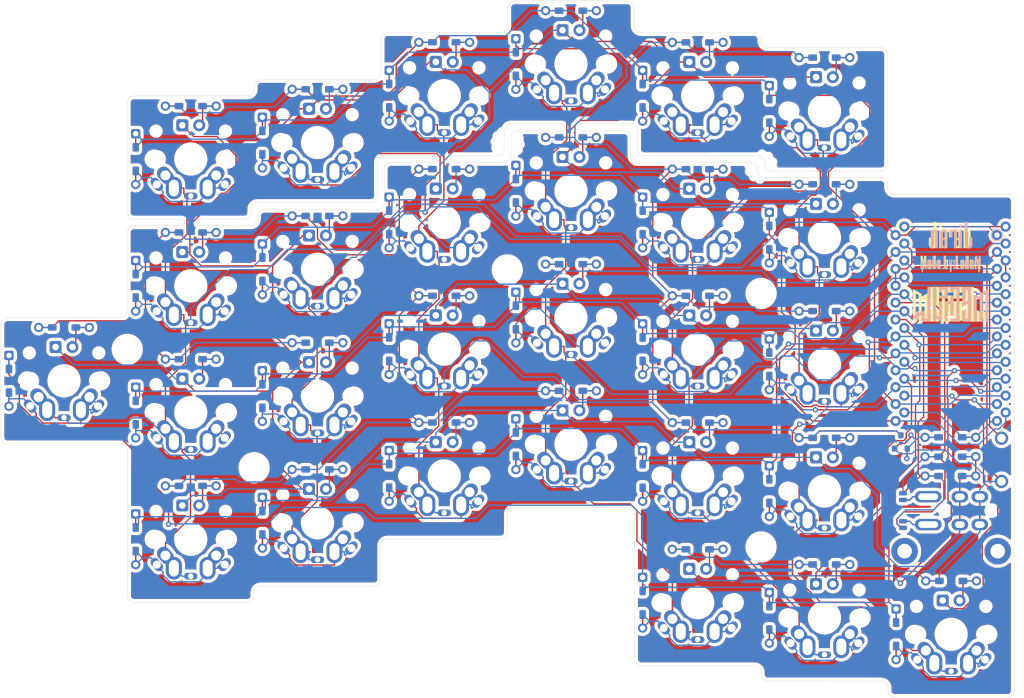
<source format=kicad_pcb>
(kicad_pcb (version 20171130) (host pcbnew "(5.1.2)-2")
  (layers (0 F.Cu signal) (31 B.Cu signal) (34 B.Paste user) (35 F.Paste user) (36 B.SilkS user) (37 F.SilkS user) (38 B.Mask user) (39 F.Mask user) (44 Edge.Cuts user))
  (net 0 "")
  (net 1 "Net-(D1-Pad2)")
  (net 2 /rowA)
  (net 3 "Net-(D2-Pad2)")
  (net 4 "Net-(D3-Pad2)")
  (net 5 "Net-(D4-Pad2)")
  (net 6 "Net-(D5-Pad2)")
  (net 7 "Net-(D6-Pad2)")
  (net 8 "Net-(D7-Pad2)")
  (net 9 /rowB)
  (net 10 "Net-(D8-Pad2)")
  (net 11 "Net-(D9-Pad2)")
  (net 12 "Net-(D10-Pad2)")
  (net 13 "Net-(D11-Pad2)")
  (net 14 "Net-(D12-Pad2)")
  (net 15 "Net-(D13-Pad2)")
  (net 16 /rowC)
  (net 17 "Net-(D14-Pad2)")
  (net 18 "Net-(D15-Pad2)")
  (net 19 "Net-(D16-Pad2)")
  (net 20 "Net-(D17-Pad2)")
  (net 21 "Net-(D18-Pad2)")
  (net 22 "Net-(D19-Pad2)")
  (net 23 /rowD)
  (net 24 "Net-(D20-Pad2)")
  (net 25 "Net-(D21-Pad2)")
  (net 26 "Net-(D22-Pad2)")
  (net 27 "Net-(D23-Pad2)")
  (net 28 "Net-(D24-Pad2)")
  (net 29 "Net-(D25-Pad2)")
  (net 30 /rowE)
  (net 31 "Net-(D26-Pad2)")
  (net 32 "Net-(D27-Pad2)")
  (net 33 "Net-(D28-Pad2)")
  (net 34 "Net-(D29-Pad1)")
  (net 35 VCC)
  (net 36 "Net-(D30-Pad1)")
  (net 37 "Net-(D31-Pad1)")
  (net 38 "Net-(D32-Pad1)")
  (net 39 "Net-(D33-Pad1)")
  (net 40 "Net-(D34-Pad1)")
  (net 41 "Net-(D35-Pad1)")
  (net 42 "Net-(D36-Pad1)")
  (net 43 "Net-(D37-Pad1)")
  (net 44 "Net-(D38-Pad1)")
  (net 45 "Net-(D39-Pad1)")
  (net 46 "Net-(D40-Pad1)")
  (net 47 "Net-(D41-Pad1)")
  (net 48 "Net-(D42-Pad1)")
  (net 49 "Net-(D43-Pad1)")
  (net 50 "Net-(D44-Pad1)")
  (net 51 "Net-(D45-Pad1)")
  (net 52 "Net-(D46-Pad1)")
  (net 53 "Net-(D47-Pad1)")
  (net 54 "Net-(D48-Pad1)")
  (net 55 "Net-(D49-Pad1)")
  (net 56 "Net-(D50-Pad1)")
  (net 57 "Net-(D51-Pad1)")
  (net 58 "Net-(D52-Pad1)")
  (net 59 "Net-(D53-Pad1)")
  (net 60 "Net-(D54-Pad1)")
  (net 61 "Net-(D55-Pad1)")
  (net 62 "Net-(D56-Pad1)")
  (net 63 RST)
  (net 64 GND)
  (net 65 SCL)
  (net 66 SDA)
  (net 67 /LEDOut)
  (net 68 "Net-(Q1-Pad1)")
  (net 69 /LED)
  (net 70 /col0)
  (net 71 /col1)
  (net 72 /col2)
  (net 73 /col3)
  (net 74 /col4)
  (net 75 /col5)
  (net 76 "Net-(U1-Pad24)")
  (net 77 "Net-(U1-Pad17)")
  (net 78 /CAPS)
  (net 79 /SCROLL)
  (net 80 /NUM)
  (net 81 "Net-(J1-PadA)")
  (net 82 "Net-(J1-PadD)")
  (module Used_Footprints:LED (layer F.Cu) (at 105.71 48.82 180)
    (fp_text reference D29 hide)
    (fp_text value LED_Small)
    (pad 2 thru_hole roundrect (at 1.27 0 180) (size 1.8 1.8) (drill 1) (layers *.Cu *.Mask) (roundrect_rratio 0.2) (net 35 VCC))
    (pad 1 thru_hole circle (at -1.27 0 180) (size 1.8 1.8) (drill 1) (layers *.Cu *.Mask) (net 34 "Net-(D29-Pad1)"))
  )
  (module Used_Footprints:LED (layer F.Cu) (at 124.76 46.34 180)
    (fp_text reference D30 hide)
    (fp_text value LED_Small)
    (pad 2 thru_hole roundrect (at 1.27 0 180) (size 1.8 1.8) (drill 1) (layers *.Cu *.Mask) (roundrect_rratio 0.2) (net 35 VCC))
    (pad 1 thru_hole circle (at -1.27 0 180) (size 1.8 1.8) (drill 1) (layers *.Cu *.Mask) (net 36 "Net-(D30-Pad1)"))
  )
  (module Used_Footprints:LED (layer F.Cu) (at 143.81 39.29 180)
    (fp_text reference D31 hide)
    (fp_text value LED_Small)
    (pad 2 thru_hole roundrect (at 1.27 0 180) (size 1.8 1.8) (drill 1) (layers *.Cu *.Mask) (roundrect_rratio 0.2) (net 35 VCC))
    (pad 1 thru_hole circle (at -1.27 0 180) (size 1.8 1.8) (drill 1) (layers *.Cu *.Mask) (net 37 "Net-(D31-Pad1)"))
  )
  (module Used_Footprints:LED (layer F.Cu) (at 162.86 34.53 180)
    (fp_text reference D32 hide)
    (fp_text value LED_Small)
    (pad 2 thru_hole roundrect (at 1.27 0 180) (size 1.8 1.8) (drill 1) (layers *.Cu *.Mask) (roundrect_rratio 0.2) (net 35 VCC))
    (pad 1 thru_hole circle (at -1.27 0 180) (size 1.8 1.8) (drill 1) (layers *.Cu *.Mask) (net 38 "Net-(D32-Pad1)"))
  )
  (module Used_Footprints:LED (layer F.Cu) (at 181.91 39.3 180)
    (fp_text reference D33 hide)
    (fp_text value LED_Small)
    (pad 2 thru_hole roundrect (at 1.27 0 180) (size 1.8 1.8) (drill 1) (layers *.Cu *.Mask) (roundrect_rratio 0.2) (net 35 VCC))
    (pad 1 thru_hole circle (at -1.27 0 180) (size 1.8 1.8) (drill 1) (layers *.Cu *.Mask) (net 39 "Net-(D33-Pad1)"))
  )
  (module Used_Footprints:LED (layer F.Cu) (at 200.96 41.58 180)
    (fp_text reference D34 hide)
    (fp_text value LED_Small)
    (pad 2 thru_hole roundrect (at 1.27 0 180) (size 1.8 1.8) (drill 1) (layers *.Cu *.Mask) (roundrect_rratio 0.2) (net 35 VCC))
    (pad 1 thru_hole circle (at -1.27 0 180) (size 1.8 1.8) (drill 1) (layers *.Cu *.Mask) (net 40 "Net-(D34-Pad1)"))
  )
  (module Used_Footprints:LED (layer F.Cu) (at 105.71 67.87 180)
    (fp_text reference D35 hide)
    (fp_text value LED_Small)
    (pad 2 thru_hole roundrect (at 1.27 0 180) (size 1.8 1.8) (drill 1) (layers *.Cu *.Mask) (roundrect_rratio 0.2) (net 35 VCC))
    (pad 1 thru_hole circle (at -1.27 0 180) (size 1.8 1.8) (drill 1) (layers *.Cu *.Mask) (net 41 "Net-(D35-Pad1)"))
  )
  (module Used_Footprints:LED (layer F.Cu) (at 124.76 65.39 180)
    (fp_text reference D36 hide)
    (fp_text value LED_Small)
    (pad 2 thru_hole roundrect (at 1.27 0 180) (size 1.8 1.8) (drill 1) (layers *.Cu *.Mask) (roundrect_rratio 0.2) (net 35 VCC))
    (pad 1 thru_hole circle (at -1.27 0 180) (size 1.8 1.8) (drill 1) (layers *.Cu *.Mask) (net 42 "Net-(D36-Pad1)"))
  )
  (module Used_Footprints:LED (layer F.Cu) (at 143.81 58.34 180)
    (fp_text reference D37 hide)
    (fp_text value LED_Small)
    (pad 2 thru_hole roundrect (at 1.27 0 180) (size 1.8 1.8) (drill 1) (layers *.Cu *.Mask) (roundrect_rratio 0.2) (net 35 VCC))
    (pad 1 thru_hole circle (at -1.27 0 180) (size 1.8 1.8) (drill 1) (layers *.Cu *.Mask) (net 43 "Net-(D37-Pad1)"))
  )
  (module Used_Footprints:LED (layer F.Cu) (at 162.86 53.58 180)
    (fp_text reference D38 hide)
    (fp_text value LED_Small)
    (pad 2 thru_hole roundrect (at 1.27 0 180) (size 1.8 1.8) (drill 1) (layers *.Cu *.Mask) (roundrect_rratio 0.2) (net 35 VCC))
    (pad 1 thru_hole circle (at -1.27 0 180) (size 1.8 1.8) (drill 1) (layers *.Cu *.Mask) (net 44 "Net-(D38-Pad1)"))
  )
  (module Used_Footprints:LED (layer F.Cu) (at 181.91 58.35 180)
    (fp_text reference D39 hide)
    (fp_text value LED_Small)
    (pad 2 thru_hole roundrect (at 1.27 0 180) (size 1.8 1.8) (drill 1) (layers *.Cu *.Mask) (roundrect_rratio 0.2) (net 35 VCC))
    (pad 1 thru_hole circle (at -1.27 0 180) (size 1.8 1.8) (drill 1) (layers *.Cu *.Mask) (net 45 "Net-(D39-Pad1)"))
  )
  (module Used_Footprints:LED (layer F.Cu) (at 200.96 60.63 180)
    (fp_text reference D40 hide)
    (fp_text value LED_Small)
    (pad 2 thru_hole roundrect (at 1.27 0 180) (size 1.8 1.8) (drill 1) (layers *.Cu *.Mask) (roundrect_rratio 0.2) (net 35 VCC))
    (pad 1 thru_hole circle (at -1.27 0 180) (size 1.8 1.8) (drill 1) (layers *.Cu *.Mask) (net 46 "Net-(D40-Pad1)"))
  )
  (module Used_Footprints:LED (layer F.Cu) (at 105.71 86.92 180)
    (fp_text reference D41 hide)
    (fp_text value LED_Small)
    (pad 2 thru_hole roundrect (at 1.27 0 180) (size 1.8 1.8) (drill 1) (layers *.Cu *.Mask) (roundrect_rratio 0.2) (net 35 VCC))
    (pad 1 thru_hole circle (at -1.27 0 180) (size 1.8 1.8) (drill 1) (layers *.Cu *.Mask) (net 47 "Net-(D41-Pad1)"))
  )
  (module Used_Footprints:LED (layer F.Cu) (at 124.76 84.44 180)
    (fp_text reference D42 hide)
    (fp_text value LED_Small)
    (pad 2 thru_hole roundrect (at 1.27 0 180) (size 1.8 1.8) (drill 1) (layers *.Cu *.Mask) (roundrect_rratio 0.2) (net 35 VCC))
    (pad 1 thru_hole circle (at -1.27 0 180) (size 1.8 1.8) (drill 1) (layers *.Cu *.Mask) (net 48 "Net-(D42-Pad1)"))
  )
  (module Used_Footprints:LED (layer F.Cu) (at 143.81 77.39 180)
    (fp_text reference D43 hide)
    (fp_text value LED_Small)
    (pad 2 thru_hole roundrect (at 1.27 0 180) (size 1.8 1.8) (drill 1) (layers *.Cu *.Mask) (roundrect_rratio 0.2) (net 35 VCC))
    (pad 1 thru_hole circle (at -1.27 0 180) (size 1.8 1.8) (drill 1) (layers *.Cu *.Mask) (net 49 "Net-(D43-Pad1)"))
  )
  (module Used_Footprints:LED (layer F.Cu) (at 162.86 72.63 180)
    (fp_text reference D44 hide)
    (fp_text value LED_Small)
    (pad 2 thru_hole roundrect (at 1.27 0 180) (size 1.8 1.8) (drill 1) (layers *.Cu *.Mask) (roundrect_rratio 0.2) (net 35 VCC))
    (pad 1 thru_hole circle (at -1.27 0 180) (size 1.8 1.8) (drill 1) (layers *.Cu *.Mask) (net 50 "Net-(D44-Pad1)"))
  )
  (module Used_Footprints:LED (layer F.Cu) (at 181.91 77.4 180)
    (fp_text reference D45 hide)
    (fp_text value LED_Small)
    (pad 2 thru_hole roundrect (at 1.27 0 180) (size 1.8 1.8) (drill 1) (layers *.Cu *.Mask) (roundrect_rratio 0.2) (net 35 VCC))
    (pad 1 thru_hole circle (at -1.27 0 180) (size 1.8 1.8) (drill 1) (layers *.Cu *.Mask) (net 51 "Net-(D45-Pad1)"))
  )
  (module Used_Footprints:LED (layer F.Cu) (at 200.96 79.68 180)
    (fp_text reference D46 hide)
    (fp_text value LED_Small)
    (pad 2 thru_hole roundrect (at 1.27 0 180) (size 1.8 1.8) (drill 1) (layers *.Cu *.Mask) (roundrect_rratio 0.2) (net 35 VCC))
    (pad 1 thru_hole circle (at -1.27 0 180) (size 1.8 1.8) (drill 1) (layers *.Cu *.Mask) (net 52 "Net-(D46-Pad1)"))
  )
  (module Used_Footprints:LED (layer F.Cu) (at 105.71 105.97 180)
    (fp_text reference D47 hide)
    (fp_text value LED_Small)
    (pad 2 thru_hole roundrect (at 1.27 0 180) (size 1.8 1.8) (drill 1) (layers *.Cu *.Mask) (roundrect_rratio 0.2) (net 35 VCC))
    (pad 1 thru_hole circle (at -1.27 0 180) (size 1.8 1.8) (drill 1) (layers *.Cu *.Mask) (net 53 "Net-(D47-Pad1)"))
  )
  (module Used_Footprints:LED (layer F.Cu) (at 124.76 103.49 180)
    (fp_text reference D48 hide)
    (fp_text value LED_Small)
    (pad 2 thru_hole roundrect (at 1.27 0 180) (size 1.8 1.8) (drill 1) (layers *.Cu *.Mask) (roundrect_rratio 0.2) (net 35 VCC))
    (pad 1 thru_hole circle (at -1.27 0 180) (size 1.8 1.8) (drill 1) (layers *.Cu *.Mask) (net 54 "Net-(D48-Pad1)"))
  )
  (module Used_Footprints:LED (layer F.Cu) (at 143.81 96.44 180)
    (fp_text reference D49 hide)
    (fp_text value LED_Small)
    (pad 2 thru_hole roundrect (at 1.27 0 180) (size 1.8 1.8) (drill 1) (layers *.Cu *.Mask) (roundrect_rratio 0.2) (net 35 VCC))
    (pad 1 thru_hole circle (at -1.27 0 180) (size 1.8 1.8) (drill 1) (layers *.Cu *.Mask) (net 55 "Net-(D49-Pad1)"))
  )
  (module Used_Footprints:LED (layer F.Cu) (at 162.86 91.68 180)
    (fp_text reference D50 hide)
    (fp_text value LED_Small)
    (pad 2 thru_hole roundrect (at 1.27 0 180) (size 1.8 1.8) (drill 1) (layers *.Cu *.Mask) (roundrect_rratio 0.2) (net 35 VCC))
    (pad 1 thru_hole circle (at -1.27 0 180) (size 1.8 1.8) (drill 1) (layers *.Cu *.Mask) (net 56 "Net-(D50-Pad1)"))
  )
  (module Used_Footprints:LED (layer F.Cu) (at 181.91 96.45 180)
    (fp_text reference D51 hide)
    (fp_text value LED_Small)
    (pad 2 thru_hole roundrect (at 1.27 0 180) (size 1.8 1.8) (drill 1) (layers *.Cu *.Mask) (roundrect_rratio 0.2) (net 35 VCC))
    (pad 1 thru_hole circle (at -1.27 0 180) (size 1.8 1.8) (drill 1) (layers *.Cu *.Mask) (net 57 "Net-(D51-Pad1)"))
  )
  (module Used_Footprints:LED (layer F.Cu) (at 200.96 98.73 180)
    (fp_text reference D52 hide)
    (fp_text value LED_Small)
    (pad 2 thru_hole roundrect (at 1.27 0 180) (size 1.8 1.8) (drill 1) (layers *.Cu *.Mask) (roundrect_rratio 0.2) (net 35 VCC))
    (pad 1 thru_hole circle (at -1.27 0 180) (size 1.8 1.8) (drill 1) (layers *.Cu *.Mask) (net 58 "Net-(D52-Pad1)"))
  )
  (module Used_Footprints:LED (layer F.Cu) (at 86.66 82.15 180)
    (fp_text reference D53 hide)
    (fp_text value LED_Small)
    (pad 2 thru_hole roundrect (at 1.27 0 180) (size 1.8 1.8) (drill 1) (layers *.Cu *.Mask) (roundrect_rratio 0.2) (net 35 VCC))
    (pad 1 thru_hole circle (at -1.27 0 180) (size 1.8 1.8) (drill 1) (layers *.Cu *.Mask) (net 59 "Net-(D53-Pad1)"))
  )
  (module Used_Footprints:LED (layer F.Cu) (at 181.91 115.5 180)
    (fp_text reference D54 hide)
    (fp_text value LED_Small)
    (pad 2 thru_hole roundrect (at 1.27 0 180) (size 1.8 1.8) (drill 1) (layers *.Cu *.Mask) (roundrect_rratio 0.2) (net 78 /CAPS))
    (pad 1 thru_hole circle (at -1.27 0 180) (size 1.8 1.8) (drill 1) (layers *.Cu *.Mask) (net 60 "Net-(D54-Pad1)"))
  )
  (module Used_Footprints:LED (layer F.Cu) (at 200.96 117.78 180)
    (fp_text reference D55 hide)
    (fp_text value LED_Small)
    (pad 2 thru_hole roundrect (at 1.27 0 180) (size 1.8 1.8) (drill 1) (layers *.Cu *.Mask) (roundrect_rratio 0.2) (net 79 /SCROLL))
    (pad 1 thru_hole circle (at -1.27 0 180) (size 1.8 1.8) (drill 1) (layers *.Cu *.Mask) (net 61 "Net-(D55-Pad1)"))
  )
  (module Used_Footprints:LED (layer F.Cu) (at 220.01 120.25 180)
    (fp_text reference D56 hide)
    (fp_text value LED_Small)
    (pad 2 thru_hole roundrect (at 1.27 0 180) (size 1.8 1.8) (drill 1) (layers *.Cu *.Mask) (roundrect_rratio 0.2) (net 80 /NUM))
    (pad 1 thru_hole circle (at -1.27 0 180) (size 1.8 1.8) (drill 1) (layers *.Cu *.Mask) (net 62 "Net-(D56-Pad1)"))
  )
  (module 1symblos:cherry (layer F.Cu) (at 124.76 70.47)
    (fp_text reference SW8)
    (fp_text value SW_Push hide)
    (pad 1 thru_hole oval (at -5.1 3.8 130) (size 2.2 1.25) (drill 1.2) (layers *.Cu *.Mask) (net 10 "Net-(D8-Pad2)"))
    (pad "" np_thru_hole circle (at 0 0 270) (size 4 4) (drill 4) (layers *.Cu *.Mask))
    (pad "" np_thru_hole circle (at 5.5 0 270) (size 1.9 1.9) (drill 1.9) (layers *.Cu *.Mask))
    (pad "" np_thru_hole circle (at -5.5 0 270) (size 1.9 1.9) (drill 1.9) (layers *.Cu *.Mask))
    (pad 1 thru_hole oval (at 5.1 3.8 230) (size 2.2 1.25) (drill 1.2) (layers *.Cu *.Mask) (net 10 "Net-(D8-Pad2)"))
    (pad 2 thru_hole oval (at 0 5.55 270) (size 1 2) (drill oval 0.81) (layers *.Cu *.Mask) (net 71 /col1))
    (pad 1 thru_hole oval (at 3.81 2.44 230) (size 2.8 2) (drill 1.5) (layers *.Cu *.Mask) (net 10 "Net-(D8-Pad2)"))
    (pad 2 thru_hole oval (at -3.81 2.44 130) (size 2.8 2) (drill 1.5) (layers *.Cu *.Mask) (net 71 /col1))
    (pad 2 thru_hole oval (at -2.54 4.35 180) (size 2.4 3.4) (drill oval 1.5 2.5) (layers *.Cu *.Mask) (net 71 /col1))
    (pad 1 thru_hole oval (at 2.54 4.35 180) (size 2.4 3.4) (drill oval 1.5 2.5) (layers *.Cu *.Mask) (net 10 "Net-(D8-Pad2)"))
    (pad "" np_thru_hole circle (at -5.08 0 180) (size 1.7 1.7) (drill 1.7) (layers *.Cu *.Mask))
    (pad "" np_thru_hole circle (at 5.08 0 180) (size 1.7 1.7) (drill 1.7) (layers *.Cu *.Mask))
    (pad "" np_thru_hole circle (at -5.22 -4.2 180) (size 1 1) (drill 1) (layers *.Cu *.Mask))
    (pad "" np_thru_hole circle (at 5.22 -4.2 180) (size 1 1) (drill 1) (layers *.Cu *.Mask))
  )
  (module 1symblos:Silkscreen (layer B.Cu) (at 219.98 77.83 180)
    (fp_text reference G1 hide)
    (fp_text value LOGO hide)
  )
  (module 1symblos:Silkscreen (layer F.Cu) (at 219.89 77.83)
    (fp_text reference G2 hide)
    (fp_text value LOGO hide)
  )
  (module Used_Footprints:HoleBreak (layer F.Cu) (at 190.33 56.5)
    (fp_text reference HB17 hide)
    (fp_text value HoleBreak)
    (pad "" np_thru_hole circle (at 0 0) (size 0.5 0.5) (drill 0.5) (layers *.Cu *.Mask))
  )
  (module Used_Footprints:HoleBreak (layer F.Cu) (at 189.73 55.76)
    (fp_text reference HB16 hide)
    (fp_text value HoleBreak)
    (pad "" np_thru_hole circle (at 0 0) (size 0.5 0.5) (drill 0.5) (layers *.Cu *.Mask))
  )
  (module Used_Footprints:HoleBreak (layer F.Cu) (at 189.62 54.79)
    (fp_text reference HB15 hide)
    (fp_text value HoleBreak)
    (pad "" np_thru_hole circle (at 0 0) (size 0.5 0.5) (drill 0.5) (layers *.Cu *.Mask))
  )
  (module Used_Footprints:HoleBreak (layer F.Cu) (at 191.24 56.87)
    (fp_text reference HB18 hide)
    (fp_text value HoleBreak)
    (pad "" np_thru_hole circle (at 0 0) (size 0.5 0.5) (drill 0.5) (layers *.Cu *.Mask))
  )
  (module Used_Footprints:HoleBreak (layer F.Cu) (at 191.58 53.2)
    (fp_text reference HB11 hide)
    (fp_text value HoleBreak)
    (pad "" np_thru_hole circle (at 0 0) (size 0.5 0.5) (drill 0.5) (layers *.Cu *.Mask))
  )
  (module Used_Footprints:HoleBreak (layer F.Cu) (at 192.53 53.55)
    (fp_text reference HB12 hide)
    (fp_text value HoleBreak)
    (pad "" np_thru_hole circle (at 0 0) (size 0.5 0.5) (drill 0.5) (layers *.Cu *.Mask))
  )
  (module Used_Footprints:HoleBreak (layer F.Cu) (at 193.14 54.34)
    (fp_text reference HB13 hide)
    (fp_text value HoleBreak)
    (pad "" np_thru_hole circle (at 0 0) (size 0.5 0.5) (drill 0.5) (layers *.Cu *.Mask))
  )
  (module Used_Footprints:HoleBreak (layer F.Cu) (at 193.26 55.33)
    (fp_text reference HB14 hide)
    (fp_text value HoleBreak)
    (pad "" np_thru_hole circle (at 0 0) (size 0.5 0.5) (drill 0.5) (layers *.Cu *.Mask))
  )
  (module Used_Footprints:SOT-23 (layer F.Cu) (at 212.38 96.48 90)
    (fp_text reference Q1 hide)
    (fp_text value 2N7002)
    (pad 2 smd roundrect (at -0.94 1.03 90) (size 0.9 0.8) (layers F.Cu F.Paste F.Mask) (roundrect_rratio 0.2) (net 64 GND))
    (pad 1 smd roundrect (at -0.94 1.03 90) (size 0.9 0.8) (layers B.Cu B.Paste B.Mask) (roundrect_rratio 0.2) (net 68 "Net-(Q1-Pad1)"))
    (pad 3 smd roundrect (at 1.06 0.08 90) (size 0.9 0.8) (layers B.Cu B.Paste B.Mask) (roundrect_rratio 0.2) (net 67 /LEDOut))
    (pad 1 smd roundrect (at -0.94 -0.87 90) (size 0.9 0.8) (layers F.Cu F.Paste F.Mask) (roundrect_rratio 0.2) (net 68 "Net-(Q1-Pad1)"))
    (pad 3 smd roundrect (at 1.06 0.08 90) (size 0.9 0.8) (layers F.Cu F.Paste F.Mask) (roundrect_rratio 0.2) (net 67 /LEDOut))
    (pad 2 smd roundrect (at -0.94 -0.87 90) (size 0.9 0.8) (layers B.Cu B.Paste B.Mask) (roundrect_rratio 0.2) (net 64 GND))
  )
  (module Used_Footprints:HoleBreak (layer F.Cu) (at 152.48 49.85)
    (fp_text reference HB1 hide)
    (fp_text value HoleBreak)
    (pad "" np_thru_hole circle (at 0 0) (size 0.5 0.5) (drill 0.5) (layers *.Cu *.Mask))
  )
  (module Used_Footprints:HoleBreak (layer F.Cu) (at 151.82 50.43)
    (fp_text reference HB2 hide)
    (fp_text value HoleBreak)
    (pad "" np_thru_hole circle (at 0 0) (size 0.5 0.5) (drill 0.5) (layers *.Cu *.Mask))
  )
  (module Used_Footprints:HoleBreak (layer F.Cu) (at 151.51 51.28)
    (fp_text reference HB3 hide)
    (fp_text value HoleBreak)
    (pad "" np_thru_hole circle (at 0 0) (size 0.5 0.5) (drill 0.5) (layers *.Cu *.Mask))
  )
  (module Used_Footprints:HoleBreak (layer F.Cu) (at 151.61 52.18)
    (fp_text reference HB4 hide)
    (fp_text value HoleBreak)
    (pad "" np_thru_hole circle (at 0 0) (size 0.5 0.5) (drill 0.5) (layers *.Cu *.Mask))
  )
  (module Used_Footprints:HoleBreak (layer F.Cu) (at 152.15 52.91)
    (fp_text reference HB5 hide)
    (fp_text value HoleBreak)
    (pad "" np_thru_hole circle (at 0 0) (size 0.5 0.5) (drill 0.5) (layers *.Cu *.Mask))
  )
  (module Used_Footprints:HoleBreak (layer F.Cu) (at 154.22 53.14)
    (fp_text reference HB10 hide)
    (fp_text value HoleBreak)
    (pad "" np_thru_hole circle (at 0 0) (size 0.5 0.5) (drill 0.5) (layers *.Cu *.Mask))
  )
  (module Used_Footprints:HoleBreak (layer F.Cu) (at 154.88 52.52)
    (fp_text reference HB9 hide)
    (fp_text value HoleBreak)
    (pad "" np_thru_hole circle (at 0 0) (size 0.5 0.5) (drill 0.5) (layers *.Cu *.Mask))
  )
  (module Used_Footprints:HoleBreak (layer F.Cu) (at 155.03 50.78)
    (fp_text reference HB7 hide)
    (fp_text value HoleBreak)
    (pad "" np_thru_hole circle (at 0 0) (size 0.5 0.5) (drill 0.5) (layers *.Cu *.Mask))
  )
  (module Used_Footprints:HoleBreak (layer F.Cu) (at 155.18 51.67)
    (fp_text reference HB8 hide)
    (fp_text value HoleBreak)
    (pad "" np_thru_hole circle (at 0 0) (size 0.5 0.5) (drill 0.5) (layers *.Cu *.Mask))
  )
  (module Used_Footprints:HoleBreak (layer F.Cu) (at 154.99 50.22)
    (fp_text reference HB6 hide)
    (fp_text value HoleBreak)
    (pad "" np_thru_hole circle (at -0.5 -0.13) (size 0.5 0.5) (drill 0.5) (layers *.Cu *.Mask))
  )
  (module 1kbd:jumper (layer B.Cu) (at 212.77 108.84)
    (fp_text reference JP5 hide)
    (fp_text value Jumper hide)
    (pad 2 smd roundrect (at 0 0.5 270) (size 0.635 1.143) (layers B.Cu B.Paste B.Mask) (roundrect_rratio 0.2) (net 65 SCL) (clearance 0.1905))
    (pad 1 smd roundrect (at 0 -0.5 270) (size 0.635 1.143) (layers B.Cu B.Paste B.Mask) (roundrect_rratio 0.2) (net 82 "Net-(J1-PadD)") (clearance 0.1905))
  )
  (module 1kbd:jumper (layer F.Cu) (at 212.77 108.84 180)
    (fp_text reference JP4 hide)
    (fp_text value Jumper hide)
    (pad 2 smd roundrect (at 0 -0.5 270) (size 0.635 1.143) (layers F.Cu F.Paste F.Mask) (roundrect_rratio 0.2) (net 66 SDA) (clearance 0.1905))
    (pad 1 smd roundrect (at 0 0.5 270) (size 0.635 1.143) (layers F.Cu F.Paste F.Mask) (roundrect_rratio 0.2) (net 82 "Net-(J1-PadD)") (clearance 0.1905))
  )
  (module 1kbd:jumper (layer F.Cu) (at 212.77 104.64)
    (fp_text reference JP3 hide)
    (fp_text value Jumper hide)
    (pad 2 smd roundrect (at 0 -0.5 90) (size 0.635 1.143) (layers F.Cu F.Paste F.Mask) (roundrect_rratio 0.2) (net 65 SCL) (clearance 0.1905))
    (pad 1 smd roundrect (at 0 0.5 90) (size 0.635 1.143) (layers F.Cu F.Paste F.Mask) (roundrect_rratio 0.2) (net 81 "Net-(J1-PadA)") (clearance 0.1905))
  )
  (module 1kbd:jumper (layer B.Cu) (at 212.77 104.64 180)
    (fp_text reference JP2 hide)
    (fp_text value Jumper hide)
    (pad 2 smd roundrect (at 0 0.5 90) (size 0.635 1.143) (layers B.Cu B.Paste B.Mask) (roundrect_rratio 0.2) (net 66 SDA) (clearance 0.1905))
    (pad 1 smd roundrect (at 0 -0.5 90) (size 0.635 1.143) (layers B.Cu B.Paste B.Mask) (roundrect_rratio 0.2) (net 81 "Net-(J1-PadA)") (clearance 0.1905))
  )
  (module Used_Footprints:TRSS_DUAL (layer F.Cu) (at 227.61 106.74 270)
    (fp_text reference J1)
    (fp_text value TRRS hide)
    (pad C thru_hole oval (at -2.075 6.3 270) (size 1.7 2.5) (drill oval 1 1.5) (layers *.Cu *.Mask) (net 35 VCC))
    (pad B thru_hole oval (at -2.075 3.3 270) (size 1.7 2.5) (drill oval 1 1.5) (layers *.Cu *.Mask) (net 64 GND))
    (pad A thru_hole oval (at -2.1 11.05 270) (size 1.7 4) (drill oval 1 3) (layers *.Cu *.Mask) (net 81 "Net-(J1-PadA)") (clearance 0.15))
    (pad D thru_hole oval (at 2.1 11.05 270) (size 1.7 4) (drill oval 1 3) (layers *.Cu *.Mask) (net 82 "Net-(J1-PadD)") (clearance 0.15))
    (pad C thru_hole oval (at 2.1 6.3 270) (size 1.7 2.5) (drill oval 1 1.5) (layers *.Cu *.Mask) (net 35 VCC))
    (pad B thru_hole oval (at 2.1 3.3 270) (size 1.7 2.5) (drill oval 1 1.5) (layers *.Cu *.Mask) (net 64 GND))
    (pad "" np_thru_hole circle (at 0 8.5 270) (size 1.2 1.2) (drill 1.2) (layers *.Cu *.Mask))
    (pad "" np_thru_hole circle (at 0 1.5 270) (size 1.2 1.2) (drill 1.2) (layers *.Cu *.Mask))
  )
  (module Used_Footprints:MountHole (layer F.Cu) (at 96.16 82.4965)
    (fp_text reference H1 hide)
    (fp_text value CaseHole)
    (pad "" np_thru_hole circle (at 0 0) (size 3.7 3.7) (drill 3.7) (layers *.Cu *.Mask))
  )
  (module Used_Footprints:MountHole (layer F.Cu) (at 115.235 100.283)
    (fp_text reference H2 hide)
    (fp_text value CaseHole)
    (pad "" np_thru_hole circle (at 0 0) (size 3.7 3.7) (drill 3.7) (layers *.Cu *.Mask))
  )
  (module Used_Footprints:MountHole (layer F.Cu) (at 153.28 70.5512)
    (fp_text reference H3 hide)
    (fp_text value CaseHole)
    (pad "" np_thru_hole circle (at 0 0) (size 3.7 3.7) (drill 3.7) (layers *.Cu *.Mask))
  )
  (module Used_Footprints:MountHole (layer F.Cu) (at 191.435 74.0895)
    (fp_text reference H6 hide)
    (fp_text value CaseHole)
    (pad "" np_thru_hole circle (at 0 0) (size 3.7 3.7) (drill 3.7) (layers *.Cu *.Mask))
  )
  (module Used_Footprints:MountHole (layer F.Cu) (at 191.435 112.19)
    (fp_text reference H7 hide)
    (fp_text value CaseHole)
    (pad "" np_thru_hole circle (at 0 0) (size 3.7 3.7) (drill 3.7) (layers *.Cu *.Mask))
  )
  (module Used_Footprints:CoverHole (layer F.Cu) (at 227.01 112.834)
    (fp_text reference H8 hide)
    (fp_text value CoverHole)
    (pad 1 thru_hole circle (at 0 0) (size 4 4) (drill 2.2) (layers *.Cu *.Mask))
  )
  (module Used_Footprints:CoverHole (layer F.Cu) (at 213.01 112.834)
    (fp_text reference H9 hide)
    (fp_text value CoverHole)
    (pad 1 thru_hole circle (at 0 0) (size 4 4) (drill 2.2) (layers *.Cu *.Mask))
  )
  (module Used_Footprints:ProMicro_TwoSide (layer F.Cu) (at 220.54 78.53)
    (fp_text reference U1 hide)
    (fp_text value ProMicro)
    (fp_text user "" (at -1.2065 -16.256) (layer B.SilkS) (effects (justify mirror)))
    (fp_text user "" (at -1.2065 -16.256) (layer B.SilkS) (effects (justify mirror)))
    (pad 22 thru_hole circle (at -7.5636 -9.398) (size 1.524 1.524) (drill 0.8128) (layers *.Cu *.Mask) (net 63 RST))
    (pad 10 thru_hole circle (at 7.6564 8.382) (size 1.524 1.524) (drill 0.8128) (layers *.Cu *.Mask) (net 75 /col5))
    (pad 2 thru_hole circle (at 7.6564 -11.938) (size 1.524 1.524) (drill 0.8128) (layers *.Cu *.Mask) (net 71 /col1))
    (pad 17 thru_hole circle (at 6.35 4.572) (size 1.524 1.524) (drill 0.8128) (layers *.Cu *.Mask) (net 77 "Net-(U1-Pad17)"))
    (pad 11 thru_hole circle (at -8.89 12.192) (size 1.524 1.524) (drill 0.8128) (layers *.Cu *.Mask) (net 2 /rowA))
    (pad 4 thru_hole circle (at 7.6564 -6.858) (size 1.524 1.524) (drill 0.8128) (layers *.Cu *.Mask) (net 64 GND))
    (pad 1 thru_hole circle (at -8.89 -13.208) (size 1.524 1.524) (drill 0.8128) (layers *.Cu *.Mask) (net 70 /col0))
    (pad 19 thru_hole circle (at 6.35 -0.508) (size 1.524 1.524) (drill 0.8128) (layers *.Cu *.Mask) (net 23 /rowD))
    (pad 18 thru_hole circle (at -7.5636 0.762) (size 1.524 1.524) (drill 0.8128) (layers *.Cu *.Mask) (net 30 /rowE))
    (pad 12 thru_hole circle (at 7.6564 13.462) (size 1.524 1.524) (drill 0.8128) (layers *.Cu *.Mask) (net 9 /rowB))
    (pad 10 thru_hole circle (at -8.89 9.652) (size 1.524 1.524) (drill 0.8128) (layers *.Cu *.Mask) (net 75 /col5))
    (pad 7 thru_hole circle (at -8.89 2.032) (size 1.524 1.524) (drill 0.8128) (layers *.Cu *.Mask) (net 72 /col2))
    (pad 15 thru_hole circle (at 6.35 9.652) (size 1.524 1.524) (drill 0.8128) (layers *.Cu *.Mask) (net 79 /SCROLL))
    (pad 18 thru_hole circle (at 6.35 2.032) (size 1.524 1.524) (drill 0.8128) (layers *.Cu *.Mask) (net 30 /rowE))
    (pad 11 thru_hole circle (at 7.6564 10.922) (size 1.524 1.524) (drill 0.8128) (layers *.Cu *.Mask) (net 2 /rowA))
    (pad 8 thru_hole circle (at 7.6564 3.302) (size 1.524 1.524) (drill 0.8128) (layers *.Cu *.Mask) (net 73 /col3))
    (pad 3 thru_hole circle (at 7.6564 -9.398) (size 1.524 1.524) (drill 0.8128) (layers *.Cu *.Mask) (net 64 GND))
    (pad 16 thru_hole circle (at 6.35 7.112) (size 1.524 1.524) (drill 0.8128) (layers *.Cu *.Mask) (net 78 /CAPS))
    (pad 9 thru_hole circle (at 7.6564 5.842) (size 1.524 1.524) (drill 0.8128) (layers *.Cu *.Mask) (net 74 /col4))
    (pad 20 thru_hole circle (at -7.5636 -4.318) (size 1.524 1.524) (drill 0.8128) (layers *.Cu *.Mask) (net 16 /rowC))
    (pad 2 thru_hole circle (at -8.89 -10.668) (size 1.524 1.524) (drill 0.8128) (layers *.Cu *.Mask) (net 71 /col1))
    (pad 14 thru_hole circle (at -7.5636 10.922) (size 1.524 1.524) (drill 0.8128) (layers *.Cu *.Mask) (net 80 /NUM))
    (pad 13 thru_hole circle (at -7.5636 13.462) (size 1.524 1.524) (drill 0.8128) (layers *.Cu *.Mask) (net 69 /LED))
    (pad 4 thru_hole circle (at -8.89 -5.588) (size 1.524 1.524) (drill 0.8128) (layers *.Cu *.Mask) (net 64 GND))
    (pad 6 thru_hole circle (at -8.89 -0.508) (size 1.524 1.524) (drill 0.8128) (layers *.Cu *.Mask) (net 65 SCL))
    (pad 13 thru_hole circle (at 6.35 14.732) (size 1.524 1.524) (drill 0.8128) (layers *.Cu *.Mask) (net 69 /LED))
    (pad 22 thru_hole circle (at 6.35 -8.128) (size 1.524 1.524) (drill 0.8128) (layers *.Cu *.Mask) (net 63 RST))
    (pad 17 thru_hole circle (at -7.5636 3.302) (size 1.524 1.524) (drill 0.8128) (layers *.Cu *.Mask) (net 77 "Net-(U1-Pad17)"))
    (pad 7 thru_hole circle (at 7.6564 0.762) (size 1.524 1.524) (drill 0.8128) (layers *.Cu *.Mask) (net 72 /col2))
    (pad 16 thru_hole circle (at -7.5636 5.842) (size 1.524 1.524) (drill 0.8128) (layers *.Cu *.Mask) (net 78 /CAPS))
    (pad 6 thru_hole circle (at 7.6564 -1.778) (size 1.524 1.524) (drill 0.8128) (layers *.Cu *.Mask) (net 65 SCL))
    (pad 1 thru_hole circle (at 7.6564 -14.478) (size 1.524 1.524) (drill 0.8128) (layers *.Cu *.Mask) (net 70 /col0))
    (pad 9 thru_hole circle (at -8.89 7.112) (size 1.524 1.524) (drill 0.8128) (layers *.Cu *.Mask) (net 74 /col4))
    (pad 21 thru_hole circle (at -7.5636 -6.858) (size 1.524 1.524) (drill 0.8128) (layers *.Cu *.Mask) (net 35 VCC))
    (pad 12 thru_hole circle (at -8.89 14.732) (size 1.524 1.524) (drill 0.8128) (layers *.Cu *.Mask) (net 9 /rowB))
    (pad 23 thru_hole circle (at 6.35 -10.668) (size 1.524 1.524) (drill 0.8128) (layers *.Cu *.Mask) (net 64 GND))
    (pad 24 thru_hole circle (at 6.35 -13.208) (size 1.524 1.524) (drill 0.8128) (layers *.Cu *.Mask) (net 76 "Net-(U1-Pad24)"))
    (pad 15 thru_hole circle (at -7.5636 8.382) (size 1.524 1.524) (drill 0.8128) (layers *.Cu *.Mask) (net 79 /SCROLL))
    (pad 8 thru_hole circle (at -8.89 4.572) (size 1.524 1.524) (drill 0.8128) (layers *.Cu *.Mask) (net 73 /col3))
    (pad 21 thru_hole circle (at 6.35 -5.588) (size 1.524 1.524) (drill 0.8128) (layers *.Cu *.Mask) (net 35 VCC))
    (pad 14 thru_hole circle (at 6.35 12.192) (size 1.524 1.524) (drill 0.8128) (layers *.Cu *.Mask) (net 80 /NUM))
    (pad 23 thru_hole circle (at -7.5636 -11.938) (size 1.524 1.524) (drill 0.8128) (layers *.Cu *.Mask) (net 64 GND))
    (pad 24 thru_hole circle (at -7.5636 -14.478) (size 1.524 1.524) (drill 0.8128) (layers *.Cu *.Mask) (net 76 "Net-(U1-Pad24)"))
    (pad 5 thru_hole circle (at 7.6564 -4.318) (size 1.524 1.524) (drill 0.8128) (layers *.Cu *.Mask) (net 66 SDA))
    (pad 19 thru_hole circle (at -7.5636 -1.778) (size 1.524 1.524) (drill 0.8128) (layers *.Cu *.Mask) (net 23 /rowD))
    (pad 20 thru_hole circle (at 6.35 -3.048) (size 1.524 1.524) (drill 0.8128) (layers *.Cu *.Mask) (net 16 /rowC))
    (pad 3 thru_hole circle (at -8.89 -8.128) (size 1.524 1.524) (drill 0.8128) (layers *.Cu *.Mask) (net 64 GND))
    (pad 5 thru_hole circle (at -8.89 -3.048) (size 1.524 1.524) (drill 0.8128) (layers *.Cu *.Mask) (net 66 SDA))
  )
  (module Used_Footprints:Diode_SMD_TH (layer F.Cu) (at 97.43 53.9 270)
    (fp_text reference D1 hide)
    (fp_text value D_Small)
    (pad 2 thru_hole circle (at 3.81 0 270) (size 1.397 1.397) (drill 0.8128) (layers *.Cu *.Mask) (net 1 "Net-(D1-Pad2)"))
    (pad 2 smd roundrect (at 1.775 0 270) (size 1.3 0.95) (layers B.Cu B.Paste B.Mask) (roundrect_rratio 0.2) (net 1 "Net-(D1-Pad2)"))
    (pad 1 thru_hole roundrect (at -3.81 0 270) (size 1.397 1.397) (drill 0.8128) (layers *.Cu *.Mask) (roundrect_rratio 0.2) (net 2 /rowA))
    (pad 2 smd roundrect (at 1.775 0 270) (size 1.3 0.95) (layers F.Cu F.Paste F.Mask) (roundrect_rratio 0.2) (net 1 "Net-(D1-Pad2)"))
    (pad 1 smd roundrect (at -1.775 0 270) (size 1.3 0.95) (layers B.Cu B.Paste B.Mask) (roundrect_rratio 0.2) (net 2 /rowA))
    (pad 1 smd roundrect (at -1.775 0 270) (size 1.3 0.95) (layers F.Cu F.Paste F.Mask) (roundrect_rratio 0.2) (net 2 /rowA))
  )
  (module Used_Footprints:Diode_SMD_TH (layer F.Cu) (at 116.48 51.42 270)
    (fp_text reference D2 hide)
    (fp_text value D_Small)
    (pad 1 smd roundrect (at -1.775 0 270) (size 1.3 0.95) (layers F.Cu F.Paste F.Mask) (roundrect_rratio 0.2) (net 2 /rowA))
    (pad 1 smd roundrect (at -1.775 0 270) (size 1.3 0.95) (layers B.Cu B.Paste B.Mask) (roundrect_rratio 0.2) (net 2 /rowA))
    (pad 2 smd roundrect (at 1.775 0 270) (size 1.3 0.95) (layers F.Cu F.Paste F.Mask) (roundrect_rratio 0.2) (net 3 "Net-(D2-Pad2)"))
    (pad 1 thru_hole roundrect (at -3.81 0 270) (size 1.397 1.397) (drill 0.8128) (layers *.Cu *.Mask) (roundrect_rratio 0.2) (net 2 /rowA))
    (pad 2 smd roundrect (at 1.775 0 270) (size 1.3 0.95) (layers B.Cu B.Paste B.Mask) (roundrect_rratio 0.2) (net 3 "Net-(D2-Pad2)"))
    (pad 2 thru_hole circle (at 3.81 0 270) (size 1.397 1.397) (drill 0.8128) (layers *.Cu *.Mask) (net 3 "Net-(D2-Pad2)"))
  )
  (module Used_Footprints:Diode_SMD_TH (layer F.Cu) (at 135.53 44.37 270)
    (fp_text reference D3 hide)
    (fp_text value D_Small)
    (pad 2 thru_hole circle (at 3.81 0 270) (size 1.397 1.397) (drill 0.8128) (layers *.Cu *.Mask) (net 4 "Net-(D3-Pad2)"))
    (pad 2 smd roundrect (at 1.775 0 270) (size 1.3 0.95) (layers B.Cu B.Paste B.Mask) (roundrect_rratio 0.2) (net 4 "Net-(D3-Pad2)"))
    (pad 1 thru_hole roundrect (at -3.81 0 270) (size 1.397 1.397) (drill 0.8128) (layers *.Cu *.Mask) (roundrect_rratio 0.2) (net 2 /rowA))
    (pad 2 smd roundrect (at 1.775 0 270) (size 1.3 0.95) (layers F.Cu F.Paste F.Mask) (roundrect_rratio 0.2) (net 4 "Net-(D3-Pad2)"))
    (pad 1 smd roundrect (at -1.775 0 270) (size 1.3 0.95) (layers B.Cu B.Paste B.Mask) (roundrect_rratio 0.2) (net 2 /rowA))
    (pad 1 smd roundrect (at -1.775 0 270) (size 1.3 0.95) (layers F.Cu F.Paste F.Mask) (roundrect_rratio 0.2) (net 2 /rowA))
  )
  (module Used_Footprints:Diode_SMD_TH (layer F.Cu) (at 154.58 39.61 270)
    (fp_text reference D4 hide)
    (fp_text value D_Small)
    (pad 1 smd roundrect (at -1.775 0 270) (size 1.3 0.95) (layers F.Cu F.Paste F.Mask) (roundrect_rratio 0.2) (net 2 /rowA))
    (pad 1 smd roundrect (at -1.775 0 270) (size 1.3 0.95) (layers B.Cu B.Paste B.Mask) (roundrect_rratio 0.2) (net 2 /rowA))
    (pad 2 smd roundrect (at 1.775 0 270) (size 1.3 0.95) (layers F.Cu F.Paste F.Mask) (roundrect_rratio 0.2) (net 5 "Net-(D4-Pad2)"))
    (pad 1 thru_hole roundrect (at -3.81 0 270) (size 1.397 1.397) (drill 0.8128) (layers *.Cu *.Mask) (roundrect_rratio 0.2) (net 2 /rowA))
    (pad 2 smd roundrect (at 1.775 0 270) (size 1.3 0.95) (layers B.Cu B.Paste B.Mask) (roundrect_rratio 0.2) (net 5 "Net-(D4-Pad2)"))
    (pad 2 thru_hole circle (at 3.81 0 270) (size 1.397 1.397) (drill 0.8128) (layers *.Cu *.Mask) (net 5 "Net-(D4-Pad2)"))
  )
  (module Used_Footprints:Diode_SMD_TH (layer F.Cu) (at 173.63 44.38 270)
    (fp_text reference D5 hide)
    (fp_text value D_Small)
    (pad 2 thru_hole circle (at 3.81 0 270) (size 1.397 1.397) (drill 0.8128) (layers *.Cu *.Mask) (net 6 "Net-(D5-Pad2)"))
    (pad 2 smd roundrect (at 1.775 0 270) (size 1.3 0.95) (layers B.Cu B.Paste B.Mask) (roundrect_rratio 0.2) (net 6 "Net-(D5-Pad2)"))
    (pad 1 thru_hole roundrect (at -3.81 0 270) (size 1.397 1.397) (drill 0.8128) (layers *.Cu *.Mask) (roundrect_rratio 0.2) (net 2 /rowA))
    (pad 2 smd roundrect (at 1.775 0 270) (size 1.3 0.95) (layers F.Cu F.Paste F.Mask) (roundrect_rratio 0.2) (net 6 "Net-(D5-Pad2)"))
    (pad 1 smd roundrect (at -1.775 0 270) (size 1.3 0.95) (layers B.Cu B.Paste B.Mask) (roundrect_rratio 0.2) (net 2 /rowA))
    (pad 1 smd roundrect (at -1.775 0 270) (size 1.3 0.95) (layers F.Cu F.Paste F.Mask) (roundrect_rratio 0.2) (net 2 /rowA))
  )
  (module Used_Footprints:Diode_SMD_TH (layer F.Cu) (at 192.68 46.66 270)
    (fp_text reference D6 hide)
    (fp_text value D_Small)
    (pad 1 smd roundrect (at -1.775 0 270) (size 1.3 0.95) (layers F.Cu F.Paste F.Mask) (roundrect_rratio 0.2) (net 2 /rowA))
    (pad 1 smd roundrect (at -1.775 0 270) (size 1.3 0.95) (layers B.Cu B.Paste B.Mask) (roundrect_rratio 0.2) (net 2 /rowA))
    (pad 2 smd roundrect (at 1.775 0 270) (size 1.3 0.95) (layers F.Cu F.Paste F.Mask) (roundrect_rratio 0.2) (net 7 "Net-(D6-Pad2)"))
    (pad 1 thru_hole roundrect (at -3.81 0 270) (size 1.397 1.397) (drill 0.8128) (layers *.Cu *.Mask) (roundrect_rratio 0.2) (net 2 /rowA))
    (pad 2 smd roundrect (at 1.775 0 270) (size 1.3 0.95) (layers B.Cu B.Paste B.Mask) (roundrect_rratio 0.2) (net 7 "Net-(D6-Pad2)"))
    (pad 2 thru_hole circle (at 3.81 0 270) (size 1.397 1.397) (drill 0.8128) (layers *.Cu *.Mask) (net 7 "Net-(D6-Pad2)"))
  )
  (module Used_Footprints:Diode_SMD_TH (layer F.Cu) (at 97.43 72.95 270)
    (fp_text reference D7 hide)
    (fp_text value D_Small)
    (pad 2 thru_hole circle (at 3.81 0 270) (size 1.397 1.397) (drill 0.8128) (layers *.Cu *.Mask) (net 8 "Net-(D7-Pad2)"))
    (pad 2 smd roundrect (at 1.775 0 270) (size 1.3 0.95) (layers B.Cu B.Paste B.Mask) (roundrect_rratio 0.2) (net 8 "Net-(D7-Pad2)"))
    (pad 1 thru_hole roundrect (at -3.81 0 270) (size 1.397 1.397) (drill 0.8128) (layers *.Cu *.Mask) (roundrect_rratio 0.2) (net 9 /rowB))
    (pad 2 smd roundrect (at 1.775 0 270) (size 1.3 0.95) (layers F.Cu F.Paste F.Mask) (roundrect_rratio 0.2) (net 8 "Net-(D7-Pad2)"))
    (pad 1 smd roundrect (at -1.775 0 270) (size 1.3 0.95) (layers B.Cu B.Paste B.Mask) (roundrect_rratio 0.2) (net 9 /rowB))
    (pad 1 smd roundrect (at -1.775 0 270) (size 1.3 0.95) (layers F.Cu F.Paste F.Mask) (roundrect_rratio 0.2) (net 9 /rowB))
  )
  (module Used_Footprints:Diode_SMD_TH (layer F.Cu) (at 116.48 70.47 270)
    (fp_text reference D8 hide)
    (fp_text value D_Small)
    (pad 1 smd roundrect (at -1.775 0 270) (size 1.3 0.95) (layers F.Cu F.Paste F.Mask) (roundrect_rratio 0.2) (net 9 /rowB))
    (pad 1 smd roundrect (at -1.775 0 270) (size 1.3 0.95) (layers B.Cu B.Paste B.Mask) (roundrect_rratio 0.2) (net 9 /rowB))
    (pad 2 smd roundrect (at 1.775 0 270) (size 1.3 0.95) (layers F.Cu F.Paste F.Mask) (roundrect_rratio 0.2) (net 10 "Net-(D8-Pad2)"))
    (pad 1 thru_hole roundrect (at -3.81 0 270) (size 1.397 1.397) (drill 0.8128) (layers *.Cu *.Mask) (roundrect_rratio 0.2) (net 9 /rowB))
    (pad 2 smd roundrect (at 1.775 0 270) (size 1.3 0.95) (layers B.Cu B.Paste B.Mask) (roundrect_rratio 0.2) (net 10 "Net-(D8-Pad2)"))
    (pad 2 thru_hole circle (at 3.81 0 270) (size 1.397 1.397) (drill 0.8128) (layers *.Cu *.Mask) (net 10 "Net-(D8-Pad2)"))
  )
  (module Used_Footprints:Diode_SMD_TH (layer F.Cu) (at 135.53 63.42 270)
    (fp_text reference D9 hide)
    (fp_text value D_Small)
    (pad 2 thru_hole circle (at 3.81 0 270) (size 1.397 1.397) (drill 0.8128) (layers *.Cu *.Mask) (net 11 "Net-(D9-Pad2)"))
    (pad 2 smd roundrect (at 1.775 0 270) (size 1.3 0.95) (layers B.Cu B.Paste B.Mask) (roundrect_rratio 0.2) (net 11 "Net-(D9-Pad2)"))
    (pad 1 thru_hole roundrect (at -3.81 0 270) (size 1.397 1.397) (drill 0.8128) (layers *.Cu *.Mask) (roundrect_rratio 0.2) (net 9 /rowB))
    (pad 2 smd roundrect (at 1.775 0 270) (size 1.3 0.95) (layers F.Cu F.Paste F.Mask) (roundrect_rratio 0.2) (net 11 "Net-(D9-Pad2)"))
    (pad 1 smd roundrect (at -1.775 0 270) (size 1.3 0.95) (layers B.Cu B.Paste B.Mask) (roundrect_rratio 0.2) (net 9 /rowB))
    (pad 1 smd roundrect (at -1.775 0 270) (size 1.3 0.95) (layers F.Cu F.Paste F.Mask) (roundrect_rratio 0.2) (net 9 /rowB))
  )
  (module Used_Footprints:Diode_SMD_TH (layer F.Cu) (at 154.58 58.66 270)
    (fp_text reference D10 hide)
    (fp_text value D_Small)
    (pad 1 smd roundrect (at -1.775 0 270) (size 1.3 0.95) (layers F.Cu F.Paste F.Mask) (roundrect_rratio 0.2) (net 9 /rowB))
    (pad 1 smd roundrect (at -1.775 0 270) (size 1.3 0.95) (layers B.Cu B.Paste B.Mask) (roundrect_rratio 0.2) (net 9 /rowB))
    (pad 2 smd roundrect (at 1.775 0 270) (size 1.3 0.95) (layers F.Cu F.Paste F.Mask) (roundrect_rratio 0.2) (net 12 "Net-(D10-Pad2)"))
    (pad 1 thru_hole roundrect (at -3.81 0 270) (size 1.397 1.397) (drill 0.8128) (layers *.Cu *.Mask) (roundrect_rratio 0.2) (net 9 /rowB))
    (pad 2 smd roundrect (at 1.775 0 270) (size 1.3 0.95) (layers B.Cu B.Paste B.Mask) (roundrect_rratio 0.2) (net 12 "Net-(D10-Pad2)"))
    (pad 2 thru_hole circle (at 3.81 0 270) (size 1.397 1.397) (drill 0.8128) (layers *.Cu *.Mask) (net 12 "Net-(D10-Pad2)"))
  )
  (module Used_Footprints:Diode_SMD_TH (layer F.Cu) (at 173.63 63.43 270)
    (fp_text reference D11 hide)
    (fp_text value D_Small)
    (pad 2 thru_hole circle (at 3.81 0 270) (size 1.397 1.397) (drill 0.8128) (layers *.Cu *.Mask) (net 13 "Net-(D11-Pad2)"))
    (pad 2 smd roundrect (at 1.775 0 270) (size 1.3 0.95) (layers B.Cu B.Paste B.Mask) (roundrect_rratio 0.2) (net 13 "Net-(D11-Pad2)"))
    (pad 1 thru_hole roundrect (at -3.81 0 270) (size 1.397 1.397) (drill 0.8128) (layers *.Cu *.Mask) (roundrect_rratio 0.2) (net 9 /rowB))
    (pad 2 smd roundrect (at 1.775 0 270) (size 1.3 0.95) (layers F.Cu F.Paste F.Mask) (roundrect_rratio 0.2) (net 13 "Net-(D11-Pad2)"))
    (pad 1 smd roundrect (at -1.775 0 270) (size 1.3 0.95) (layers B.Cu B.Paste B.Mask) (roundrect_rratio 0.2) (net 9 /rowB))
    (pad 1 smd roundrect (at -1.775 0 270) (size 1.3 0.95) (layers F.Cu F.Paste F.Mask) (roundrect_rratio 0.2) (net 9 /rowB))
  )
  (module Used_Footprints:Diode_SMD_TH (layer F.Cu) (at 192.68 65.71 270)
    (fp_text reference D12 hide)
    (fp_text value D_Small)
    (pad 1 smd roundrect (at -1.775 0 270) (size 1.3 0.95) (layers F.Cu F.Paste F.Mask) (roundrect_rratio 0.2) (net 9 /rowB))
    (pad 1 smd roundrect (at -1.775 0 270) (size 1.3 0.95) (layers B.Cu B.Paste B.Mask) (roundrect_rratio 0.2) (net 9 /rowB))
    (pad 2 smd roundrect (at 1.775 0 270) (size 1.3 0.95) (layers F.Cu F.Paste F.Mask) (roundrect_rratio 0.2) (net 14 "Net-(D12-Pad2)"))
    (pad 1 thru_hole roundrect (at -3.81 0 270) (size 1.397 1.397) (drill 0.8128) (layers *.Cu *.Mask) (roundrect_rratio 0.2) (net 9 /rowB))
    (pad 2 smd roundrect (at 1.775 0 270) (size 1.3 0.95) (layers B.Cu B.Paste B.Mask) (roundrect_rratio 0.2) (net 14 "Net-(D12-Pad2)"))
    (pad 2 thru_hole circle (at 3.81 0 270) (size 1.397 1.397) (drill 0.8128) (layers *.Cu *.Mask) (net 14 "Net-(D12-Pad2)"))
  )
  (module Used_Footprints:Diode_SMD_TH (layer F.Cu) (at 97.43 92 270)
    (fp_text reference D13 hide)
    (fp_text value D_Small)
    (pad 2 thru_hole circle (at 3.81 0 270) (size 1.397 1.397) (drill 0.8128) (layers *.Cu *.Mask) (net 15 "Net-(D13-Pad2)"))
    (pad 2 smd roundrect (at 1.775 0 270) (size 1.3 0.95) (layers B.Cu B.Paste B.Mask) (roundrect_rratio 0.2) (net 15 "Net-(D13-Pad2)"))
    (pad 1 thru_hole roundrect (at -3.81 0 270) (size 1.397 1.397) (drill 0.8128) (layers *.Cu *.Mask) (roundrect_rratio 0.2) (net 16 /rowC))
    (pad 2 smd roundrect (at 1.775 0 270) (size 1.3 0.95) (layers F.Cu F.Paste F.Mask) (roundrect_rratio 0.2) (net 15 "Net-(D13-Pad2)"))
    (pad 1 smd roundrect (at -1.775 0 270) (size 1.3 0.95) (layers B.Cu B.Paste B.Mask) (roundrect_rratio 0.2) (net 16 /rowC))
    (pad 1 smd roundrect (at -1.775 0 270) (size 1.3 0.95) (layers F.Cu F.Paste F.Mask) (roundrect_rratio 0.2) (net 16 /rowC))
  )
  (module Used_Footprints:Diode_SMD_TH (layer F.Cu) (at 116.48 89.52 270)
    (fp_text reference D14 hide)
    (fp_text value D_Small)
    (pad 1 smd roundrect (at -1.775 0 270) (size 1.3 0.95) (layers F.Cu F.Paste F.Mask) (roundrect_rratio 0.2) (net 16 /rowC))
    (pad 1 smd roundrect (at -1.775 0 270) (size 1.3 0.95) (layers B.Cu B.Paste B.Mask) (roundrect_rratio 0.2) (net 16 /rowC))
    (pad 2 smd roundrect (at 1.775 0 270) (size 1.3 0.95) (layers F.Cu F.Paste F.Mask) (roundrect_rratio 0.2) (net 17 "Net-(D14-Pad2)"))
    (pad 1 thru_hole roundrect (at -3.81 0 270) (size 1.397 1.397) (drill 0.8128) (layers *.Cu *.Mask) (roundrect_rratio 0.2) (net 16 /rowC))
    (pad 2 smd roundrect (at 1.775 0 270) (size 1.3 0.95) (layers B.Cu B.Paste B.Mask) (roundrect_rratio 0.2) (net 17 "Net-(D14-Pad2)"))
    (pad 2 thru_hole circle (at 3.81 0 270) (size 1.397 1.397) (drill 0.8128) (layers *.Cu *.Mask) (net 17 "Net-(D14-Pad2)"))
  )
  (module Used_Footprints:Diode_SMD_TH (layer F.Cu) (at 135.53 82.47 270)
    (fp_text reference D15 hide)
    (fp_text value D_Small)
    (pad 2 thru_hole circle (at 3.81 0 270) (size 1.397 1.397) (drill 0.8128) (layers *.Cu *.Mask) (net 18 "Net-(D15-Pad2)"))
    (pad 2 smd roundrect (at 1.775 0 270) (size 1.3 0.95) (layers B.Cu B.Paste B.Mask) (roundrect_rratio 0.2) (net 18 "Net-(D15-Pad2)"))
    (pad 1 thru_hole roundrect (at -3.81 0 270) (size 1.397 1.397) (drill 0.8128) (layers *.Cu *.Mask) (roundrect_rratio 0.2) (net 16 /rowC))
    (pad 2 smd roundrect (at 1.775 0 270) (size 1.3 0.95) (layers F.Cu F.Paste F.Mask) (roundrect_rratio 0.2) (net 18 "Net-(D15-Pad2)"))
    (pad 1 smd roundrect (at -1.775 0 270) (size 1.3 0.95) (layers B.Cu B.Paste B.Mask) (roundrect_rratio 0.2) (net 16 /rowC))
    (pad 1 smd roundrect (at -1.775 0 270) (size 1.3 0.95) (layers F.Cu F.Paste F.Mask) (roundrect_rratio 0.2) (net 16 /rowC))
  )
  (module Used_Footprints:Diode_SMD_TH (layer F.Cu) (at 154.58 77.71 270)
    (fp_text reference D16 hide)
    (fp_text value D_Small)
    (pad 1 smd roundrect (at -1.775 0 270) (size 1.3 0.95) (layers F.Cu F.Paste F.Mask) (roundrect_rratio 0.2) (net 16 /rowC))
    (pad 1 smd roundrect (at -1.775 0 270) (size 1.3 0.95) (layers B.Cu B.Paste B.Mask) (roundrect_rratio 0.2) (net 16 /rowC))
    (pad 2 smd roundrect (at 1.775 0 270) (size 1.3 0.95) (layers F.Cu F.Paste F.Mask) (roundrect_rratio 0.2) (net 19 "Net-(D16-Pad2)"))
    (pad 1 thru_hole roundrect (at -3.81 0 270) (size 1.397 1.397) (drill 0.8128) (layers *.Cu *.Mask) (roundrect_rratio 0.2) (net 16 /rowC))
    (pad 2 smd roundrect (at 1.775 0 270) (size 1.3 0.95) (layers B.Cu B.Paste B.Mask) (roundrect_rratio 0.2) (net 19 "Net-(D16-Pad2)"))
    (pad 2 thru_hole circle (at 3.81 0 270) (size 1.397 1.397) (drill 0.8128) (layers *.Cu *.Mask) (net 19 "Net-(D16-Pad2)"))
  )
  (module Used_Footprints:Diode_SMD_TH (layer F.Cu) (at 173.63 82.48 270)
    (fp_text reference D17 hide)
    (fp_text value D_Small)
    (pad 2 thru_hole circle (at 3.81 0 270) (size 1.397 1.397) (drill 0.8128) (layers *.Cu *.Mask) (net 20 "Net-(D17-Pad2)"))
    (pad 2 smd roundrect (at 1.775 0 270) (size 1.3 0.95) (layers B.Cu B.Paste B.Mask) (roundrect_rratio 0.2) (net 20 "Net-(D17-Pad2)"))
    (pad 1 thru_hole roundrect (at -3.81 0 270) (size 1.397 1.397) (drill 0.8128) (layers *.Cu *.Mask) (roundrect_rratio 0.2) (net 16 /rowC))
    (pad 2 smd roundrect (at 1.775 0 270) (size 1.3 0.95) (layers F.Cu F.Paste F.Mask) (roundrect_rratio 0.2) (net 20 "Net-(D17-Pad2)"))
    (pad 1 smd roundrect (at -1.775 0 270) (size 1.3 0.95) (layers B.Cu B.Paste B.Mask) (roundrect_rratio 0.2) (net 16 /rowC))
    (pad 1 smd roundrect (at -1.775 0 270) (size 1.3 0.95) (layers F.Cu F.Paste F.Mask) (roundrect_rratio 0.2) (net 16 /rowC))
  )
  (module Used_Footprints:Diode_SMD_TH (layer F.Cu) (at 192.68 84.76 270)
    (fp_text reference D18 hide)
    (fp_text value D_Small)
    (pad 1 smd roundrect (at -1.775 0 270) (size 1.3 0.95) (layers F.Cu F.Paste F.Mask) (roundrect_rratio 0.2) (net 16 /rowC))
    (pad 1 smd roundrect (at -1.775 0 270) (size 1.3 0.95) (layers B.Cu B.Paste B.Mask) (roundrect_rratio 0.2) (net 16 /rowC))
    (pad 2 smd roundrect (at 1.775 0 270) (size 1.3 0.95) (layers F.Cu F.Paste F.Mask) (roundrect_rratio 0.2) (net 21 "Net-(D18-Pad2)"))
    (pad 1 thru_hole roundrect (at -3.81 0 270) (size 1.397 1.397) (drill 0.8128) (layers *.Cu *.Mask) (roundrect_rratio 0.2) (net 16 /rowC))
    (pad 2 smd roundrect (at 1.775 0 270) (size 1.3 0.95) (layers B.Cu B.Paste B.Mask) (roundrect_rratio 0.2) (net 21 "Net-(D18-Pad2)"))
    (pad 2 thru_hole circle (at 3.81 0 270) (size 1.397 1.397) (drill 0.8128) (layers *.Cu *.Mask) (net 21 "Net-(D18-Pad2)"))
  )
  (module Used_Footprints:Diode_SMD_TH (layer F.Cu) (at 97.43 111.05 270)
    (fp_text reference D19 hide)
    (fp_text value D_Small)
    (pad 2 thru_hole circle (at 3.81 0 270) (size 1.397 1.397) (drill 0.8128) (layers *.Cu *.Mask) (net 22 "Net-(D19-Pad2)"))
    (pad 2 smd roundrect (at 1.775 0 270) (size 1.3 0.95) (layers B.Cu B.Paste B.Mask) (roundrect_rratio 0.2) (net 22 "Net-(D19-Pad2)"))
    (pad 1 thru_hole roundrect (at -3.81 0 270) (size 1.397 1.397) (drill 0.8128) (layers *.Cu *.Mask) (roundrect_rratio 0.2) (net 23 /rowD))
    (pad 2 smd roundrect (at 1.775 0 270) (size 1.3 0.95) (layers F.Cu F.Paste F.Mask) (roundrect_rratio 0.2) (net 22 "Net-(D19-Pad2)"))
    (pad 1 smd roundrect (at -1.775 0 270) (size 1.3 0.95) (layers B.Cu B.Paste B.Mask) (roundrect_rratio 0.2) (net 23 /rowD))
    (pad 1 smd roundrect (at -1.775 0 270) (size 1.3 0.95) (layers F.Cu F.Paste F.Mask) (roundrect_rratio 0.2) (net 23 /rowD))
  )
  (module Used_Footprints:Diode_SMD_TH (layer F.Cu) (at 116.48 108.57 270)
    (fp_text reference D20 hide)
    (fp_text value D_Small)
    (pad 1 smd roundrect (at -1.775 0 270) (size 1.3 0.95) (layers F.Cu F.Paste F.Mask) (roundrect_rratio 0.2) (net 23 /rowD))
    (pad 1 smd roundrect (at -1.775 0 270) (size 1.3 0.95) (layers B.Cu B.Paste B.Mask) (roundrect_rratio 0.2) (net 23 /rowD))
    (pad 2 smd roundrect (at 1.775 0 270) (size 1.3 0.95) (layers F.Cu F.Paste F.Mask) (roundrect_rratio 0.2) (net 24 "Net-(D20-Pad2)"))
    (pad 1 thru_hole roundrect (at -3.81 0 270) (size 1.397 1.397) (drill 0.8128) (layers *.Cu *.Mask) (roundrect_rratio 0.2) (net 23 /rowD))
    (pad 2 smd roundrect (at 1.775 0 270) (size 1.3 0.95) (layers B.Cu B.Paste B.Mask) (roundrect_rratio 0.2) (net 24 "Net-(D20-Pad2)"))
    (pad 2 thru_hole circle (at 3.81 0 270) (size 1.397 1.397) (drill 0.8128) (layers *.Cu *.Mask) (net 24 "Net-(D20-Pad2)"))
  )
  (module Used_Footprints:Diode_SMD_TH (layer F.Cu) (at 135.53 101.52 270)
    (fp_text reference D21 hide)
    (fp_text value D_Small)
    (pad 2 thru_hole circle (at 3.81 0 270) (size 1.397 1.397) (drill 0.8128) (layers *.Cu *.Mask) (net 25 "Net-(D21-Pad2)"))
    (pad 2 smd roundrect (at 1.775 0 270) (size 1.3 0.95) (layers B.Cu B.Paste B.Mask) (roundrect_rratio 0.2) (net 25 "Net-(D21-Pad2)"))
    (pad 1 thru_hole roundrect (at -3.81 0 270) (size 1.397 1.397) (drill 0.8128) (layers *.Cu *.Mask) (roundrect_rratio 0.2) (net 23 /rowD))
    (pad 2 smd roundrect (at 1.775 0 270) (size 1.3 0.95) (layers F.Cu F.Paste F.Mask) (roundrect_rratio 0.2) (net 25 "Net-(D21-Pad2)"))
    (pad 1 smd roundrect (at -1.775 0 270) (size 1.3 0.95) (layers B.Cu B.Paste B.Mask) (roundrect_rratio 0.2) (net 23 /rowD))
    (pad 1 smd roundrect (at -1.775 0 270) (size 1.3 0.95) (layers F.Cu F.Paste F.Mask) (roundrect_rratio 0.2) (net 23 /rowD))
  )
  (module Used_Footprints:Diode_SMD_TH (layer F.Cu) (at 154.58 96.76 270)
    (fp_text reference D22 hide)
    (fp_text value D_Small)
    (pad 1 smd roundrect (at -1.775 0 270) (size 1.3 0.95) (layers F.Cu F.Paste F.Mask) (roundrect_rratio 0.2) (net 23 /rowD))
    (pad 1 smd roundrect (at -1.775 0 270) (size 1.3 0.95) (layers B.Cu B.Paste B.Mask) (roundrect_rratio 0.2) (net 23 /rowD))
    (pad 2 smd roundrect (at 1.775 0 270) (size 1.3 0.95) (layers F.Cu F.Paste F.Mask) (roundrect_rratio 0.2) (net 26 "Net-(D22-Pad2)"))
    (pad 1 thru_hole roundrect (at -3.81 0 270) (size 1.397 1.397) (drill 0.8128) (layers *.Cu *.Mask) (roundrect_rratio 0.2) (net 23 /rowD))
    (pad 2 smd roundrect (at 1.775 0 270) (size 1.3 0.95) (layers B.Cu B.Paste B.Mask) (roundrect_rratio 0.2) (net 26 "Net-(D22-Pad2)"))
    (pad 2 thru_hole circle (at 3.81 0 270) (size 1.397 1.397) (drill 0.8128) (layers *.Cu *.Mask) (net 26 "Net-(D22-Pad2)"))
  )
  (module Used_Footprints:Diode_SMD_TH (layer F.Cu) (at 173.63 101.53 270)
    (fp_text reference D23 hide)
    (fp_text value D_Small)
    (pad 2 thru_hole circle (at 3.81 0 270) (size 1.397 1.397) (drill 0.8128) (layers *.Cu *.Mask) (net 27 "Net-(D23-Pad2)"))
    (pad 2 smd roundrect (at 1.775 0 270) (size 1.3 0.95) (layers B.Cu B.Paste B.Mask) (roundrect_rratio 0.2) (net 27 "Net-(D23-Pad2)"))
    (pad 1 thru_hole roundrect (at -3.81 0 270) (size 1.397 1.397) (drill 0.8128) (layers *.Cu *.Mask) (roundrect_rratio 0.2) (net 23 /rowD))
    (pad 2 smd roundrect (at 1.775 0 270) (size 1.3 0.95) (layers F.Cu F.Paste F.Mask) (roundrect_rratio 0.2) (net 27 "Net-(D23-Pad2)"))
    (pad 1 smd roundrect (at -1.775 0 270) (size 1.3 0.95) (layers B.Cu B.Paste B.Mask) (roundrect_rratio 0.2) (net 23 /rowD))
    (pad 1 smd roundrect (at -1.775 0 270) (size 1.3 0.95) (layers F.Cu F.Paste F.Mask) (roundrect_rratio 0.2) (net 23 /rowD))
  )
  (module Used_Footprints:Diode_SMD_TH (layer F.Cu) (at 192.68 103.81 270)
    (fp_text reference D24 hide)
    (fp_text value D_Small)
    (pad 1 smd roundrect (at -1.775 0 270) (size 1.3 0.95) (layers F.Cu F.Paste F.Mask) (roundrect_rratio 0.2) (net 23 /rowD))
    (pad 1 smd roundrect (at -1.775 0 270) (size 1.3 0.95) (layers B.Cu B.Paste B.Mask) (roundrect_rratio 0.2) (net 23 /rowD))
    (pad 2 smd roundrect (at 1.775 0 270) (size 1.3 0.95) (layers F.Cu F.Paste F.Mask) (roundrect_rratio 0.2) (net 28 "Net-(D24-Pad2)"))
    (pad 1 thru_hole roundrect (at -3.81 0 270) (size 1.397 1.397) (drill 0.8128) (layers *.Cu *.Mask) (roundrect_rratio 0.2) (net 23 /rowD))
    (pad 2 smd roundrect (at 1.775 0 270) (size 1.3 0.95) (layers B.Cu B.Paste B.Mask) (roundrect_rratio 0.2) (net 28 "Net-(D24-Pad2)"))
    (pad 2 thru_hole circle (at 3.81 0 270) (size 1.397 1.397) (drill 0.8128) (layers *.Cu *.Mask) (net 28 "Net-(D24-Pad2)"))
  )
  (module Used_Footprints:Diode_SMD_TH (layer F.Cu) (at 78.38 87.23 270)
    (fp_text reference D25 hide)
    (fp_text value D_Small)
    (pad 2 thru_hole circle (at 3.81 0 270) (size 1.397 1.397) (drill 0.8128) (layers *.Cu *.Mask) (net 29 "Net-(D25-Pad2)"))
    (pad 2 smd roundrect (at 1.775 0 270) (size 1.3 0.95) (layers B.Cu B.Paste B.Mask) (roundrect_rratio 0.2) (net 29 "Net-(D25-Pad2)"))
    (pad 1 thru_hole roundrect (at -3.81 0 270) (size 1.397 1.397) (drill 0.8128) (layers *.Cu *.Mask) (roundrect_rratio 0.2) (net 30 /rowE))
    (pad 2 smd roundrect (at 1.775 0 270) (size 1.3 0.95) (layers F.Cu F.Paste F.Mask) (roundrect_rratio 0.2) (net 29 "Net-(D25-Pad2)"))
    (pad 1 smd roundrect (at -1.775 0 270) (size 1.3 0.95) (layers B.Cu B.Paste B.Mask) (roundrect_rratio 0.2) (net 30 /rowE))
    (pad 1 smd roundrect (at -1.775 0 270) (size 1.3 0.95) (layers F.Cu F.Paste F.Mask) (roundrect_rratio 0.2) (net 30 /rowE))
  )
  (module Used_Footprints:Diode_SMD_TH (layer F.Cu) (at 173.63 120.58 270)
    (fp_text reference D26 hide)
    (fp_text value D_Small)
    (pad 1 smd roundrect (at -1.775 0 270) (size 1.3 0.95) (layers F.Cu F.Paste F.Mask) (roundrect_rratio 0.2) (net 30 /rowE))
    (pad 1 smd roundrect (at -1.775 0 270) (size 1.3 0.95) (layers B.Cu B.Paste B.Mask) (roundrect_rratio 0.2) (net 30 /rowE))
    (pad 2 smd roundrect (at 1.775 0 270) (size 1.3 0.95) (layers F.Cu F.Paste F.Mask) (roundrect_rratio 0.2) (net 31 "Net-(D26-Pad2)"))
    (pad 1 thru_hole roundrect (at -3.81 0 270) (size 1.397 1.397) (drill 0.8128) (layers *.Cu *.Mask) (roundrect_rratio 0.2) (net 30 /rowE))
    (pad 2 smd roundrect (at 1.775 0 270) (size 1.3 0.95) (layers B.Cu B.Paste B.Mask) (roundrect_rratio 0.2) (net 31 "Net-(D26-Pad2)"))
    (pad 2 thru_hole circle (at 3.81 0 270) (size 1.397 1.397) (drill 0.8128) (layers *.Cu *.Mask) (net 31 "Net-(D26-Pad2)"))
  )
  (module Used_Footprints:Diode_SMD_TH (layer F.Cu) (at 192.68 122.86 270)
    (fp_text reference D27 hide)
    (fp_text value D_Small)
    (pad 2 thru_hole circle (at 3.81 0 270) (size 1.397 1.397) (drill 0.8128) (layers *.Cu *.Mask) (net 32 "Net-(D27-Pad2)"))
    (pad 2 smd roundrect (at 1.775 0 270) (size 1.3 0.95) (layers B.Cu B.Paste B.Mask) (roundrect_rratio 0.2) (net 32 "Net-(D27-Pad2)"))
    (pad 1 thru_hole roundrect (at -3.81 0 270) (size 1.397 1.397) (drill 0.8128) (layers *.Cu *.Mask) (roundrect_rratio 0.2) (net 30 /rowE))
    (pad 2 smd roundrect (at 1.775 0 270) (size 1.3 0.95) (layers F.Cu F.Paste F.Mask) (roundrect_rratio 0.2) (net 32 "Net-(D27-Pad2)"))
    (pad 1 smd roundrect (at -1.775 0 270) (size 1.3 0.95) (layers B.Cu B.Paste B.Mask) (roundrect_rratio 0.2) (net 30 /rowE))
    (pad 1 smd roundrect (at -1.775 0 270) (size 1.3 0.95) (layers F.Cu F.Paste F.Mask) (roundrect_rratio 0.2) (net 30 /rowE))
  )
  (module Used_Footprints:Diode_SMD_TH (layer F.Cu) (at 211.73 125.33 270)
    (fp_text reference D28 hide)
    (fp_text value D_Small)
    (pad 1 smd roundrect (at -1.775 0 270) (size 1.3 0.95) (layers F.Cu F.Paste F.Mask) (roundrect_rratio 0.2) (net 30 /rowE))
    (pad 1 smd roundrect (at -1.775 0 270) (size 1.3 0.95) (layers B.Cu B.Paste B.Mask) (roundrect_rratio 0.2) (net 30 /rowE))
    (pad 2 smd roundrect (at 1.775 0 270) (size 1.3 0.95) (layers F.Cu F.Paste F.Mask) (roundrect_rratio 0.2) (net 33 "Net-(D28-Pad2)"))
    (pad 1 thru_hole roundrect (at -3.81 0 270) (size 1.397 1.397) (drill 0.8128) (layers *.Cu *.Mask) (roundrect_rratio 0.2) (net 30 /rowE))
    (pad 2 smd roundrect (at 1.775 0 270) (size 1.3 0.95) (layers B.Cu B.Paste B.Mask) (roundrect_rratio 0.2) (net 33 "Net-(D28-Pad2)"))
    (pad 2 thru_hole circle (at 3.81 0 270) (size 1.397 1.397) (drill 0.8128) (layers *.Cu *.Mask) (net 33 "Net-(D28-Pad2)"))
  )
  (module Used_Footprints:Resistor_SMD_TH (layer F.Cu) (at 105.71 45.93 180)
    (fp_text reference R1 hide)
    (fp_text value R_Small)
    (pad 2 thru_hole circle (at 3.81 0 180) (size 1.397 1.397) (drill 0.8128) (layers *.Cu *.Mask) (net 67 /LEDOut))
    (pad 2 smd roundrect (at 1.775 0 180) (size 1.3 0.95) (layers B.Cu B.Paste B.Mask) (roundrect_rratio 0.2) (net 67 /LEDOut))
    (pad 1 thru_hole circle (at -3.81 0 180) (size 1.397 1.397) (drill 0.8128) (layers *.Cu *.Mask) (net 34 "Net-(D29-Pad1)"))
    (pad 2 smd roundrect (at 1.775 0 180) (size 1.3 0.95) (layers F.Cu F.Paste F.Mask) (roundrect_rratio 0.2) (net 67 /LEDOut))
    (pad 1 smd roundrect (at -1.775 0 180) (size 1.3 0.95) (layers B.Cu B.Paste B.Mask) (roundrect_rratio 0.2) (net 34 "Net-(D29-Pad1)"))
    (pad 1 smd roundrect (at -1.775 0 180) (size 1.3 0.95) (layers F.Cu F.Paste F.Mask) (roundrect_rratio 0.2) (net 34 "Net-(D29-Pad1)"))
  )
  (module Used_Footprints:Resistor_SMD_TH (layer F.Cu) (at 124.76 43.4 180)
    (fp_text reference R2 hide)
    (fp_text value R_Small)
    (pad 1 smd roundrect (at -1.775 0 180) (size 1.3 0.95) (layers F.Cu F.Paste F.Mask) (roundrect_rratio 0.2) (net 36 "Net-(D30-Pad1)"))
    (pad 1 smd roundrect (at -1.775 0 180) (size 1.3 0.95) (layers B.Cu B.Paste B.Mask) (roundrect_rratio 0.2) (net 36 "Net-(D30-Pad1)"))
    (pad 2 smd roundrect (at 1.775 0 180) (size 1.3 0.95) (layers F.Cu F.Paste F.Mask) (roundrect_rratio 0.2) (net 67 /LEDOut))
    (pad 1 thru_hole circle (at -3.81 0 180) (size 1.397 1.397) (drill 0.8128) (layers *.Cu *.Mask) (net 36 "Net-(D30-Pad1)"))
    (pad 2 smd roundrect (at 1.775 0 180) (size 1.3 0.95) (layers B.Cu B.Paste B.Mask) (roundrect_rratio 0.2) (net 67 /LEDOut))
    (pad 2 thru_hole circle (at 3.81 0 180) (size 1.397 1.397) (drill 0.8128) (layers *.Cu *.Mask) (net 67 /LEDOut))
  )
  (module Used_Footprints:Resistor_SMD_TH (layer F.Cu) (at 143.81 36.35 180)
    (fp_text reference R3 hide)
    (fp_text value R_Small)
    (pad 2 thru_hole circle (at 3.81 0 180) (size 1.397 1.397) (drill 0.8128) (layers *.Cu *.Mask) (net 67 /LEDOut))
    (pad 2 smd roundrect (at 1.775 0 180) (size 1.3 0.95) (layers B.Cu B.Paste B.Mask) (roundrect_rratio 0.2) (net 67 /LEDOut))
    (pad 1 thru_hole circle (at -3.81 0 180) (size 1.397 1.397) (drill 0.8128) (layers *.Cu *.Mask) (net 37 "Net-(D31-Pad1)"))
    (pad 2 smd roundrect (at 1.775 0 180) (size 1.3 0.95) (layers F.Cu F.Paste F.Mask) (roundrect_rratio 0.2) (net 67 /LEDOut))
    (pad 1 smd roundrect (at -1.775 0 180) (size 1.3 0.95) (layers B.Cu B.Paste B.Mask) (roundrect_rratio 0.2) (net 37 "Net-(D31-Pad1)"))
    (pad 1 smd roundrect (at -1.775 0 180) (size 1.3 0.95) (layers F.Cu F.Paste F.Mask) (roundrect_rratio 0.2) (net 37 "Net-(D31-Pad1)"))
  )
  (module Used_Footprints:Resistor_SMD_TH (layer F.Cu) (at 162.86 31.59 180)
    (fp_text reference R4 hide)
    (fp_text value R_Small)
    (pad 1 smd roundrect (at -1.775 0 180) (size 1.3 0.95) (layers F.Cu F.Paste F.Mask) (roundrect_rratio 0.2) (net 38 "Net-(D32-Pad1)"))
    (pad 1 smd roundrect (at -1.775 0 180) (size 1.3 0.95) (layers B.Cu B.Paste B.Mask) (roundrect_rratio 0.2) (net 38 "Net-(D32-Pad1)"))
    (pad 2 smd roundrect (at 1.775 0 180) (size 1.3 0.95) (layers F.Cu F.Paste F.Mask) (roundrect_rratio 0.2) (net 67 /LEDOut))
    (pad 1 thru_hole circle (at -3.81 0 180) (size 1.397 1.397) (drill 0.8128) (layers *.Cu *.Mask) (net 38 "Net-(D32-Pad1)"))
    (pad 2 smd roundrect (at 1.775 0 180) (size 1.3 0.95) (layers B.Cu B.Paste B.Mask) (roundrect_rratio 0.2) (net 67 /LEDOut))
    (pad 2 thru_hole circle (at 3.81 0 180) (size 1.397 1.397) (drill 0.8128) (layers *.Cu *.Mask) (net 67 /LEDOut))
  )
  (module Used_Footprints:Resistor_SMD_TH (layer F.Cu) (at 181.91 36.36 180)
    (fp_text reference R5 hide)
    (fp_text value R_Small)
    (pad 2 thru_hole circle (at 3.81 0 180) (size 1.397 1.397) (drill 0.8128) (layers *.Cu *.Mask) (net 67 /LEDOut))
    (pad 2 smd roundrect (at 1.775 0 180) (size 1.3 0.95) (layers B.Cu B.Paste B.Mask) (roundrect_rratio 0.2) (net 67 /LEDOut))
    (pad 1 thru_hole circle (at -3.81 0 180) (size 1.397 1.397) (drill 0.8128) (layers *.Cu *.Mask) (net 39 "Net-(D33-Pad1)"))
    (pad 2 smd roundrect (at 1.775 0 180) (size 1.3 0.95) (layers F.Cu F.Paste F.Mask) (roundrect_rratio 0.2) (net 67 /LEDOut))
    (pad 1 smd roundrect (at -1.775 0 180) (size 1.3 0.95) (layers B.Cu B.Paste B.Mask) (roundrect_rratio 0.2) (net 39 "Net-(D33-Pad1)"))
    (pad 1 smd roundrect (at -1.775 0 180) (size 1.3 0.95) (layers F.Cu F.Paste F.Mask) (roundrect_rratio 0.2) (net 39 "Net-(D33-Pad1)"))
  )
  (module Used_Footprints:Resistor_SMD_TH (layer F.Cu) (at 200.96 38.64 180)
    (fp_text reference R6 hide)
    (fp_text value R_Small)
    (pad 1 smd roundrect (at -1.775 0 180) (size 1.3 0.95) (layers F.Cu F.Paste F.Mask) (roundrect_rratio 0.2) (net 40 "Net-(D34-Pad1)"))
    (pad 1 smd roundrect (at -1.775 0 180) (size 1.3 0.95) (layers B.Cu B.Paste B.Mask) (roundrect_rratio 0.2) (net 40 "Net-(D34-Pad1)"))
    (pad 2 smd roundrect (at 1.775 0 180) (size 1.3 0.95) (layers F.Cu F.Paste F.Mask) (roundrect_rratio 0.2) (net 67 /LEDOut))
    (pad 1 thru_hole circle (at -3.81 0 180) (size 1.397 1.397) (drill 0.8128) (layers *.Cu *.Mask) (net 40 "Net-(D34-Pad1)"))
    (pad 2 smd roundrect (at 1.775 0 180) (size 1.3 0.95) (layers B.Cu B.Paste B.Mask) (roundrect_rratio 0.2) (net 67 /LEDOut))
    (pad 2 thru_hole circle (at 3.81 0 180) (size 1.397 1.397) (drill 0.8128) (layers *.Cu *.Mask) (net 67 /LEDOut))
  )
  (module Used_Footprints:Resistor_SMD_TH (layer F.Cu) (at 105.71 64.93 180)
    (fp_text reference R7 hide)
    (fp_text value R_Small)
    (pad 1 smd roundrect (at -1.775 0 180) (size 1.3 0.95) (layers F.Cu F.Paste F.Mask) (roundrect_rratio 0.2) (net 41 "Net-(D35-Pad1)"))
    (pad 1 smd roundrect (at -1.775 0 180) (size 1.3 0.95) (layers B.Cu B.Paste B.Mask) (roundrect_rratio 0.2) (net 41 "Net-(D35-Pad1)"))
    (pad 2 smd roundrect (at 1.775 0 180) (size 1.3 0.95) (layers F.Cu F.Paste F.Mask) (roundrect_rratio 0.2) (net 67 /LEDOut))
    (pad 1 thru_hole circle (at -3.81 0 180) (size 1.397 1.397) (drill 0.8128) (layers *.Cu *.Mask) (net 41 "Net-(D35-Pad1)"))
    (pad 2 smd roundrect (at 1.775 0 180) (size 1.3 0.95) (layers B.Cu B.Paste B.Mask) (roundrect_rratio 0.2) (net 67 /LEDOut))
    (pad 2 thru_hole circle (at 3.81 0 180) (size 1.397 1.397) (drill 0.8128) (layers *.Cu *.Mask) (net 67 /LEDOut))
  )
  (module Used_Footprints:Resistor_SMD_TH (layer F.Cu) (at 124.76 62.45 180)
    (fp_text reference R8 hide)
    (fp_text value R_Small)
    (pad 2 thru_hole circle (at 3.81 0 180) (size 1.397 1.397) (drill 0.8128) (layers *.Cu *.Mask) (net 67 /LEDOut))
    (pad 2 smd roundrect (at 1.775 0 180) (size 1.3 0.95) (layers B.Cu B.Paste B.Mask) (roundrect_rratio 0.2) (net 67 /LEDOut))
    (pad 1 thru_hole circle (at -3.81 0 180) (size 1.397 1.397) (drill 0.8128) (layers *.Cu *.Mask) (net 42 "Net-(D36-Pad1)"))
    (pad 2 smd roundrect (at 1.775 0 180) (size 1.3 0.95) (layers F.Cu F.Paste F.Mask) (roundrect_rratio 0.2) (net 67 /LEDOut))
    (pad 1 smd roundrect (at -1.775 0 180) (size 1.3 0.95) (layers B.Cu B.Paste B.Mask) (roundrect_rratio 0.2) (net 42 "Net-(D36-Pad1)"))
    (pad 1 smd roundrect (at -1.775 0 180) (size 1.3 0.95) (layers F.Cu F.Paste F.Mask) (roundrect_rratio 0.2) (net 42 "Net-(D36-Pad1)"))
  )
  (module Used_Footprints:Resistor_SMD_TH (layer F.Cu) (at 143.81 55.4 180)
    (fp_text reference R9 hide)
    (fp_text value R_Small)
    (pad 1 smd roundrect (at -1.775 0 180) (size 1.3 0.95) (layers F.Cu F.Paste F.Mask) (roundrect_rratio 0.2) (net 43 "Net-(D37-Pad1)"))
    (pad 1 smd roundrect (at -1.775 0 180) (size 1.3 0.95) (layers B.Cu B.Paste B.Mask) (roundrect_rratio 0.2) (net 43 "Net-(D37-Pad1)"))
    (pad 2 smd roundrect (at 1.775 0 180) (size 1.3 0.95) (layers F.Cu F.Paste F.Mask) (roundrect_rratio 0.2) (net 67 /LEDOut))
    (pad 1 thru_hole circle (at -3.81 0 180) (size 1.397 1.397) (drill 0.8128) (layers *.Cu *.Mask) (net 43 "Net-(D37-Pad1)"))
    (pad 2 smd roundrect (at 1.775 0 180) (size 1.3 0.95) (layers B.Cu B.Paste B.Mask) (roundrect_rratio 0.2) (net 67 /LEDOut))
    (pad 2 thru_hole circle (at 3.81 0 180) (size 1.397 1.397) (drill 0.8128) (layers *.Cu *.Mask) (net 67 /LEDOut))
  )
  (module Used_Footprints:Resistor_SMD_TH (layer F.Cu) (at 162.86 50.64 180)
    (fp_text reference R10 hide)
    (fp_text value R_Small)
    (pad 2 thru_hole circle (at 3.81 0 180) (size 1.397 1.397) (drill 0.8128) (layers *.Cu *.Mask) (net 67 /LEDOut))
    (pad 2 smd roundrect (at 1.775 0 180) (size 1.3 0.95) (layers B.Cu B.Paste B.Mask) (roundrect_rratio 0.2) (net 67 /LEDOut))
    (pad 1 thru_hole circle (at -3.81 0 180) (size 1.397 1.397) (drill 0.8128) (layers *.Cu *.Mask) (net 44 "Net-(D38-Pad1)"))
    (pad 2 smd roundrect (at 1.775 0 180) (size 1.3 0.95) (layers F.Cu F.Paste F.Mask) (roundrect_rratio 0.2) (net 67 /LEDOut))
    (pad 1 smd roundrect (at -1.775 0 180) (size 1.3 0.95) (layers B.Cu B.Paste B.Mask) (roundrect_rratio 0.2) (net 44 "Net-(D38-Pad1)"))
    (pad 1 smd roundrect (at -1.775 0 180) (size 1.3 0.95) (layers F.Cu F.Paste F.Mask) (roundrect_rratio 0.2) (net 44 "Net-(D38-Pad1)"))
  )
  (module Used_Footprints:Resistor_SMD_TH (layer F.Cu) (at 181.91 55.41 180)
    (fp_text reference R11 hide)
    (fp_text value R_Small)
    (pad 1 smd roundrect (at -1.775 0 180) (size 1.3 0.95) (layers F.Cu F.Paste F.Mask) (roundrect_rratio 0.2) (net 45 "Net-(D39-Pad1)"))
    (pad 1 smd roundrect (at -1.775 0 180) (size 1.3 0.95) (layers B.Cu B.Paste B.Mask) (roundrect_rratio 0.2) (net 45 "Net-(D39-Pad1)"))
    (pad 2 smd roundrect (at 1.775 0 180) (size 1.3 0.95) (layers F.Cu F.Paste F.Mask) (roundrect_rratio 0.2) (net 67 /LEDOut))
    (pad 1 thru_hole circle (at -3.81 0 180) (size 1.397 1.397) (drill 0.8128) (layers *.Cu *.Mask) (net 45 "Net-(D39-Pad1)"))
    (pad 2 smd roundrect (at 1.775 0 180) (size 1.3 0.95) (layers B.Cu B.Paste B.Mask) (roundrect_rratio 0.2) (net 67 /LEDOut))
    (pad 2 thru_hole circle (at 3.81 0 180) (size 1.397 1.397) (drill 0.8128) (layers *.Cu *.Mask) (net 67 /LEDOut))
  )
  (module Used_Footprints:Resistor_SMD_TH (layer F.Cu) (at 200.96 57.69 180)
    (fp_text reference R12 hide)
    (fp_text value R_Small)
    (pad 2 thru_hole circle (at 3.81 0 180) (size 1.397 1.397) (drill 0.8128) (layers *.Cu *.Mask) (net 67 /LEDOut))
    (pad 2 smd roundrect (at 1.775 0 180) (size 1.3 0.95) (layers B.Cu B.Paste B.Mask) (roundrect_rratio 0.2) (net 67 /LEDOut))
    (pad 1 thru_hole circle (at -3.81 0 180) (size 1.397 1.397) (drill 0.8128) (layers *.Cu *.Mask) (net 46 "Net-(D40-Pad1)"))
    (pad 2 smd roundrect (at 1.775 0 180) (size 1.3 0.95) (layers F.Cu F.Paste F.Mask) (roundrect_rratio 0.2) (net 67 /LEDOut))
    (pad 1 smd roundrect (at -1.775 0 180) (size 1.3 0.95) (layers B.Cu B.Paste B.Mask) (roundrect_rratio 0.2) (net 46 "Net-(D40-Pad1)"))
    (pad 1 smd roundrect (at -1.775 0 180) (size 1.3 0.95) (layers F.Cu F.Paste F.Mask) (roundrect_rratio 0.2) (net 46 "Net-(D40-Pad1)"))
  )
  (module Used_Footprints:Resistor_SMD_TH (layer F.Cu) (at 105.71 83.98 180)
    (fp_text reference R13 hide)
    (fp_text value R_Small)
    (pad 1 smd roundrect (at -1.775 0 180) (size 1.3 0.95) (layers F.Cu F.Paste F.Mask) (roundrect_rratio 0.2) (net 47 "Net-(D41-Pad1)"))
    (pad 1 smd roundrect (at -1.775 0 180) (size 1.3 0.95) (layers B.Cu B.Paste B.Mask) (roundrect_rratio 0.2) (net 47 "Net-(D41-Pad1)"))
    (pad 2 smd roundrect (at 1.775 0 180) (size 1.3 0.95) (layers F.Cu F.Paste F.Mask) (roundrect_rratio 0.2) (net 67 /LEDOut))
    (pad 1 thru_hole circle (at -3.81 0 180) (size 1.397 1.397) (drill 0.8128) (layers *.Cu *.Mask) (net 47 "Net-(D41-Pad1)"))
    (pad 2 smd roundrect (at 1.775 0 180) (size 1.3 0.95) (layers B.Cu B.Paste B.Mask) (roundrect_rratio 0.2) (net 67 /LEDOut))
    (pad 2 thru_hole circle (at 3.81 0 180) (size 1.397 1.397) (drill 0.8128) (layers *.Cu *.Mask) (net 67 /LEDOut))
  )
  (module Used_Footprints:Resistor_SMD_TH (layer F.Cu) (at 124.76 81.5 180)
    (fp_text reference R14 hide)
    (fp_text value R_Small)
    (pad 2 thru_hole circle (at 3.81 0 180) (size 1.397 1.397) (drill 0.8128) (layers *.Cu *.Mask) (net 67 /LEDOut))
    (pad 2 smd roundrect (at 1.775 0 180) (size 1.3 0.95) (layers B.Cu B.Paste B.Mask) (roundrect_rratio 0.2) (net 67 /LEDOut))
    (pad 1 thru_hole circle (at -3.81 0 180) (size 1.397 1.397) (drill 0.8128) (layers *.Cu *.Mask) (net 48 "Net-(D42-Pad1)"))
    (pad 2 smd roundrect (at 1.775 0 180) (size 1.3 0.95) (layers F.Cu F.Paste F.Mask) (roundrect_rratio 0.2) (net 67 /LEDOut))
    (pad 1 smd roundrect (at -1.775 0 180) (size 1.3 0.95) (layers B.Cu B.Paste B.Mask) (roundrect_rratio 0.2) (net 48 "Net-(D42-Pad1)"))
    (pad 1 smd roundrect (at -1.775 0 180) (size 1.3 0.95) (layers F.Cu F.Paste F.Mask) (roundrect_rratio 0.2) (net 48 "Net-(D42-Pad1)"))
  )
  (module Used_Footprints:Resistor_SMD_TH (layer F.Cu) (at 143.81 74.45 180)
    (fp_text reference R15 hide)
    (fp_text value R_Small)
    (pad 1 smd roundrect (at -1.775 0 180) (size 1.3 0.95) (layers F.Cu F.Paste F.Mask) (roundrect_rratio 0.2) (net 49 "Net-(D43-Pad1)"))
    (pad 1 smd roundrect (at -1.775 0 180) (size 1.3 0.95) (layers B.Cu B.Paste B.Mask) (roundrect_rratio 0.2) (net 49 "Net-(D43-Pad1)"))
    (pad 2 smd roundrect (at 1.775 0 180) (size 1.3 0.95) (layers F.Cu F.Paste F.Mask) (roundrect_rratio 0.2) (net 67 /LEDOut))
    (pad 1 thru_hole circle (at -3.81 0 180) (size 1.397 1.397) (drill 0.8128) (layers *.Cu *.Mask) (net 49 "Net-(D43-Pad1)"))
    (pad 2 smd roundrect (at 1.775 0 180) (size 1.3 0.95) (layers B.Cu B.Paste B.Mask) (roundrect_rratio 0.2) (net 67 /LEDOut))
    (pad 2 thru_hole circle (at 3.81 0 180) (size 1.397 1.397) (drill 0.8128) (layers *.Cu *.Mask) (net 67 /LEDOut))
  )
  (module Used_Footprints:Resistor_SMD_TH (layer F.Cu) (at 162.86 69.69 180)
    (fp_text reference R16 hide)
    (fp_text value R_Small)
    (pad 2 thru_hole circle (at 3.81 0 180) (size 1.397 1.397) (drill 0.8128) (layers *.Cu *.Mask) (net 67 /LEDOut))
    (pad 2 smd roundrect (at 1.775 0 180) (size 1.3 0.95) (layers B.Cu B.Paste B.Mask) (roundrect_rratio 0.2) (net 67 /LEDOut))
    (pad 1 thru_hole circle (at -3.81 0 180) (size 1.397 1.397) (drill 0.8128) (layers *.Cu *.Mask) (net 50 "Net-(D44-Pad1)"))
    (pad 2 smd roundrect (at 1.775 0 180) (size 1.3 0.95) (layers F.Cu F.Paste F.Mask) (roundrect_rratio 0.2) (net 67 /LEDOut))
    (pad 1 smd roundrect (at -1.775 0 180) (size 1.3 0.95) (layers B.Cu B.Paste B.Mask) (roundrect_rratio 0.2) (net 50 "Net-(D44-Pad1)"))
    (pad 1 smd roundrect (at -1.775 0 180) (size 1.3 0.95) (layers F.Cu F.Paste F.Mask) (roundrect_rratio 0.2) (net 50 "Net-(D44-Pad1)"))
  )
  (module Used_Footprints:Resistor_SMD_TH (layer F.Cu) (at 181.91 74.46 180)
    (fp_text reference R17 hide)
    (fp_text value R_Small)
    (pad 1 smd roundrect (at -1.775 0 180) (size 1.3 0.95) (layers F.Cu F.Paste F.Mask) (roundrect_rratio 0.2) (net 51 "Net-(D45-Pad1)"))
    (pad 1 smd roundrect (at -1.775 0 180) (size 1.3 0.95) (layers B.Cu B.Paste B.Mask) (roundrect_rratio 0.2) (net 51 "Net-(D45-Pad1)"))
    (pad 2 smd roundrect (at 1.775 0 180) (size 1.3 0.95) (layers F.Cu F.Paste F.Mask) (roundrect_rratio 0.2) (net 67 /LEDOut))
    (pad 1 thru_hole circle (at -3.81 0 180) (size 1.397 1.397) (drill 0.8128) (layers *.Cu *.Mask) (net 51 "Net-(D45-Pad1)"))
    (pad 2 smd roundrect (at 1.775 0 180) (size 1.3 0.95) (layers B.Cu B.Paste B.Mask) (roundrect_rratio 0.2) (net 67 /LEDOut))
    (pad 2 thru_hole circle (at 3.81 0 180) (size 1.397 1.397) (drill 0.8128) (layers *.Cu *.Mask) (net 67 /LEDOut))
  )
  (module Used_Footprints:Resistor_SMD_TH (layer F.Cu) (at 200.96 76.74 180)
    (fp_text reference R18 hide)
    (fp_text value R_Small)
    (pad 2 thru_hole circle (at 3.81 0 180) (size 1.397 1.397) (drill 0.8128) (layers *.Cu *.Mask) (net 67 /LEDOut))
    (pad 2 smd roundrect (at 1.775 0 180) (size 1.3 0.95) (layers B.Cu B.Paste B.Mask) (roundrect_rratio 0.2) (net 67 /LEDOut))
    (pad 1 thru_hole circle (at -3.81 0 180) (size 1.397 1.397) (drill 0.8128) (layers *.Cu *.Mask) (net 52 "Net-(D46-Pad1)"))
    (pad 2 smd roundrect (at 1.775 0 180) (size 1.3 0.95) (layers F.Cu F.Paste F.Mask) (roundrect_rratio 0.2) (net 67 /LEDOut))
    (pad 1 smd roundrect (at -1.775 0 180) (size 1.3 0.95) (layers B.Cu B.Paste B.Mask) (roundrect_rratio 0.2) (net 52 "Net-(D46-Pad1)"))
    (pad 1 smd roundrect (at -1.775 0 180) (size 1.3 0.95) (layers F.Cu F.Paste F.Mask) (roundrect_rratio 0.2) (net 52 "Net-(D46-Pad1)"))
  )
  (module Used_Footprints:Resistor_SMD_TH (layer F.Cu) (at 105.71 103.03 180)
    (fp_text reference R19 hide)
    (fp_text value R_Small)
    (pad 1 smd roundrect (at -1.775 0 180) (size 1.3 0.95) (layers F.Cu F.Paste F.Mask) (roundrect_rratio 0.2) (net 53 "Net-(D47-Pad1)"))
    (pad 1 smd roundrect (at -1.775 0 180) (size 1.3 0.95) (layers B.Cu B.Paste B.Mask) (roundrect_rratio 0.2) (net 53 "Net-(D47-Pad1)"))
    (pad 2 smd roundrect (at 1.775 0 180) (size 1.3 0.95) (layers F.Cu F.Paste F.Mask) (roundrect_rratio 0.2) (net 67 /LEDOut))
    (pad 1 thru_hole circle (at -3.81 0 180) (size 1.397 1.397) (drill 0.8128) (layers *.Cu *.Mask) (net 53 "Net-(D47-Pad1)"))
    (pad 2 smd roundrect (at 1.775 0 180) (size 1.3 0.95) (layers B.Cu B.Paste B.Mask) (roundrect_rratio 0.2) (net 67 /LEDOut))
    (pad 2 thru_hole circle (at 3.81 0 180) (size 1.397 1.397) (drill 0.8128) (layers *.Cu *.Mask) (net 67 /LEDOut))
  )
  (module Used_Footprints:Resistor_SMD_TH (layer F.Cu) (at 124.76 100.55 180)
    (fp_text reference R20 hide)
    (fp_text value R_Small)
    (pad 2 thru_hole circle (at 3.81 0 180) (size 1.397 1.397) (drill 0.8128) (layers *.Cu *.Mask) (net 67 /LEDOut))
    (pad 2 smd roundrect (at 1.775 0 180) (size 1.3 0.95) (layers B.Cu B.Paste B.Mask) (roundrect_rratio 0.2) (net 67 /LEDOut))
    (pad 1 thru_hole circle (at -3.81 0 180) (size 1.397 1.397) (drill 0.8128) (layers *.Cu *.Mask) (net 54 "Net-(D48-Pad1)"))
    (pad 2 smd roundrect (at 1.775 0 180) (size 1.3 0.95) (layers F.Cu F.Paste F.Mask) (roundrect_rratio 0.2) (net 67 /LEDOut))
    (pad 1 smd roundrect (at -1.775 0 180) (size 1.3 0.95) (layers B.Cu B.Paste B.Mask) (roundrect_rratio 0.2) (net 54 "Net-(D48-Pad1)"))
    (pad 1 smd roundrect (at -1.775 0 180) (size 1.3 0.95) (layers F.Cu F.Paste F.Mask) (roundrect_rratio 0.2) (net 54 "Net-(D48-Pad1)"))
  )
  (module Used_Footprints:Resistor_SMD_TH (layer F.Cu) (at 143.81 93.5 180)
    (fp_text reference R21 hide)
    (fp_text value R_Small)
    (pad 1 smd roundrect (at -1.775 0 180) (size 1.3 0.95) (layers F.Cu F.Paste F.Mask) (roundrect_rratio 0.2) (net 55 "Net-(D49-Pad1)"))
    (pad 1 smd roundrect (at -1.775 0 180) (size 1.3 0.95) (layers B.Cu B.Paste B.Mask) (roundrect_rratio 0.2) (net 55 "Net-(D49-Pad1)"))
    (pad 2 smd roundrect (at 1.775 0 180) (size 1.3 0.95) (layers F.Cu F.Paste F.Mask) (roundrect_rratio 0.2) (net 67 /LEDOut))
    (pad 1 thru_hole circle (at -3.81 0 180) (size 1.397 1.397) (drill 0.8128) (layers *.Cu *.Mask) (net 55 "Net-(D49-Pad1)"))
    (pad 2 smd roundrect (at 1.775 0 180) (size 1.3 0.95) (layers B.Cu B.Paste B.Mask) (roundrect_rratio 0.2) (net 67 /LEDOut))
    (pad 2 thru_hole circle (at 3.81 0 180) (size 1.397 1.397) (drill 0.8128) (layers *.Cu *.Mask) (net 67 /LEDOut))
  )
  (module Used_Footprints:Resistor_SMD_TH (layer F.Cu) (at 162.86 88.74 180)
    (fp_text reference R22 hide)
    (fp_text value R_Small)
    (pad 2 thru_hole circle (at 3.81 0 180) (size 1.397 1.397) (drill 0.8128) (layers *.Cu *.Mask) (net 67 /LEDOut))
    (pad 2 smd roundrect (at 1.775 0 180) (size 1.3 0.95) (layers B.Cu B.Paste B.Mask) (roundrect_rratio 0.2) (net 67 /LEDOut))
    (pad 1 thru_hole circle (at -3.81 0 180) (size 1.397 1.397) (drill 0.8128) (layers *.Cu *.Mask) (net 56 "Net-(D50-Pad1)"))
    (pad 2 smd roundrect (at 1.775 0 180) (size 1.3 0.95) (layers F.Cu F.Paste F.Mask) (roundrect_rratio 0.2) (net 67 /LEDOut))
    (pad 1 smd roundrect (at -1.775 0 180) (size 1.3 0.95) (layers B.Cu B.Paste B.Mask) (roundrect_rratio 0.2) (net 56 "Net-(D50-Pad1)"))
    (pad 1 smd roundrect (at -1.775 0 180) (size 1.3 0.95) (layers F.Cu F.Paste F.Mask) (roundrect_rratio 0.2) (net 56 "Net-(D50-Pad1)"))
  )
  (module Used_Footprints:Resistor_SMD_TH (layer F.Cu) (at 181.91 93.51 180)
    (fp_text reference R23 hide)
    (fp_text value R_Small)
    (pad 1 smd roundrect (at -1.775 0 180) (size 1.3 0.95) (layers F.Cu F.Paste F.Mask) (roundrect_rratio 0.2) (net 57 "Net-(D51-Pad1)"))
    (pad 1 smd roundrect (at -1.775 0 180) (size 1.3 0.95) (layers B.Cu B.Paste B.Mask) (roundrect_rratio 0.2) (net 57 "Net-(D51-Pad1)"))
    (pad 2 smd roundrect (at 1.775 0 180) (size 1.3 0.95) (layers F.Cu F.Paste F.Mask) (roundrect_rratio 0.2) (net 67 /LEDOut))
    (pad 1 thru_hole circle (at -3.81 0 180) (size 1.397 1.397) (drill 0.8128) (layers *.Cu *.Mask) (net 57 "Net-(D51-Pad1)"))
    (pad 2 smd roundrect (at 1.775 0 180) (size 1.3 0.95) (layers B.Cu B.Paste B.Mask) (roundrect_rratio 0.2) (net 67 /LEDOut))
    (pad 2 thru_hole circle (at 3.81 0 180) (size 1.397 1.397) (drill 0.8128) (layers *.Cu *.Mask) (net 67 /LEDOut))
  )
  (module Used_Footprints:Resistor_SMD_TH (layer F.Cu) (at 200.96 95.79 180)
    (fp_text reference R24 hide)
    (fp_text value R_Small)
    (pad 2 thru_hole circle (at 3.81 0 180) (size 1.397 1.397) (drill 0.8128) (layers *.Cu *.Mask) (net 67 /LEDOut))
    (pad 2 smd roundrect (at 1.775 0 180) (size 1.3 0.95) (layers B.Cu B.Paste B.Mask) (roundrect_rratio 0.2) (net 67 /LEDOut))
    (pad 1 thru_hole circle (at -3.81 0 180) (size 1.397 1.397) (drill 0.8128) (layers *.Cu *.Mask) (net 58 "Net-(D52-Pad1)"))
    (pad 2 smd roundrect (at 1.775 0 180) (size 1.3 0.95) (layers F.Cu F.Paste F.Mask) (roundrect_rratio 0.2) (net 67 /LEDOut))
    (pad 1 smd roundrect (at -1.775 0 180) (size 1.3 0.95) (layers B.Cu B.Paste B.Mask) (roundrect_rratio 0.2) (net 58 "Net-(D52-Pad1)"))
    (pad 1 smd roundrect (at -1.775 0 180) (size 1.3 0.95) (layers F.Cu F.Paste F.Mask) (roundrect_rratio 0.2) (net 58 "Net-(D52-Pad1)"))
  )
  (module Used_Footprints:Resistor_SMD_TH (layer F.Cu) (at 86.66 79.21 180)
    (fp_text reference R25 hide)
    (fp_text value R_Small)
    (pad 1 smd roundrect (at -1.775 0 180) (size 1.3 0.95) (layers F.Cu F.Paste F.Mask) (roundrect_rratio 0.2) (net 59 "Net-(D53-Pad1)"))
    (pad 1 smd roundrect (at -1.775 0 180) (size 1.3 0.95) (layers B.Cu B.Paste B.Mask) (roundrect_rratio 0.2) (net 59 "Net-(D53-Pad1)"))
    (pad 2 smd roundrect (at 1.775 0 180) (size 1.3 0.95) (layers F.Cu F.Paste F.Mask) (roundrect_rratio 0.2) (net 67 /LEDOut))
    (pad 1 thru_hole circle (at -3.81 0 180) (size 1.397 1.397) (drill 0.8128) (layers *.Cu *.Mask) (net 59 "Net-(D53-Pad1)"))
    (pad 2 smd roundrect (at 1.775 0 180) (size 1.3 0.95) (layers B.Cu B.Paste B.Mask) (roundrect_rratio 0.2) (net 67 /LEDOut))
    (pad 2 thru_hole circle (at 3.81 0 180) (size 1.397 1.397) (drill 0.8128) (layers *.Cu *.Mask) (net 67 /LEDOut))
  )
  (module Used_Footprints:Resistor_SMD_TH (layer F.Cu) (at 181.91 112.56 180)
    (fp_text reference R26 hide)
    (fp_text value R_Small)
    (pad 2 thru_hole circle (at 3.81 0 180) (size 1.397 1.397) (drill 0.8128) (layers *.Cu *.Mask) (net 64 GND))
    (pad 2 smd roundrect (at 1.775 0 180) (size 1.3 0.95) (layers B.Cu B.Paste B.Mask) (roundrect_rratio 0.2) (net 64 GND))
    (pad 1 thru_hole circle (at -3.81 0 180) (size 1.397 1.397) (drill 0.8128) (layers *.Cu *.Mask) (net 60 "Net-(D54-Pad1)"))
    (pad 2 smd roundrect (at 1.775 0 180) (size 1.3 0.95) (layers F.Cu F.Paste F.Mask) (roundrect_rratio 0.2) (net 64 GND))
    (pad 1 smd roundrect (at -1.775 0 180) (size 1.3 0.95) (layers B.Cu B.Paste B.Mask) (roundrect_rratio 0.2) (net 60 "Net-(D54-Pad1)"))
    (pad 1 smd roundrect (at -1.775 0 180) (size 1.3 0.95) (layers F.Cu F.Paste F.Mask) (roundrect_rratio 0.2) (net 60 "Net-(D54-Pad1)"))
  )
  (module Used_Footprints:Resistor_SMD_TH (layer F.Cu) (at 200.96 114.84 180)
    (fp_text reference R27 hide)
    (fp_text value R_Small)
    (pad 1 smd roundrect (at -1.775 0 180) (size 1.3 0.95) (layers F.Cu F.Paste F.Mask) (roundrect_rratio 0.2) (net 61 "Net-(D55-Pad1)"))
    (pad 1 smd roundrect (at -1.775 0 180) (size 1.3 0.95) (layers B.Cu B.Paste B.Mask) (roundrect_rratio 0.2) (net 61 "Net-(D55-Pad1)"))
    (pad 2 smd roundrect (at 1.775 0 180) (size 1.3 0.95) (layers F.Cu F.Paste F.Mask) (roundrect_rratio 0.2) (net 64 GND))
    (pad 1 thru_hole circle (at -3.81 0 180) (size 1.397 1.397) (drill 0.8128) (layers *.Cu *.Mask) (net 61 "Net-(D55-Pad1)"))
    (pad 2 smd roundrect (at 1.775 0 180) (size 1.3 0.95) (layers B.Cu B.Paste B.Mask) (roundrect_rratio 0.2) (net 64 GND))
    (pad 2 thru_hole circle (at 3.81 0 180) (size 1.397 1.397) (drill 0.8128) (layers *.Cu *.Mask) (net 64 GND))
  )
  (module Used_Footprints:Resistor_SMD_TH (layer F.Cu) (at 220.01 117.31 180)
    (fp_text reference R28 hide)
    (fp_text value R_Small)
    (pad 2 thru_hole circle (at 3.81 0 180) (size 1.397 1.397) (drill 0.8128) (layers *.Cu *.Mask) (net 64 GND))
    (pad 2 smd roundrect (at 1.775 0 180) (size 1.3 0.95) (layers B.Cu B.Paste B.Mask) (roundrect_rratio 0.2) (net 64 GND))
    (pad 1 thru_hole circle (at -3.81 0 180) (size 1.397 1.397) (drill 0.8128) (layers *.Cu *.Mask) (net 62 "Net-(D56-Pad1)"))
    (pad 2 smd roundrect (at 1.775 0 180) (size 1.3 0.95) (layers F.Cu F.Paste F.Mask) (roundrect_rratio 0.2) (net 64 GND))
    (pad 1 smd roundrect (at -1.775 0 180) (size 1.3 0.95) (layers B.Cu B.Paste B.Mask) (roundrect_rratio 0.2) (net 62 "Net-(D56-Pad1)"))
    (pad 1 smd roundrect (at -1.775 0 180) (size 1.3 0.95) (layers F.Cu F.Paste F.Mask) (roundrect_rratio 0.2) (net 62 "Net-(D56-Pad1)"))
  )
  (module Used_Footprints:Resistor_SMD_TH (layer F.Cu) (at 219.89 98.63)
    (fp_text reference R29 hide)
    (fp_text value 4.7)
    (pad 2 thru_hole circle (at 3.81 0) (size 1.397 1.397) (drill 0.8128) (layers *.Cu *.Mask) (net 35 VCC))
    (pad 2 smd roundrect (at 1.775 0) (size 1.3 0.95) (layers B.Cu B.Paste B.Mask) (roundrect_rratio 0.2) (net 35 VCC))
    (pad 1 thru_hole circle (at -3.81 0) (size 1.397 1.397) (drill 0.8128) (layers *.Cu *.Mask) (net 66 SDA))
    (pad 2 smd roundrect (at 1.775 0) (size 1.3 0.95) (layers F.Cu F.Paste F.Mask) (roundrect_rratio 0.2) (net 35 VCC))
    (pad 1 smd roundrect (at -1.775 0) (size 1.3 0.95) (layers B.Cu B.Paste B.Mask) (roundrect_rratio 0.2) (net 66 SDA))
    (pad 1 smd roundrect (at -1.775 0) (size 1.3 0.95) (layers F.Cu F.Paste F.Mask) (roundrect_rratio 0.2) (net 66 SDA))
  )
  (module Used_Footprints:Resistor_SMD_TH (layer F.Cu) (at 219.89 101.54 180)
    (fp_text reference R30 hide)
    (fp_text value 4.7k)
    (pad 2 thru_hole circle (at 3.81 0 180) (size 1.397 1.397) (drill 0.8128) (layers *.Cu *.Mask) (net 65 SCL))
    (pad 2 smd roundrect (at 1.775 0 180) (size 1.3 0.95) (layers B.Cu B.Paste B.Mask) (roundrect_rratio 0.2) (net 65 SCL))
    (pad 1 thru_hole circle (at -3.81 0 180) (size 1.397 1.397) (drill 0.8128) (layers *.Cu *.Mask) (net 35 VCC))
    (pad 2 smd roundrect (at 1.775 0 180) (size 1.3 0.95) (layers F.Cu F.Paste F.Mask) (roundrect_rratio 0.2) (net 65 SCL))
    (pad 1 smd roundrect (at -1.775 0 180) (size 1.3 0.95) (layers B.Cu B.Paste B.Mask) (roundrect_rratio 0.2) (net 35 VCC))
    (pad 1 smd roundrect (at -1.775 0 180) (size 1.3 0.95) (layers F.Cu F.Paste F.Mask) (roundrect_rratio 0.2) (net 35 VCC))
  )
  (module Used_Footprints:Resistor_SMD_TH (layer F.Cu) (at 219.89 95.72)
    (fp_text reference R31 hide)
    (fp_text value 100k)
    (pad 1 smd roundrect (at -1.775 0) (size 1.3 0.95) (layers F.Cu F.Paste F.Mask) (roundrect_rratio 0.2) (net 68 "Net-(Q1-Pad1)"))
    (pad 1 smd roundrect (at -1.775 0) (size 1.3 0.95) (layers B.Cu B.Paste B.Mask) (roundrect_rratio 0.2) (net 68 "Net-(Q1-Pad1)"))
    (pad 2 smd roundrect (at 1.775 0) (size 1.3 0.95) (layers F.Cu F.Paste F.Mask) (roundrect_rratio 0.2) (net 69 /LED))
    (pad 1 thru_hole circle (at -3.81 0) (size 1.397 1.397) (drill 0.8128) (layers *.Cu *.Mask) (net 68 "Net-(Q1-Pad1)"))
    (pad 2 smd roundrect (at 1.775 0) (size 1.3 0.95) (layers B.Cu B.Paste B.Mask) (roundrect_rratio 0.2) (net 69 /LED))
    (pad 2 thru_hole circle (at 3.81 0) (size 1.397 1.397) (drill 0.8128) (layers *.Cu *.Mask) (net 69 /LED))
  )
  (module 1symblos:cherry (layer F.Cu) (at 105.71 53.9)
    (fp_text reference SW1)
    (fp_text value SW_Push hide)
    (pad "" np_thru_hole circle (at 5.22 -4.2 180) (size 1 1) (drill 1) (layers *.Cu *.Mask))
    (pad "" np_thru_hole circle (at -5.22 -4.2 180) (size 1 1) (drill 1) (layers *.Cu *.Mask))
    (pad "" np_thru_hole circle (at 5.08 0 180) (size 1.7 1.7) (drill 1.7) (layers *.Cu *.Mask))
    (pad "" np_thru_hole circle (at -5.08 0 180) (size 1.7 1.7) (drill 1.7) (layers *.Cu *.Mask))
    (pad 1 thru_hole oval (at 2.54 4.35 180) (size 2.4 3.4) (drill oval 1.5 2.5) (layers *.Cu *.Mask) (net 1 "Net-(D1-Pad2)"))
    (pad 2 thru_hole oval (at -2.54 4.35 180) (size 2.4 3.4) (drill oval 1.5 2.5) (layers *.Cu *.Mask) (net 70 /col0))
    (pad 2 thru_hole oval (at -3.81 2.44 130) (size 2.8 2) (drill 1.5) (layers *.Cu *.Mask) (net 70 /col0))
    (pad 1 thru_hole oval (at 3.81 2.44 230) (size 2.8 2) (drill 1.5) (layers *.Cu *.Mask) (net 1 "Net-(D1-Pad2)"))
    (pad 2 thru_hole oval (at 0 5.55 270) (size 1 2) (drill oval 0.81) (layers *.Cu *.Mask) (net 70 /col0))
    (pad 1 thru_hole oval (at 5.1 3.8 230) (size 2.2 1.25) (drill 1.2) (layers *.Cu *.Mask) (net 1 "Net-(D1-Pad2)"))
    (pad "" np_thru_hole circle (at -5.5 0 270) (size 1.9 1.9) (drill 1.9) (layers *.Cu *.Mask))
    (pad "" np_thru_hole circle (at 5.5 0 270) (size 1.9 1.9) (drill 1.9) (layers *.Cu *.Mask))
    (pad "" np_thru_hole circle (at 0 0 270) (size 4 4) (drill 4) (layers *.Cu *.Mask))
    (pad 1 thru_hole oval (at -5.1 3.8 130) (size 2.2 1.25) (drill 1.2) (layers *.Cu *.Mask) (net 1 "Net-(D1-Pad2)"))
  )
  (module 1symblos:cherry (layer F.Cu) (at 124.76 51.42)
    (fp_text reference SW2)
    (fp_text value SW2 hide)
    (pad 1 thru_hole oval (at -5.1 3.8 130) (size 2.2 1.25) (drill 1.2) (layers *.Cu *.Mask) (net 3 "Net-(D2-Pad2)"))
    (pad "" np_thru_hole circle (at 0 0 270) (size 4 4) (drill 4) (layers *.Cu *.Mask))
    (pad "" np_thru_hole circle (at 5.5 0 270) (size 1.9 1.9) (drill 1.9) (layers *.Cu *.Mask))
    (pad "" np_thru_hole circle (at -5.5 0 270) (size 1.9 1.9) (drill 1.9) (layers *.Cu *.Mask))
    (pad 1 thru_hole oval (at 5.1 3.8 230) (size 2.2 1.25) (drill 1.2) (layers *.Cu *.Mask) (net 3 "Net-(D2-Pad2)"))
    (pad 2 thru_hole oval (at 0 5.55 270) (size 1 2) (drill oval 0.81) (layers *.Cu *.Mask) (net 71 /col1))
    (pad 1 thru_hole oval (at 3.81 2.44 230) (size 2.8 2) (drill 1.5) (layers *.Cu *.Mask) (net 3 "Net-(D2-Pad2)"))
    (pad 2 thru_hole oval (at -3.81 2.44 130) (size 2.8 2) (drill 1.5) (layers *.Cu *.Mask) (net 71 /col1))
    (pad 2 thru_hole oval (at -2.54 4.35 180) (size 2.4 3.4) (drill oval 1.5 2.5) (layers *.Cu *.Mask) (net 71 /col1))
    (pad 1 thru_hole oval (at 2.54 4.35 180) (size 2.4 3.4) (drill oval 1.5 2.5) (layers *.Cu *.Mask) (net 3 "Net-(D2-Pad2)"))
    (pad "" np_thru_hole circle (at -5.08 0 180) (size 1.7 1.7) (drill 1.7) (layers *.Cu *.Mask))
    (pad "" np_thru_hole circle (at 5.08 0 180) (size 1.7 1.7) (drill 1.7) (layers *.Cu *.Mask))
    (pad "" np_thru_hole circle (at -5.22 -4.2 180) (size 1 1) (drill 1) (layers *.Cu *.Mask))
    (pad "" np_thru_hole circle (at 5.22 -4.2 180) (size 1 1) (drill 1) (layers *.Cu *.Mask))
  )
  (module 1symblos:cherry (layer F.Cu) (at 143.81 44.37)
    (fp_text reference SW3)
    (fp_text value SW_Push hide)
    (pad "" np_thru_hole circle (at 5.22 -4.2 180) (size 1 1) (drill 1) (layers *.Cu *.Mask))
    (pad "" np_thru_hole circle (at -5.22 -4.2 180) (size 1 1) (drill 1) (layers *.Cu *.Mask))
    (pad "" np_thru_hole circle (at 5.08 0 180) (size 1.7 1.7) (drill 1.7) (layers *.Cu *.Mask))
    (pad "" np_thru_hole circle (at -5.08 0 180) (size 1.7 1.7) (drill 1.7) (layers *.Cu *.Mask))
    (pad 1 thru_hole oval (at 2.54 4.35 180) (size 2.4 3.4) (drill oval 1.5 2.5) (layers *.Cu *.Mask) (net 4 "Net-(D3-Pad2)"))
    (pad 2 thru_hole oval (at -2.54 4.35 180) (size 2.4 3.4) (drill oval 1.5 2.5) (layers *.Cu *.Mask) (net 72 /col2))
    (pad 2 thru_hole oval (at -3.81 2.44 130) (size 2.8 2) (drill 1.5) (layers *.Cu *.Mask) (net 72 /col2))
    (pad 1 thru_hole oval (at 3.81 2.44 230) (size 2.8 2) (drill 1.5) (layers *.Cu *.Mask) (net 4 "Net-(D3-Pad2)"))
    (pad 2 thru_hole oval (at 0 5.55 270) (size 1 2) (drill oval 0.81) (layers *.Cu *.Mask) (net 72 /col2))
    (pad 1 thru_hole oval (at 5.1 3.8 230) (size 2.2 1.25) (drill 1.2) (layers *.Cu *.Mask) (net 4 "Net-(D3-Pad2)"))
    (pad "" np_thru_hole circle (at -5.5 0 270) (size 1.9 1.9) (drill 1.9) (layers *.Cu *.Mask))
    (pad "" np_thru_hole circle (at 5.5 0 270) (size 1.9 1.9) (drill 1.9) (layers *.Cu *.Mask))
    (pad "" np_thru_hole circle (at 0 0 270) (size 4 4) (drill 4) (layers *.Cu *.Mask))
    (pad 1 thru_hole oval (at -5.1 3.8 130) (size 2.2 1.25) (drill 1.2) (layers *.Cu *.Mask) (net 4 "Net-(D3-Pad2)"))
  )
  (module 1symblos:cherry (layer F.Cu) (at 162.86 39.61)
    (fp_text reference SW4)
    (fp_text value SW_Push hide)
    (pad 1 thru_hole oval (at -5.1 3.8 130) (size 2.2 1.25) (drill 1.2) (layers *.Cu *.Mask) (net 5 "Net-(D4-Pad2)"))
    (pad "" np_thru_hole circle (at 0 0 270) (size 4 4) (drill 4) (layers *.Cu *.Mask))
    (pad "" np_thru_hole circle (at 5.5 0 270) (size 1.9 1.9) (drill 1.9) (layers *.Cu *.Mask))
    (pad "" np_thru_hole circle (at -5.5 0 270) (size 1.9 1.9) (drill 1.9) (layers *.Cu *.Mask))
    (pad 1 thru_hole oval (at 5.1 3.8 230) (size 2.2 1.25) (drill 1.2) (layers *.Cu *.Mask) (net 5 "Net-(D4-Pad2)"))
    (pad 2 thru_hole oval (at 0 5.55 270) (size 1 2) (drill oval 0.81) (layers *.Cu *.Mask) (net 73 /col3))
    (pad 1 thru_hole oval (at 3.81 2.44 230) (size 2.8 2) (drill 1.5) (layers *.Cu *.Mask) (net 5 "Net-(D4-Pad2)"))
    (pad 2 thru_hole oval (at -3.81 2.44 130) (size 2.8 2) (drill 1.5) (layers *.Cu *.Mask) (net 73 /col3))
    (pad 2 thru_hole oval (at -2.54 4.35 180) (size 2.4 3.4) (drill oval 1.5 2.5) (layers *.Cu *.Mask) (net 73 /col3))
    (pad 1 thru_hole oval (at 2.54 4.35 180) (size 2.4 3.4) (drill oval 1.5 2.5) (layers *.Cu *.Mask) (net 5 "Net-(D4-Pad2)"))
    (pad "" np_thru_hole circle (at -5.08 0 180) (size 1.7 1.7) (drill 1.7) (layers *.Cu *.Mask))
    (pad "" np_thru_hole circle (at 5.08 0 180) (size 1.7 1.7) (drill 1.7) (layers *.Cu *.Mask))
    (pad "" np_thru_hole circle (at -5.22 -4.2 180) (size 1 1) (drill 1) (layers *.Cu *.Mask))
    (pad "" np_thru_hole circle (at 5.22 -4.2 180) (size 1 1) (drill 1) (layers *.Cu *.Mask))
  )
  (module 1symblos:cherry (layer F.Cu) (at 181.91 44.38)
    (fp_text reference SW5)
    (fp_text value SW_Push hide)
    (pad "" np_thru_hole circle (at 5.22 -4.2 180) (size 1 1) (drill 1) (layers *.Cu *.Mask))
    (pad "" np_thru_hole circle (at -5.22 -4.2 180) (size 1 1) (drill 1) (layers *.Cu *.Mask))
    (pad "" np_thru_hole circle (at 5.08 0 180) (size 1.7 1.7) (drill 1.7) (layers *.Cu *.Mask))
    (pad "" np_thru_hole circle (at -5.08 0 180) (size 1.7 1.7) (drill 1.7) (layers *.Cu *.Mask))
    (pad 1 thru_hole oval (at 2.54 4.35 180) (size 2.4 3.4) (drill oval 1.5 2.5) (layers *.Cu *.Mask) (net 6 "Net-(D5-Pad2)"))
    (pad 2 thru_hole oval (at -2.54 4.35 180) (size 2.4 3.4) (drill oval 1.5 2.5) (layers *.Cu *.Mask) (net 74 /col4))
    (pad 2 thru_hole oval (at -3.81 2.44 130) (size 2.8 2) (drill 1.5) (layers *.Cu *.Mask) (net 74 /col4))
    (pad 1 thru_hole oval (at 3.81 2.44 230) (size 2.8 2) (drill 1.5) (layers *.Cu *.Mask) (net 6 "Net-(D5-Pad2)"))
    (pad 2 thru_hole oval (at 0 5.55 270) (size 1 2) (drill oval 0.81) (layers *.Cu *.Mask) (net 74 /col4))
    (pad 1 thru_hole oval (at 5.1 3.8 230) (size 2.2 1.25) (drill 1.2) (layers *.Cu *.Mask) (net 6 "Net-(D5-Pad2)"))
    (pad "" np_thru_hole circle (at -5.5 0 270) (size 1.9 1.9) (drill 1.9) (layers *.Cu *.Mask))
    (pad "" np_thru_hole circle (at 5.5 0 270) (size 1.9 1.9) (drill 1.9) (layers *.Cu *.Mask))
    (pad "" np_thru_hole circle (at 0 0 270) (size 4 4) (drill 4) (layers *.Cu *.Mask))
    (pad 1 thru_hole oval (at -5.1 3.8 130) (size 2.2 1.25) (drill 1.2) (layers *.Cu *.Mask) (net 6 "Net-(D5-Pad2)"))
  )
  (module 1symblos:cherry (layer F.Cu) (at 200.96 46.66)
    (fp_text reference SW6)
    (fp_text value SW_Push hide)
    (pad 1 thru_hole oval (at -5.1 3.8 130) (size 2.2 1.25) (drill 1.2) (layers *.Cu *.Mask) (net 7 "Net-(D6-Pad2)"))
    (pad "" np_thru_hole circle (at 0 0 270) (size 4 4) (drill 4) (layers *.Cu *.Mask))
    (pad "" np_thru_hole circle (at 5.5 0 270) (size 1.9 1.9) (drill 1.9) (layers *.Cu *.Mask))
    (pad "" np_thru_hole circle (at -5.5 0 270) (size 1.9 1.9) (drill 1.9) (layers *.Cu *.Mask))
    (pad 1 thru_hole oval (at 5.1 3.8 230) (size 2.2 1.25) (drill 1.2) (layers *.Cu *.Mask) (net 7 "Net-(D6-Pad2)"))
    (pad 2 thru_hole oval (at 0 5.55 270) (size 1 2) (drill oval 0.81) (layers *.Cu *.Mask) (net 75 /col5))
    (pad 1 thru_hole oval (at 3.81 2.44 230) (size 2.8 2) (drill 1.5) (layers *.Cu *.Mask) (net 7 "Net-(D6-Pad2)"))
    (pad 2 thru_hole oval (at -3.81 2.44 130) (size 2.8 2) (drill 1.5) (layers *.Cu *.Mask) (net 75 /col5))
    (pad 2 thru_hole oval (at -2.54 4.35 180) (size 2.4 3.4) (drill oval 1.5 2.5) (layers *.Cu *.Mask) (net 75 /col5))
    (pad 1 thru_hole oval (at 2.54 4.35 180) (size 2.4 3.4) (drill oval 1.5 2.5) (layers *.Cu *.Mask) (net 7 "Net-(D6-Pad2)"))
    (pad "" np_thru_hole circle (at -5.08 0 180) (size 1.7 1.7) (drill 1.7) (layers *.Cu *.Mask))
    (pad "" np_thru_hole circle (at 5.08 0 180) (size 1.7 1.7) (drill 1.7) (layers *.Cu *.Mask))
    (pad "" np_thru_hole circle (at -5.22 -4.2 180) (size 1 1) (drill 1) (layers *.Cu *.Mask))
    (pad "" np_thru_hole circle (at 5.22 -4.2 180) (size 1 1) (drill 1) (layers *.Cu *.Mask))
  )
  (module 1symblos:cherry (layer F.Cu) (at 105.71 72.95)
    (fp_text reference SW7)
    (fp_text value SW_Push hide)
    (pad "" np_thru_hole circle (at 5.22 -4.2 180) (size 1 1) (drill 1) (layers *.Cu *.Mask))
    (pad "" np_thru_hole circle (at -5.22 -4.2 180) (size 1 1) (drill 1) (layers *.Cu *.Mask))
    (pad "" np_thru_hole circle (at 5.08 0 180) (size 1.7 1.7) (drill 1.7) (layers *.Cu *.Mask))
    (pad "" np_thru_hole circle (at -5.08 0 180) (size 1.7 1.7) (drill 1.7) (layers *.Cu *.Mask))
    (pad 1 thru_hole oval (at 2.54 4.35 180) (size 2.4 3.4) (drill oval 1.5 2.5) (layers *.Cu *.Mask) (net 8 "Net-(D7-Pad2)"))
    (pad 2 thru_hole oval (at -2.54 4.35 180) (size 2.4 3.4) (drill oval 1.5 2.5) (layers *.Cu *.Mask) (net 70 /col0))
    (pad 2 thru_hole oval (at -3.81 2.44 130) (size 2.8 2) (drill 1.5) (layers *.Cu *.Mask) (net 70 /col0))
    (pad 1 thru_hole oval (at 3.81 2.44 230) (size 2.8 2) (drill 1.5) (layers *.Cu *.Mask) (net 8 "Net-(D7-Pad2)"))
    (pad 2 thru_hole oval (at 0 5.55 270) (size 1 2) (drill oval 0.81) (layers *.Cu *.Mask) (net 70 /col0))
    (pad 1 thru_hole oval (at 5.1 3.8 230) (size 2.2 1.25) (drill 1.2) (layers *.Cu *.Mask) (net 8 "Net-(D7-Pad2)"))
    (pad "" np_thru_hole circle (at -5.5 0 270) (size 1.9 1.9) (drill 1.9) (layers *.Cu *.Mask))
    (pad "" np_thru_hole circle (at 5.5 0 270) (size 1.9 1.9) (drill 1.9) (layers *.Cu *.Mask))
    (pad "" np_thru_hole circle (at 0 0 270) (size 4 4) (drill 4) (layers *.Cu *.Mask))
    (pad 1 thru_hole oval (at -5.1 3.8 130) (size 2.2 1.25) (drill 1.2) (layers *.Cu *.Mask) (net 8 "Net-(D7-Pad2)"))
  )
  (module 1symblos:cherry (layer F.Cu) (at 143.81 63.42)
    (fp_text reference SW9)
    (fp_text value SW_Push hide)
    (pad "" np_thru_hole circle (at 5.22 -4.2 180) (size 1 1) (drill 1) (layers *.Cu *.Mask))
    (pad "" np_thru_hole circle (at -5.22 -4.2 180) (size 1 1) (drill 1) (layers *.Cu *.Mask))
    (pad "" np_thru_hole circle (at 5.08 0 180) (size 1.7 1.7) (drill 1.7) (layers *.Cu *.Mask))
    (pad "" np_thru_hole circle (at -5.08 0 180) (size 1.7 1.7) (drill 1.7) (layers *.Cu *.Mask))
    (pad 1 thru_hole oval (at 2.54 4.35 180) (size 2.4 3.4) (drill oval 1.5 2.5) (layers *.Cu *.Mask) (net 11 "Net-(D9-Pad2)"))
    (pad 2 thru_hole oval (at -2.54 4.35 180) (size 2.4 3.4) (drill oval 1.5 2.5) (layers *.Cu *.Mask) (net 72 /col2))
    (pad 2 thru_hole oval (at -3.81 2.44 130) (size 2.8 2) (drill 1.5) (layers *.Cu *.Mask) (net 72 /col2))
    (pad 1 thru_hole oval (at 3.81 2.44 230) (size 2.8 2) (drill 1.5) (layers *.Cu *.Mask) (net 11 "Net-(D9-Pad2)"))
    (pad 2 thru_hole oval (at 0 5.55 270) (size 1 2) (drill oval 0.81) (layers *.Cu *.Mask) (net 72 /col2))
    (pad 1 thru_hole oval (at 5.1 3.8 230) (size 2.2 1.25) (drill 1.2) (layers *.Cu *.Mask) (net 11 "Net-(D9-Pad2)"))
    (pad "" np_thru_hole circle (at -5.5 0 270) (size 1.9 1.9) (drill 1.9) (layers *.Cu *.Mask))
    (pad "" np_thru_hole circle (at 5.5 0 270) (size 1.9 1.9) (drill 1.9) (layers *.Cu *.Mask))
    (pad "" np_thru_hole circle (at 0 0 270) (size 4 4) (drill 4) (layers *.Cu *.Mask))
    (pad 1 thru_hole oval (at -5.1 3.8 130) (size 2.2 1.25) (drill 1.2) (layers *.Cu *.Mask) (net 11 "Net-(D9-Pad2)"))
  )
  (module 1symblos:cherry (layer F.Cu) (at 162.86 58.66)
    (fp_text reference SW10)
    (fp_text value SW_Push hide)
    (pad 1 thru_hole oval (at -5.1 3.8 130) (size 2.2 1.25) (drill 1.2) (layers *.Cu *.Mask) (net 12 "Net-(D10-Pad2)"))
    (pad "" np_thru_hole circle (at 0 0 270) (size 4 4) (drill 4) (layers *.Cu *.Mask))
    (pad "" np_thru_hole circle (at 5.5 0 270) (size 1.9 1.9) (drill 1.9) (layers *.Cu *.Mask))
    (pad "" np_thru_hole circle (at -5.5 0 270) (size 1.9 1.9) (drill 1.9) (layers *.Cu *.Mask))
    (pad 1 thru_hole oval (at 5.1 3.8 230) (size 2.2 1.25) (drill 1.2) (layers *.Cu *.Mask) (net 12 "Net-(D10-Pad2)"))
    (pad 2 thru_hole oval (at 0 5.55 270) (size 1 2) (drill oval 0.81) (layers *.Cu *.Mask) (net 73 /col3))
    (pad 1 thru_hole oval (at 3.81 2.44 230) (size 2.8 2) (drill 1.5) (layers *.Cu *.Mask) (net 12 "Net-(D10-Pad2)"))
    (pad 2 thru_hole oval (at -3.81 2.44 130) (size 2.8 2) (drill 1.5) (layers *.Cu *.Mask) (net 73 /col3))
    (pad 2 thru_hole oval (at -2.54 4.35 180) (size 2.4 3.4) (drill oval 1.5 2.5) (layers *.Cu *.Mask) (net 73 /col3))
    (pad 1 thru_hole oval (at 2.54 4.35 180) (size 2.4 3.4) (drill oval 1.5 2.5) (layers *.Cu *.Mask) (net 12 "Net-(D10-Pad2)"))
    (pad "" np_thru_hole circle (at -5.08 0 180) (size 1.7 1.7) (drill 1.7) (layers *.Cu *.Mask))
    (pad "" np_thru_hole circle (at 5.08 0 180) (size 1.7 1.7) (drill 1.7) (layers *.Cu *.Mask))
    (pad "" np_thru_hole circle (at -5.22 -4.2 180) (size 1 1) (drill 1) (layers *.Cu *.Mask))
    (pad "" np_thru_hole circle (at 5.22 -4.2 180) (size 1 1) (drill 1) (layers *.Cu *.Mask))
  )
  (module 1symblos:cherry (layer F.Cu) (at 181.91 63.43)
    (fp_text reference SW11)
    (fp_text value SW_Push hide)
    (pad "" np_thru_hole circle (at 5.22 -4.2 180) (size 1 1) (drill 1) (layers *.Cu *.Mask))
    (pad "" np_thru_hole circle (at -5.22 -4.2 180) (size 1 1) (drill 1) (layers *.Cu *.Mask))
    (pad "" np_thru_hole circle (at 5.08 0 180) (size 1.7 1.7) (drill 1.7) (layers *.Cu *.Mask))
    (pad "" np_thru_hole circle (at -5.08 0 180) (size 1.7 1.7) (drill 1.7) (layers *.Cu *.Mask))
    (pad 1 thru_hole oval (at 2.54 4.35 180) (size 2.4 3.4) (drill oval 1.5 2.5) (layers *.Cu *.Mask) (net 13 "Net-(D11-Pad2)"))
    (pad 2 thru_hole oval (at -2.54 4.35 180) (size 2.4 3.4) (drill oval 1.5 2.5) (layers *.Cu *.Mask) (net 74 /col4))
    (pad 2 thru_hole oval (at -3.81 2.44 130) (size 2.8 2) (drill 1.5) (layers *.Cu *.Mask) (net 74 /col4))
    (pad 1 thru_hole oval (at 3.81 2.44 230) (size 2.8 2) (drill 1.5) (layers *.Cu *.Mask) (net 13 "Net-(D11-Pad2)"))
    (pad 2 thru_hole oval (at 0 5.55 270) (size 1 2) (drill oval 0.81) (layers *.Cu *.Mask) (net 74 /col4))
    (pad 1 thru_hole oval (at 5.1 3.8 230) (size 2.2 1.25) (drill 1.2) (layers *.Cu *.Mask) (net 13 "Net-(D11-Pad2)"))
    (pad "" np_thru_hole circle (at -5.5 0 270) (size 1.9 1.9) (drill 1.9) (layers *.Cu *.Mask))
    (pad "" np_thru_hole circle (at 5.5 0 270) (size 1.9 1.9) (drill 1.9) (layers *.Cu *.Mask))
    (pad "" np_thru_hole circle (at 0 0 270) (size 4 4) (drill 4) (layers *.Cu *.Mask))
    (pad 1 thru_hole oval (at -5.1 3.8 130) (size 2.2 1.25) (drill 1.2) (layers *.Cu *.Mask) (net 13 "Net-(D11-Pad2)"))
  )
  (module 1symblos:cherry (layer F.Cu) (at 200.96 65.71)
    (fp_text reference SW12)
    (fp_text value SW_Push hide)
    (pad "" np_thru_hole circle (at 5.22 -4.2 180) (size 1 1) (drill 1) (layers *.Cu *.Mask))
    (pad "" np_thru_hole circle (at -5.22 -4.2 180) (size 1 1) (drill 1) (layers *.Cu *.Mask))
    (pad "" np_thru_hole circle (at 5.08 0 180) (size 1.7 1.7) (drill 1.7) (layers *.Cu *.Mask))
    (pad "" np_thru_hole circle (at -5.08 0 180) (size 1.7 1.7) (drill 1.7) (layers *.Cu *.Mask))
    (pad 1 thru_hole oval (at 2.54 4.35 180) (size 2.4 3.4) (drill oval 1.5 2.5) (layers *.Cu *.Mask) (net 14 "Net-(D12-Pad2)"))
    (pad 2 thru_hole oval (at -2.54 4.35 180) (size 2.4 3.4) (drill oval 1.5 2.5) (layers *.Cu *.Mask) (net 75 /col5))
    (pad 2 thru_hole oval (at -3.81 2.44 130) (size 2.8 2) (drill 1.5) (layers *.Cu *.Mask) (net 75 /col5))
    (pad 1 thru_hole oval (at 3.81 2.44 230) (size 2.8 2) (drill 1.5) (layers *.Cu *.Mask) (net 14 "Net-(D12-Pad2)"))
    (pad 2 thru_hole oval (at 0 5.55 270) (size 1 2) (drill oval 0.81) (layers *.Cu *.Mask) (net 75 /col5))
    (pad 1 thru_hole oval (at 5.1 3.8 230) (size 2.2 1.25) (drill 1.2) (layers *.Cu *.Mask) (net 14 "Net-(D12-Pad2)"))
    (pad "" np_thru_hole circle (at -5.5 0 270) (size 1.9 1.9) (drill 1.9) (layers *.Cu *.Mask))
    (pad "" np_thru_hole circle (at 5.5 0 270) (size 1.9 1.9) (drill 1.9) (layers *.Cu *.Mask))
    (pad "" np_thru_hole circle (at 0 0 270) (size 4 4) (drill 4) (layers *.Cu *.Mask))
    (pad 1 thru_hole oval (at -5.1 3.8 130) (size 2.2 1.25) (drill 1.2) (layers *.Cu *.Mask) (net 14 "Net-(D12-Pad2)"))
  )
  (module 1symblos:cherry (layer F.Cu) (at 105.71 92)
    (fp_text reference SW13)
    (fp_text value SW_Push hide)
    (pad 1 thru_hole oval (at -5.1 3.8 130) (size 2.2 1.25) (drill 1.2) (layers *.Cu *.Mask) (net 15 "Net-(D13-Pad2)"))
    (pad "" np_thru_hole circle (at 0 0 270) (size 4 4) (drill 4) (layers *.Cu *.Mask))
    (pad "" np_thru_hole circle (at 5.5 0 270) (size 1.9 1.9) (drill 1.9) (layers *.Cu *.Mask))
    (pad "" np_thru_hole circle (at -5.5 0 270) (size 1.9 1.9) (drill 1.9) (layers *.Cu *.Mask))
    (pad 1 thru_hole oval (at 5.1 3.8 230) (size 2.2 1.25) (drill 1.2) (layers *.Cu *.Mask) (net 15 "Net-(D13-Pad2)"))
    (pad 2 thru_hole oval (at 0 5.55 270) (size 1 2) (drill oval 0.81) (layers *.Cu *.Mask) (net 70 /col0))
    (pad 1 thru_hole oval (at 3.81 2.44 230) (size 2.8 2) (drill 1.5) (layers *.Cu *.Mask) (net 15 "Net-(D13-Pad2)"))
    (pad 2 thru_hole oval (at -3.81 2.44 130) (size 2.8 2) (drill 1.5) (layers *.Cu *.Mask) (net 70 /col0))
    (pad 2 thru_hole oval (at -2.54 4.35 180) (size 2.4 3.4) (drill oval 1.5 2.5) (layers *.Cu *.Mask) (net 70 /col0))
    (pad 1 thru_hole oval (at 2.54 4.35 180) (size 2.4 3.4) (drill oval 1.5 2.5) (layers *.Cu *.Mask) (net 15 "Net-(D13-Pad2)"))
    (pad "" np_thru_hole circle (at -5.08 0 180) (size 1.7 1.7) (drill 1.7) (layers *.Cu *.Mask))
    (pad "" np_thru_hole circle (at 5.08 0 180) (size 1.7 1.7) (drill 1.7) (layers *.Cu *.Mask))
    (pad "" np_thru_hole circle (at -5.22 -4.2 180) (size 1 1) (drill 1) (layers *.Cu *.Mask))
    (pad "" np_thru_hole circle (at 5.22 -4.2 180) (size 1 1) (drill 1) (layers *.Cu *.Mask))
  )
  (module 1symblos:cherry (layer F.Cu) (at 124.76 89.52)
    (fp_text reference SW14)
    (fp_text value SW_Push hide)
    (pad 1 thru_hole oval (at -5.1 3.8 130) (size 2.2 1.25) (drill 1.2) (layers *.Cu *.Mask) (net 17 "Net-(D14-Pad2)"))
    (pad "" np_thru_hole circle (at 0 0 270) (size 4 4) (drill 4) (layers *.Cu *.Mask))
    (pad "" np_thru_hole circle (at 5.5 0 270) (size 1.9 1.9) (drill 1.9) (layers *.Cu *.Mask))
    (pad "" np_thru_hole circle (at -5.5 0 270) (size 1.9 1.9) (drill 1.9) (layers *.Cu *.Mask))
    (pad 1 thru_hole oval (at 5.1 3.8 230) (size 2.2 1.25) (drill 1.2) (layers *.Cu *.Mask) (net 17 "Net-(D14-Pad2)"))
    (pad 2 thru_hole oval (at 0 5.55 270) (size 1 2) (drill oval 0.81) (layers *.Cu *.Mask) (net 71 /col1))
    (pad 1 thru_hole oval (at 3.81 2.44 230) (size 2.8 2) (drill 1.5) (layers *.Cu *.Mask) (net 17 "Net-(D14-Pad2)"))
    (pad 2 thru_hole oval (at -3.81 2.44 130) (size 2.8 2) (drill 1.5) (layers *.Cu *.Mask) (net 71 /col1))
    (pad 2 thru_hole oval (at -2.54 4.35 180) (size 2.4 3.4) (drill oval 1.5 2.5) (layers *.Cu *.Mask) (net 71 /col1))
    (pad 1 thru_hole oval (at 2.54 4.35 180) (size 2.4 3.4) (drill oval 1.5 2.5) (layers *.Cu *.Mask) (net 17 "Net-(D14-Pad2)"))
    (pad "" np_thru_hole circle (at -5.08 0 180) (size 1.7 1.7) (drill 1.7) (layers *.Cu *.Mask))
    (pad "" np_thru_hole circle (at 5.08 0 180) (size 1.7 1.7) (drill 1.7) (layers *.Cu *.Mask))
    (pad "" np_thru_hole circle (at -5.22 -4.2 180) (size 1 1) (drill 1) (layers *.Cu *.Mask))
    (pad "" np_thru_hole circle (at 5.22 -4.2 180) (size 1 1) (drill 1) (layers *.Cu *.Mask))
  )
  (module 1symblos:cherry (layer F.Cu) (at 143.81 82.47)
    (fp_text reference SW15)
    (fp_text value SW_Push hide)
    (pad "" np_thru_hole circle (at 5.22 -4.2 180) (size 1 1) (drill 1) (layers *.Cu *.Mask))
    (pad "" np_thru_hole circle (at -5.22 -4.2 180) (size 1 1) (drill 1) (layers *.Cu *.Mask))
    (pad "" np_thru_hole circle (at 5.08 0 180) (size 1.7 1.7) (drill 1.7) (layers *.Cu *.Mask))
    (pad "" np_thru_hole circle (at -5.08 0 180) (size 1.7 1.7) (drill 1.7) (layers *.Cu *.Mask))
    (pad 1 thru_hole oval (at 2.54 4.35 180) (size 2.4 3.4) (drill oval 1.5 2.5) (layers *.Cu *.Mask) (net 18 "Net-(D15-Pad2)"))
    (pad 2 thru_hole oval (at -2.54 4.35 180) (size 2.4 3.4) (drill oval 1.5 2.5) (layers *.Cu *.Mask) (net 72 /col2))
    (pad 2 thru_hole oval (at -3.81 2.44 130) (size 2.8 2) (drill 1.5) (layers *.Cu *.Mask) (net 72 /col2))
    (pad 1 thru_hole oval (at 3.81 2.44 230) (size 2.8 2) (drill 1.5) (layers *.Cu *.Mask) (net 18 "Net-(D15-Pad2)"))
    (pad 2 thru_hole oval (at 0 5.55 270) (size 1 2) (drill oval 0.81) (layers *.Cu *.Mask) (net 72 /col2))
    (pad 1 thru_hole oval (at 5.1 3.8 230) (size 2.2 1.25) (drill 1.2) (layers *.Cu *.Mask) (net 18 "Net-(D15-Pad2)"))
    (pad "" np_thru_hole circle (at -5.5 0 270) (size 1.9 1.9) (drill 1.9) (layers *.Cu *.Mask))
    (pad "" np_thru_hole circle (at 5.5 0 270) (size 1.9 1.9) (drill 1.9) (layers *.Cu *.Mask))
    (pad "" np_thru_hole circle (at 0 0 270) (size 4 4) (drill 4) (layers *.Cu *.Mask))
    (pad 1 thru_hole oval (at -5.1 3.8 130) (size 2.2 1.25) (drill 1.2) (layers *.Cu *.Mask) (net 18 "Net-(D15-Pad2)"))
  )
  (module 1symblos:cherry (layer F.Cu) (at 162.86 77.71)
    (fp_text reference SW16)
    (fp_text value SW_Push hide)
    (pad "" np_thru_hole circle (at 5.22 -4.2 180) (size 1 1) (drill 1) (layers *.Cu *.Mask))
    (pad "" np_thru_hole circle (at -5.22 -4.2 180) (size 1 1) (drill 1) (layers *.Cu *.Mask))
    (pad "" np_thru_hole circle (at 5.08 0 180) (size 1.7 1.7) (drill 1.7) (layers *.Cu *.Mask))
    (pad "" np_thru_hole circle (at -5.08 0 180) (size 1.7 1.7) (drill 1.7) (layers *.Cu *.Mask))
    (pad 1 thru_hole oval (at 2.54 4.35 180) (size 2.4 3.4) (drill oval 1.5 2.5) (layers *.Cu *.Mask) (net 19 "Net-(D16-Pad2)"))
    (pad 2 thru_hole oval (at -2.54 4.35 180) (size 2.4 3.4) (drill oval 1.5 2.5) (layers *.Cu *.Mask) (net 73 /col3))
    (pad 2 thru_hole oval (at -3.81 2.44 130) (size 2.8 2) (drill 1.5) (layers *.Cu *.Mask) (net 73 /col3))
    (pad 1 thru_hole oval (at 3.81 2.44 230) (size 2.8 2) (drill 1.5) (layers *.Cu *.Mask) (net 19 "Net-(D16-Pad2)"))
    (pad 2 thru_hole oval (at 0 5.55 270) (size 1 2) (drill oval 0.81) (layers *.Cu *.Mask) (net 73 /col3))
    (pad 1 thru_hole oval (at 5.1 3.8 230) (size 2.2 1.25) (drill 1.2) (layers *.Cu *.Mask) (net 19 "Net-(D16-Pad2)"))
    (pad "" np_thru_hole circle (at -5.5 0 270) (size 1.9 1.9) (drill 1.9) (layers *.Cu *.Mask))
    (pad "" np_thru_hole circle (at 5.5 0 270) (size 1.9 1.9) (drill 1.9) (layers *.Cu *.Mask))
    (pad "" np_thru_hole circle (at 0 0 270) (size 4 4) (drill 4) (layers *.Cu *.Mask))
    (pad 1 thru_hole oval (at -5.1 3.8 130) (size 2.2 1.25) (drill 1.2) (layers *.Cu *.Mask) (net 19 "Net-(D16-Pad2)"))
  )
  (module 1symblos:cherry (layer F.Cu) (at 181.91 82.48)
    (fp_text reference SW17)
    (fp_text value SW_Push hide)
    (pad 1 thru_hole oval (at -5.1 3.8 130) (size 2.2 1.25) (drill 1.2) (layers *.Cu *.Mask) (net 20 "Net-(D17-Pad2)"))
    (pad "" np_thru_hole circle (at 0 0 270) (size 4 4) (drill 4) (layers *.Cu *.Mask))
    (pad "" np_thru_hole circle (at 5.5 0 270) (size 1.9 1.9) (drill 1.9) (layers *.Cu *.Mask))
    (pad "" np_thru_hole circle (at -5.5 0 270) (size 1.9 1.9) (drill 1.9) (layers *.Cu *.Mask))
    (pad 1 thru_hole oval (at 5.1 3.8 230) (size 2.2 1.25) (drill 1.2) (layers *.Cu *.Mask) (net 20 "Net-(D17-Pad2)"))
    (pad 2 thru_hole oval (at 0 5.55 270) (size 1 2) (drill oval 0.81) (layers *.Cu *.Mask) (net 74 /col4))
    (pad 1 thru_hole oval (at 3.81 2.44 230) (size 2.8 2) (drill 1.5) (layers *.Cu *.Mask) (net 20 "Net-(D17-Pad2)"))
    (pad 2 thru_hole oval (at -3.81 2.44 130) (size 2.8 2) (drill 1.5) (layers *.Cu *.Mask) (net 74 /col4))
    (pad 2 thru_hole oval (at -2.54 4.35 180) (size 2.4 3.4) (drill oval 1.5 2.5) (layers *.Cu *.Mask) (net 74 /col4))
    (pad 1 thru_hole oval (at 2.54 4.35 180) (size 2.4 3.4) (drill oval 1.5 2.5) (layers *.Cu *.Mask) (net 20 "Net-(D17-Pad2)"))
    (pad "" np_thru_hole circle (at -5.08 0 180) (size 1.7 1.7) (drill 1.7) (layers *.Cu *.Mask))
    (pad "" np_thru_hole circle (at 5.08 0 180) (size 1.7 1.7) (drill 1.7) (layers *.Cu *.Mask))
    (pad "" np_thru_hole circle (at -5.22 -4.2 180) (size 1 1) (drill 1) (layers *.Cu *.Mask))
    (pad "" np_thru_hole circle (at 5.22 -4.2 180) (size 1 1) (drill 1) (layers *.Cu *.Mask))
  )
  (module 1symblos:cherry (layer F.Cu) (at 200.96 84.76)
    (fp_text reference SW18)
    (fp_text value SW_Push hide)
    (pad "" np_thru_hole circle (at 5.22 -4.2 180) (size 1 1) (drill 1) (layers *.Cu *.Mask))
    (pad "" np_thru_hole circle (at -5.22 -4.2 180) (size 1 1) (drill 1) (layers *.Cu *.Mask))
    (pad "" np_thru_hole circle (at 5.08 0 180) (size 1.7 1.7) (drill 1.7) (layers *.Cu *.Mask))
    (pad "" np_thru_hole circle (at -5.08 0 180) (size 1.7 1.7) (drill 1.7) (layers *.Cu *.Mask))
    (pad 1 thru_hole oval (at 2.54 4.35 180) (size 2.4 3.4) (drill oval 1.5 2.5) (layers *.Cu *.Mask) (net 21 "Net-(D18-Pad2)"))
    (pad 2 thru_hole oval (at -2.54 4.35 180) (size 2.4 3.4) (drill oval 1.5 2.5) (layers *.Cu *.Mask) (net 75 /col5))
    (pad 2 thru_hole oval (at -3.81 2.44 130) (size 2.8 2) (drill 1.5) (layers *.Cu *.Mask) (net 75 /col5))
    (pad 1 thru_hole oval (at 3.81 2.44 230) (size 2.8 2) (drill 1.5) (layers *.Cu *.Mask) (net 21 "Net-(D18-Pad2)"))
    (pad 2 thru_hole oval (at 0 5.55 270) (size 1 2) (drill oval 0.81) (layers *.Cu *.Mask) (net 75 /col5))
    (pad 1 thru_hole oval (at 5.1 3.8 230) (size 2.2 1.25) (drill 1.2) (layers *.Cu *.Mask) (net 21 "Net-(D18-Pad2)"))
    (pad "" np_thru_hole circle (at -5.5 0 270) (size 1.9 1.9) (drill 1.9) (layers *.Cu *.Mask))
    (pad "" np_thru_hole circle (at 5.5 0 270) (size 1.9 1.9) (drill 1.9) (layers *.Cu *.Mask))
    (pad "" np_thru_hole circle (at 0 0 270) (size 4 4) (drill 4) (layers *.Cu *.Mask))
    (pad 1 thru_hole oval (at -5.1 3.8 130) (size 2.2 1.25) (drill 1.2) (layers *.Cu *.Mask) (net 21 "Net-(D18-Pad2)"))
  )
  (module 1symblos:cherry (layer F.Cu) (at 105.71 111.05)
    (fp_text reference SW19)
    (fp_text value SW_Push hide)
    (pad 1 thru_hole oval (at -5.1 3.8 130) (size 2.2 1.25) (drill 1.2) (layers *.Cu *.Mask) (net 22 "Net-(D19-Pad2)"))
    (pad "" np_thru_hole circle (at 0 0 270) (size 4 4) (drill 4) (layers *.Cu *.Mask))
    (pad "" np_thru_hole circle (at 5.5 0 270) (size 1.9 1.9) (drill 1.9) (layers *.Cu *.Mask))
    (pad "" np_thru_hole circle (at -5.5 0 270) (size 1.9 1.9) (drill 1.9) (layers *.Cu *.Mask))
    (pad 1 thru_hole oval (at 5.1 3.8 230) (size 2.2 1.25) (drill 1.2) (layers *.Cu *.Mask) (net 22 "Net-(D19-Pad2)"))
    (pad 2 thru_hole oval (at 0 5.55 270) (size 1 2) (drill oval 0.81) (layers *.Cu *.Mask) (net 70 /col0))
    (pad 1 thru_hole oval (at 3.81 2.44 230) (size 2.8 2) (drill 1.5) (layers *.Cu *.Mask) (net 22 "Net-(D19-Pad2)"))
    (pad 2 thru_hole oval (at -3.81 2.44 130) (size 2.8 2) (drill 1.5) (layers *.Cu *.Mask) (net 70 /col0))
    (pad 2 thru_hole oval (at -2.54 4.35 180) (size 2.4 3.4) (drill oval 1.5 2.5) (layers *.Cu *.Mask) (net 70 /col0))
    (pad 1 thru_hole oval (at 2.54 4.35 180) (size 2.4 3.4) (drill oval 1.5 2.5) (layers *.Cu *.Mask) (net 22 "Net-(D19-Pad2)"))
    (pad "" np_thru_hole circle (at -5.08 0 180) (size 1.7 1.7) (drill 1.7) (layers *.Cu *.Mask))
    (pad "" np_thru_hole circle (at 5.08 0 180) (size 1.7 1.7) (drill 1.7) (layers *.Cu *.Mask))
    (pad "" np_thru_hole circle (at -5.22 -4.2 180) (size 1 1) (drill 1) (layers *.Cu *.Mask))
    (pad "" np_thru_hole circle (at 5.22 -4.2 180) (size 1 1) (drill 1) (layers *.Cu *.Mask))
  )
  (module 1symblos:cherry (layer F.Cu) (at 124.76 108.57)
    (fp_text reference SW20)
    (fp_text value SW_Push hide)
    (pad "" np_thru_hole circle (at 5.22 -4.2 180) (size 1 1) (drill 1) (layers *.Cu *.Mask))
    (pad "" np_thru_hole circle (at -5.22 -4.2 180) (size 1 1) (drill 1) (layers *.Cu *.Mask))
    (pad "" np_thru_hole circle (at 5.08 0 180) (size 1.7 1.7) (drill 1.7) (layers *.Cu *.Mask))
    (pad "" np_thru_hole circle (at -5.08 0 180) (size 1.7 1.7) (drill 1.7) (layers *.Cu *.Mask))
    (pad 1 thru_hole oval (at 2.54 4.35 180) (size 2.4 3.4) (drill oval 1.5 2.5) (layers *.Cu *.Mask) (net 24 "Net-(D20-Pad2)"))
    (pad 2 thru_hole oval (at -2.54 4.35 180) (size 2.4 3.4) (drill oval 1.5 2.5) (layers *.Cu *.Mask) (net 71 /col1))
    (pad 2 thru_hole oval (at -3.81 2.44 130) (size 2.8 2) (drill 1.5) (layers *.Cu *.Mask) (net 71 /col1))
    (pad 1 thru_hole oval (at 3.81 2.44 230) (size 2.8 2) (drill 1.5) (layers *.Cu *.Mask) (net 24 "Net-(D20-Pad2)"))
    (pad 2 thru_hole oval (at 0 5.55 270) (size 1 2) (drill oval 0.81) (layers *.Cu *.Mask) (net 71 /col1))
    (pad 1 thru_hole oval (at 5.1 3.8 230) (size 2.2 1.25) (drill 1.2) (layers *.Cu *.Mask) (net 24 "Net-(D20-Pad2)"))
    (pad "" np_thru_hole circle (at -5.5 0 270) (size 1.9 1.9) (drill 1.9) (layers *.Cu *.Mask))
    (pad "" np_thru_hole circle (at 5.5 0 270) (size 1.9 1.9) (drill 1.9) (layers *.Cu *.Mask))
    (pad "" np_thru_hole circle (at 0 0 270) (size 4 4) (drill 4) (layers *.Cu *.Mask))
    (pad 1 thru_hole oval (at -5.1 3.8 130) (size 2.2 1.25) (drill 1.2) (layers *.Cu *.Mask) (net 24 "Net-(D20-Pad2)"))
  )
  (module 1symblos:cherry (layer F.Cu) (at 143.81 101.52)
    (fp_text reference SW21)
    (fp_text value SW_Push hide)
    (pad 1 thru_hole oval (at -5.1 3.8 130) (size 2.2 1.25) (drill 1.2) (layers *.Cu *.Mask) (net 25 "Net-(D21-Pad2)"))
    (pad "" np_thru_hole circle (at 0 0 270) (size 4 4) (drill 4) (layers *.Cu *.Mask))
    (pad "" np_thru_hole circle (at 5.5 0 270) (size 1.9 1.9) (drill 1.9) (layers *.Cu *.Mask))
    (pad "" np_thru_hole circle (at -5.5 0 270) (size 1.9 1.9) (drill 1.9) (layers *.Cu *.Mask))
    (pad 1 thru_hole oval (at 5.1 3.8 230) (size 2.2 1.25) (drill 1.2) (layers *.Cu *.Mask) (net 25 "Net-(D21-Pad2)"))
    (pad 2 thru_hole oval (at 0 5.55 270) (size 1 2) (drill oval 0.81) (layers *.Cu *.Mask) (net 72 /col2))
    (pad 1 thru_hole oval (at 3.81 2.44 230) (size 2.8 2) (drill 1.5) (layers *.Cu *.Mask) (net 25 "Net-(D21-Pad2)"))
    (pad 2 thru_hole oval (at -3.81 2.44 130) (size 2.8 2) (drill 1.5) (layers *.Cu *.Mask) (net 72 /col2))
    (pad 2 thru_hole oval (at -2.54 4.35 180) (size 2.4 3.4) (drill oval 1.5 2.5) (layers *.Cu *.Mask) (net 72 /col2))
    (pad 1 thru_hole oval (at 2.54 4.35 180) (size 2.4 3.4) (drill oval 1.5 2.5) (layers *.Cu *.Mask) (net 25 "Net-(D21-Pad2)"))
    (pad "" np_thru_hole circle (at -5.08 0 180) (size 1.7 1.7) (drill 1.7) (layers *.Cu *.Mask))
    (pad "" np_thru_hole circle (at 5.08 0 180) (size 1.7 1.7) (drill 1.7) (layers *.Cu *.Mask))
    (pad "" np_thru_hole circle (at -5.22 -4.2 180) (size 1 1) (drill 1) (layers *.Cu *.Mask))
    (pad "" np_thru_hole circle (at 5.22 -4.2 180) (size 1 1) (drill 1) (layers *.Cu *.Mask))
  )
  (module 1symblos:cherry (layer F.Cu) (at 162.86 96.76)
    (fp_text reference SW22)
    (fp_text value SW_Push hide)
    (pad "" np_thru_hole circle (at 5.22 -4.2 180) (size 1 1) (drill 1) (layers *.Cu *.Mask))
    (pad "" np_thru_hole circle (at -5.22 -4.2 180) (size 1 1) (drill 1) (layers *.Cu *.Mask))
    (pad "" np_thru_hole circle (at 5.08 0 180) (size 1.7 1.7) (drill 1.7) (layers *.Cu *.Mask))
    (pad "" np_thru_hole circle (at -5.08 0 180) (size 1.7 1.7) (drill 1.7) (layers *.Cu *.Mask))
    (pad 1 thru_hole oval (at 2.54 4.35 180) (size 2.4 3.4) (drill oval 1.5 2.5) (layers *.Cu *.Mask) (net 26 "Net-(D22-Pad2)"))
    (pad 2 thru_hole oval (at -2.54 4.35 180) (size 2.4 3.4) (drill oval 1.5 2.5) (layers *.Cu *.Mask) (net 73 /col3))
    (pad 2 thru_hole oval (at -3.81 2.44 130) (size 2.8 2) (drill 1.5) (layers *.Cu *.Mask) (net 73 /col3))
    (pad 1 thru_hole oval (at 3.81 2.44 230) (size 2.8 2) (drill 1.5) (layers *.Cu *.Mask) (net 26 "Net-(D22-Pad2)"))
    (pad 2 thru_hole oval (at 0 5.55 270) (size 1 2) (drill oval 0.81) (layers *.Cu *.Mask) (net 73 /col3))
    (pad 1 thru_hole oval (at 5.1 3.8 230) (size 2.2 1.25) (drill 1.2) (layers *.Cu *.Mask) (net 26 "Net-(D22-Pad2)"))
    (pad "" np_thru_hole circle (at -5.5 0 270) (size 1.9 1.9) (drill 1.9) (layers *.Cu *.Mask))
    (pad "" np_thru_hole circle (at 5.5 0 270) (size 1.9 1.9) (drill 1.9) (layers *.Cu *.Mask))
    (pad "" np_thru_hole circle (at 0 0 270) (size 4 4) (drill 4) (layers *.Cu *.Mask))
    (pad 1 thru_hole oval (at -5.1 3.8 130) (size 2.2 1.25) (drill 1.2) (layers *.Cu *.Mask) (net 26 "Net-(D22-Pad2)"))
  )
  (module 1symblos:cherry (layer F.Cu) (at 181.91 101.53)
    (fp_text reference SW23)
    (fp_text value SW_Push hide)
    (pad 1 thru_hole oval (at -5.1 3.8 130) (size 2.2 1.25) (drill 1.2) (layers *.Cu *.Mask) (net 27 "Net-(D23-Pad2)"))
    (pad "" np_thru_hole circle (at 0 0 270) (size 4 4) (drill 4) (layers *.Cu *.Mask))
    (pad "" np_thru_hole circle (at 5.5 0 270) (size 1.9 1.9) (drill 1.9) (layers *.Cu *.Mask))
    (pad "" np_thru_hole circle (at -5.5 0 270) (size 1.9 1.9) (drill 1.9) (layers *.Cu *.Mask))
    (pad 1 thru_hole oval (at 5.1 3.8 230) (size 2.2 1.25) (drill 1.2) (layers *.Cu *.Mask) (net 27 "Net-(D23-Pad2)"))
    (pad 2 thru_hole oval (at 0 5.55 270) (size 1 2) (drill oval 0.81) (layers *.Cu *.Mask) (net 74 /col4))
    (pad 1 thru_hole oval (at 3.81 2.44 230) (size 2.8 2) (drill 1.5) (layers *.Cu *.Mask) (net 27 "Net-(D23-Pad2)"))
    (pad 2 thru_hole oval (at -3.81 2.44 130) (size 2.8 2) (drill 1.5) (layers *.Cu *.Mask) (net 74 /col4))
    (pad 2 thru_hole oval (at -2.54 4.35 180) (size 2.4 3.4) (drill oval 1.5 2.5) (layers *.Cu *.Mask) (net 74 /col4))
    (pad 1 thru_hole oval (at 2.54 4.35 180) (size 2.4 3.4) (drill oval 1.5 2.5) (layers *.Cu *.Mask) (net 27 "Net-(D23-Pad2)"))
    (pad "" np_thru_hole circle (at -5.08 0 180) (size 1.7 1.7) (drill 1.7) (layers *.Cu *.Mask))
    (pad "" np_thru_hole circle (at 5.08 0 180) (size 1.7 1.7) (drill 1.7) (layers *.Cu *.Mask))
    (pad "" np_thru_hole circle (at -5.22 -4.2 180) (size 1 1) (drill 1) (layers *.Cu *.Mask))
    (pad "" np_thru_hole circle (at 5.22 -4.2 180) (size 1 1) (drill 1) (layers *.Cu *.Mask))
  )
  (module 1symblos:cherry (layer F.Cu) (at 200.96 103.81)
    (fp_text reference SW24)
    (fp_text value SW_Push hide)
    (pad "" np_thru_hole circle (at 5.22 -4.2 180) (size 1 1) (drill 1) (layers *.Cu *.Mask))
    (pad "" np_thru_hole circle (at -5.22 -4.2 180) (size 1 1) (drill 1) (layers *.Cu *.Mask))
    (pad "" np_thru_hole circle (at 5.08 0 180) (size 1.7 1.7) (drill 1.7) (layers *.Cu *.Mask))
    (pad "" np_thru_hole circle (at -5.08 0 180) (size 1.7 1.7) (drill 1.7) (layers *.Cu *.Mask))
    (pad 1 thru_hole oval (at 2.54 4.35 180) (size 2.4 3.4) (drill oval 1.5 2.5) (layers *.Cu *.Mask) (net 28 "Net-(D24-Pad2)"))
    (pad 2 thru_hole oval (at -2.54 4.35 180) (size 2.4 3.4) (drill oval 1.5 2.5) (layers *.Cu *.Mask) (net 75 /col5))
    (pad 2 thru_hole oval (at -3.81 2.44 130) (size 2.8 2) (drill 1.5) (layers *.Cu *.Mask) (net 75 /col5))
    (pad 1 thru_hole oval (at 3.81 2.44 230) (size 2.8 2) (drill 1.5) (layers *.Cu *.Mask) (net 28 "Net-(D24-Pad2)"))
    (pad 2 thru_hole oval (at 0 5.55 270) (size 1 2) (drill oval 0.81) (layers *.Cu *.Mask) (net 75 /col5))
    (pad 1 thru_hole oval (at 5.1 3.8 230) (size 2.2 1.25) (drill 1.2) (layers *.Cu *.Mask) (net 28 "Net-(D24-Pad2)"))
    (pad "" np_thru_hole circle (at -5.5 0 270) (size 1.9 1.9) (drill 1.9) (layers *.Cu *.Mask))
    (pad "" np_thru_hole circle (at 5.5 0 270) (size 1.9 1.9) (drill 1.9) (layers *.Cu *.Mask))
    (pad "" np_thru_hole circle (at 0 0 270) (size 4 4) (drill 4) (layers *.Cu *.Mask))
    (pad 1 thru_hole oval (at -5.1 3.8 130) (size 2.2 1.25) (drill 1.2) (layers *.Cu *.Mask) (net 28 "Net-(D24-Pad2)"))
  )
  (module 1symblos:cherry (layer F.Cu) (at 86.66 87.23)
    (fp_text reference SW25)
    (fp_text value SW_Push hide)
    (pad 1 thru_hole oval (at -5.1 3.8 130) (size 2.2 1.25) (drill 1.2) (layers *.Cu *.Mask) (net 29 "Net-(D25-Pad2)"))
    (pad "" np_thru_hole circle (at 0 0 270) (size 4 4) (drill 4) (layers *.Cu *.Mask))
    (pad "" np_thru_hole circle (at 5.5 0 270) (size 1.9 1.9) (drill 1.9) (layers *.Cu *.Mask))
    (pad "" np_thru_hole circle (at -5.5 0 270) (size 1.9 1.9) (drill 1.9) (layers *.Cu *.Mask))
    (pad 1 thru_hole oval (at 5.1 3.8 230) (size 2.2 1.25) (drill 1.2) (layers *.Cu *.Mask) (net 29 "Net-(D25-Pad2)"))
    (pad 2 thru_hole oval (at 0 5.55 270) (size 1 2) (drill oval 0.81) (layers *.Cu *.Mask) (net 70 /col0))
    (pad 1 thru_hole oval (at 3.81 2.44 230) (size 2.8 2) (drill 1.5) (layers *.Cu *.Mask) (net 29 "Net-(D25-Pad2)"))
    (pad 2 thru_hole oval (at -3.81 2.44 130) (size 2.8 2) (drill 1.5) (layers *.Cu *.Mask) (net 70 /col0))
    (pad 2 thru_hole oval (at -2.54 4.35 180) (size 2.4 3.4) (drill oval 1.5 2.5) (layers *.Cu *.Mask) (net 70 /col0))
    (pad 1 thru_hole oval (at 2.54 4.35 180) (size 2.4 3.4) (drill oval 1.5 2.5) (layers *.Cu *.Mask) (net 29 "Net-(D25-Pad2)"))
    (pad "" np_thru_hole circle (at -5.08 0 180) (size 1.7 1.7) (drill 1.7) (layers *.Cu *.Mask))
    (pad "" np_thru_hole circle (at 5.08 0 180) (size 1.7 1.7) (drill 1.7) (layers *.Cu *.Mask))
    (pad "" np_thru_hole circle (at -5.22 -4.2 180) (size 1 1) (drill 1) (layers *.Cu *.Mask))
    (pad "" np_thru_hole circle (at 5.22 -4.2 180) (size 1 1) (drill 1) (layers *.Cu *.Mask))
  )
  (module 1symblos:cherry (layer F.Cu) (at 181.91 120.58)
    (fp_text reference SW26)
    (fp_text value SW_Push hide)
    (pad "" np_thru_hole circle (at 5.22 -4.2 180) (size 1 1) (drill 1) (layers *.Cu *.Mask))
    (pad "" np_thru_hole circle (at -5.22 -4.2 180) (size 1 1) (drill 1) (layers *.Cu *.Mask))
    (pad "" np_thru_hole circle (at 5.08 0 180) (size 1.7 1.7) (drill 1.7) (layers *.Cu *.Mask))
    (pad "" np_thru_hole circle (at -5.08 0 180) (size 1.7 1.7) (drill 1.7) (layers *.Cu *.Mask))
    (pad 1 thru_hole oval (at 2.54 4.35 180) (size 2.4 3.4) (drill oval 1.5 2.5) (layers *.Cu *.Mask) (net 31 "Net-(D26-Pad2)"))
    (pad 2 thru_hole oval (at -2.54 4.35 180) (size 2.4 3.4) (drill oval 1.5 2.5) (layers *.Cu *.Mask) (net 73 /col3))
    (pad 2 thru_hole oval (at -3.81 2.44 130) (size 2.8 2) (drill 1.5) (layers *.Cu *.Mask) (net 73 /col3))
    (pad 1 thru_hole oval (at 3.81 2.44 230) (size 2.8 2) (drill 1.5) (layers *.Cu *.Mask) (net 31 "Net-(D26-Pad2)"))
    (pad 2 thru_hole oval (at 0 5.55 270) (size 1 2) (drill oval 0.81) (layers *.Cu *.Mask) (net 73 /col3))
    (pad 1 thru_hole oval (at 5.1 3.8 230) (size 2.2 1.25) (drill 1.2) (layers *.Cu *.Mask) (net 31 "Net-(D26-Pad2)"))
    (pad "" np_thru_hole circle (at -5.5 0 270) (size 1.9 1.9) (drill 1.9) (layers *.Cu *.Mask))
    (pad "" np_thru_hole circle (at 5.5 0 270) (size 1.9 1.9) (drill 1.9) (layers *.Cu *.Mask))
    (pad "" np_thru_hole circle (at 0 0 270) (size 4 4) (drill 4) (layers *.Cu *.Mask))
    (pad 1 thru_hole oval (at -5.1 3.8 130) (size 2.2 1.25) (drill 1.2) (layers *.Cu *.Mask) (net 31 "Net-(D26-Pad2)"))
  )
  (module 1symblos:cherry (layer F.Cu) (at 200.96 122.86)
    (fp_text reference SW27)
    (fp_text value SW_Push hide)
    (pad 1 thru_hole oval (at -5.1 3.8 130) (size 2.2 1.25) (drill 1.2) (layers *.Cu *.Mask) (net 32 "Net-(D27-Pad2)"))
    (pad "" np_thru_hole circle (at 0 0 270) (size 4 4) (drill 4) (layers *.Cu *.Mask))
    (pad "" np_thru_hole circle (at 5.5 0 270) (size 1.9 1.9) (drill 1.9) (layers *.Cu *.Mask))
    (pad "" np_thru_hole circle (at -5.5 0 270) (size 1.9 1.9) (drill 1.9) (layers *.Cu *.Mask))
    (pad 1 thru_hole oval (at 5.1 3.8 230) (size 2.2 1.25) (drill 1.2) (layers *.Cu *.Mask) (net 32 "Net-(D27-Pad2)"))
    (pad 2 thru_hole oval (at 0 5.55 270) (size 1 2) (drill oval 0.81) (layers *.Cu *.Mask) (net 74 /col4))
    (pad 1 thru_hole oval (at 3.81 2.44 230) (size 2.8 2) (drill 1.5) (layers *.Cu *.Mask) (net 32 "Net-(D27-Pad2)"))
    (pad 2 thru_hole oval (at -3.81 2.44 130) (size 2.8 2) (drill 1.5) (layers *.Cu *.Mask) (net 74 /col4))
    (pad 2 thru_hole oval (at -2.54 4.35 180) (size 2.4 3.4) (drill oval 1.5 2.5) (layers *.Cu *.Mask) (net 74 /col4))
    (pad 1 thru_hole oval (at 2.54 4.35 180) (size 2.4 3.4) (drill oval 1.5 2.5) (layers *.Cu *.Mask) (net 32 "Net-(D27-Pad2)"))
    (pad "" np_thru_hole circle (at -5.08 0 180) (size 1.7 1.7) (drill 1.7) (layers *.Cu *.Mask))
    (pad "" np_thru_hole circle (at 5.08 0 180) (size 1.7 1.7) (drill 1.7) (layers *.Cu *.Mask))
    (pad "" np_thru_hole circle (at -5.22 -4.2 180) (size 1 1) (drill 1) (layers *.Cu *.Mask))
    (pad "" np_thru_hole circle (at 5.22 -4.2 180) (size 1 1) (drill 1) (layers *.Cu *.Mask))
  )
  (module 1symblos:cherry (layer F.Cu) (at 220.01 125.33)
    (fp_text reference SW28)
    (fp_text value SW_Push hide)
    (pad 1 thru_hole oval (at -5.1 3.8 130) (size 2.2 1.25) (drill 1.2) (layers *.Cu *.Mask) (net 33 "Net-(D28-Pad2)"))
    (pad "" np_thru_hole circle (at 0 0 270) (size 4 4) (drill 4) (layers *.Cu *.Mask))
    (pad "" np_thru_hole circle (at 5.5 0 270) (size 1.9 1.9) (drill 1.9) (layers *.Cu *.Mask))
    (pad "" np_thru_hole circle (at -5.5 0 270) (size 1.9 1.9) (drill 1.9) (layers *.Cu *.Mask))
    (pad 1 thru_hole oval (at 5.1 3.8 230) (size 2.2 1.25) (drill 1.2) (layers *.Cu *.Mask) (net 33 "Net-(D28-Pad2)"))
    (pad 2 thru_hole oval (at 0 5.55 270) (size 1 2) (drill oval 0.81) (layers *.Cu *.Mask) (net 75 /col5))
    (pad 1 thru_hole oval (at 3.81 2.44 230) (size 2.8 2) (drill 1.5) (layers *.Cu *.Mask) (net 33 "Net-(D28-Pad2)"))
    (pad 2 thru_hole oval (at -3.81 2.44 130) (size 2.8 2) (drill 1.5) (layers *.Cu *.Mask) (net 75 /col5))
    (pad 2 thru_hole oval (at -2.54 4.35 180) (size 2.4 3.4) (drill oval 1.5 2.5) (layers *.Cu *.Mask) (net 75 /col5))
    (pad 1 thru_hole oval (at 2.54 4.35 180) (size 2.4 3.4) (drill oval 1.5 2.5) (layers *.Cu *.Mask) (net 33 "Net-(D28-Pad2)"))
    (pad "" np_thru_hole circle (at -5.08 0 180) (size 1.7 1.7) (drill 1.7) (layers *.Cu *.Mask))
    (pad "" np_thru_hole circle (at 5.08 0 180) (size 1.7 1.7) (drill 1.7) (layers *.Cu *.Mask))
    (pad "" np_thru_hole circle (at -5.22 -4.2 180) (size 1 1) (drill 1) (layers *.Cu *.Mask))
    (pad "" np_thru_hole circle (at 5.22 -4.2 180) (size 1 1) (drill 1) (layers *.Cu *.Mask))
  )
  (module Used_Footprints:Reset_Switch (layer F.Cu) (at 227.58 99.1 90)
    (fp_text reference SW29 hide)
    (fp_text value SW_Push)
    (pad 2 thru_hole circle (at -3.25 0 90) (size 2 2) (drill 1.3) (layers *.Cu *.Mask) (net 64 GND))
    (pad 1 thru_hole circle (at 3.25 0 90) (size 2 2) (drill 1.3) (layers *.Cu *.Mask) (net 63 RST))
  )
  (gr_arc (start 209.46 57.69) (end 210.46 57.69) (angle -90) (layer Edge.Cuts) (width 0.05))
  (gr_arc (start 211.46 58.1665) (end 210.46 58.1665) (angle -90) (layer Edge.Cuts) (width 0.05))
  (gr_arc (start 209.51 133.36) (end 210.51 133.36) (angle -90) (layer Edge.Cuts) (width 0.05))
  (gr_line (start 210.46 57.69) (end 210.46 58.1665) (layer Edge.Cuts) (width 0.05))
  (gr_line (start 202.38 56.690099) (end 209.46 56.69) (layer Edge.Cuts) (width 0.05))
  (gr_line (start 202.38 55.689901) (end 209.46 55.689901) (layer Edge.Cuts) (width 0.05))
  (gr_line (start 164.290099 49.640099) (end 170.88 49.64) (layer Edge.Cuts) (width 0.05))
  (gr_line (start 164.290099 48.639901) (end 171.88 48.64) (layer Edge.Cuts) (width 0.05))
  (gr_line (start 145.240099 54.390099) (end 152.84 54.39) (layer Edge.Cuts) (width 0.05))
  (gr_line (start 145.240099 53.389901) (end 151.84 53.39) (layer Edge.Cuts) (width 0.05))
  (gr_line (start 107.140099 63.920099) (end 114.73 63.920099) (layer Edge.Cuts) (width 0.05))
  (gr_line (start 107.140099 62.919901) (end 113.73 62.919901) (layer Edge.Cuts) (width 0.05))
  (gr_arc (start 164.290099 49.14) (end 163.79 49.14) (angle -90) (layer Edge.Cuts) (width 0.05))
  (gr_arc (start 164.290099 49.14) (end 164.290099 48.639901) (angle -90) (layer Edge.Cuts) (width 0.05))
  (gr_arc (start 161.43 49.139901) (end 161.43 49.64) (angle -90) (layer Edge.Cuts) (width 0.05))
  (gr_arc (start 161.429901 49.14) (end 161.93 49.14) (angle -90) (layer Edge.Cuts) (width 0.05))
  (gr_arc (start 145.240099 53.89) (end 144.74 53.89) (angle -90) (layer Edge.Cuts) (width 0.05))
  (gr_arc (start 145.240099 53.89) (end 145.240099 53.389901) (angle -90) (layer Edge.Cuts) (width 0.05))
  (gr_arc (start 142.38 53.889901) (end 142.38 54.39) (angle -90) (layer Edge.Cuts) (width 0.05))
  (gr_arc (start 142.379901 53.89) (end 142.88 53.89) (angle -90) (layer Edge.Cuts) (width 0.05))
  (gr_arc (start 202.38 56.19) (end 201.879901 56.19) (angle -90) (layer Edge.Cuts) (width 0.05))
  (gr_arc (start 202.38 56.19) (end 202.38 55.689901) (angle -90) (layer Edge.Cuts) (width 0.05))
  (gr_arc (start 199.53 56.189901) (end 199.53 56.69) (angle -90) (layer Edge.Cuts) (width 0.05))
  (gr_arc (start 199.529901 56.19) (end 200.03 56.19) (angle -90) (layer Edge.Cuts) (width 0.05))
  (gr_arc (start 107.140099 63.42) (end 106.64 63.42) (angle -90) (layer Edge.Cuts) (width 0.05))
  (gr_arc (start 107.140099 63.42) (end 107.140099 62.919901) (angle -90) (layer Edge.Cuts) (width 0.05))
  (gr_arc (start 104.279901 63.42) (end 104.78 63.42) (angle -90) (layer Edge.Cuts) (width 0.05))
  (gr_arc (start 104.279901 63.42) (end 104.279901 63.920099) (angle -90) (layer Edge.Cuts) (width 0.05))
  (gr_line (start 96.16 61.92) (end 96.16 45.395) (layer Edge.Cuts) (width 0.05))
  (gr_arc (start 209.46 54.69) (end 209.46 55.69) (angle -90) (layer Edge.Cuts) (width 0.05))
  (gr_arc (start 192.94 54.69) (end 191.94 54.69) (angle -90) (layer Edge.Cuts) (width 0.05))
  (gr_arc (start 191.94 55.69) (end 190.94 55.69) (angle -90) (layer Edge.Cuts) (width 0.05))
  (gr_arc (start 190.94 54.4) (end 191.94 54.4) (angle -90) (layer Edge.Cuts) (width 0.05))
  (gr_arc (start 189.94 55.4) (end 190.94 55.4) (angle -90) (layer Edge.Cuts) (width 0.05))
  (gr_arc (start 173.88 52.4) (end 172.88 52.4) (angle -90) (layer Edge.Cuts) (width 0.05))
  (gr_arc (start 172.88 53.4) (end 171.88 53.4) (angle -90) (layer Edge.Cuts) (width 0.05))
  (gr_arc (start 171.88 49.64) (end 172.88 49.64) (angle -90) (layer Edge.Cuts) (width 0.05))
  (gr_arc (start 170.88 50.64) (end 171.88 50.64) (angle -90) (layer Edge.Cuts) (width 0.05))
  (gr_arc (start 153.84 49.64) (end 153.84 48.64) (angle -90) (layer Edge.Cuts) (width 0.05))
  (gr_arc (start 154.84 50.64) (end 154.84 49.64) (angle -90) (layer Edge.Cuts) (width 0.05))
  (gr_arc (start 151.84 52.39) (end 151.84 53.39) (angle -90) (layer Edge.Cuts) (width 0.05))
  (gr_arc (start 152.84 53.39) (end 152.84 54.39) (angle -90) (layer Edge.Cuts) (width 0.05))
  (gr_arc (start 134.79 54.39) (end 134.79 53.39) (angle -90) (layer Edge.Cuts) (width 0.05))
  (gr_arc (start 135.79 55.39) (end 135.79 54.39) (angle -90) (layer Edge.Cuts) (width 0.05))
  (gr_arc (start 132.79 59.44) (end 132.79 60.44) (angle -90) (layer Edge.Cuts) (width 0.05))
  (gr_arc (start 133.79 60.44) (end 133.79 61.44) (angle -90) (layer Edge.Cuts) (width 0.05))
  (gr_arc (start 116.73 62.44) (end 116.73 61.44) (angle -90) (layer Edge.Cuts) (width 0.05))
  (gr_arc (start 115.73 61.44) (end 115.73 60.44) (angle -90) (layer Edge.Cuts) (width 0.05))
  (gr_arc (start 114.73 62.92) (end 114.73 63.92) (angle -90) (layer Edge.Cuts) (width 0.05))
  (gr_line (start 190.94 55.4) (end 190.94 55.69) (layer Edge.Cuts) (width 0.05))
  (gr_line (start 172.88 54.4) (end 189.94 54.4) (layer Edge.Cuts) (width 0.05))
  (gr_line (start 171.88 50.64) (end 171.88 53.4) (layer Edge.Cuts) (width 0.05))
  (gr_line (start 154.84 49.64) (end 161.43 49.64) (layer Edge.Cuts) (width 0.05))
  (gr_line (start 153.84 53.39) (end 153.84 50.64) (layer Edge.Cuts) (width 0.05))
  (gr_line (start 135.79 54.39) (end 142.38 54.39) (layer Edge.Cuts) (width 0.05))
  (gr_line (start 134.79 60.44) (end 134.79 55.39) (layer Edge.Cuts) (width 0.05))
  (gr_line (start 116.73 61.44) (end 133.79 61.44) (layer Edge.Cuts) (width 0.05))
  (gr_line (start 115.73 62.92) (end 115.73 62.44) (layer Edge.Cuts) (width 0.05))
  (gr_arc (start 113.73 61.92) (end 113.73 62.92) (angle -90) (layer Edge.Cuts) (width 0.05))
  (gr_line (start 114.73 61.44) (end 114.73 61.92) (layer Edge.Cuts) (width 0.05))
  (gr_line (start 132.79 60.44) (end 115.73 60.44) (layer Edge.Cuts) (width 0.05))
  (gr_line (start 133.79 54.39) (end 133.79 59.44) (layer Edge.Cuts) (width 0.05))
  (gr_line (start 142.379901 53.389901) (end 134.79 53.39) (layer Edge.Cuts) (width 0.05))
  (gr_line (start 152.84 49.64) (end 152.84 52.39) (layer Edge.Cuts) (width 0.05))
  (gr_line (start 161.429901 48.639901) (end 153.84 48.64) (layer Edge.Cuts) (width 0.05))
  (gr_line (start 172.88 52.4) (end 172.88 49.64) (layer Edge.Cuts) (width 0.05))
  (gr_line (start 190.94 53.4) (end 173.88 53.4) (layer Edge.Cuts) (width 0.05))
  (gr_line (start 191.94 54.69) (end 191.94 54.4) (layer Edge.Cuts) (width 0.05))
  (gr_line (start 199.529901 55.689901) (end 192.94 55.69) (layer Edge.Cuts) (width 0.05))
  (gr_line (start 199.53 56.69) (end 191.94 56.69) (layer Edge.Cuts) (width 0.05))
  (gr_arc (start 97.16 61.92) (end 96.16 61.92) (angle -90) (layer Edge.Cuts) (width 0.05))
  (gr_line (start 104.279901 63.920099) (end 97.16 63.92) (layer Edge.Cuts) (width 0.05))
  (gr_line (start 104.279901 62.919901) (end 97.16 62.92) (layer Edge.Cuts) (width 0.05))
  (gr_arc (start 97.16 64.92) (end 97.16 63.92) (angle -90) (layer Edge.Cuts) (width 0.05))
  (gr_line (start 211.46 59.1665) (end 228.51 59.1665) (layer Edge.Cuts) (width 0.05))
  (gr_arc (start 228.51 60.1665) (end 229.51 60.1665) (angle -90) (layer Edge.Cuts) (width 0.05))
  (gr_arc (start 133.26 117.0685) (end 133.26 118.0685) (angle -90) (layer Edge.Cuts) (width 0.05))
  (gr_arc (start 154.31 107.2575) (end 154.31 106.2575) (angle -90) (layer Edge.Cuts) (width 0.05))
  (gr_arc (start 171.41 107.2575) (end 172.41 107.2575) (angle -90) (layer Edge.Cuts) (width 0.05))
  (gr_arc (start 192.410001 36.156) (end 191.410001 36.156) (angle -90) (layer Edge.Cuts) (width 0.05))
  (gr_arc (start 97.16 45.395) (end 97.16 44.395) (angle -90) (layer Edge.Cuts) (width 0.05))
  (gr_arc (start 97.21 119.545) (end 96.21 119.545) (angle -90) (layer Edge.Cuts) (width 0.05))
  (gr_arc (start 190.46 131.07) (end 191.46 131.07) (angle -90) (layer Edge.Cuts) (width 0.05))
  (gr_arc (start 209.46 38.156) (end 210.46 38.156) (angle -90) (layer Edge.Cuts) (width 0.05))
  (gr_arc (start 95.21 97.7325) (end 96.21 97.7325) (angle -90) (layer Edge.Cuts) (width 0.05))
  (gr_arc (start 95.16 76.7325) (end 95.16 77.7325) (angle -90) (layer Edge.Cuts) (width 0.05))
  (gr_arc (start 192.46 131.356) (end 191.46 131.356) (angle -90) (layer Edge.Cuts) (width 0.05))
  (gr_arc (start 173.41 129.07) (end 172.41 129.07) (angle -90) (layer Edge.Cuts) (width 0.05))
  (gr_arc (start 78.16 95.7325) (end 77.16 95.7325) (angle -90) (layer Edge.Cuts) (width 0.05))
  (gr_arc (start 78.16 78.7325) (end 78.16 77.7325) (angle -90) (layer Edge.Cuts) (width 0.05))
  (gr_arc (start 135.26 112.02) (end 135.26 111.02) (angle -90) (layer Edge.Cuts) (width 0.05))
  (gr_arc (start 116.21 119.0685) (end 116.21 118.0685) (angle -90) (layer Edge.Cuts) (width 0.05))
  (gr_arc (start 152.31 110.02) (end 152.31 111.02) (angle -90) (layer Edge.Cuts) (width 0.05))
  (gr_arc (start 228.51 133.8325) (end 228.51 134.8325) (angle -90) (layer Edge.Cuts) (width 0.05))
  (gr_arc (start 114.21 119.545) (end 114.21 120.545) (angle -90) (layer Edge.Cuts) (width 0.05))
  (gr_arc (start 211.51 133.8325) (end 210.51 133.8325) (angle -90) (layer Edge.Cuts) (width 0.05))
  (gr_line (start 135.310001 34.87) (end 152.360001 34.87) (layer Edge.Cuts) (width 0.05))
  (gr_line (start 172.41 129.07) (end 172.41 107.2575) (layer Edge.Cuts) (width 0.05))
  (gr_line (start 172.360001 31.1075) (end 172.360001 33.87) (layer Edge.Cuts) (width 0.05))
  (gr_line (start 134.310001 35.87) (end 134.310001 40.9185) (layer Edge.Cuts) (width 0.05))
  (gr_line (start 78.16 96.7325) (end 95.21 96.7325) (layer Edge.Cuts) (width 0.05))
  (gr_line (start 153.360001 31.1075) (end 153.360001 33.87) (layer Edge.Cuts) (width 0.05))
  (gr_line (start 135.26 111.02) (end 152.31 111.02) (layer Edge.Cuts) (width 0.05))
  (gr_line (start 97.16 44.395) (end 114.260001 44.395) (layer Edge.Cuts) (width 0.05))
  (gr_line (start 115.260001 42.9185) (end 115.260001 43.395) (layer Edge.Cuts) (width 0.05))
  (gr_line (start 96.21 97.7325) (end 96.21 119.545) (layer Edge.Cuts) (width 0.05))
  (gr_line (start 154.31 106.2575) (end 171.41 106.2575) (layer Edge.Cuts) (width 0.05))
  (gr_line (start 229.51 133.8325) (end 229.51 60.1665) (layer Edge.Cuts) (width 0.05))
  (gr_line (start 210.46 54.69) (end 210.46 38.156) (layer Edge.Cuts) (width 0.05))
  (gr_line (start 192.410001 37.156) (end 209.46 37.156) (layer Edge.Cuts) (width 0.05))
  (gr_line (start 154.360001 30.1075) (end 171.360001 30.1075) (layer Edge.Cuts) (width 0.05))
  (gr_line (start 97.21 120.545) (end 114.21 120.545) (layer Edge.Cuts) (width 0.05))
  (gr_line (start 77.16 78.7325) (end 77.16 95.7325) (layer Edge.Cuts) (width 0.05))
  (gr_arc (start 190.410001 35.87) (end 191.410001 35.87) (angle -90) (layer Edge.Cuts) (width 0.05))
  (gr_arc (start 173.360001 33.87) (end 172.360001 33.87) (angle -90) (layer Edge.Cuts) (width 0.05))
  (gr_arc (start 171.360001 31.1075) (end 172.360001 31.1075) (angle -90) (layer Edge.Cuts) (width 0.05))
  (gr_arc (start 154.360001 31.1075) (end 154.360001 30.1075) (angle -90) (layer Edge.Cuts) (width 0.05))
  (gr_arc (start 135.310001 35.87) (end 135.310001 34.87) (angle -90) (layer Edge.Cuts) (width 0.05))
  (gr_line (start 191.46 131.07) (end 191.46 131.356) (layer Edge.Cuts) (width 0.05))
  (gr_line (start 173.41 130.07) (end 190.46 130.07) (layer Edge.Cuts) (width 0.05))
  (gr_line (start 210.51 133.36) (end 210.51 133.8325) (layer Edge.Cuts) (width 0.05))
  (gr_line (start 116.21 118.0685) (end 133.26 118.0685) (layer Edge.Cuts) (width 0.05))
  (gr_line (start 192.46 132.356) (end 209.51 132.36) (layer Edge.Cuts) (width 0.05))
  (gr_line (start 96.16 64.92) (end 96.16 76.7325) (layer Edge.Cuts) (width 0.05))
  (gr_line (start 173.360001 34.87) (end 190.410001 34.87) (layer Edge.Cuts) (width 0.05))
  (gr_line (start 78.16 77.7325) (end 95.16 77.7325) (layer Edge.Cuts) (width 0.05))
  (gr_arc (start 152.360001 33.87) (end 152.360001 34.87) (angle -90) (layer Edge.Cuts) (width 0.05))
  (gr_arc (start 133.310001 40.9185) (end 133.310001 41.9185) (angle -90) (layer Edge.Cuts) (width 0.05))
  (gr_arc (start 114.260001 43.395) (end 114.260001 44.395) (angle -90) (layer Edge.Cuts) (width 0.05))
  (gr_arc (start 116.260001 42.9185) (end 116.260001 41.9185) (angle -90) (layer Edge.Cuts) (width 0.05))
  (gr_line (start 115.21 119.0685) (end 115.21 119.545) (layer Edge.Cuts) (width 0.05))
  (gr_line (start 116.260001 41.9185) (end 133.310001 41.9185) (layer Edge.Cuts) (width 0.05))
  (gr_line (start 134.26 112.02) (end 134.26 117.0685) (layer Edge.Cuts) (width 0.05))
  (gr_line (start 153.31 107.2575) (end 153.31 110.02) (layer Edge.Cuts) (width 0.05))
  (gr_line (start 191.410001 35.87) (end 191.410001 36.156) (layer Edge.Cuts) (width 0.05))
  (gr_line (start 211.51 134.8325) (end 228.51 134.8325) (layer Edge.Cuts) (width 0.05))
  (segment (start 100.61 57.7) (end 101.5317 58.7983) (width 0.2) (layer B.Cu) (net 1))
  (segment (start 109.0045 58.25) (end 107 60.2545) (width 0.2) (layer B.Cu) (net 1))
  (segment (start 107 60.2545) (end 102.5461 60.2545) (width 0.2) (layer B.Cu) (net 1))
  (segment (start 102.5461 60.2545) (end 101.5316 59.24) (width 0.2) (layer B.Cu) (net 1))
  (segment (start 101.5316 59.24) (end 101.5316 58.7984) (width 0.2) (layer B.Cu) (net 1))
  (segment (start 101.5316 58.7984) (end 101.5317 58.7983) (width 0.2) (layer B.Cu) (net 1))
  (segment (start 109.0045 58.25) (end 109.7503 58.25) (width 0.2) (layer B.Cu) (net 1))
  (segment (start 108.25 58.25) (end 109.0045 58.25) (width 0.2) (layer B.Cu) (net 1))
  (segment (start 110.5789 57.665) (end 110.3353 57.665) (width 0.2) (layer B.Cu) (net 1))
  (segment (start 110.3353 57.665) (end 109.7503 58.25) (width 0.2) (layer B.Cu) (net 1))
  (segment (start 110.81 57.7) (end 110.775 57.665) (width 0.2) (layer B.Cu) (net 1))
  (segment (start 110.775 57.665) (end 110.5789 57.665) (width 0.2) (layer B.Cu) (net 1))
  (segment (start 110.579 57.2286) (end 110.5789 57.2287) (width 0.2) (layer B.Cu) (net 1))
  (segment (start 110.5789 57.2287) (end 110.5789 57.665) (width 0.2) (layer B.Cu) (net 1))
  (segment (start 100.61 57.7) (end 99.6883 56.6017) (width 0.2) (layer B.Cu) (net 1))
  (segment (start 109.52 56.34) (end 110.579 57.2286) (width 0.2) (layer B.Cu) (net 1))
  (segment (start 98.4475 56.6925) (end 99.5975 56.6925) (width 0.2) (layer B.Cu) (net 1))
  (segment (start 99.5975 56.6925) (end 99.6883 56.6017) (width 0.2) (layer B.Cu) (net 1))
  (segment (start 97.43 55.675) (end 98.4475 56.6925) (width 0.2) (layer B.Cu) (net 1))
  (segment (start 98.4475 56.6925) (end 97.43 57.71) (width 0.2) (layer B.Cu) (net 1))
  (segment (start 97.43 55.675) (end 97.43 57.71) (width 0.2) (layer F.Cu) (net 1))
  (segment (start 211.65 90.722) (end 219.9146 90.722) (width 0.2) (layer B.Cu) (net 2))
  (segment (start 219.9146 90.722) (end 221.2435 89.3931) (width 0.2) (layer B.Cu) (net 2))
  (segment (start 221.2435 89.3931) (end 224.056 89.3931) (width 0.2) (layer B.Cu) (net 2))
  (segment (start 224.056 89.3931) (end 224.1591 89.4962) (width 0.2) (layer B.Cu) (net 2))
  (segment (start 224.1591 89.4962) (end 228.1522 89.4962) (width 0.2) (layer B.Cu) (net 2))
  (segment (start 228.1522 89.4962) (end 228.1964 89.452) (width 0.2) (layer B.Cu) (net 2))
  (segment (start 192.68 44.3202) (end 205.8983 44.3202) (width 0.2) (layer F.Cu) (net 2))
  (segment (start 205.8983 44.3202) (end 207.7603 46.1822) (width 0.2) (layer F.Cu) (net 2))
  (segment (start 207.7603 46.1822) (end 207.7603 50.1765) (width 0.2) (layer F.Cu) (net 2))
  (segment (start 207.7603 50.1765) (end 203.5434 54.3934) (width 0.2) (layer F.Cu) (net 2))
  (segment (start 203.5434 54.3934) (end 203.0184 54.3934) (width 0.2) (layer F.Cu) (net 2))
  (segment (start 203.0184 54.3934) (end 201.5697 55.8421) (width 0.2) (layer F.Cu) (net 2))
  (segment (start 201.5697 55.8421) (end 201.5697 58.0485) (width 0.2) (layer F.Cu) (net 2))
  (segment (start 201.5697 58.0485) (end 208.4814 64.9602) (width 0.2) (layer F.Cu) (net 2))
  (segment (start 208.4814 64.9602) (end 208.4814 87.5534) (width 0.2) (layer F.Cu) (net 2))
  (segment (start 208.4814 87.5534) (end 211.65 90.722) (width 0.2) (layer F.Cu) (net 2))
  (segment (start 192.68 44.3202) (end 192.68 44.885) (width 0.2) (layer F.Cu) (net 2))
  (segment (start 192.68 42.85) (end 192.68 44.3202) (width 0.2) (layer F.Cu) (net 2))
  (segment (start 192.68 42.85) (end 192.68 44.885) (width 0.2) (layer B.Cu) (net 2))
  (segment (start 155.11 37.305) (end 154.58 37.835) (width 0.2) (layer F.Cu) (net 2))
  (segment (start 173.63 40.57) (end 170.365 37.305) (width 0.2) (layer F.Cu) (net 2))
  (segment (start 170.365 37.305) (end 155.11 37.305) (width 0.2) (layer F.Cu) (net 2))
  (segment (start 154.58 35.8) (end 154.58 36.775) (width 0.2) (layer F.Cu) (net 2))
  (segment (start 154.58 36.775) (end 155.11 37.305) (width 0.2) (layer F.Cu) (net 2))
  (segment (start 173.63 42.605) (end 173.63 40.57) (width 0.2) (layer F.Cu) (net 2))
  (segment (start 174.216 42.019) (end 191.849 42.019) (width 0.2) (layer B.Cu) (net 2))
  (segment (start 191.849 42.019) (end 192.68 42.85) (width 0.2) (layer B.Cu) (net 2))
  (segment (start 135.53 40.56) (end 135.53 42.595) (width 0.2) (layer B.Cu) (net 2))
  (segment (start 154.58 37.835) (end 138.255 37.835) (width 0.2) (layer B.Cu) (net 2))
  (segment (start 138.255 37.835) (end 135.53 40.56) (width 0.2) (layer B.Cu) (net 2))
  (segment (start 116.8903 48.0203) (end 116.48 47.61) (width 0.2) (layer B.Cu) (net 2))
  (segment (start 135.53 42.595) (end 132.2252 42.595) (width 0.2) (layer B.Cu) (net 2))
  (segment (start 132.2252 42.595) (end 126.7999 48.0203) (width 0.2) (layer B.Cu) (net 2))
  (segment (start 126.7999 48.0203) (end 116.8903 48.0203) (width 0.2) (layer B.Cu) (net 2))
  (segment (start 116.8903 48.0203) (end 116.8903 49.2347) (width 0.2) (layer B.Cu) (net 2))
  (segment (start 116.8903 49.2347) (end 116.48 49.645) (width 0.2) (layer B.Cu) (net 2))
  (segment (start 98.2389 50.8989) (end 97.43 50.09) (width 0.2) (layer B.Cu) (net 2))
  (segment (start 97.43 52.125) (end 98.2389 51.3161) (width 0.2) (layer B.Cu) (net 2))
  (segment (start 98.2389 51.3161) (end 98.2389 50.8989) (width 0.2) (layer B.Cu) (net 2))
  (segment (start 116.48 49.645) (end 115.2261 50.8989) (width 0.2) (layer B.Cu) (net 2))
  (segment (start 115.2261 50.8989) (end 98.2389 50.8989) (width 0.2) (layer B.Cu) (net 2))
  (segment (start 97.43 52.125) (end 97.43 50.09) (width 0.2) (layer F.Cu) (net 2))
  (segment (start 135.53 42.595) (end 135.53 40.56) (width 0.2) (layer F.Cu) (net 2))
  (segment (start 174.216 42.019) (end 174.216 41.156) (width 0.2) (layer B.Cu) (net 2))
  (segment (start 174.216 41.156) (end 173.63 40.57) (width 0.2) (layer B.Cu) (net 2))
  (segment (start 174.216 42.019) (end 173.63 42.605) (width 0.2) (layer B.Cu) (net 2))
  (segment (start 116.48 47.61) (end 116.48 49.645) (width 0.2) (layer F.Cu) (net 2))
  (segment (start 154.58 37.835) (end 154.58 35.8) (width 0.2) (layer B.Cu) (net 2))
  (segment (start 116.48 54.1217) (end 116.48 55.23) (width 0.2) (layer B.Cu) (net 3))
  (segment (start 116.48 53.195) (end 116.48 54.1217) (width 0.2) (layer B.Cu) (net 3))
  (segment (start 116.48 54.1217) (end 118.7383 54.1217) (width 0.2) (layer B.Cu) (net 3))
  (segment (start 119.66 55.22) (end 120.5817 56.3183) (width 0.2) (layer B.Cu) (net 3))
  (segment (start 128.0545 55.77) (end 126.045 57.7795) (width 0.2) (layer B.Cu) (net 3))
  (segment (start 126.045 57.7795) (end 121.6011 57.7795) (width 0.2) (layer B.Cu) (net 3))
  (segment (start 121.6011 57.7795) (end 120.5816 56.76) (width 0.2) (layer B.Cu) (net 3))
  (segment (start 120.5816 56.76) (end 120.5816 56.3184) (width 0.2) (layer B.Cu) (net 3))
  (segment (start 120.5816 56.3184) (end 120.5817 56.3183) (width 0.2) (layer B.Cu) (net 3))
  (segment (start 128.0545 55.77) (end 128.8003 55.77) (width 0.2) (layer B.Cu) (net 3))
  (segment (start 127.3 55.77) (end 128.0545 55.77) (width 0.2) (layer B.Cu) (net 3))
  (segment (start 119.66 55.22) (end 118.7383 54.1217) (width 0.2) (layer B.Cu) (net 3))
  (segment (start 128.57 53.86) (end 129.629 54.7486) (width 0.2) (layer B.Cu) (net 3))
  (segment (start 129.629 54.7486) (end 129.6289 54.7487) (width 0.2) (layer B.Cu) (net 3))
  (segment (start 129.6289 54.7487) (end 129.6289 54.9189) (width 0.2) (layer B.Cu) (net 3))
  (segment (start 129.6289 54.9189) (end 129.86 55.15) (width 0.2) (layer B.Cu) (net 3))
  (segment (start 129.86 55.15) (end 129.86 55.22) (width 0.2) (layer B.Cu) (net 3))
  (segment (start 129.86 55.22) (end 128.9383 56.3183) (width 0.2) (layer B.Cu) (net 3))
  (segment (start 128.8003 55.77) (end 128.8003 56.1803) (width 0.2) (layer B.Cu) (net 3))
  (segment (start 128.8003 56.1803) (end 128.9383 56.3183) (width 0.2) (layer B.Cu) (net 3))
  (segment (start 116.48 55.23) (end 116.48 53.195) (width 0.2) (layer F.Cu) (net 3))
  (segment (start 138.71 48.17) (end 139.6317 49.2683) (width 0.2) (layer B.Cu) (net 4))
  (segment (start 147.0249 48.72) (end 145.0154 50.7295) (width 0.2) (layer B.Cu) (net 4))
  (segment (start 145.0154 50.7295) (end 140.6511 50.7295) (width 0.2) (layer B.Cu) (net 4))
  (segment (start 140.6511 50.7295) (end 139.6316 49.71) (width 0.2) (layer B.Cu) (net 4))
  (segment (start 139.6316 49.71) (end 139.6316 49.2684) (width 0.2) (layer B.Cu) (net 4))
  (segment (start 139.6316 49.2684) (end 139.6317 49.2683) (width 0.2) (layer B.Cu) (net 4))
  (segment (start 147.1045 48.72) (end 147.8503 48.72) (width 0.2) (layer B.Cu) (net 4))
  (segment (start 146.35 48.72) (end 147.0249 48.72) (width 0.2) (layer B.Cu) (net 4))
  (segment (start 147.1045 48.72) (end 147.0249 48.72) (width 0.2) (layer B.Cu) (net 4))
  (segment (start 148.6789 48.135) (end 148.4353 48.135) (width 0.2) (layer B.Cu) (net 4))
  (segment (start 148.4353 48.135) (end 147.8503 48.72) (width 0.2) (layer B.Cu) (net 4))
  (segment (start 148.91 48.17) (end 148.875 48.135) (width 0.2) (layer B.Cu) (net 4))
  (segment (start 148.875 48.135) (end 148.6789 48.135) (width 0.2) (layer B.Cu) (net 4))
  (segment (start 148.679 47.6986) (end 148.6789 47.6987) (width 0.2) (layer B.Cu) (net 4))
  (segment (start 148.6789 47.6987) (end 148.6789 48.135) (width 0.2) (layer B.Cu) (net 4))
  (segment (start 138.71 48.17) (end 137.7883 47.0717) (width 0.2) (layer B.Cu) (net 4))
  (segment (start 147.62 46.81) (end 148.679 47.6986) (width 0.2) (layer B.Cu) (net 4))
  (segment (start 136.5475 47.1625) (end 137.6975 47.1625) (width 0.2) (layer B.Cu) (net 4))
  (segment (start 137.6975 47.1625) (end 137.7883 47.0717) (width 0.2) (layer B.Cu) (net 4))
  (segment (start 135.53 46.145) (end 136.5475 47.1625) (width 0.2) (layer B.Cu) (net 4))
  (segment (start 136.5475 47.1625) (end 135.53 48.18) (width 0.2) (layer B.Cu) (net 4))
  (segment (start 135.53 46.145) (end 135.53 48.18) (width 0.2) (layer F.Cu) (net 4))
  (segment (start 155.5975 42.4025) (end 156.7475 42.4025) (width 0.2) (layer B.Cu) (net 5))
  (segment (start 156.7475 42.4025) (end 156.8383 42.3117) (width 0.2) (layer B.Cu) (net 5))
  (segment (start 154.58 41.385) (end 155.5975 42.4025) (width 0.2) (layer B.Cu) (net 5))
  (segment (start 154.58 43.42) (end 155.5975 42.4025) (width 0.2) (layer B.Cu) (net 5))
  (segment (start 157.76 43.41) (end 156.8383 42.3117) (width 0.2) (layer B.Cu) (net 5))
  (segment (start 157.76 43.41) (end 158.6817 44.5083) (width 0.2) (layer B.Cu) (net 5))
  (segment (start 166.1545 43.96) (end 164.14 45.9745) (width 0.2) (layer B.Cu) (net 5))
  (segment (start 164.14 45.9745) (end 159.7061 45.9745) (width 0.2) (layer B.Cu) (net 5))
  (segment (start 159.7061 45.9745) (end 158.6816 44.95) (width 0.2) (layer B.Cu) (net 5))
  (segment (start 158.6816 44.95) (end 158.6816 44.5084) (width 0.2) (layer B.Cu) (net 5))
  (segment (start 158.6816 44.5084) (end 158.6817 44.5083) (width 0.2) (layer B.Cu) (net 5))
  (segment (start 166.1545 43.96) (end 166.9003 43.96) (width 0.2) (layer B.Cu) (net 5))
  (segment (start 165.4 43.96) (end 166.1545 43.96) (width 0.2) (layer B.Cu) (net 5))
  (segment (start 167.96 43.41) (end 167.0383 44.5083) (width 0.2) (layer B.Cu) (net 5))
  (segment (start 166.9003 43.96) (end 166.9003 44.3703) (width 0.2) (layer B.Cu) (net 5))
  (segment (start 166.9003 44.3703) (end 167.0383 44.5083) (width 0.2) (layer B.Cu) (net 5))
  (segment (start 166.67 42.05) (end 167.729 42.9386) (width 0.2) (layer B.Cu) (net 5))
  (segment (start 167.729 42.9386) (end 167.7289 42.9387) (width 0.2) (layer B.Cu) (net 5))
  (segment (start 167.7289 42.9387) (end 167.7289 43.1089) (width 0.2) (layer B.Cu) (net 5))
  (segment (start 167.7289 43.1089) (end 167.96 43.34) (width 0.2) (layer B.Cu) (net 5))
  (segment (start 167.96 43.34) (end 167.96 43.41) (width 0.2) (layer B.Cu) (net 5))
  (segment (start 154.58 43.42) (end 154.58 41.385) (width 0.2) (layer F.Cu) (net 5))
  (segment (start 176.81 48.18) (end 177.7317 49.2783) (width 0.2) (layer B.Cu) (net 6))
  (segment (start 185.2002 48.73) (end 183.1945 50.7357) (width 0.2) (layer B.Cu) (net 6))
  (segment (start 183.1945 50.7357) (end 178.7473 50.7357) (width 0.2) (layer B.Cu) (net 6))
  (segment (start 178.7473 50.7357) (end 177.7316 49.72) (width 0.2) (layer B.Cu) (net 6))
  (segment (start 177.7316 49.72) (end 177.7316 49.2784) (width 0.2) (layer B.Cu) (net 6))
  (segment (start 177.7316 49.2784) (end 177.7317 49.2783) (width 0.2) (layer B.Cu) (net 6))
  (segment (start 185.2002 48.73) (end 185.9503 48.73) (width 0.2) (layer B.Cu) (net 6))
  (segment (start 184.45 48.73) (end 185.2002 48.73) (width 0.2) (layer B.Cu) (net 6))
  (segment (start 186.7789 48.145) (end 186.5353 48.145) (width 0.2) (layer B.Cu) (net 6))
  (segment (start 186.5353 48.145) (end 185.9503 48.73) (width 0.2) (layer B.Cu) (net 6))
  (segment (start 187.01 48.18) (end 186.975 48.145) (width 0.2) (layer B.Cu) (net 6))
  (segment (start 186.975 48.145) (end 186.7789 48.145) (width 0.2) (layer B.Cu) (net 6))
  (segment (start 186.779 47.7086) (end 186.7789 47.7087) (width 0.2) (layer B.Cu) (net 6))
  (segment (start 186.7789 47.7087) (end 186.7789 48.145) (width 0.2) (layer B.Cu) (net 6))
  (segment (start 176.81 48.18) (end 175.8883 47.0817) (width 0.2) (layer B.Cu) (net 6))
  (segment (start 185.72 46.82) (end 186.779 47.7086) (width 0.2) (layer B.Cu) (net 6))
  (segment (start 174.6475 47.1725) (end 175.7975 47.1725) (width 0.2) (layer B.Cu) (net 6))
  (segment (start 175.7975 47.1725) (end 175.8883 47.0817) (width 0.2) (layer B.Cu) (net 6))
  (segment (start 173.63 46.155) (end 174.6475 47.1725) (width 0.2) (layer B.Cu) (net 6))
  (segment (start 173.63 48.19) (end 174.6475 47.1725) (width 0.2) (layer B.Cu) (net 6))
  (segment (start 173.63 46.155) (end 173.63 48.19) (width 0.2) (layer F.Cu) (net 6))
  (segment (start 192.68 50.47) (end 192.68 48.435) (width 0.2) (layer F.Cu) (net 7))
  (segment (start 193.6975 49.4525) (end 194.8475 49.4525) (width 0.2) (layer B.Cu) (net 7))
  (segment (start 194.8475 49.4525) (end 194.9383 49.3617) (width 0.2) (layer B.Cu) (net 7))
  (segment (start 192.68 48.435) (end 193.6975 49.4525) (width 0.2) (layer B.Cu) (net 7))
  (segment (start 192.68 50.47) (end 193.6975 49.4525) (width 0.2) (layer B.Cu) (net 7))
  (segment (start 195.86 50.46) (end 194.9383 49.3617) (width 0.2) (layer B.Cu) (net 7))
  (segment (start 195.86 50.46) (end 196.7817 51.5583) (width 0.2) (layer B.Cu) (net 7))
  (segment (start 204.2545 51.01) (end 202.2489 53.0156) (width 0.2) (layer B.Cu) (net 7))
  (segment (start 202.2489 53.0156) (end 197.8027 53.0156) (width 0.2) (layer B.Cu) (net 7))
  (segment (start 197.8027 53.0156) (end 196.7816 51.9945) (width 0.2) (layer B.Cu) (net 7))
  (segment (start 196.7816 51.9945) (end 196.7816 51.5584) (width 0.2) (layer B.Cu) (net 7))
  (segment (start 196.7816 51.5584) (end 196.7817 51.5583) (width 0.2) (layer B.Cu) (net 7))
  (segment (start 204.2545 51.01) (end 205.0003 51.01) (width 0.2) (layer B.Cu) (net 7))
  (segment (start 203.5 51.01) (end 204.2545 51.01) (width 0.2) (layer B.Cu) (net 7))
  (segment (start 204.77 49.1) (end 205.829 49.9886) (width 0.2) (layer B.Cu) (net 7))
  (segment (start 205.829 49.9886) (end 205.8289 49.9887) (width 0.2) (layer B.Cu) (net 7))
  (segment (start 205.8289 49.9887) (end 205.8289 50.1589) (width 0.2) (layer B.Cu) (net 7))
  (segment (start 205.8289 50.1589) (end 206.06 50.39) (width 0.2) (layer B.Cu) (net 7))
  (segment (start 206.06 50.39) (end 206.06 50.46) (width 0.2) (layer B.Cu) (net 7))
  (segment (start 206.06 50.46) (end 205.1383 51.5583) (width 0.2) (layer B.Cu) (net 7))
  (segment (start 205.0003 51.01) (end 205.0003 51.4203) (width 0.2) (layer B.Cu) (net 7))
  (segment (start 205.0003 51.4203) (end 205.1383 51.5583) (width 0.2) (layer B.Cu) (net 7))
  (segment (start 100.61 76.75) (end 101.5317 77.8483) (width 0.2) (layer B.Cu) (net 8))
  (segment (start 109.0045 77.3) (end 106.9472 79.3573) (width 0.2) (layer B.Cu) (net 8))
  (segment (start 106.9472 79.3573) (end 102.5989 79.3573) (width 0.2) (layer B.Cu) (net 8))
  (segment (start 102.5989 79.3573) (end 101.5316 78.29) (width 0.2) (layer B.Cu) (net 8))
  (segment (start 101.5316 78.29) (end 101.5316 77.8484) (width 0.2) (layer B.Cu) (net 8))
  (segment (start 101.5316 77.8484) (end 101.5317 77.8483) (width 0.2) (layer B.Cu) (net 8))
  (segment (start 109.0045 77.3) (end 109.7503 77.3) (width 0.2) (layer B.Cu) (net 8))
  (segment (start 108.25 77.3) (end 109.0045 77.3) (width 0.2) (layer B.Cu) (net 8))
  (segment (start 100.61 76.75) (end 99.6883 75.6517) (width 0.2) (layer B.Cu) (net 8))
  (segment (start 110.5789 76.715) (end 110.3353 76.715) (width 0.2) (layer B.Cu) (net 8))
  (segment (start 110.3353 76.715) (end 109.7503 77.3) (width 0.2) (layer B.Cu) (net 8))
  (segment (start 110.81 76.75) (end 110.775 76.715) (width 0.2) (layer B.Cu) (net 8))
  (segment (start 110.775 76.715) (end 110.5789 76.715) (width 0.2) (layer B.Cu) (net 8))
  (segment (start 110.579 76.2786) (end 110.5789 76.2787) (width 0.2) (layer B.Cu) (net 8))
  (segment (start 110.5789 76.2787) (end 110.5789 76.715) (width 0.2) (layer B.Cu) (net 8))
  (segment (start 109.52 75.39) (end 110.579 76.2786) (width 0.2) (layer B.Cu) (net 8))
  (segment (start 98.4475 75.7425) (end 99.5975 75.7425) (width 0.2) (layer B.Cu) (net 8))
  (segment (start 99.5975 75.7425) (end 99.6883 75.6517) (width 0.2) (layer B.Cu) (net 8))
  (segment (start 97.43 74.725) (end 98.4475 75.7425) (width 0.2) (layer B.Cu) (net 8))
  (segment (start 98.4475 75.7425) (end 97.43 76.76) (width 0.2) (layer B.Cu) (net 8))
  (segment (start 97.43 74.725) (end 97.43 76.76) (width 0.2) (layer F.Cu) (net 8))
  (segment (start 211.65 93.262) (end 217.6886 93.262) (width 0.2) (layer B.Cu) (net 9))
  (segment (start 217.6886 93.262) (end 221.2097 96.7831) (width 0.2) (layer B.Cu) (net 9))
  (segment (start 221.2097 96.7831) (end 224.1757 96.7831) (width 0.2) (layer B.Cu) (net 9))
  (segment (start 224.1757 96.7831) (end 226.4832 94.4756) (width 0.2) (layer B.Cu) (net 9))
  (segment (start 226.4832 94.4756) (end 227.1817 94.4756) (width 0.2) (layer B.Cu) (net 9))
  (segment (start 227.1817 94.4756) (end 228.1964 93.4609) (width 0.2) (layer B.Cu) (net 9))
  (segment (start 228.1964 93.4609) (end 228.1964 91.992) (width 0.2) (layer B.Cu) (net 9))
  (segment (start 192.68 63.935) (end 192.68 61.9) (width 0.2) (layer F.Cu) (net 9))
  (segment (start 211.65 93.262) (end 199.1459 93.262) (width 0.2) (layer F.Cu) (net 9))
  (segment (start 199.1459 93.262) (end 194.2096 88.3257) (width 0.2) (layer F.Cu) (net 9))
  (segment (start 194.2096 88.3257) (end 194.2096 84.0487) (width 0.2) (layer F.Cu) (net 9))
  (segment (start 194.2096 84.0487) (end 196.5564 81.7019) (width 0.2) (layer F.Cu) (net 9))
  (segment (start 196.5564 81.7019) (end 196.5564 78.9248) (width 0.2) (layer F.Cu) (net 9))
  (segment (start 196.5564 78.9248) (end 194.5177 76.8861) (width 0.2) (layer F.Cu) (net 9))
  (segment (start 194.5177 76.8861) (end 194.5177 67.1126) (width 0.2) (layer F.Cu) (net 9))
  (segment (start 194.5177 67.1126) (end 192.68 65.2749) (width 0.2) (layer F.Cu) (net 9))
  (segment (start 192.68 65.2749) (end 192.68 63.935) (width 0.2) (layer F.Cu) (net 9))
  (segment (start 116.48 66.66) (end 116.48 68.695) (width 0.2) (layer B.Cu) (net 9))
  (segment (start 135.53 61.645) (end 133.0388 64.1362) (width 0.2) (layer B.Cu) (net 9))
  (segment (start 133.0388 64.1362) (end 119.0038 64.1362) (width 0.2) (layer B.Cu) (net 9))
  (segment (start 119.0038 64.1362) (end 116.48 66.66) (width 0.2) (layer B.Cu) (net 9))
  (segment (start 155.1273 56.3377) (end 154.58 56.885) (width 0.2) (layer B.Cu) (net 9))
  (segment (start 173.63 59.62) (end 170.3477 56.3377) (width 0.2) (layer B.Cu) (net 9))
  (segment (start 170.3477 56.3377) (end 155.1273 56.3377) (width 0.2) (layer B.Cu) (net 9))
  (segment (start 154.58 54.85) (end 155.1273 55.3973) (width 0.2) (layer B.Cu) (net 9))
  (segment (start 155.1273 55.3973) (end 155.1273 56.3377) (width 0.2) (layer B.Cu) (net 9))
  (segment (start 173.63 61.655) (end 173.63 59.62) (width 0.2) (layer B.Cu) (net 9))
  (segment (start 192.68 61.9) (end 191.8908 61.1108) (width 0.2) (layer B.Cu) (net 9))
  (segment (start 191.8908 61.1108) (end 174.1742 61.1108) (width 0.2) (layer B.Cu) (net 9))
  (segment (start 174.1742 61.1108) (end 173.63 61.655) (width 0.2) (layer B.Cu) (net 9))
  (segment (start 192.68 63.935) (end 192.68 61.9) (width 0.2) (layer B.Cu) (net 9))
  (segment (start 135.9463 60.0263) (end 135.53 59.61) (width 0.2) (layer B.Cu) (net 9))
  (segment (start 154.58 56.885) (end 151.4387 60.0263) (width 0.2) (layer B.Cu) (net 9))
  (segment (start 151.4387 60.0263) (end 135.9463 60.0263) (width 0.2) (layer B.Cu) (net 9))
  (segment (start 135.9463 60.0263) (end 135.9463 61.2287) (width 0.2) (layer B.Cu) (net 9))
  (segment (start 135.9463 61.2287) (end 135.53 61.645) (width 0.2) (layer B.Cu) (net 9))
  (segment (start 98.398 70.108) (end 97.43 69.14) (width 0.2) (layer B.Cu) (net 9))
  (segment (start 97.43 71.175) (end 98.398 70.207) (width 0.2) (layer B.Cu) (net 9))
  (segment (start 98.398 70.207) (end 98.398 70.108) (width 0.2) (layer B.Cu) (net 9))
  (segment (start 116.48 68.695) (end 115.067 70.108) (width 0.2) (layer B.Cu) (net 9))
  (segment (start 115.067 70.108) (end 98.398 70.108) (width 0.2) (layer B.Cu) (net 9))
  (segment (start 97.43 71.175) (end 97.43 69.14) (width 0.2) (layer F.Cu) (net 9))
  (segment (start 135.53 61.645) (end 135.53 59.61) (width 0.2) (layer F.Cu) (net 9))
  (segment (start 173.63 61.655) (end 173.63 59.62) (width 0.2) (layer F.Cu) (net 9))
  (segment (start 116.48 66.66) (end 116.48 68.695) (width 0.2) (layer F.Cu) (net 9))
  (segment (start 154.58 54.85) (end 154.58 56.885) (width 0.2) (layer F.Cu) (net 9))
  (segment (start 119.66 74.27) (end 120.5817 75.3683) (width 0.2) (layer B.Cu) (net 10))
  (segment (start 128.0545 74.82) (end 126.0541 76.8204) (width 0.2) (layer B.Cu) (net 10))
  (segment (start 126.0541 76.8204) (end 121.592 76.8204) (width 0.2) (layer B.Cu) (net 10))
  (segment (start 121.592 76.8204) (end 120.5816 75.81) (width 0.2) (layer B.Cu) (net 10))
  (segment (start 120.5816 75.81) (end 120.5816 75.3684) (width 0.2) (layer B.Cu) (net 10))
  (segment (start 120.5816 75.3684) (end 120.5817 75.3683) (width 0.2) (layer B.Cu) (net 10))
  (segment (start 128.0545 74.82) (end 128.8003 74.82) (width 0.2) (layer B.Cu) (net 10))
  (segment (start 127.3 74.82) (end 128.0545 74.82) (width 0.2) (layer B.Cu) (net 10))
  (segment (start 129.86 74.27) (end 128.9383 75.3683) (width 0.2) (layer B.Cu) (net 10))
  (segment (start 128.8003 74.82) (end 128.8003 75.2303) (width 0.2) (layer B.Cu) (net 10))
  (segment (start 128.8003 75.2303) (end 128.9383 75.3683) (width 0.2) (layer B.Cu) (net 10))
  (segment (start 119.66 74.27) (end 118.7383 73.1717) (width 0.2) (layer B.Cu) (net 10))
  (segment (start 117.4975 73.2625) (end 117.5883 73.1717) (width 0.2) (layer B.Cu) (net 10))
  (segment (start 117.5883 73.1717) (end 118.7383 73.1717) (width 0.2) (layer B.Cu) (net 10))
  (segment (start 116.48 74.28) (end 117.4975 73.2625) (width 0.2) (layer B.Cu) (net 10))
  (segment (start 116.48 72.245) (end 117.4975 73.2625) (width 0.2) (layer B.Cu) (net 10))
  (segment (start 128.57 72.91) (end 129.629 73.7986) (width 0.2) (layer B.Cu) (net 10))
  (segment (start 129.629 73.7986) (end 129.6289 73.7987) (width 0.2) (layer B.Cu) (net 10))
  (segment (start 129.6289 73.7987) (end 129.6289 73.9689) (width 0.2) (layer B.Cu) (net 10))
  (segment (start 129.6289 73.9689) (end 129.86 74.2) (width 0.2) (layer B.Cu) (net 10))
  (segment (start 129.86 74.2) (end 129.86 74.27) (width 0.2) (layer B.Cu) (net 10))
  (segment (start 116.48 74.28) (end 116.48 72.245) (width 0.2) (layer F.Cu) (net 10))
  (segment (start 146.4967 67.1985) (end 144.1966 67.1985) (width 0.2) (layer B.Cu) (net 11))
  (segment (start 144.1966 67.1985) (end 139.1348 62.1367) (width 0.2) (layer B.Cu) (net 11))
  (segment (start 139.1348 62.1367) (end 137.744 62.1367) (width 0.2) (layer B.Cu) (net 11))
  (segment (start 137.744 62.1367) (end 135.53 64.3507) (width 0.2) (layer B.Cu) (net 11))
  (segment (start 135.53 64.3507) (end 135.53 65.195) (width 0.2) (layer B.Cu) (net 11))
  (segment (start 146.35 67.77) (end 146.35 67.3452) (width 0.2) (layer B.Cu) (net 11))
  (segment (start 146.35 67.3452) (end 146.4967 67.1985) (width 0.2) (layer B.Cu) (net 11))
  (segment (start 136.5475 66.2125) (end 135.53 65.195) (width 0.2) (layer B.Cu) (net 11))
  (segment (start 147.62 65.86) (end 146.4967 67.1985) (width 0.2) (layer B.Cu) (net 11))
  (segment (start 147.62 65.86) (end 148.679 66.7486) (width 0.2) (layer B.Cu) (net 11))
  (segment (start 148.679 66.7486) (end 148.6789 66.7487) (width 0.2) (layer B.Cu) (net 11))
  (segment (start 148.6789 66.7487) (end 148.6789 66.9189) (width 0.2) (layer B.Cu) (net 11))
  (segment (start 148.6789 66.9189) (end 148.91 67.15) (width 0.2) (layer B.Cu) (net 11))
  (segment (start 148.91 67.15) (end 148.91 67.22) (width 0.2) (layer B.Cu) (net 11))
  (segment (start 137.7883 66.1217) (end 137.6975 66.2125) (width 0.2) (layer B.Cu) (net 11))
  (segment (start 137.6975 66.2125) (end 136.5475 66.2125) (width 0.2) (layer B.Cu) (net 11))
  (segment (start 136.5475 66.2125) (end 135.53 67.23) (width 0.2) (layer B.Cu) (net 11))
  (segment (start 138.71 67.22) (end 137.7883 66.1217) (width 0.2) (layer B.Cu) (net 11))
  (segment (start 135.53 65.195) (end 135.53 67.23) (width 0.2) (layer F.Cu) (net 11))
  (segment (start 155.5975 61.4525) (end 156.7475 61.4525) (width 0.2) (layer B.Cu) (net 12))
  (segment (start 156.7475 61.4525) (end 156.8383 61.3617) (width 0.2) (layer B.Cu) (net 12))
  (segment (start 154.58 60.435) (end 155.5975 61.4525) (width 0.2) (layer B.Cu) (net 12))
  (segment (start 154.58 62.47) (end 155.5975 61.4525) (width 0.2) (layer B.Cu) (net 12))
  (segment (start 157.76 62.46) (end 156.8383 61.3617) (width 0.2) (layer B.Cu) (net 12))
  (segment (start 157.76 62.46) (end 158.6817 63.5583) (width 0.2) (layer B.Cu) (net 12))
  (segment (start 166.1545 63.01) (end 164.1474 65.0171) (width 0.2) (layer B.Cu) (net 12))
  (segment (start 164.1474 65.0171) (end 159.6987 65.0171) (width 0.2) (layer B.Cu) (net 12))
  (segment (start 159.6987 65.0171) (end 158.6816 64) (width 0.2) (layer B.Cu) (net 12))
  (segment (start 158.6816 64) (end 158.6816 63.5584) (width 0.2) (layer B.Cu) (net 12))
  (segment (start 158.6816 63.5584) (end 158.6817 63.5583) (width 0.2) (layer B.Cu) (net 12))
  (segment (start 166.1545 63.01) (end 166.9003 63.01) (width 0.2) (layer B.Cu) (net 12))
  (segment (start 165.4 63.01) (end 166.1545 63.01) (width 0.2) (layer B.Cu) (net 12))
  (segment (start 166.67 61.1) (end 167.729 61.9886) (width 0.2) (layer B.Cu) (net 12))
  (segment (start 167.729 61.9886) (end 167.7289 61.9887) (width 0.2) (layer B.Cu) (net 12))
  (segment (start 167.7289 61.9887) (end 167.7289 62.1589) (width 0.2) (layer B.Cu) (net 12))
  (segment (start 167.7289 62.1589) (end 167.96 62.39) (width 0.2) (layer B.Cu) (net 12))
  (segment (start 167.96 62.39) (end 167.96 62.46) (width 0.2) (layer B.Cu) (net 12))
  (segment (start 167.96 62.46) (end 167.0383 63.5583) (width 0.2) (layer B.Cu) (net 12))
  (segment (start 166.9003 63.01) (end 166.9003 63.4203) (width 0.2) (layer B.Cu) (net 12))
  (segment (start 166.9003 63.4203) (end 167.0383 63.5583) (width 0.2) (layer B.Cu) (net 12))
  (segment (start 154.58 62.47) (end 154.58 60.435) (width 0.2) (layer F.Cu) (net 12))
  (segment (start 176.81 67.23) (end 177.7317 68.3283) (width 0.2) (layer B.Cu) (net 13))
  (segment (start 185.2045 67.78) (end 183.1914 69.7931) (width 0.2) (layer B.Cu) (net 13))
  (segment (start 183.1914 69.7931) (end 178.7547 69.7931) (width 0.2) (layer B.Cu) (net 13))
  (segment (start 178.7547 69.7931) (end 177.7316 68.77) (width 0.2) (layer B.Cu) (net 13))
  (segment (start 177.7316 68.77) (end 177.7316 68.3284) (width 0.2) (layer B.Cu) (net 13))
  (segment (start 177.7316 68.3284) (end 177.7317 68.3283) (width 0.2) (layer B.Cu) (net 13))
  (segment (start 185.2045 67.78) (end 185.9503 67.78) (width 0.2) (layer B.Cu) (net 13))
  (segment (start 184.45 67.78) (end 185.2045 67.78) (width 0.2) (layer B.Cu) (net 13))
  (segment (start 186.7789 67.195) (end 186.5353 67.195) (width 0.2) (layer B.Cu) (net 13))
  (segment (start 186.5353 67.195) (end 185.9503 67.78) (width 0.2) (layer B.Cu) (net 13))
  (segment (start 187.01 67.23) (end 186.975 67.195) (width 0.2) (layer B.Cu) (net 13))
  (segment (start 186.975 67.195) (end 186.7789 67.195) (width 0.2) (layer B.Cu) (net 13))
  (segment (start 186.779 66.7586) (end 186.7789 66.7587) (width 0.2) (layer B.Cu) (net 13))
  (segment (start 186.7789 66.7587) (end 186.7789 67.195) (width 0.2) (layer B.Cu) (net 13))
  (segment (start 176.81 67.23) (end 175.8883 66.1317) (width 0.2) (layer B.Cu) (net 13))
  (segment (start 185.72 65.87) (end 186.779 66.7586) (width 0.2) (layer B.Cu) (net 13))
  (segment (start 174.6475 66.2225) (end 175.7975 66.2225) (width 0.2) (layer B.Cu) (net 13))
  (segment (start 175.7975 66.2225) (end 175.8883 66.1317) (width 0.2) (layer B.Cu) (net 13))
  (segment (start 173.63 65.205) (end 174.6475 66.2225) (width 0.2) (layer B.Cu) (net 13))
  (segment (start 174.6475 66.2225) (end 173.63 67.24) (width 0.2) (layer B.Cu) (net 13))
  (segment (start 173.63 65.205) (end 173.63 67.24) (width 0.2) (layer F.Cu) (net 13))
  (segment (start 204.77 68.15) (end 205.829 69.0386) (width 0.2) (layer B.Cu) (net 14))
  (segment (start 205.829 69.0386) (end 205.8289 69.0387) (width 0.2) (layer B.Cu) (net 14))
  (segment (start 205.8289 69.0387) (end 205.8289 69.2089) (width 0.2) (layer B.Cu) (net 14))
  (segment (start 205.8289 69.2089) (end 206.06 69.44) (width 0.2) (layer B.Cu) (net 14))
  (segment (start 206.06 69.44) (end 206.06 69.51) (width 0.2) (layer B.Cu) (net 14))
  (segment (start 206.06 69.51) (end 205.1383 70.6083) (width 0.2) (layer B.Cu) (net 14))
  (segment (start 193.5466 68.4117) (end 193.5466 68.6534) (width 0.2) (layer B.Cu) (net 14))
  (segment (start 193.5466 68.6534) (end 192.68 69.52) (width 0.2) (layer B.Cu) (net 14))
  (segment (start 192.68 67.485) (end 193.5466 68.3516) (width 0.2) (layer B.Cu) (net 14))
  (segment (start 193.5466 68.3516) (end 193.5466 68.4117) (width 0.2) (layer B.Cu) (net 14))
  (segment (start 193.5466 68.4117) (end 194.9383 68.4117) (width 0.2) (layer B.Cu) (net 14))
  (segment (start 195.86 69.51) (end 194.9383 68.4117) (width 0.2) (layer B.Cu) (net 14))
  (segment (start 195.86 69.51) (end 196.7817 70.6083) (width 0.2) (layer B.Cu) (net 14))
  (segment (start 204.2502 70.06) (end 202.2383 72.0719) (width 0.2) (layer B.Cu) (net 14))
  (segment (start 202.2383 72.0719) (end 197.8035 72.0719) (width 0.2) (layer B.Cu) (net 14))
  (segment (start 197.8035 72.0719) (end 196.7816 71.05) (width 0.2) (layer B.Cu) (net 14))
  (segment (start 196.7816 71.05) (end 196.7816 70.6084) (width 0.2) (layer B.Cu) (net 14))
  (segment (start 196.7816 70.6084) (end 196.7817 70.6083) (width 0.2) (layer B.Cu) (net 14))
  (segment (start 204.2502 70.06) (end 205.0003 70.06) (width 0.2) (layer B.Cu) (net 14))
  (segment (start 203.5 70.06) (end 204.2502 70.06) (width 0.2) (layer B.Cu) (net 14))
  (segment (start 205.0003 70.06) (end 205.0003 70.4703) (width 0.2) (layer B.Cu) (net 14))
  (segment (start 205.0003 70.4703) (end 205.1383 70.6083) (width 0.2) (layer B.Cu) (net 14))
  (segment (start 192.68 69.52) (end 192.68 67.485) (width 0.2) (layer F.Cu) (net 14))
  (segment (start 100.61 95.8) (end 101.5317 96.8983) (width 0.2) (layer B.Cu) (net 15))
  (segment (start 107.93 96.35) (end 107.93 96.9897) (width 0.2) (layer B.Cu) (net 15))
  (segment (start 107.93 96.9897) (end 106.5124 98.4073) (width 0.2) (layer B.Cu) (net 15))
  (segment (start 106.5124 98.4073) (end 102.5989 98.4073) (width 0.2) (layer B.Cu) (net 15))
  (segment (start 102.5989 98.4073) (end 101.5316 97.34) (width 0.2) (layer B.Cu) (net 15))
  (segment (start 101.5316 97.34) (end 101.5316 96.8984) (width 0.2) (layer B.Cu) (net 15))
  (segment (start 101.5316 96.8984) (end 101.5317 96.8983) (width 0.2) (layer B.Cu) (net 15))
  (segment (start 107.93 96.35) (end 107.61 96.35) (width 0.2) (layer B.Cu) (net 15))
  (segment (start 108.25 96.35) (end 107.93 96.35) (width 0.2) (layer B.Cu) (net 15))
  (segment (start 100.61 95.8) (end 99.6883 94.7017) (width 0.2) (layer B.Cu) (net 15))
  (segment (start 109.52 94.44) (end 108.3967 95.7785) (width 0.2) (layer B.Cu) (net 15))
  (segment (start 107.61 96.35) (end 108.1815 95.7785) (width 0.2) (layer B.Cu) (net 15))
  (segment (start 108.1815 95.7785) (end 108.3967 95.7785) (width 0.2) (layer B.Cu) (net 15))
  (segment (start 109.52 94.44) (end 110.579 95.3286) (width 0.2) (layer B.Cu) (net 15))
  (segment (start 110.579 95.3286) (end 110.5789 95.3287) (width 0.2) (layer B.Cu) (net 15))
  (segment (start 110.5789 95.3287) (end 110.5789 95.4989) (width 0.2) (layer B.Cu) (net 15))
  (segment (start 110.5789 95.4989) (end 110.81 95.73) (width 0.2) (layer B.Cu) (net 15))
  (segment (start 110.81 95.73) (end 110.81 95.8) (width 0.2) (layer B.Cu) (net 15))
  (segment (start 97.43 94.7017) (end 97.43 95.81) (width 0.2) (layer B.Cu) (net 15))
  (segment (start 97.43 93.775) (end 97.43 94.7017) (width 0.2) (layer B.Cu) (net 15))
  (segment (start 97.43 94.7017) (end 99.6883 94.7017) (width 0.2) (layer B.Cu) (net 15))
  (segment (start 97.43 93.775) (end 97.43 95.81) (width 0.2) (layer F.Cu) (net 15))
  (segment (start 98.016 88.776) (end 98.016 89.639) (width 0.2) (layer B.Cu) (net 16))
  (segment (start 98.016 89.639) (end 97.43 90.225) (width 0.2) (layer B.Cu) (net 16))
  (segment (start 97.43 88.19) (end 98.016 88.776) (width 0.2) (layer B.Cu) (net 16))
  (segment (start 116.48 87.745) (end 115.449 88.776) (width 0.2) (layer B.Cu) (net 16))
  (segment (start 115.449 88.776) (end 98.016 88.776) (width 0.2) (layer B.Cu) (net 16))
  (segment (start 116.9465 86.1765) (end 116.9465 87.2785) (width 0.2) (layer B.Cu) (net 16))
  (segment (start 116.9465 87.2785) (end 116.48 87.745) (width 0.2) (layer B.Cu) (net 16))
  (segment (start 226.89 75.482) (end 214.2464 75.482) (width 0.2) (layer B.Cu) (net 16))
  (segment (start 214.2464 75.482) (end 212.9764 74.212) (width 0.2) (layer B.Cu) (net 16))
  (segment (start 135.9941 79.1241) (end 135.9941 80.2309) (width 0.2) (layer B.Cu) (net 16))
  (segment (start 135.9941 80.2309) (end 135.53 80.695) (width 0.2) (layer B.Cu) (net 16))
  (segment (start 135.53 78.66) (end 135.9941 79.1241) (width 0.2) (layer B.Cu) (net 16))
  (segment (start 135.9941 79.1241) (end 151.3909 79.1241) (width 0.2) (layer B.Cu) (net 16))
  (segment (start 151.3909 79.1241) (end 154.58 75.935) (width 0.2) (layer B.Cu) (net 16))
  (segment (start 135.53 80.695) (end 132.2956 80.695) (width 0.2) (layer B.Cu) (net 16))
  (segment (start 132.2956 80.695) (end 126.8141 86.1765) (width 0.2) (layer B.Cu) (net 16))
  (segment (start 126.8141 86.1765) (end 116.9465 86.1765) (width 0.2) (layer B.Cu) (net 16))
  (segment (start 155.1132 75.4018) (end 154.58 75.935) (width 0.2) (layer B.Cu) (net 16))
  (segment (start 116.9465 86.1765) (end 116.48 85.71) (width 0.2) (layer B.Cu) (net 16))
  (segment (start 173.63 78.67) (end 170.3618 75.4018) (width 0.2) (layer B.Cu) (net 16))
  (segment (start 170.3618 75.4018) (end 155.1132 75.4018) (width 0.2) (layer B.Cu) (net 16))
  (segment (start 154.58 73.9) (end 155.1132 74.4332) (width 0.2) (layer B.Cu) (net 16))
  (segment (start 155.1132 74.4332) (end 155.1132 75.4018) (width 0.2) (layer B.Cu) (net 16))
  (segment (start 174.216 80.119) (end 174.216 79.256) (width 0.2) (layer B.Cu) (net 16))
  (segment (start 174.216 79.256) (end 173.63 78.67) (width 0.2) (layer B.Cu) (net 16))
  (segment (start 212.9764 74.212) (end 210.7279 74.212) (width 0.2) (layer B.Cu) (net 16))
  (segment (start 210.7279 74.212) (end 204.0483 80.8916) (width 0.2) (layer B.Cu) (net 16))
  (segment (start 204.0483 80.8916) (end 197.2035 80.8916) (width 0.2) (layer B.Cu) (net 16))
  (segment (start 197.2035 80.8916) (end 196.0716 79.7597) (width 0.2) (layer B.Cu) (net 16))
  (segment (start 196.0716 79.7597) (end 193.8703 79.7597) (width 0.2) (layer B.Cu) (net 16))
  (segment (start 193.8703 79.7597) (end 192.68 80.95) (width 0.2) (layer B.Cu) (net 16))
  (segment (start 192.68 82.985) (end 192.68 80.95) (width 0.2) (layer B.Cu) (net 16))
  (segment (start 174.216 80.119) (end 191.849 80.119) (width 0.2) (layer B.Cu) (net 16))
  (segment (start 191.849 80.119) (end 192.68 80.95) (width 0.2) (layer B.Cu) (net 16))
  (segment (start 97.43 90.225) (end 97.43 88.19) (width 0.2) (layer F.Cu) (net 16))
  (segment (start 135.53 80.695) (end 135.53 78.66) (width 0.2) (layer F.Cu) (net 16))
  (segment (start 174.216 80.119) (end 173.63 80.705) (width 0.2) (layer B.Cu) (net 16))
  (segment (start 173.63 80.705) (end 173.63 78.67) (width 0.2) (layer F.Cu) (net 16))
  (segment (start 116.48 85.71) (end 116.48 87.745) (width 0.2) (layer F.Cu) (net 16))
  (segment (start 154.58 73.9) (end 154.58 75.935) (width 0.2) (layer F.Cu) (net 16))
  (segment (start 192.68 80.95) (end 192.68 82.985) (width 0.2) (layer F.Cu) (net 16))
  (segment (start 116.48 92.2217) (end 116.48 93.33) (width 0.2) (layer B.Cu) (net 17))
  (segment (start 116.48 91.295) (end 116.48 92.2217) (width 0.2) (layer B.Cu) (net 17))
  (segment (start 116.48 92.2217) (end 118.7383 92.2217) (width 0.2) (layer B.Cu) (net 17))
  (segment (start 119.66 93.32) (end 120.5817 94.4183) (width 0.2) (layer B.Cu) (net 17))
  (segment (start 128.0545 93.87) (end 125.9972 95.9273) (width 0.2) (layer B.Cu) (net 17))
  (segment (start 125.9972 95.9273) (end 121.6489 95.9273) (width 0.2) (layer B.Cu) (net 17))
  (segment (start 121.6489 95.9273) (end 120.5816 94.86) (width 0.2) (layer B.Cu) (net 17))
  (segment (start 120.5816 94.86) (end 120.5816 94.4184) (width 0.2) (layer B.Cu) (net 17))
  (segment (start 120.5816 94.4184) (end 120.5817 94.4183) (width 0.2) (layer B.Cu) (net 17))
  (segment (start 128.0545 93.87) (end 128.8003 93.87) (width 0.2) (layer B.Cu) (net 17))
  (segment (start 127.3 93.87) (end 128.0545 93.87) (width 0.2) (layer B.Cu) (net 17))
  (segment (start 128.57 91.96) (end 129.629 92.8486) (width 0.2) (layer B.Cu) (net 17))
  (segment (start 129.629 92.8486) (end 129.6289 92.8487) (width 0.2) (layer B.Cu) (net 17))
  (segment (start 129.6289 92.8487) (end 129.6289 93.0189) (width 0.2) (layer B.Cu) (net 17))
  (segment (start 129.6289 93.0189) (end 129.86 93.25) (width 0.2) (layer B.Cu) (net 17))
  (segment (start 129.86 93.25) (end 129.86 93.32) (width 0.2) (layer B.Cu) (net 17))
  (segment (start 129.86 93.32) (end 128.9383 94.4183) (width 0.2) (layer B.Cu) (net 17))
  (segment (start 128.8003 93.87) (end 128.8003 94.2803) (width 0.2) (layer B.Cu) (net 17))
  (segment (start 128.8003 94.2803) (end 128.9383 94.4183) (width 0.2) (layer B.Cu) (net 17))
  (segment (start 119.66 93.32) (end 118.7383 92.2217) (width 0.2) (layer B.Cu) (net 17))
  (segment (start 116.48 93.33) (end 116.48 91.295) (width 0.2) (layer F.Cu) (net 17))
  (segment (start 138.71 86.27) (end 139.6317 87.3683) (width 0.2) (layer B.Cu) (net 18))
  (segment (start 147.1045 86.82) (end 145.0472 88.8773) (width 0.2) (layer B.Cu) (net 18))
  (segment (start 145.0472 88.8773) (end 140.6989 88.8773) (width 0.2) (layer B.Cu) (net 18))
  (segment (start 140.6989 88.8773) (end 139.6316 87.81) (width 0.2) (layer B.Cu) (net 18))
  (segment (start 139.6316 87.81) (end 139.6316 87.3684) (width 0.2) (layer B.Cu) (net 18))
  (segment (start 139.6316 87.3684) (end 139.6317 87.3683) (width 0.2) (layer B.Cu) (net 18))
  (segment (start 147.1045 86.82) (end 147.8503 86.82) (width 0.2) (layer B.Cu) (net 18))
  (segment (start 146.35 86.82) (end 147.1045 86.82) (width 0.2) (layer B.Cu) (net 18))
  (segment (start 148.6789 86.235) (end 148.4353 86.235) (width 0.2) (layer B.Cu) (net 18))
  (segment (start 148.4353 86.235) (end 147.8503 86.82) (width 0.2) (layer B.Cu) (net 18))
  (segment (start 148.91 86.27) (end 148.875 86.235) (width 0.2) (layer B.Cu) (net 18))
  (segment (start 148.875 86.235) (end 148.6789 86.235) (width 0.2) (layer B.Cu) (net 18))
  (segment (start 148.6789 86.235) (end 148.6789 85.7987) (width 0.2) (layer B.Cu) (net 18))
  (segment (start 148.6789 85.7987) (end 148.679 85.7986) (width 0.2) (layer B.Cu) (net 18))
  (segment (start 138.71 86.27) (end 137.7883 85.1717) (width 0.2) (layer B.Cu) (net 18))
  (segment (start 147.62 84.91) (end 148.679 85.7986) (width 0.2) (layer B.Cu) (net 18))
  (segment (start 136.5475 85.2625) (end 137.6975 85.2625) (width 0.2) (layer B.Cu) (net 18))
  (segment (start 137.6975 85.2625) (end 137.7883 85.1717) (width 0.2) (layer B.Cu) (net 18))
  (segment (start 135.53 84.245) (end 136.5475 85.2625) (width 0.2) (layer B.Cu) (net 18))
  (segment (start 136.5475 85.2625) (end 135.53 86.28) (width 0.2) (layer B.Cu) (net 18))
  (segment (start 135.53 84.245) (end 135.53 86.28) (width 0.2) (layer F.Cu) (net 18))
  (segment (start 165.4 82.06) (end 165.4 81.7001) (width 0.2) (layer B.Cu) (net 19))
  (segment (start 165.4 81.7001) (end 165.5468 81.5533) (width 0.2) (layer B.Cu) (net 19))
  (segment (start 165.5468 81.5533) (end 165.5468 81.4886) (width 0.2) (layer B.Cu) (net 19))
  (segment (start 165.5468 81.4886) (end 165.5467 81.4885) (width 0.2) (layer B.Cu) (net 19))
  (segment (start 164.6801 82.06) (end 165.4 82.06) (width 0.2) (layer B.Cu) (net 19))
  (segment (start 166.67 80.15) (end 165.5467 81.4885) (width 0.2) (layer B.Cu) (net 19))
  (segment (start 166.67 80.15) (end 167.729 81.0386) (width 0.2) (layer B.Cu) (net 19))
  (segment (start 167.729 81.0386) (end 167.7289 81.0387) (width 0.2) (layer B.Cu) (net 19))
  (segment (start 167.7289 81.0387) (end 167.7289 81.2089) (width 0.2) (layer B.Cu) (net 19))
  (segment (start 167.7289 81.2089) (end 167.96 81.44) (width 0.2) (layer B.Cu) (net 19))
  (segment (start 167.96 81.44) (end 167.96 81.51) (width 0.2) (layer B.Cu) (net 19))
  (segment (start 164.6801 82.06) (end 163.8997 82.06) (width 0.2) (layer B.Cu) (net 19))
  (segment (start 163.8997 82.06) (end 158.2774 76.4377) (width 0.2) (layer B.Cu) (net 19))
  (segment (start 158.2774 76.4377) (end 156.8253 76.4377) (width 0.2) (layer B.Cu) (net 19))
  (segment (start 156.8253 76.4377) (end 154.58 78.683) (width 0.2) (layer B.Cu) (net 19))
  (segment (start 154.58 78.683) (end 154.58 79.485) (width 0.2) (layer B.Cu) (net 19))
  (segment (start 154.58 79.485) (end 155.5975 80.5025) (width 0.2) (layer B.Cu) (net 19))
  (segment (start 155.5975 80.5025) (end 156.7475 80.5025) (width 0.2) (layer B.Cu) (net 19))
  (segment (start 156.7475 80.5025) (end 156.8383 80.4117) (width 0.2) (layer B.Cu) (net 19))
  (segment (start 155.5975 80.5025) (end 154.58 81.52) (width 0.2) (layer B.Cu) (net 19))
  (segment (start 154.58 81.52) (end 154.58 79.485) (width 0.2) (layer F.Cu) (net 19))
  (segment (start 157.76 81.51) (end 156.8383 80.4117) (width 0.2) (layer B.Cu) (net 19))
  (segment (start 174.6475 85.2725) (end 175.7975 85.2725) (width 0.2) (layer B.Cu) (net 20))
  (segment (start 175.7975 85.2725) (end 175.8883 85.1817) (width 0.2) (layer B.Cu) (net 20))
  (segment (start 173.63 84.255) (end 174.6475 85.2725) (width 0.2) (layer B.Cu) (net 20))
  (segment (start 173.63 86.29) (end 174.6475 85.2725) (width 0.2) (layer B.Cu) (net 20))
  (segment (start 176.81 86.28) (end 175.8883 85.1817) (width 0.2) (layer B.Cu) (net 20))
  (segment (start 176.81 86.28) (end 177.7317 87.3783) (width 0.2) (layer B.Cu) (net 20))
  (segment (start 185.2045 86.83) (end 183.2041 88.8304) (width 0.2) (layer B.Cu) (net 20))
  (segment (start 183.2041 88.8304) (end 178.742 88.8304) (width 0.2) (layer B.Cu) (net 20))
  (segment (start 178.742 88.8304) (end 177.7316 87.82) (width 0.2) (layer B.Cu) (net 20))
  (segment (start 177.7316 87.82) (end 177.7316 87.3784) (width 0.2) (layer B.Cu) (net 20))
  (segment (start 177.7316 87.3784) (end 177.7317 87.3783) (width 0.2) (layer B.Cu) (net 20))
  (segment (start 185.2045 86.83) (end 185.9503 86.83) (width 0.2) (layer B.Cu) (net 20))
  (segment (start 184.45 86.83) (end 185.2045 86.83) (width 0.2) (layer B.Cu) (net 20))
  (segment (start 185.72 84.92) (end 186.779 85.8086) (width 0.2) (layer B.Cu) (net 20))
  (segment (start 186.779 85.8086) (end 186.7789 85.8087) (width 0.2) (layer B.Cu) (net 20))
  (segment (start 186.7789 85.8087) (end 186.7789 85.9789) (width 0.2) (layer B.Cu) (net 20))
  (segment (start 186.7789 85.9789) (end 187.01 86.21) (width 0.2) (layer B.Cu) (net 20))
  (segment (start 187.01 86.21) (end 187.01 86.28) (width 0.2) (layer B.Cu) (net 20))
  (segment (start 187.01 86.28) (end 186.0883 87.3783) (width 0.2) (layer B.Cu) (net 20))
  (segment (start 185.9503 86.83) (end 185.9503 87.2403) (width 0.2) (layer B.Cu) (net 20))
  (segment (start 185.9503 87.2403) (end 186.0883 87.3783) (width 0.2) (layer B.Cu) (net 20))
  (segment (start 173.63 84.255) (end 173.63 86.29) (width 0.2) (layer F.Cu) (net 20))
  (segment (start 203.5 91.1103) (end 200.0981 91.1103) (width 0.2) (layer F.Cu) (net 21))
  (segment (start 200.0981 91.1103) (end 199.8799 90.8921) (width 0.2) (layer F.Cu) (net 21))
  (segment (start 199.8799 90.8921) (end 199.2998 90.8921) (width 0.2) (layer F.Cu) (net 21))
  (segment (start 199.2998 90.8921) (end 199.0816 91.1103) (width 0.2) (layer F.Cu) (net 21))
  (segment (start 199.0816 91.1103) (end 197.7874 91.1103) (width 0.2) (layer F.Cu) (net 21))
  (segment (start 197.7874 91.1103) (end 196.7816 90.1045) (width 0.2) (layer F.Cu) (net 21))
  (segment (start 196.7816 90.1045) (end 196.7816 89.6584) (width 0.2) (layer F.Cu) (net 21))
  (segment (start 196.7816 89.6584) (end 196.7817 89.6583) (width 0.2) (layer F.Cu) (net 21))
  (segment (start 204.77 87.2) (end 205.829 88.0886) (width 0.2) (layer B.Cu) (net 21))
  (segment (start 205.829 88.0886) (end 205.8289 88.0887) (width 0.2) (layer B.Cu) (net 21))
  (segment (start 205.8289 88.0887) (end 205.8289 88.2589) (width 0.2) (layer B.Cu) (net 21))
  (segment (start 205.8289 88.2589) (end 206.06 88.49) (width 0.2) (layer B.Cu) (net 21))
  (segment (start 206.06 88.49) (end 206.06 88.56) (width 0.2) (layer B.Cu) (net 21))
  (segment (start 206.06 88.56) (end 205.1383 89.6583) (width 0.2) (layer B.Cu) (net 21))
  (segment (start 203.5 89.11) (end 203.5 91.1103) (width 0.2) (layer F.Cu) (net 21))
  (segment (start 195.86 88.56) (end 196.7817 89.6583) (width 0.2) (layer F.Cu) (net 21))
  (segment (start 193.6975 87.5525) (end 194.8475 87.5525) (width 0.2) (layer B.Cu) (net 21))
  (segment (start 194.8475 87.5525) (end 194.9383 87.4617) (width 0.2) (layer B.Cu) (net 21))
  (segment (start 192.68 86.535) (end 193.6975 87.5525) (width 0.2) (layer B.Cu) (net 21))
  (segment (start 193.6975 87.5525) (end 192.68 88.57) (width 0.2) (layer B.Cu) (net 21))
  (segment (start 192.68 88.57) (end 192.68 86.535) (width 0.2) (layer F.Cu) (net 21))
  (segment (start 203.5 89.11) (end 205.0003 89.11) (width 0.2) (layer B.Cu) (net 21))
  (segment (start 205.0003 89.11) (end 205.0003 89.5203) (width 0.2) (layer B.Cu) (net 21))
  (segment (start 205.0003 89.5203) (end 205.1383 89.6583) (width 0.2) (layer B.Cu) (net 21))
  (segment (start 195.86 88.56) (end 194.9383 87.4617) (width 0.2) (layer B.Cu) (net 21))
  (segment (start 98.4475 113.8425) (end 99.5975 113.8425) (width 0.2) (layer B.Cu) (net 22))
  (segment (start 99.5975 113.8425) (end 99.6883 113.7517) (width 0.2) (layer B.Cu) (net 22))
  (segment (start 97.43 112.825) (end 98.4475 113.8425) (width 0.2) (layer B.Cu) (net 22))
  (segment (start 97.43 114.86) (end 98.4475 113.8425) (width 0.2) (layer B.Cu) (net 22))
  (segment (start 100.61 114.85) (end 99.6883 113.7517) (width 0.2) (layer B.Cu) (net 22))
  (segment (start 100.61 114.85) (end 101.5317 115.9483) (width 0.2) (layer B.Cu) (net 22))
  (segment (start 109.0045 115.4) (end 106.9612 117.4433) (width 0.2) (layer B.Cu) (net 22))
  (segment (start 106.9612 117.4433) (end 102.5849 117.4433) (width 0.2) (layer B.Cu) (net 22))
  (segment (start 102.5849 117.4433) (end 101.5316 116.39) (width 0.2) (layer B.Cu) (net 22))
  (segment (start 101.5316 116.39) (end 101.5316 115.9484) (width 0.2) (layer B.Cu) (net 22))
  (segment (start 101.5316 115.9484) (end 101.5317 115.9483) (width 0.2) (layer B.Cu) (net 22))
  (segment (start 109.0045 115.4) (end 109.7503 115.4) (width 0.2) (layer B.Cu) (net 22))
  (segment (start 108.25 115.4) (end 109.0045 115.4) (width 0.2) (layer B.Cu) (net 22))
  (segment (start 109.7503 115.4) (end 109.7503 115.2073) (width 0.2) (layer B.Cu) (net 22))
  (segment (start 109.7503 115.2073) (end 110.579 114.3786) (width 0.2) (layer B.Cu) (net 22))
  (segment (start 109.52 113.49) (end 110.579 114.3786) (width 0.2) (layer B.Cu) (net 22))
  (segment (start 110.579 114.3786) (end 110.5789 114.3787) (width 0.2) (layer B.Cu) (net 22))
  (segment (start 110.5789 114.3787) (end 110.5789 114.5489) (width 0.2) (layer B.Cu) (net 22))
  (segment (start 110.5789 114.5489) (end 110.81 114.78) (width 0.2) (layer B.Cu) (net 22))
  (segment (start 110.81 114.78) (end 110.81 114.85) (width 0.2) (layer B.Cu) (net 22))
  (segment (start 97.43 112.825) (end 97.43 114.86) (width 0.2) (layer F.Cu) (net 22))
  (segment (start 212.9764 76.752) (end 214.2464 78.022) (width 0.2) (layer B.Cu) (net 23))
  (segment (start 214.2464 78.022) (end 226.89 78.022) (width 0.2) (layer B.Cu) (net 23))
  (segment (start 195.5526 81.6856) (end 203.8206 81.6856) (width 0.2) (layer B.Cu) (net 23))
  (segment (start 203.8206 81.6856) (end 208.7542 76.752) (width 0.2) (layer B.Cu) (net 23))
  (segment (start 208.7542 76.752) (end 212.9764 76.752) (width 0.2) (layer B.Cu) (net 23))
  (segment (start 192.68 100) (end 193.7612 98.9188) (width 0.2) (layer F.Cu) (net 23))
  (segment (start 193.7612 98.9188) (end 193.7612 83.477) (width 0.2) (layer F.Cu) (net 23))
  (segment (start 193.7612 83.477) (end 195.5526 81.6856) (width 0.2) (layer F.Cu) (net 23))
  (segment (start 192.68 102.035) (end 192.68 100) (width 0.2) (layer F.Cu) (net 23))
  (segment (start 97.8404 107.6504) (end 97.43 107.24) (width 0.2) (layer B.Cu) (net 23))
  (segment (start 116.48 106.795) (end 115.6246 107.6504) (width 0.2) (layer B.Cu) (net 23))
  (segment (start 115.6246 107.6504) (end 97.8404 107.6504) (width 0.2) (layer B.Cu) (net 23))
  (segment (start 97.8404 107.6504) (end 97.8404 108.8646) (width 0.2) (layer B.Cu) (net 23))
  (segment (start 97.8404 108.8646) (end 97.43 109.275) (width 0.2) (layer B.Cu) (net 23))
  (segment (start 116.9276 105.2076) (end 116.9276 106.3474) (width 0.2) (layer B.Cu) (net 23))
  (segment (start 116.9276 106.3474) (end 116.48 106.795) (width 0.2) (layer B.Cu) (net 23))
  (segment (start 174.1898 99.1952) (end 173.63 99.755) (width 0.2) (layer B.Cu) (net 23))
  (segment (start 192.68 100) (end 191.8752 99.1952) (width 0.2) (layer B.Cu) (net 23))
  (segment (start 191.8752 99.1952) (end 174.1898 99.1952) (width 0.2) (layer B.Cu) (net 23))
  (segment (start 174.1898 99.1952) (end 174.1898 98.2798) (width 0.2) (layer B.Cu) (net 23))
  (segment (start 174.1898 98.2798) (end 173.63 97.72) (width 0.2) (layer B.Cu) (net 23))
  (segment (start 192.68 102.035) (end 192.68 100) (width 0.2) (layer B.Cu) (net 23))
  (segment (start 155.1623 94.4027) (end 154.58 94.985) (width 0.2) (layer B.Cu) (net 23))
  (segment (start 173.63 97.72) (end 170.3127 94.4027) (width 0.2) (layer B.Cu) (net 23))
  (segment (start 170.3127 94.4027) (end 155.1623 94.4027) (width 0.2) (layer B.Cu) (net 23))
  (segment (start 154.58 92.95) (end 154.58 93.8204) (width 0.2) (layer B.Cu) (net 23))
  (segment (start 154.58 93.8204) (end 155.1623 94.4027) (width 0.2) (layer B.Cu) (net 23))
  (segment (start 116.9276 105.2076) (end 116.48 104.76) (width 0.2) (layer B.Cu) (net 23))
  (segment (start 135.53 99.745) (end 132.2956 99.745) (width 0.2) (layer B.Cu) (net 23))
  (segment (start 132.2956 99.745) (end 126.833 105.2076) (width 0.2) (layer B.Cu) (net 23))
  (segment (start 126.833 105.2076) (end 116.9276 105.2076) (width 0.2) (layer B.Cu) (net 23))
  (segment (start 97.43 109.275) (end 97.43 107.24) (width 0.2) (layer F.Cu) (net 23))
  (segment (start 135.53 99.745) (end 135.53 98.5342) (width 0.2) (layer B.Cu) (net 23))
  (segment (start 135.53 98.5342) (end 135.9421 98.1221) (width 0.2) (layer B.Cu) (net 23))
  (segment (start 135.9421 98.1221) (end 135.53 97.71) (width 0.2) (layer B.Cu) (net 23))
  (segment (start 154.58 94.985) (end 151.4429 98.1221) (width 0.2) (layer B.Cu) (net 23))
  (segment (start 151.4429 98.1221) (end 135.9421 98.1221) (width 0.2) (layer B.Cu) (net 23))
  (segment (start 135.53 99.745) (end 135.53 97.71) (width 0.2) (layer F.Cu) (net 23))
  (segment (start 173.63 99.755) (end 173.63 97.72) (width 0.2) (layer F.Cu) (net 23))
  (segment (start 116.48 104.76) (end 116.48 106.795) (width 0.2) (layer F.Cu) (net 23))
  (segment (start 154.58 92.95) (end 154.58 94.985) (width 0.2) (layer F.Cu) (net 23))
  (via (at 195.5526 81.6856) (size 0.8) (layers F.Cu B.Cu) (net 23))
  (segment (start 128.57 111.01) (end 129.629 111.8986) (width 0.2) (layer B.Cu) (net 24))
  (segment (start 129.629 111.8986) (end 129.6289 111.8987) (width 0.2) (layer B.Cu) (net 24))
  (segment (start 129.6289 111.8987) (end 129.6289 112.0689) (width 0.2) (layer B.Cu) (net 24))
  (segment (start 129.6289 112.0689) (end 129.86 112.3) (width 0.2) (layer B.Cu) (net 24))
  (segment (start 129.86 112.3) (end 129.86 112.37) (width 0.2) (layer B.Cu) (net 24))
  (segment (start 129.86 112.37) (end 128.9383 113.4683) (width 0.2) (layer B.Cu) (net 24))
  (segment (start 127.3 112.92) (end 128.8003 112.92) (width 0.2) (layer B.Cu) (net 24))
  (segment (start 128.8003 112.92) (end 128.8003 113.3303) (width 0.2) (layer B.Cu) (net 24))
  (segment (start 128.8003 113.3303) (end 128.9383 113.4683) (width 0.2) (layer B.Cu) (net 24))
  (segment (start 127.3 112.92) (end 127.3 114.9203) (width 0.2) (layer F.Cu) (net 24))
  (segment (start 119.66 112.37) (end 120.5817 113.4683) (width 0.2) (layer F.Cu) (net 24))
  (segment (start 120.5817 113.4683) (end 120.5816 113.4684) (width 0.2) (layer F.Cu) (net 24))
  (segment (start 120.5816 113.4684) (end 120.5816 113.9617) (width 0.2) (layer F.Cu) (net 24))
  (segment (start 120.5816 113.9617) (end 121.5402 114.9203) (width 0.2) (layer F.Cu) (net 24))
  (segment (start 121.5402 114.9203) (end 127.3 114.9203) (width 0.2) (layer F.Cu) (net 24))
  (segment (start 119.66 112.37) (end 118.7383 111.2717) (width 0.2) (layer B.Cu) (net 24))
  (segment (start 117.4975 111.3625) (end 118.6475 111.3625) (width 0.2) (layer B.Cu) (net 24))
  (segment (start 118.6475 111.3625) (end 118.7383 111.2717) (width 0.2) (layer B.Cu) (net 24))
  (segment (start 116.48 110.345) (end 117.4975 111.3625) (width 0.2) (layer B.Cu) (net 24))
  (segment (start 117.4975 111.3625) (end 116.48 112.38) (width 0.2) (layer B.Cu) (net 24))
  (segment (start 116.48 112.38) (end 116.48 110.345) (width 0.2) (layer F.Cu) (net 24))
  (segment (start 147.62 103.96) (end 148.679 104.8486) (width 0.2) (layer B.Cu) (net 25))
  (segment (start 148.679 104.8486) (end 148.6789 104.8487) (width 0.2) (layer B.Cu) (net 25))
  (segment (start 148.6789 104.8487) (end 148.6789 105.0189) (width 0.2) (layer B.Cu) (net 25))
  (segment (start 148.6789 105.0189) (end 148.91 105.25) (width 0.2) (layer B.Cu) (net 25))
  (segment (start 148.91 105.25) (end 148.91 105.32) (width 0.2) (layer B.Cu) (net 25))
  (segment (start 146.35 105.87) (end 147.8503 105.87) (width 0.2) (layer B.Cu) (net 25))
  (segment (start 148.91 105.32) (end 147.9883 106.4183) (width 0.2) (layer B.Cu) (net 25))
  (segment (start 147.8503 105.87) (end 147.8503 106.2803) (width 0.2) (layer B.Cu) (net 25))
  (segment (start 147.8503 106.2803) (end 147.9883 106.4183) (width 0.2) (layer B.Cu) (net 25))
  (segment (start 138.71 105.32) (end 139.6317 106.4183) (width 0.2) (layer F.Cu) (net 25))
  (segment (start 146.35 105.87) (end 146.35 107.8703) (width 0.2) (layer F.Cu) (net 25))
  (segment (start 146.35 107.8703) (end 140.6419 107.8703) (width 0.2) (layer F.Cu) (net 25))
  (segment (start 140.6419 107.8703) (end 139.6316 106.86) (width 0.2) (layer F.Cu) (net 25))
  (segment (start 139.6316 106.86) (end 139.6316 106.4184) (width 0.2) (layer F.Cu) (net 25))
  (segment (start 139.6316 106.4184) (end 139.6317 106.4183) (width 0.2) (layer F.Cu) (net 25))
  (segment (start 138.71 105.32) (end 137.7883 104.2217) (width 0.2) (layer B.Cu) (net 25))
  (segment (start 136.5475 104.3125) (end 137.6975 104.3125) (width 0.2) (layer B.Cu) (net 25))
  (segment (start 137.6975 104.3125) (end 137.7883 104.2217) (width 0.2) (layer B.Cu) (net 25))
  (segment (start 135.53 103.295) (end 136.5475 104.3125) (width 0.2) (layer B.Cu) (net 25))
  (segment (start 135.53 105.33) (end 136.5475 104.3125) (width 0.2) (layer B.Cu) (net 25))
  (segment (start 135.53 103.295) (end 135.53 105.33) (width 0.2) (layer F.Cu) (net 25))
  (segment (start 157.76 100.56) (end 158.6817 101.6583) (width 0.2) (layer B.Cu) (net 26))
  (segment (start 166.1502 101.11) (end 164.1151 103.1451) (width 0.2) (layer B.Cu) (net 26))
  (segment (start 164.1151 103.1451) (end 159.7267 103.1451) (width 0.2) (layer B.Cu) (net 26))
  (segment (start 159.7267 103.1451) (end 158.6816 102.1) (width 0.2) (layer B.Cu) (net 26))
  (segment (start 158.6816 102.1) (end 158.6816 101.6584) (width 0.2) (layer B.Cu) (net 26))
  (segment (start 158.6816 101.6584) (end 158.6817 101.6583) (width 0.2) (layer B.Cu) (net 26))
  (segment (start 166.1502 101.11) (end 166.9003 101.11) (width 0.2) (layer B.Cu) (net 26))
  (segment (start 165.4 101.11) (end 166.1502 101.11) (width 0.2) (layer B.Cu) (net 26))
  (segment (start 167.7289 100.525) (end 167.4853 100.525) (width 0.2) (layer B.Cu) (net 26))
  (segment (start 167.4853 100.525) (end 166.9003 101.11) (width 0.2) (layer B.Cu) (net 26))
  (segment (start 167.96 100.56) (end 167.925 100.525) (width 0.2) (layer B.Cu) (net 26))
  (segment (start 167.925 100.525) (end 167.7289 100.525) (width 0.2) (layer B.Cu) (net 26))
  (segment (start 167.729 100.0886) (end 167.7289 100.0887) (width 0.2) (layer B.Cu) (net 26))
  (segment (start 167.7289 100.0887) (end 167.7289 100.525) (width 0.2) (layer B.Cu) (net 26))
  (segment (start 157.76 100.56) (end 156.8383 99.4617) (width 0.2) (layer B.Cu) (net 26))
  (segment (start 166.67 99.2) (end 167.729 100.0886) (width 0.2) (layer B.Cu) (net 26))
  (segment (start 155.5975 99.5525) (end 156.7475 99.5525) (width 0.2) (layer B.Cu) (net 26))
  (segment (start 156.7475 99.5525) (end 156.8383 99.4617) (width 0.2) (layer B.Cu) (net 26))
  (segment (start 154.58 98.535) (end 155.5975 99.5525) (width 0.2) (layer B.Cu) (net 26))
  (segment (start 155.5975 99.5525) (end 154.58 100.57) (width 0.2) (layer B.Cu) (net 26))
  (segment (start 154.58 100.57) (end 154.58 98.535) (width 0.2) (layer F.Cu) (net 26))
  (segment (start 174.6475 104.3225) (end 175.7975 104.3225) (width 0.2) (layer B.Cu) (net 27))
  (segment (start 175.7975 104.3225) (end 175.8883 104.2317) (width 0.2) (layer B.Cu) (net 27))
  (segment (start 173.63 103.305) (end 174.6475 104.3225) (width 0.2) (layer B.Cu) (net 27))
  (segment (start 173.63 105.34) (end 174.6475 104.3225) (width 0.2) (layer B.Cu) (net 27))
  (segment (start 176.81 105.33) (end 175.8883 104.2317) (width 0.2) (layer B.Cu) (net 27))
  (segment (start 176.81 105.33) (end 177.7317 106.4283) (width 0.2) (layer B.Cu) (net 27))
  (segment (start 185.2045 105.88) (end 183.196 107.8885) (width 0.2) (layer B.Cu) (net 27))
  (segment (start 183.196 107.8885) (end 178.7501 107.8885) (width 0.2) (layer B.Cu) (net 27))
  (segment (start 178.7501 107.8885) (end 177.7316 106.87) (width 0.2) (layer B.Cu) (net 27))
  (segment (start 177.7316 106.87) (end 177.7316 106.4284) (width 0.2) (layer B.Cu) (net 27))
  (segment (start 177.7316 106.4284) (end 177.7317 106.4283) (width 0.2) (layer B.Cu) (net 27))
  (segment (start 185.2045 105.88) (end 185.9503 105.88) (width 0.2) (layer B.Cu) (net 27))
  (segment (start 184.45 105.88) (end 185.2045 105.88) (width 0.2) (layer B.Cu) (net 27))
  (segment (start 185.72 103.97) (end 186.779 104.8586) (width 0.2) (layer B.Cu) (net 27))
  (segment (start 186.779 104.8586) (end 186.7789 104.8587) (width 0.2) (layer B.Cu) (net 27))
  (segment (start 186.7789 104.8587) (end 186.7789 105.0289) (width 0.2) (layer B.Cu) (net 27))
  (segment (start 186.7789 105.0289) (end 187.01 105.26) (width 0.2) (layer B.Cu) (net 27))
  (segment (start 187.01 105.26) (end 187.01 105.33) (width 0.2) (layer B.Cu) (net 27))
  (segment (start 187.01 105.33) (end 186.0883 106.4283) (width 0.2) (layer B.Cu) (net 27))
  (segment (start 185.9503 105.88) (end 185.9503 106.2903) (width 0.2) (layer B.Cu) (net 27))
  (segment (start 185.9503 106.2903) (end 186.0883 106.4283) (width 0.2) (layer B.Cu) (net 27))
  (segment (start 173.63 103.305) (end 173.63 105.34) (width 0.2) (layer F.Cu) (net 27))
  (segment (start 195.86 107.61) (end 196.7817 108.7083) (width 0.2) (layer B.Cu) (net 28))
  (segment (start 204.2545 108.16) (end 202.2426 110.1719) (width 0.2) (layer B.Cu) (net 28))
  (segment (start 202.2426 110.1719) (end 197.8035 110.1719) (width 0.2) (layer B.Cu) (net 28))
  (segment (start 197.8035 110.1719) (end 196.7816 109.15) (width 0.2) (layer B.Cu) (net 28))
  (segment (start 196.7816 109.15) (end 196.7816 108.7084) (width 0.2) (layer B.Cu) (net 28))
  (segment (start 196.7816 108.7084) (end 196.7817 108.7083) (width 0.2) (layer B.Cu) (net 28))
  (segment (start 204.2545 108.16) (end 205.0003 108.16) (width 0.2) (layer B.Cu) (net 28))
  (segment (start 203.5 108.16) (end 204.2545 108.16) (width 0.2) (layer B.Cu) (net 28))
  (segment (start 205.8289 107.575) (end 205.5853 107.575) (width 0.2) (layer B.Cu) (net 28))
  (segment (start 205.5853 107.575) (end 205.0003 108.16) (width 0.2) (layer B.Cu) (net 28))
  (segment (start 206.06 107.61) (end 206.025 107.575) (width 0.2) (layer B.Cu) (net 28))
  (segment (start 206.025 107.575) (end 205.8289 107.575) (width 0.2) (layer B.Cu) (net 28))
  (segment (start 205.829 107.1386) (end 205.8289 107.1387) (width 0.2) (layer B.Cu) (net 28))
  (segment (start 205.8289 107.1387) (end 205.8289 107.575) (width 0.2) (layer B.Cu) (net 28))
  (segment (start 195.86 107.61) (end 194.9383 106.5117) (width 0.2) (layer B.Cu) (net 28))
  (segment (start 204.77 106.25) (end 205.829 107.1386) (width 0.2) (layer B.Cu) (net 28))
  (segment (start 193.6975 106.6025) (end 194.8475 106.6025) (width 0.2) (layer B.Cu) (net 28))
  (segment (start 194.8475 106.6025) (end 194.9383 106.5117) (width 0.2) (layer B.Cu) (net 28))
  (segment (start 192.68 105.585) (end 193.6975 106.6025) (width 0.2) (layer B.Cu) (net 28))
  (segment (start 193.6975 106.6025) (end 192.68 107.62) (width 0.2) (layer B.Cu) (net 28))
  (segment (start 192.68 107.62) (end 192.68 105.585) (width 0.2) (layer F.Cu) (net 28))
  (segment (start 89.2 91.58) (end 89.2 93.5803) (width 0.2) (layer F.Cu) (net 29))
  (segment (start 81.56 91.03) (end 82.4817 92.1283) (width 0.2) (layer F.Cu) (net 29))
  (segment (start 82.4817 92.1283) (end 82.4816 92.1284) (width 0.2) (layer F.Cu) (net 29))
  (segment (start 82.4816 92.1284) (end 82.4816 92.5788) (width 0.2) (layer F.Cu) (net 29))
  (segment (start 82.4816 92.5788) (end 83.4831 93.5803) (width 0.2) (layer F.Cu) (net 29))
  (segment (start 83.4831 93.5803) (end 89.2 93.5803) (width 0.2) (layer F.Cu) (net 29))
  (segment (start 90.7003 91.58) (end 90.7003 91.9903) (width 0.2) (layer B.Cu) (net 29))
  (segment (start 90.7003 91.9903) (end 90.8383 92.1283) (width 0.2) (layer B.Cu) (net 29))
  (segment (start 91.76 91.03) (end 90.8383 92.1283) (width 0.2) (layer B.Cu) (net 29))
  (segment (start 78.38 89.9317) (end 78.38 91.04) (width 0.2) (layer B.Cu) (net 29))
  (segment (start 78.38 89.005) (end 78.38 89.9317) (width 0.2) (layer B.Cu) (net 29))
  (segment (start 78.38 89.9317) (end 80.6383 89.9317) (width 0.2) (layer B.Cu) (net 29))
  (segment (start 81.56 91.03) (end 80.6383 89.9317) (width 0.2) (layer B.Cu) (net 29))
  (segment (start 90.47 89.67) (end 91.529 90.5586) (width 0.2) (layer B.Cu) (net 29))
  (segment (start 91.529 90.5586) (end 91.5289 90.5587) (width 0.2) (layer B.Cu) (net 29))
  (segment (start 91.5289 90.5587) (end 91.5289 90.7289) (width 0.2) (layer B.Cu) (net 29))
  (segment (start 91.5289 90.7289) (end 91.76 90.96) (width 0.2) (layer B.Cu) (net 29))
  (segment (start 91.76 90.96) (end 91.76 91.03) (width 0.2) (layer B.Cu) (net 29))
  (segment (start 89.2 91.58) (end 90.7003 91.58) (width 0.2) (layer B.Cu) (net 29))
  (segment (start 78.38 89.005) (end 78.38 91.04) (width 0.2) (layer F.Cu) (net 29))
  (segment (start 211.73 121.52) (end 210.6522 120.4422) (width 0.2) (layer F.Cu) (net 30))
  (segment (start 210.6522 120.4422) (end 210.6522 103.1655) (width 0.2) (layer F.Cu) (net 30))
  (segment (start 210.6522 103.1655) (end 214.6585 99.1592) (width 0.2) (layer F.Cu) (net 30))
  (segment (start 214.6585 99.1592) (end 214.6585 90.8216) (width 0.2) (layer F.Cu) (net 30))
  (segment (start 214.6585 90.8216) (end 215.2896 90.1905) (width 0.2) (layer F.Cu) (net 30))
  (segment (start 215.2896 90.1905) (end 215.2896 81.9221) (width 0.2) (layer F.Cu) (net 30))
  (segment (start 215.2896 81.9221) (end 215.1668 81.7993) (width 0.2) (layer F.Cu) (net 30))
  (segment (start 215.1668 81.7993) (end 215.1668 81.4824) (width 0.2) (layer F.Cu) (net 30))
  (segment (start 215.1668 81.4824) (end 212.9764 79.292) (width 0.2) (layer F.Cu) (net 30))
  (segment (start 226.89 80.562) (end 225.6527 81.7993) (width 0.2) (layer B.Cu) (net 30))
  (segment (start 225.6527 81.7993) (end 215.1668 81.7993) (width 0.2) (layer B.Cu) (net 30))
  (segment (start 211.73 123.555) (end 211.73 121.52) (width 0.2) (layer F.Cu) (net 30))
  (segment (start 102.3685 108.7963) (end 102.3685 105.0956) (width 0.2) (layer F.Cu) (net 30))
  (segment (start 102.3685 105.0956) (end 97.4015 100.1286) (width 0.2) (layer F.Cu) (net 30))
  (segment (start 97.4015 100.1286) (end 97.4015 98.0504) (width 0.2) (layer F.Cu) (net 30))
  (segment (start 97.4015 98.0504) (end 94.8059 95.4548) (width 0.2) (layer F.Cu) (net 30))
  (segment (start 94.8059 95.4548) (end 84.5823 95.4548) (width 0.2) (layer F.Cu) (net 30))
  (segment (start 84.5823 95.4548) (end 79.9245 90.797) (width 0.2) (layer F.Cu) (net 30))
  (segment (start 79.9245 90.797) (end 79.9245 87.8423) (width 0.2) (layer F.Cu) (net 30))
  (segment (start 79.9245 87.8423) (end 78.38 86.2978) (width 0.2) (layer F.Cu) (net 30))
  (segment (start 78.38 86.2978) (end 78.38 85.455) (width 0.2) (layer F.Cu) (net 30))
  (segment (start 173.63 116.77) (end 173.63 107.5863) (width 0.2) (layer B.Cu) (net 30))
  (segment (start 173.63 107.5863) (end 171.9748 105.9311) (width 0.2) (layer B.Cu) (net 30))
  (segment (start 171.9748 105.9311) (end 150.5059 105.9311) (width 0.2) (layer B.Cu) (net 30))
  (segment (start 150.5059 105.9311) (end 148.5376 107.8994) (width 0.2) (layer B.Cu) (net 30))
  (segment (start 148.5376 107.8994) (end 133.2555 107.8994) (width 0.2) (layer B.Cu) (net 30))
  (segment (start 133.2555 107.8994) (end 131.6229 106.2668) (width 0.2) (layer B.Cu) (net 30))
  (segment (start 131.6229 106.2668) (end 119.7342 106.2668) (width 0.2) (layer B.Cu) (net 30))
  (segment (start 119.7342 106.2668) (end 117.2637 108.7373) (width 0.2) (layer B.Cu) (net 30))
  (segment (start 117.2637 108.7373) (end 102.4275 108.7373) (width 0.2) (layer B.Cu) (net 30))
  (segment (start 102.4275 108.7373) (end 102.3685 108.7963) (width 0.2) (layer B.Cu) (net 30))
  (segment (start 174.1879 118.2471) (end 173.63 117.6892) (width 0.2) (layer B.Cu) (net 30))
  (segment (start 173.63 117.6892) (end 173.63 116.77) (width 0.2) (layer B.Cu) (net 30))
  (segment (start 193.2091 120.5559) (end 192.68 121.085) (width 0.2) (layer B.Cu) (net 30))
  (segment (start 211.73 121.52) (end 210.7659 120.5559) (width 0.2) (layer B.Cu) (net 30))
  (segment (start 210.7659 120.5559) (end 193.2091 120.5559) (width 0.2) (layer B.Cu) (net 30))
  (segment (start 193.2091 120.5559) (end 193.2091 119.5791) (width 0.2) (layer B.Cu) (net 30))
  (segment (start 193.2091 119.5791) (end 192.68 119.05) (width 0.2) (layer B.Cu) (net 30))
  (segment (start 192.68 119.05) (end 191.8771 118.2471) (width 0.2) (layer B.Cu) (net 30))
  (segment (start 191.8771 118.2471) (end 174.1879 118.2471) (width 0.2) (layer B.Cu) (net 30))
  (segment (start 211.73 123.555) (end 211.73 121.52) (width 0.2) (layer B.Cu) (net 30))
  (segment (start 174.1879 118.2471) (end 173.63 118.805) (width 0.2) (layer B.Cu) (net 30))
  (segment (start 78.38 83.42) (end 78.38 85.455) (width 0.2) (layer F.Cu) (net 30))
  (segment (start 78.38 85.455) (end 78.38 83.42) (width 0.2) (layer B.Cu) (net 30))
  (segment (start 192.68 121.085) (end 192.68 119.05) (width 0.2) (layer F.Cu) (net 30))
  (segment (start 173.63 116.77) (end 173.63 118.805) (width 0.2) (layer F.Cu) (net 30))
  (via (at 215.1668 81.7993) (size 0.8) (layers F.Cu B.Cu) (net 30))
  (via (at 102.3685 108.7963) (size 0.8) (layers F.Cu B.Cu) (net 30))
  (segment (start 176.81 124.38) (end 177.7317 125.4783) (width 0.2) (layer B.Cu) (net 31))
  (segment (start 185.2045 124.93) (end 183.1637 126.9708) (width 0.2) (layer B.Cu) (net 31))
  (segment (start 183.1637 126.9708) (end 178.7824 126.9708) (width 0.2) (layer B.Cu) (net 31))
  (segment (start 178.7824 126.9708) (end 177.7316 125.92) (width 0.2) (layer B.Cu) (net 31))
  (segment (start 177.7316 125.92) (end 177.7316 125.4784) (width 0.2) (layer B.Cu) (net 31))
  (segment (start 177.7316 125.4784) (end 177.7317 125.4783) (width 0.2) (layer B.Cu) (net 31))
  (segment (start 185.2045 124.93) (end 185.9503 124.93) (width 0.2) (layer B.Cu) (net 31))
  (segment (start 184.45 124.93) (end 185.2045 124.93) (width 0.2) (layer B.Cu) (net 31))
  (segment (start 186.7789 124.345) (end 186.5353 124.345) (width 0.2) (layer B.Cu) (net 31))
  (segment (start 186.5353 124.345) (end 185.9503 124.93) (width 0.2) (layer B.Cu) (net 31))
  (segment (start 187.01 124.38) (end 186.975 124.345) (width 0.2) (layer B.Cu) (net 31))
  (segment (start 186.975 124.345) (end 186.7789 124.345) (width 0.2) (layer B.Cu) (net 31))
  (segment (start 186.779 123.9086) (end 186.7789 123.9087) (width 0.2) (layer B.Cu) (net 31))
  (segment (start 186.7789 123.9087) (end 186.7789 124.345) (width 0.2) (layer B.Cu) (net 31))
  (segment (start 176.81 124.38) (end 175.8883 123.2817) (width 0.2) (layer B.Cu) (net 31))
  (segment (start 185.72 123.02) (end 186.779 123.9086) (width 0.2) (layer B.Cu) (net 31))
  (segment (start 174.6475 123.3725) (end 175.7975 123.3725) (width 0.2) (layer B.Cu) (net 31))
  (segment (start 175.7975 123.3725) (end 175.8883 123.2817) (width 0.2) (layer B.Cu) (net 31))
  (segment (start 173.63 122.355) (end 174.6475 123.3725) (width 0.2) (layer B.Cu) (net 31))
  (segment (start 174.6475 123.3725) (end 173.63 124.39) (width 0.2) (layer B.Cu) (net 31))
  (segment (start 173.63 124.39) (end 173.63 122.355) (width 0.2) (layer F.Cu) (net 31))
  (segment (start 193.6975 125.6525) (end 194.8475 125.6525) (width 0.2) (layer B.Cu) (net 32))
  (segment (start 194.8475 125.6525) (end 194.9383 125.5617) (width 0.2) (layer B.Cu) (net 32))
  (segment (start 192.68 124.635) (end 193.6975 125.6525) (width 0.2) (layer B.Cu) (net 32))
  (segment (start 192.68 126.67) (end 193.6975 125.6525) (width 0.2) (layer B.Cu) (net 32))
  (segment (start 195.86 126.66) (end 194.9383 125.5617) (width 0.2) (layer B.Cu) (net 32))
  (segment (start 195.86 126.66) (end 196.7817 127.7583) (width 0.2) (layer B.Cu) (net 32))
  (segment (start 204.2545 127.21) (end 202.2101 129.2544) (width 0.2) (layer B.Cu) (net 32))
  (segment (start 202.2101 129.2544) (end 197.836 129.2544) (width 0.2) (layer B.Cu) (net 32))
  (segment (start 197.836 129.2544) (end 196.7816 128.2) (width 0.2) (layer B.Cu) (net 32))
  (segment (start 196.7816 128.2) (end 196.7816 127.7584) (width 0.2) (layer B.Cu) (net 32))
  (segment (start 196.7816 127.7584) (end 196.7817 127.7583) (width 0.2) (layer B.Cu) (net 32))
  (segment (start 204.2545 127.21) (end 205.0003 127.21) (width 0.2) (layer B.Cu) (net 32))
  (segment (start 203.5 127.21) (end 204.2545 127.21) (width 0.2) (layer B.Cu) (net 32))
  (segment (start 204.77 125.3) (end 205.829 126.1886) (width 0.2) (layer B.Cu) (net 32))
  (segment (start 205.829 126.1886) (end 205.8289 126.1887) (width 0.2) (layer B.Cu) (net 32))
  (segment (start 205.8289 126.1887) (end 205.8289 126.3589) (width 0.2) (layer B.Cu) (net 32))
  (segment (start 205.8289 126.3589) (end 206.06 126.59) (width 0.2) (layer B.Cu) (net 32))
  (segment (start 206.06 126.59) (end 206.06 126.66) (width 0.2) (layer B.Cu) (net 32))
  (segment (start 206.06 126.66) (end 205.1383 127.7583) (width 0.2) (layer B.Cu) (net 32))
  (segment (start 205.0003 127.21) (end 205.0003 127.6203) (width 0.2) (layer B.Cu) (net 32))
  (segment (start 205.0003 127.6203) (end 205.1383 127.7583) (width 0.2) (layer B.Cu) (net 32))
  (segment (start 192.68 124.635) (end 192.68 126.67) (width 0.2) (layer F.Cu) (net 32))
  (segment (start 212.7475 128.1225) (end 213.8975 128.1225) (width 0.2) (layer B.Cu) (net 33))
  (segment (start 213.8975 128.1225) (end 213.9883 128.0317) (width 0.2) (layer B.Cu) (net 33))
  (segment (start 211.73 127.105) (end 212.7475 128.1225) (width 0.2) (layer B.Cu) (net 33))
  (segment (start 211.73 129.14) (end 212.7475 128.1225) (width 0.2) (layer B.Cu) (net 33))
  (segment (start 214.91 129.13) (end 213.9883 128.0317) (width 0.2) (layer B.Cu) (net 33))
  (segment (start 214.91 129.13) (end 215.8317 130.2283) (width 0.2) (layer B.Cu) (net 33))
  (segment (start 223.3045 129.68) (end 221.3041 131.6804) (width 0.2) (layer B.Cu) (net 33))
  (segment (start 221.3041 131.6804) (end 216.842 131.6804) (width 0.2) (layer B.Cu) (net 33))
  (segment (start 216.842 131.6804) (end 215.8316 130.67) (width 0.2) (layer B.Cu) (net 33))
  (segment (start 215.8316 130.67) (end 215.8316 130.2284) (width 0.2) (layer B.Cu) (net 33))
  (segment (start 215.8316 130.2284) (end 215.8317 130.2283) (width 0.2) (layer B.Cu) (net 33))
  (segment (start 223.3045 129.68) (end 224.0503 129.68) (width 0.2) (layer B.Cu) (net 33))
  (segment (start 222.55 129.68) (end 223.3045 129.68) (width 0.2) (layer B.Cu) (net 33))
  (segment (start 223.82 127.77) (end 224.879 128.6586) (width 0.2) (layer B.Cu) (net 33))
  (segment (start 224.879 128.6586) (end 224.8789 128.6587) (width 0.2) (layer B.Cu) (net 33))
  (segment (start 224.8789 128.6587) (end 224.8789 128.8289) (width 0.2) (layer B.Cu) (net 33))
  (segment (start 224.8789 128.8289) (end 225.11 129.06) (width 0.2) (layer B.Cu) (net 33))
  (segment (start 225.11 129.06) (end 225.11 129.13) (width 0.2) (layer B.Cu) (net 33))
  (segment (start 225.11 129.13) (end 224.1883 130.2283) (width 0.2) (layer B.Cu) (net 33))
  (segment (start 224.0503 129.68) (end 224.0503 130.0903) (width 0.2) (layer B.Cu) (net 33))
  (segment (start 224.0503 130.0903) (end 224.1883 130.2283) (width 0.2) (layer B.Cu) (net 33))
  (segment (start 211.73 129.14) (end 211.73 127.105) (width 0.2) (layer F.Cu) (net 33))
  (segment (start 107.485 45.93) (end 107.485 48.315) (width 0.2) (layer F.Cu) (net 34))
  (segment (start 107.485 48.315) (end 106.98 48.82) (width 0.2) (layer F.Cu) (net 34))
  (segment (start 107.485 45.93) (end 109.52 45.93) (width 0.2) (layer F.Cu) (net 34))
  (segment (start 107.485 45.93) (end 109.52 45.93) (width 0.2) (layer B.Cu) (net 34))
  (segment (start 199.69 79.68) (end 200.8938 78.4762) (width 0.2) (layer B.Cu) (net 35))
  (segment (start 200.8938 78.4762) (end 204.5677 78.4762) (width 0.2) (layer B.Cu) (net 35))
  (segment (start 204.5677 78.4762) (end 211.2169 71.827) (width 0.2) (layer B.Cu) (net 35))
  (segment (start 211.2169 71.827) (end 212.9764 71.827) (width 0.2) (layer B.Cu) (net 35))
  (segment (start 180.64 39.3) (end 182.92 41.58) (width 0.2) (layer F.Cu) (net 35))
  (segment (start 182.92 41.58) (end 199.69 41.58) (width 0.2) (layer F.Cu) (net 35))
  (segment (start 178.1596 39.3) (end 180.64 39.3) (width 0.2) (layer F.Cu) (net 35))
  (segment (start 178.1596 39.3) (end 178.1596 39.8787) (width 0.2) (layer F.Cu) (net 35))
  (segment (start 178.1596 39.8787) (end 169.9574 48.0809) (width 0.2) (layer F.Cu) (net 35))
  (segment (start 169.9574 48.0809) (end 164.2139 48.0809) (width 0.2) (layer F.Cu) (net 35))
  (segment (start 164.2139 48.0809) (end 162.6753 49.6195) (width 0.2) (layer F.Cu) (net 35))
  (segment (start 162.6753 49.6195) (end 162.6753 52.4947) (width 0.2) (layer F.Cu) (net 35))
  (segment (start 162.6753 52.4947) (end 161.59 53.58) (width 0.2) (layer F.Cu) (net 35))
  (segment (start 161.59 34.53) (end 163.2703 36.2103) (width 0.2) (layer F.Cu) (net 35))
  (segment (start 163.2703 36.2103) (end 175.0699 36.2103) (width 0.2) (layer F.Cu) (net 35))
  (segment (start 175.0699 36.2103) (end 178.1596 39.3) (width 0.2) (layer F.Cu) (net 35))
  (segment (start 118.0062 69.9507) (end 122.5669 65.39) (width 0.2) (layer F.Cu) (net 35))
  (segment (start 122.5669 65.39) (end 123.49 65.39) (width 0.2) (layer F.Cu) (net 35))
  (segment (start 105.5794 67.87) (end 105.5794 68.2303) (width 0.2) (layer F.Cu) (net 35))
  (segment (start 105.5794 68.2303) (end 107.2998 69.9507) (width 0.2) (layer F.Cu) (net 35))
  (segment (start 107.2998 69.9507) (end 118.0062 69.9507) (width 0.2) (layer F.Cu) (net 35))
  (segment (start 122.3366 84.44) (end 118.0062 80.1096) (width 0.2) (layer F.Cu) (net 35))
  (segment (start 118.0062 80.1096) (end 118.0062 69.9507) (width 0.2) (layer F.Cu) (net 35))
  (segment (start 122.3366 84.44) (end 123.49 84.44) (width 0.2) (layer F.Cu) (net 35))
  (segment (start 118.0062 88.7704) (end 122.3366 84.44) (width 0.2) (layer F.Cu) (net 35))
  (segment (start 123.49 103.49) (end 122.4628 103.49) (width 0.2) (layer F.Cu) (net 35))
  (segment (start 122.4628 103.49) (end 118.0062 99.0334) (width 0.2) (layer F.Cu) (net 35))
  (segment (start 118.0062 99.0334) (end 118.0062 88.7704) (width 0.2) (layer F.Cu) (net 35))
  (segment (start 118.0062 88.7704) (end 106.2904 88.7704) (width 0.2) (layer F.Cu) (net 35))
  (segment (start 106.2904 88.7704) (end 104.44 86.92) (width 0.2) (layer F.Cu) (net 35))
  (segment (start 105.5794 67.87) (end 105.5794 63.8274) (width 0.2) (layer F.Cu) (net 35))
  (segment (start 105.5794 63.8274) (end 110.3594 59.0474) (width 0.2) (layer F.Cu) (net 35))
  (segment (start 110.3594 59.0474) (end 110.8629 59.0474) (width 0.2) (layer F.Cu) (net 35))
  (segment (start 110.8629 59.0474) (end 112.5037 57.4066) (width 0.2) (layer F.Cu) (net 35))
  (segment (start 112.5037 57.4066) (end 112.5037 53.357) (width 0.2) (layer F.Cu) (net 35))
  (segment (start 104.44 67.87) (end 105.5794 67.87) (width 0.2) (layer F.Cu) (net 35))
  (segment (start 112.5037 53.357) (end 109.6637 50.517) (width 0.2) (layer F.Cu) (net 35))
  (segment (start 109.6637 50.517) (end 106.137 50.517) (width 0.2) (layer F.Cu) (net 35))
  (segment (start 106.137 50.517) (end 104.44 48.82) (width 0.2) (layer F.Cu) (net 35))
  (segment (start 123.49 46.34) (end 121.9498 46.34) (width 0.2) (layer F.Cu) (net 35))
  (segment (start 121.9498 46.34) (end 116.4651 51.8247) (width 0.2) (layer F.Cu) (net 35))
  (segment (start 116.4651 51.8247) (end 114.036 51.8247) (width 0.2) (layer F.Cu) (net 35))
  (segment (start 114.036 51.8247) (end 112.5037 53.357) (width 0.2) (layer F.Cu) (net 35))
  (segment (start 142.54 39.29) (end 141.6008 39.29) (width 0.2) (layer F.Cu) (net 35))
  (segment (start 141.6008 39.29) (end 135.8719 45.0189) (width 0.2) (layer F.Cu) (net 35))
  (segment (start 135.8719 45.0189) (end 124.8111 45.0189) (width 0.2) (layer F.Cu) (net 35))
  (segment (start 124.8111 45.0189) (end 123.49 46.34) (width 0.2) (layer F.Cu) (net 35))
  (segment (start 150.5843 43.8731) (end 150.5843 47.8965) (width 0.2) (layer B.Cu) (net 35))
  (segment (start 150.5843 47.8965) (end 146.4553 52.0255) (width 0.2) (layer B.Cu) (net 35))
  (segment (start 146.4553 52.0255) (end 145.9 52.0255) (width 0.2) (layer B.Cu) (net 35))
  (segment (start 145.9 52.0255) (end 143.1659 54.7596) (width 0.2) (layer B.Cu) (net 35))
  (segment (start 143.1659 54.7596) (end 143.1659 57.7141) (width 0.2) (layer B.Cu) (net 35))
  (segment (start 143.1659 57.7141) (end 142.54 58.34) (width 0.2) (layer B.Cu) (net 35))
  (segment (start 142.54 39.29) (end 143.7404 40.4904) (width 0.2) (layer B.Cu) (net 35))
  (segment (start 143.7404 40.4904) (end 147.2016 40.4904) (width 0.2) (layer B.Cu) (net 35))
  (segment (start 147.2016 40.4904) (end 150.5843 43.8731) (width 0.2) (layer B.Cu) (net 35))
  (segment (start 150.5843 43.8731) (end 159.9274 34.53) (width 0.2) (layer B.Cu) (net 35))
  (segment (start 159.9274 34.53) (end 161.59 34.53) (width 0.2) (layer B.Cu) (net 35))
  (segment (start 104.44 86.92) (end 103.4274 86.92) (width 0.2) (layer B.Cu) (net 35))
  (segment (start 103.4274 86.92) (end 101.3468 84.8394) (width 0.2) (layer B.Cu) (net 35))
  (segment (start 101.3468 84.8394) (end 88.0794 84.8394) (width 0.2) (layer B.Cu) (net 35))
  (segment (start 88.0794 84.8394) (end 85.39 82.15) (width 0.2) (layer B.Cu) (net 35))
  (segment (start 123.49 103.49) (end 111.2067 103.49) (width 0.2) (layer B.Cu) (net 35))
  (segment (start 111.2067 103.49) (end 110.2361 104.4606) (width 0.2) (layer B.Cu) (net 35))
  (segment (start 110.2361 104.4606) (end 105.9494 104.4606) (width 0.2) (layer B.Cu) (net 35))
  (segment (start 105.9494 104.4606) (end 104.44 105.97) (width 0.2) (layer B.Cu) (net 35))
  (segment (start 142.54 96.44) (end 135.0343 96.44) (width 0.2) (layer B.Cu) (net 35))
  (segment (start 135.0343 96.44) (end 126.7839 104.6904) (width 0.2) (layer B.Cu) (net 35))
  (segment (start 126.7839 104.6904) (end 124.6904 104.6904) (width 0.2) (layer B.Cu) (net 35))
  (segment (start 124.6904 104.6904) (end 123.49 103.49) (width 0.2) (layer B.Cu) (net 35))
  (segment (start 223.7 98.63) (end 221.665 98.63) (width 0.2) (layer F.Cu) (net 35))
  (segment (start 223.7 101.54) (end 223.7 98.63) (width 0.2) (layer F.Cu) (net 35))
  (segment (start 221.665 101.54) (end 223.7 101.54) (width 0.2) (layer F.Cu) (net 35))
  (segment (start 221.31 103.5147) (end 221.31 101.895) (width 0.2) (layer F.Cu) (net 35))
  (segment (start 221.31 101.895) (end 221.665 101.54) (width 0.2) (layer F.Cu) (net 35))
  (segment (start 199.69 60.63) (end 182.92 60.63) (width 0.2) (layer B.Cu) (net 35))
  (segment (start 182.92 60.63) (end 180.64 58.35) (width 0.2) (layer B.Cu) (net 35))
  (segment (start 221.31 108.84) (end 221.31 109.9903) (width 0.2) (layer B.Cu) (net 35))
  (segment (start 221.31 109.9903) (end 216.1659 115.1344) (width 0.2) (layer B.Cu) (net 35))
  (segment (start 216.1659 115.1344) (end 211.9645 115.1344) (width 0.2) (layer B.Cu) (net 35))
  (segment (start 211.9645 115.1344) (end 208.8955 112.0654) (width 0.2) (layer B.Cu) (net 35))
  (segment (start 208.8955 112.0654) (end 208.8955 104.4674) (width 0.2) (layer B.Cu) (net 35))
  (segment (start 208.8955 104.4674) (end 204.8551 100.427) (width 0.2) (layer B.Cu) (net 35))
  (segment (start 204.8551 100.427) (end 201.387 100.427) (width 0.2) (layer B.Cu) (net 35))
  (segment (start 201.387 100.427) (end 199.69 98.73) (width 0.2) (layer B.Cu) (net 35))
  (segment (start 199.69 98.73) (end 182.92 98.73) (width 0.2) (layer B.Cu) (net 35))
  (segment (start 182.92 98.73) (end 180.64 96.45) (width 0.2) (layer B.Cu) (net 35))
  (segment (start 142.54 96.44) (end 142.54 95.0905) (width 0.2) (layer B.Cu) (net 35))
  (segment (start 142.54 95.0905) (end 145.9505 91.68) (width 0.2) (layer B.Cu) (net 35))
  (segment (start 145.9505 91.68) (end 161.59 91.68) (width 0.2) (layer B.Cu) (net 35))
  (segment (start 199.69 79.68) (end 199.3694 79.3594) (width 0.2) (layer B.Cu) (net 35))
  (segment (start 199.3694 79.3594) (end 182.5994 79.3594) (width 0.2) (layer B.Cu) (net 35))
  (segment (start 182.5994 79.3594) (end 180.64 77.4) (width 0.2) (layer B.Cu) (net 35))
  (segment (start 226.89 72.942) (end 226.8247 72.8767) (width 0.2) (layer B.Cu) (net 35))
  (segment (start 226.8247 72.8767) (end 214.0261 72.8767) (width 0.2) (layer B.Cu) (net 35))
  (segment (start 214.0261 72.8767) (end 212.9764 71.827) (width 0.2) (layer B.Cu) (net 35))
  (segment (start 212.9764 71.827) (end 212.9764 71.672) (width 0.2) (layer B.Cu) (net 35))
  (segment (start 142.54 77.39) (end 142.54 75.9868) (width 0.2) (layer B.Cu) (net 35))
  (segment (start 142.54 75.9868) (end 145.8253 72.7015) (width 0.2) (layer B.Cu) (net 35))
  (segment (start 145.8253 72.7015) (end 161.5185 72.7015) (width 0.2) (layer B.Cu) (net 35))
  (segment (start 161.5185 72.7015) (end 161.59 72.63) (width 0.2) (layer B.Cu) (net 35))
  (segment (start 161.59 53.58) (end 163.8713 55.8613) (width 0.2) (layer B.Cu) (net 35))
  (segment (start 163.8713 55.8613) (end 176.0522 55.8613) (width 0.2) (layer B.Cu) (net 35))
  (segment (start 176.0522 55.8613) (end 178.5409 58.35) (width 0.2) (layer B.Cu) (net 35))
  (segment (start 178.5409 58.35) (end 180.64 58.35) (width 0.2) (layer B.Cu) (net 35))
  (segment (start 142.54 77.39) (end 134.7465 77.39) (width 0.2) (layer B.Cu) (net 35))
  (segment (start 134.7465 77.39) (end 129.3268 82.8097) (width 0.2) (layer B.Cu) (net 35))
  (segment (start 129.3268 82.8097) (end 125.1203 82.8097) (width 0.2) (layer B.Cu) (net 35))
  (segment (start 125.1203 82.8097) (end 123.49 84.44) (width 0.2) (layer B.Cu) (net 35))
  (segment (start 161.59 72.63) (end 163.8345 74.8745) (width 0.2) (layer B.Cu) (net 35))
  (segment (start 163.8345 74.8745) (end 176.0154 74.8745) (width 0.2) (layer B.Cu) (net 35))
  (segment (start 176.0154 74.8745) (end 178.5409 77.4) (width 0.2) (layer B.Cu) (net 35))
  (segment (start 178.5409 77.4) (end 180.64 77.4) (width 0.2) (layer B.Cu) (net 35))
  (segment (start 161.59 91.68) (end 163.2703 93.3603) (width 0.2) (layer B.Cu) (net 35))
  (segment (start 163.2703 93.3603) (end 175.4512 93.3603) (width 0.2) (layer B.Cu) (net 35))
  (segment (start 175.4512 93.3603) (end 178.5409 96.45) (width 0.2) (layer B.Cu) (net 35))
  (segment (start 178.5409 96.45) (end 180.64 96.45) (width 0.2) (layer B.Cu) (net 35))
  (segment (start 221.31 108.84) (end 221.31 104.665) (width 0.2) (layer F.Cu) (net 35))
  (segment (start 221.665 98.63) (end 223.7 98.63) (width 0.2) (layer B.Cu) (net 35))
  (segment (start 221.31 104.665) (end 221.31 103.5147) (width 0.2) (layer F.Cu) (net 35))
  (segment (start 221.665 101.54) (end 223.7 101.54) (width 0.2) (layer B.Cu) (net 35))
  (segment (start 126.535 43.4) (end 128.57 43.4) (width 0.2) (layer F.Cu) (net 36))
  (segment (start 126.535 43.4) (end 126.535 45.835) (width 0.2) (layer B.Cu) (net 36))
  (segment (start 126.535 45.835) (end 126.03 46.34) (width 0.2) (layer B.Cu) (net 36))
  (segment (start 128.57 43.4) (end 126.535 43.4) (width 0.2) (layer B.Cu) (net 36))
  (segment (start 145.585 36.35) (end 145.585 38.785) (width 0.2) (layer F.Cu) (net 37))
  (segment (start 145.585 38.785) (end 145.08 39.29) (width 0.2) (layer F.Cu) (net 37))
  (segment (start 145.585 36.35) (end 147.62 36.35) (width 0.2) (layer F.Cu) (net 37))
  (segment (start 145.585 36.35) (end 147.62 36.35) (width 0.2) (layer B.Cu) (net 37))
  (segment (start 164.635 31.59) (end 164.635 34.025) (width 0.2) (layer F.Cu) (net 38))
  (segment (start 164.635 34.025) (end 164.13 34.53) (width 0.2) (layer F.Cu) (net 38))
  (segment (start 166.67 31.59) (end 164.635 31.59) (width 0.2) (layer F.Cu) (net 38))
  (segment (start 166.67 31.59) (end 164.635 31.59) (width 0.2) (layer B.Cu) (net 38))
  (segment (start 183.685 36.36) (end 183.685 38.795) (width 0.2) (layer F.Cu) (net 39))
  (segment (start 183.685 38.795) (end 183.18 39.3) (width 0.2) (layer F.Cu) (net 39))
  (segment (start 183.685 36.36) (end 185.72 36.36) (width 0.2) (layer F.Cu) (net 39))
  (segment (start 183.685 36.36) (end 185.72 36.36) (width 0.2) (layer B.Cu) (net 39))
  (segment (start 202.735 38.64) (end 204.77 38.64) (width 0.2) (layer F.Cu) (net 40))
  (segment (start 202.735 38.64) (end 202.735 41.075) (width 0.2) (layer B.Cu) (net 40))
  (segment (start 202.735 41.075) (end 202.23 41.58) (width 0.2) (layer B.Cu) (net 40))
  (segment (start 204.77 38.64) (end 202.735 38.64) (width 0.2) (layer B.Cu) (net 40))
  (segment (start 107.485 64.93) (end 107.485 67.365) (width 0.2) (layer F.Cu) (net 41))
  (segment (start 107.485 67.365) (end 106.98 67.87) (width 0.2) (layer F.Cu) (net 41))
  (segment (start 109.52 64.93) (end 107.485 64.93) (width 0.2) (layer F.Cu) (net 41))
  (segment (start 109.52 64.93) (end 107.485 64.93) (width 0.2) (layer B.Cu) (net 41))
  (segment (start 128.57 62.45) (end 126.535 62.45) (width 0.2) (layer F.Cu) (net 42))
  (segment (start 126.535 62.45) (end 128.57 62.45) (width 0.2) (layer B.Cu) (net 42))
  (segment (start 126.535 62.45) (end 126.535 64.885) (width 0.2) (layer F.Cu) (net 42))
  (segment (start 126.535 64.885) (end 126.03 65.39) (width 0.2) (layer F.Cu) (net 42))
  (segment (start 145.585 55.4) (end 147.62 55.4) (width 0.2) (layer F.Cu) (net 43))
  (segment (start 145.585 55.4) (end 145.585 57.835) (width 0.2) (layer B.Cu) (net 43))
  (segment (start 145.585 57.835) (end 145.08 58.34) (width 0.2) (layer B.Cu) (net 43))
  (segment (start 147.62 55.4) (end 145.585 55.4) (width 0.2) (layer B.Cu) (net 43))
  (segment (start 164.635 50.64) (end 164.635 53.075) (width 0.2) (layer F.Cu) (net 44))
  (segment (start 164.635 53.075) (end 164.13 53.58) (width 0.2) (layer F.Cu) (net 44))
  (segment (start 166.67 50.64) (end 164.635 50.64) (width 0.2) (layer F.Cu) (net 44))
  (segment (start 164.635 50.64) (end 166.67 50.64) (width 0.2) (layer B.Cu) (net 44))
  (segment (start 183.685 55.41) (end 183.685 57.845) (width 0.2) (layer F.Cu) (net 45))
  (segment (start 183.685 57.845) (end 183.18 58.35) (width 0.2) (layer F.Cu) (net 45))
  (segment (start 185.72 55.41) (end 183.685 55.41) (width 0.2) (layer F.Cu) (net 45))
  (segment (start 185.72 55.41) (end 183.685 55.41) (width 0.2) (layer B.Cu) (net 45))
  (segment (start 202.735 57.69) (end 202.735 60.125) (width 0.2) (layer B.Cu) (net 46))
  (segment (start 202.735 60.125) (end 202.23 60.63) (width 0.2) (layer B.Cu) (net 46))
  (segment (start 204.77 57.69) (end 202.735 57.69) (width 0.2) (layer B.Cu) (net 46))
  (segment (start 204.77 57.69) (end 202.735 57.69) (width 0.2) (layer F.Cu) (net 46))
  (segment (start 107.485 83.98) (end 107.485 86.415) (width 0.2) (layer F.Cu) (net 47))
  (segment (start 107.485 86.415) (end 106.98 86.92) (width 0.2) (layer F.Cu) (net 47))
  (segment (start 107.485 83.98) (end 109.52 83.98) (width 0.2) (layer F.Cu) (net 47))
  (segment (start 109.52 83.98) (end 107.485 83.98) (width 0.2) (layer B.Cu) (net 47))
  (segment (start 126.535 81.5) (end 126.535 83.935) (width 0.2) (layer F.Cu) (net 48))
  (segment (start 126.535 83.935) (end 126.03 84.44) (width 0.2) (layer F.Cu) (net 48))
  (segment (start 126.535 81.5) (end 128.57 81.5) (width 0.2) (layer F.Cu) (net 48))
  (segment (start 126.535 81.5) (end 128.57 81.5) (width 0.2) (layer B.Cu) (net 48))
  (segment (start 145.585 74.45) (end 147.62 74.45) (width 0.2) (layer F.Cu) (net 49))
  (segment (start 145.585 74.45) (end 145.585 76.885) (width 0.2) (layer B.Cu) (net 49))
  (segment (start 145.585 76.885) (end 145.08 77.39) (width 0.2) (layer B.Cu) (net 49))
  (segment (start 147.62 74.45) (end 145.585 74.45) (width 0.2) (layer B.Cu) (net 49))
  (segment (start 164.635 69.69) (end 164.635 72.125) (width 0.2) (layer F.Cu) (net 50))
  (segment (start 164.635 72.125) (end 164.13 72.63) (width 0.2) (layer F.Cu) (net 50))
  (segment (start 164.635 69.69) (end 166.67 69.69) (width 0.2) (layer F.Cu) (net 50))
  (segment (start 164.635 69.69) (end 166.67 69.69) (width 0.2) (layer B.Cu) (net 50))
  (segment (start 183.685 74.46) (end 183.685 76.895) (width 0.2) (layer F.Cu) (net 51))
  (segment (start 183.685 76.895) (end 183.18 77.4) (width 0.2) (layer F.Cu) (net 51))
  (segment (start 185.72 74.46) (end 183.685 74.46) (width 0.2) (layer F.Cu) (net 51))
  (segment (start 185.72 74.46) (end 183.685 74.46) (width 0.2) (layer B.Cu) (net 51))
  (segment (start 202.735 76.74) (end 202.735 79.175) (width 0.2) (layer F.Cu) (net 52))
  (segment (start 202.735 79.175) (end 202.23 79.68) (width 0.2) (layer F.Cu) (net 52))
  (segment (start 202.735 76.74) (end 204.77 76.74) (width 0.2) (layer F.Cu) (net 52))
  (segment (start 202.735 76.74) (end 204.77 76.74) (width 0.2) (layer B.Cu) (net 52))
  (segment (start 107.485 103.03) (end 107.485 105.465) (width 0.2) (layer F.Cu) (net 53))
  (segment (start 107.485 105.465) (end 106.98 105.97) (width 0.2) (layer F.Cu) (net 53))
  (segment (start 107.485 103.03) (end 109.52 103.03) (width 0.2) (layer F.Cu) (net 53))
  (segment (start 109.52 103.03) (end 107.485 103.03) (width 0.2) (layer B.Cu) (net 53))
  (segment (start 126.535 100.55) (end 128.57 100.55) (width 0.2) (layer F.Cu) (net 54))
  (segment (start 126.535 100.55) (end 128.57 100.55) (width 0.2) (layer B.Cu) (net 54))
  (segment (start 126.535 100.55) (end 126.535 102.985) (width 0.2) (layer B.Cu) (net 54))
  (segment (start 126.535 102.985) (end 126.03 103.49) (width 0.2) (layer B.Cu) (net 54))
  (segment (start 145.585 93.5) (end 147.62 93.5) (width 0.2) (layer F.Cu) (net 55))
  (segment (start 145.585 93.5) (end 145.585 95.935) (width 0.2) (layer B.Cu) (net 55))
  (segment (start 145.585 95.935) (end 145.08 96.44) (width 0.2) (layer B.Cu) (net 55))
  (segment (start 147.62 93.5) (end 145.585 93.5) (width 0.2) (layer B.Cu) (net 55))
  (segment (start 164.635 88.74) (end 166.67 88.74) (width 0.2) (layer F.Cu) (net 56))
  (segment (start 164.635 88.74) (end 164.635 91.175) (width 0.2) (layer F.Cu) (net 56))
  (segment (start 164.635 91.175) (end 164.13 91.68) (width 0.2) (layer F.Cu) (net 56))
  (segment (start 164.635 88.74) (end 166.67 88.74) (width 0.2) (layer B.Cu) (net 56))
  (segment (start 183.685 93.51) (end 183.685 95.945) (width 0.2) (layer F.Cu) (net 57))
  (segment (start 183.685 95.945) (end 183.18 96.45) (width 0.2) (layer F.Cu) (net 57))
  (segment (start 185.72 93.51) (end 183.685 93.51) (width 0.2) (layer F.Cu) (net 57))
  (segment (start 185.72 93.51) (end 183.685 93.51) (width 0.2) (layer B.Cu) (net 57))
  (segment (start 202.735 95.79) (end 202.735 98.225) (width 0.2) (layer F.Cu) (net 58))
  (segment (start 202.735 98.225) (end 202.23 98.73) (width 0.2) (layer F.Cu) (net 58))
  (segment (start 202.735 95.79) (end 204.77 95.79) (width 0.2) (layer F.Cu) (net 58))
  (segment (start 202.735 95.79) (end 204.77 95.79) (width 0.2) (layer B.Cu) (net 58))
  (segment (start 88.435 79.21) (end 88.435 81.645) (width 0.2) (layer F.Cu) (net 59))
  (segment (start 88.435 81.645) (end 87.93 82.15) (width 0.2) (layer F.Cu) (net 59))
  (segment (start 90.47 79.21) (end 88.435 79.21) (width 0.2) (layer F.Cu) (net 59))
  (segment (start 90.47 79.21) (end 88.435 79.21) (width 0.2) (layer B.Cu) (net 59))
  (segment (start 183.685 112.56) (end 185.72 112.56) (width 0.2) (layer F.Cu) (net 60))
  (segment (start 183.685 112.56) (end 183.685 114.995) (width 0.2) (layer F.Cu) (net 60))
  (segment (start 183.685 114.995) (end 183.18 115.5) (width 0.2) (layer F.Cu) (net 60))
  (segment (start 183.685 112.56) (end 185.72 112.56) (width 0.2) (layer B.Cu) (net 60))
  (segment (start 202.735 114.84) (end 202.735 117.275) (width 0.2) (layer F.Cu) (net 61))
  (segment (start 202.735 117.275) (end 202.23 117.78) (width 0.2) (layer F.Cu) (net 61))
  (segment (start 202.735 114.84) (end 204.77 114.84) (width 0.2) (layer F.Cu) (net 61))
  (segment (start 204.77 114.84) (end 202.735 114.84) (width 0.2) (layer B.Cu) (net 61))
  (segment (start 221.785 117.31) (end 221.785 119.745) (width 0.2) (layer F.Cu) (net 62))
  (segment (start 221.785 119.745) (end 221.28 120.25) (width 0.2) (layer F.Cu) (net 62))
  (segment (start 221.785 117.31) (end 223.82 117.31) (width 0.2) (layer F.Cu) (net 62))
  (segment (start 221.785 117.31) (end 223.82 117.31) (width 0.2) (layer B.Cu) (net 62))
  (segment (start 227.58 95.85) (end 225.7876 94.0576) (width 0.2) (layer F.Cu) (net 63))
  (segment (start 225.7876 94.0576) (end 225.7876 71.5044) (width 0.2) (layer F.Cu) (net 63))
  (segment (start 225.7876 71.5044) (end 226.89 70.402) (width 0.2) (layer F.Cu) (net 63))
  (segment (start 226.89 70.402) (end 214.2464 70.402) (width 0.2) (layer B.Cu) (net 63))
  (segment (start 214.2464 70.402) (end 212.9764 69.132) (width 0.2) (layer B.Cu) (net 63))
  (segment (start 213.3393 98.1723) (end 212.2623 98.1723) (width 0.2) (layer B.Cu) (net 64))
  (segment (start 212.2623 98.1723) (end 211.51 97.42) (width 0.2) (layer B.Cu) (net 64))
  (segment (start 225.0661 102.35) (end 225.0661 101.4933) (width 0.2) (layer B.Cu) (net 64))
  (segment (start 225.0661 101.4933) (end 223.2103 99.6375) (width 0.2) (layer B.Cu) (net 64))
  (segment (start 223.2103 99.6375) (end 221.1666 99.6375) (width 0.2) (layer B.Cu) (net 64))
  (segment (start 221.1666 99.6375) (end 219.1534 97.6243) (width 0.2) (layer B.Cu) (net 64))
  (segment (start 219.1534 97.6243) (end 214.709 97.6243) (width 0.2) (layer B.Cu) (net 64))
  (segment (start 214.709 97.6243) (end 214.161 98.1723) (width 0.2) (layer B.Cu) (net 64))
  (segment (start 214.161 98.1723) (end 213.3393 98.1723) (width 0.2) (layer B.Cu) (net 64))
  (segment (start 213.3393 98.1723) (end 213.3393 98.9138) (width 0.2) (layer B.Cu) (net 64))
  (segment (start 213.3393 98.9138) (end 213.41 98.8431) (width 0.2) (layer F.Cu) (net 64))
  (segment (start 213.41 98.8431) (end 213.41 97.42) (width 0.2) (layer F.Cu) (net 64))
  (segment (start 214.0849 69.3648) (end 214.0849 69.6242) (width 0.2) (layer F.Cu) (net 64))
  (segment (start 214.0849 69.6242) (end 213.3071 70.402) (width 0.2) (layer F.Cu) (net 64))
  (segment (start 213.3071 70.402) (end 211.65 70.402) (width 0.2) (layer F.Cu) (net 64))
  (segment (start 212.9764 66.592) (end 214.0849 67.7005) (width 0.2) (layer F.Cu) (net 64))
  (segment (start 214.0849 67.7005) (end 214.0849 69.3648) (width 0.2) (layer F.Cu) (net 64))
  (segment (start 225.3872 69.3648) (end 214.0849 69.3648) (width 0.2) (layer F.Cu) (net 64))
  (segment (start 211.65 70.402) (end 211.65 72.942) (width 0.2) (layer F.Cu) (net 64))
  (segment (start 225.3872 69.3648) (end 226.89 67.862) (width 0.2) (layer F.Cu) (net 64))
  (segment (start 227.58 102.35) (end 225.3872 100.1572) (width 0.2) (layer F.Cu) (net 64))
  (segment (start 225.3872 100.1572) (end 225.3872 69.3648) (width 0.2) (layer F.Cu) (net 64))
  (segment (start 224.31 108.84) (end 224.31 104.665) (width 0.2) (layer F.Cu) (net 64))
  (segment (start 224.31 103.5147) (end 225.0661 102.7586) (width 0.2) (layer B.Cu) (net 64))
  (segment (start 225.0661 102.7586) (end 225.0661 102.35) (width 0.2) (layer B.Cu) (net 64))
  (segment (start 227.58 102.35) (end 225.0661 102.35) (width 0.2) (layer B.Cu) (net 64))
  (segment (start 224.31 104.665) (end 224.31 103.5147) (width 0.2) (layer B.Cu) (net 64))
  (segment (start 197.15 114.84) (end 185.4641 114.84) (width 0.2) (layer B.Cu) (net 64))
  (segment (start 185.4641 114.84) (end 184.3843 113.7602) (width 0.2) (layer B.Cu) (net 64))
  (segment (start 184.3843 113.7602) (end 181.3352 113.7602) (width 0.2) (layer B.Cu) (net 64))
  (segment (start 181.3352 113.7602) (end 180.135 112.56) (width 0.2) (layer B.Cu) (net 64))
  (segment (start 199.185 114.84) (end 197.15 114.84) (width 0.2) (layer B.Cu) (net 64))
  (segment (start 216.2 117.31) (end 214.7309 115.8409) (width 0.2) (layer B.Cu) (net 64))
  (segment (start 214.7309 115.8409) (end 200.1859 115.8409) (width 0.2) (layer B.Cu) (net 64))
  (segment (start 200.1859 115.8409) (end 199.185 114.84) (width 0.2) (layer B.Cu) (net 64))
  (segment (start 218.235 117.31) (end 216.2 117.31) (width 0.2) (layer B.Cu) (net 64))
  (segment (start 228.1964 69.132) (end 228.1964 71.672) (width 0.2) (layer F.Cu) (net 64))
  (segment (start 226.89 67.862) (end 228.16 69.132) (width 0.2) (layer B.Cu) (net 64))
  (segment (start 228.16 69.132) (end 228.1964 69.132) (width 0.2) (layer B.Cu) (net 64))
  (segment (start 180.135 112.56) (end 178.1 112.56) (width 0.2) (layer B.Cu) (net 64))
  (segment (start 180.135 112.56) (end 178.1 112.56) (width 0.2) (layer F.Cu) (net 64))
  (segment (start 224.31 108.84) (end 224.31 109.9903) (width 0.2) (layer B.Cu) (net 64))
  (segment (start 218.235 117.31) (end 218.235 116.0653) (width 0.2) (layer B.Cu) (net 64))
  (segment (start 218.235 116.0653) (end 224.31 109.9903) (width 0.2) (layer B.Cu) (net 64))
  (segment (start 218.235 117.31) (end 216.2 117.31) (width 0.2) (layer F.Cu) (net 64))
  (segment (start 197.15 114.84) (end 199.185 114.84) (width 0.2) (layer F.Cu) (net 64))
  (via (at 213.3393 98.9138) (size 0.8) (layers F.Cu B.Cu) (net 64))
  (segment (start 214.2396 79.0409) (end 213.2206 78.022) (width 0.2) (layer F.Cu) (net 65))
  (segment (start 213.2206 78.022) (end 211.65 78.022) (width 0.2) (layer F.Cu) (net 65))
  (segment (start 215.37 101.54) (end 215.0589 101.2289) (width 0.2) (layer F.Cu) (net 65))
  (segment (start 215.0589 101.2289) (end 215.0589 93.4524) (width 0.2) (layer F.Cu) (net 65))
  (segment (start 215.0589 93.4524) (end 215.8671 92.6442) (width 0.2) (layer F.Cu) (net 65))
  (segment (start 215.8671 92.6442) (end 215.8671 80.6685) (width 0.2) (layer F.Cu) (net 65))
  (segment (start 215.8671 80.6685) (end 214.2396 79.0409) (width 0.2) (layer F.Cu) (net 65))
  (segment (start 214.2396 79.0409) (end 217.0369 76.2436) (width 0.2) (layer F.Cu) (net 65))
  (segment (start 228.1964 76.752) (end 217.5453 76.752) (width 0.2) (layer B.Cu) (net 65))
  (segment (start 217.5453 76.752) (end 217.0369 76.2436) (width 0.2) (layer B.Cu) (net 65))
  (segment (start 218.115 101.54) (end 218.8751 102.3001) (width 0.2) (layer B.Cu) (net 65))
  (segment (start 218.8751 102.3001) (end 218.8751 105.1058) (width 0.2) (layer B.Cu) (net 65))
  (segment (start 218.8751 105.1058) (end 217.3456 106.6353) (width 0.2) (layer B.Cu) (net 65))
  (segment (start 217.3456 106.6353) (end 213.1915 106.6353) (width 0.2) (layer B.Cu) (net 65))
  (segment (start 213.1915 106.6353) (end 211.8934 107.9334) (width 0.2) (layer B.Cu) (net 65))
  (segment (start 211.8934 107.9334) (end 211.8934 108.7116) (width 0.2) (layer B.Cu) (net 65))
  (segment (start 211.8934 108.7116) (end 212.5218 109.34) (width 0.2) (layer B.Cu) (net 65))
  (segment (start 212.5218 109.34) (end 212.77 109.34) (width 0.2) (layer B.Cu) (net 65))
  (segment (start 218.115 101.54) (end 216.08 101.54) (width 0.2) (layer B.Cu) (net 65))
  (segment (start 215.37 101.54) (end 212.77 104.14) (width 0.2) (layer F.Cu) (net 65))
  (segment (start 216.08 101.54) (end 215.37 101.54) (width 0.2) (layer F.Cu) (net 65))
  (segment (start 218.115 101.54) (end 216.08 101.54) (width 0.2) (layer F.Cu) (net 65))
  (via (at 217.0369 76.2436) (size 0.8) (layers F.Cu B.Cu) (net 65))
  (segment (start 219.066 77.2823) (end 219.0283 77.32) (width 0.2) (layer F.Cu) (net 66))
  (segment (start 219.0283 77.32) (end 219.0283 89.9731) (width 0.2) (layer F.Cu) (net 66))
  (segment (start 219.0283 89.9731) (end 219.066 90.0108) (width 0.2) (layer F.Cu) (net 66))
  (segment (start 219.066 90.0108) (end 219.066 97.679) (width 0.2) (layer F.Cu) (net 66))
  (segment (start 219.066 97.679) (end 218.115 98.63) (width 0.2) (layer F.Cu) (net 66))
  (segment (start 219.066 77.2823) (end 217.2657 75.482) (width 0.2) (layer F.Cu) (net 66))
  (segment (start 217.2657 75.482) (end 211.65 75.482) (width 0.2) (layer F.Cu) (net 66))
  (segment (start 219.066 77.2823) (end 220.4352 77.2823) (width 0.2) (layer F.Cu) (net 66))
  (segment (start 220.4352 77.2823) (end 223.5382 74.1793) (width 0.2) (layer F.Cu) (net 66))
  (segment (start 223.5382 74.1793) (end 228.1637 74.1793) (width 0.2) (layer B.Cu) (net 66))
  (segment (start 228.1637 74.1793) (end 228.1964 74.212) (width 0.2) (layer B.Cu) (net 66))
  (segment (start 218.115 98.63) (end 219.074 99.589) (width 0.2) (layer F.Cu) (net 66))
  (segment (start 219.074 99.589) (end 219.074 104.9314) (width 0.2) (layer F.Cu) (net 66))
  (segment (start 219.074 104.9314) (end 217.0831 106.9223) (width 0.2) (layer F.Cu) (net 66))
  (segment (start 217.0831 106.9223) (end 212.9066 106.9223) (width 0.2) (layer F.Cu) (net 66))
  (segment (start 212.9066 106.9223) (end 211.8479 107.981) (width 0.2) (layer F.Cu) (net 66))
  (segment (start 211.8479 107.981) (end 211.8479 108.7359) (width 0.2) (layer F.Cu) (net 66))
  (segment (start 211.8479 108.7359) (end 212.452 109.34) (width 0.2) (layer F.Cu) (net 66))
  (segment (start 212.452 109.34) (end 212.77 109.34) (width 0.2) (layer F.Cu) (net 66))
  (segment (start 216.08 98.63) (end 218.115 98.63) (width 0.2) (layer F.Cu) (net 66))
  (segment (start 216.08 98.63) (end 212.77 101.94) (width 0.2) (layer B.Cu) (net 66))
  (segment (start 212.77 101.94) (end 212.77 104.14) (width 0.2) (layer B.Cu) (net 66))
  (segment (start 218.115 98.63) (end 216.08 98.63) (width 0.2) (layer B.Cu) (net 66))
  (via (at 223.5382 74.1793) (size 0.8) (layers F.Cu B.Cu) (net 66))
  (segment (start 120.95 62.45) (end 118.6878 62.45) (width 0.2) (layer B.Cu) (net 67))
  (segment (start 118.6878 62.45) (end 115.2089 65.9289) (width 0.2) (layer B.Cu) (net 67))
  (segment (start 115.2089 65.9289) (end 104.9339 65.9289) (width 0.2) (layer B.Cu) (net 67))
  (segment (start 104.9339 65.9289) (end 103.935 64.93) (width 0.2) (layer B.Cu) (net 67))
  (segment (start 122.985 62.45) (end 120.95 62.45) (width 0.2) (layer B.Cu) (net 67))
  (segment (start 103.935 64.93) (end 101.9 64.93) (width 0.2) (layer B.Cu) (net 67))
  (segment (start 137.0594 68.2853) (end 137.0594 71.5094) (width 0.2) (layer F.Cu) (net 67))
  (segment (start 137.0594 71.5094) (end 140 74.45) (width 0.2) (layer F.Cu) (net 67))
  (segment (start 140 55.4) (end 137.0594 58.3406) (width 0.2) (layer F.Cu) (net 67))
  (segment (start 137.0594 58.3406) (end 137.0594 68.2853) (width 0.2) (layer F.Cu) (net 67))
  (segment (start 137.0594 68.2853) (end 127.1741 68.2853) (width 0.2) (layer F.Cu) (net 67))
  (segment (start 127.1741 68.2853) (end 124.7601 65.8713) (width 0.2) (layer F.Cu) (net 67))
  (segment (start 124.7601 65.8713) (end 124.7601 64.2251) (width 0.2) (layer F.Cu) (net 67))
  (segment (start 124.7601 64.2251) (end 122.985 62.45) (width 0.2) (layer F.Cu) (net 67))
  (segment (start 140 74.45) (end 137.0587 77.3913) (width 0.2) (layer F.Cu) (net 67))
  (segment (start 137.0587 77.3913) (end 137.0587 90.5587) (width 0.2) (layer F.Cu) (net 67))
  (segment (start 137.0587 90.5587) (end 140 93.5) (width 0.2) (layer F.Cu) (net 67))
  (segment (start 140 93.5) (end 142.035 93.5) (width 0.2) (layer F.Cu) (net 67))
  (segment (start 140 36.35) (end 136.5915 39.7585) (width 0.2) (layer F.Cu) (net 67))
  (segment (start 136.5915 39.7585) (end 136.5915 42.9744) (width 0.2) (layer F.Cu) (net 67))
  (segment (start 136.5915 42.9744) (end 135.146 44.4199) (width 0.2) (layer F.Cu) (net 67))
  (segment (start 135.146 44.4199) (end 124.0049 44.4199) (width 0.2) (layer F.Cu) (net 67))
  (segment (start 124.0049 44.4199) (end 122.985 43.4) (width 0.2) (layer F.Cu) (net 67))
  (segment (start 142.035 36.35) (end 140 36.35) (width 0.2) (layer F.Cu) (net 67))
  (segment (start 140 74.45) (end 142.035 74.45) (width 0.2) (layer F.Cu) (net 67))
  (segment (start 120.95 43.4) (end 118.2763 46.0737) (width 0.2) (layer B.Cu) (net 67))
  (segment (start 118.2763 46.0737) (end 111.0557 46.0737) (width 0.2) (layer B.Cu) (net 67))
  (segment (start 111.0557 46.0737) (end 110.1996 46.9298) (width 0.2) (layer B.Cu) (net 67))
  (segment (start 110.1996 46.9298) (end 104.9348 46.9298) (width 0.2) (layer B.Cu) (net 67))
  (segment (start 104.9348 46.9298) (end 103.935 45.93) (width 0.2) (layer B.Cu) (net 67))
  (segment (start 122.985 43.4) (end 120.95 43.4) (width 0.2) (layer B.Cu) (net 67))
  (segment (start 101.9 83.98) (end 98.9006 80.9806) (width 0.2) (layer F.Cu) (net 67))
  (segment (start 98.9006 80.9806) (end 98.9006 78.2086) (width 0.2) (layer F.Cu) (net 67))
  (segment (start 180.135 93.51) (end 178.1 93.51) (width 0.2) (layer B.Cu) (net 67))
  (segment (start 197.15 95.79) (end 195.9561 94.5961) (width 0.2) (layer B.Cu) (net 67))
  (segment (start 195.9561 94.5961) (end 181.2211 94.5961) (width 0.2) (layer B.Cu) (net 67))
  (segment (start 181.2211 94.5961) (end 180.135 93.51) (width 0.2) (layer B.Cu) (net 67))
  (segment (start 161.085 88.74) (end 162.7933 90.4483) (width 0.2) (layer B.Cu) (net 67))
  (segment (start 162.7933 90.4483) (end 175.0383 90.4483) (width 0.2) (layer B.Cu) (net 67))
  (segment (start 175.0383 90.4483) (end 178.1 93.51) (width 0.2) (layer B.Cu) (net 67))
  (segment (start 171.1841 39.7243) (end 163.0498 31.59) (width 0.2) (layer B.Cu) (net 67))
  (segment (start 163.0498 31.59) (end 161.085 31.59) (width 0.2) (layer B.Cu) (net 67))
  (segment (start 178.1 36.36) (end 174.5484 36.36) (width 0.2) (layer B.Cu) (net 67))
  (segment (start 174.5484 36.36) (end 171.1841 39.7243) (width 0.2) (layer B.Cu) (net 67))
  (segment (start 163.4648 50.64) (end 163.4648 48.8327) (width 0.2) (layer B.Cu) (net 67))
  (segment (start 163.4648 48.8327) (end 167.221 45.0765) (width 0.2) (layer B.Cu) (net 67))
  (segment (start 167.221 45.0765) (end 167.7483 45.0765) (width 0.2) (layer B.Cu) (net 67))
  (segment (start 167.7483 45.0765) (end 171.1841 41.6407) (width 0.2) (layer B.Cu) (net 67))
  (segment (start 171.1841 41.6407) (end 171.1841 39.7243) (width 0.2) (layer B.Cu) (net 67))
  (segment (start 163.4648 50.64) (end 161.085 50.64) (width 0.2) (layer B.Cu) (net 67))
  (segment (start 178.1 55.41) (end 172.0042 55.41) (width 0.2) (layer B.Cu) (net 67))
  (segment (start 172.0042 55.41) (end 168.2351 51.6409) (width 0.2) (layer B.Cu) (net 67))
  (segment (start 168.2351 51.6409) (end 164.1841 51.6409) (width 0.2) (layer B.Cu) (net 67))
  (segment (start 164.1841 51.6409) (end 163.4648 50.9216) (width 0.2) (layer B.Cu) (net 67))
  (segment (start 163.4648 50.9216) (end 163.4648 50.64) (width 0.2) (layer B.Cu) (net 67))
  (segment (start 178.1 74.46) (end 175.1553 71.5153) (width 0.2) (layer F.Cu) (net 67))
  (segment (start 175.1553 71.5153) (end 175.1553 58.3547) (width 0.2) (layer F.Cu) (net 67))
  (segment (start 175.1553 58.3547) (end 178.1 55.41) (width 0.2) (layer F.Cu) (net 67))
  (segment (start 178.1 93.51) (end 175.1566 90.5666) (width 0.2) (layer F.Cu) (net 67))
  (segment (start 175.1566 90.5666) (end 175.1566 77.4034) (width 0.2) (layer F.Cu) (net 67))
  (segment (start 175.1566 77.4034) (end 178.1 74.46) (width 0.2) (layer F.Cu) (net 67))
  (segment (start 103.935 103.03) (end 101.9 103.03) (width 0.2) (layer F.Cu) (net 67))
  (segment (start 98.9006 78.2086) (end 98.9006 67.9294) (width 0.2) (layer F.Cu) (net 67))
  (segment (start 98.9006 67.9294) (end 101.9 64.93) (width 0.2) (layer F.Cu) (net 67))
  (segment (start 84.885 79.21) (end 85.8864 78.2086) (width 0.2) (layer F.Cu) (net 67))
  (segment (start 85.8864 78.2086) (end 98.9006 78.2086) (width 0.2) (layer F.Cu) (net 67))
  (segment (start 84.885 79.21) (end 82.85 79.21) (width 0.2) (layer F.Cu) (net 67))
  (segment (start 199.185 95.79) (end 200.1917 94.7833) (width 0.2) (layer B.Cu) (net 67))
  (segment (start 200.1917 94.7833) (end 211.8233 94.7833) (width 0.2) (layer B.Cu) (net 67))
  (segment (start 211.8233 94.7833) (end 212.46 95.42) (width 0.2) (layer B.Cu) (net 67))
  (segment (start 197.15 95.79) (end 199.185 95.79) (width 0.2) (layer B.Cu) (net 67))
  (segment (start 199.185 95.79) (end 200.2165 94.7585) (width 0.2) (layer F.Cu) (net 67))
  (segment (start 200.2165 94.7585) (end 211.7985 94.7585) (width 0.2) (layer F.Cu) (net 67))
  (segment (start 211.7985 94.7585) (end 212.46 95.42) (width 0.2) (layer F.Cu) (net 67))
  (segment (start 199.185 95.79) (end 197.15 95.79) (width 0.2) (layer F.Cu) (net 67))
  (segment (start 178.1 93.51) (end 180.135 93.51) (width 0.2) (layer F.Cu) (net 67))
  (segment (start 161.085 31.59) (end 159.05 31.59) (width 0.2) (layer B.Cu) (net 67))
  (segment (start 122.985 43.4) (end 120.95 43.4) (width 0.2) (layer F.Cu) (net 67))
  (segment (start 180.135 55.41) (end 178.1 55.41) (width 0.2) (layer B.Cu) (net 67))
  (segment (start 178.1 74.46) (end 180.135 74.46) (width 0.2) (layer F.Cu) (net 67))
  (segment (start 140 93.5) (end 132.0114 93.5) (width 0.2) (layer B.Cu) (net 67))
  (segment (start 132.0114 93.5) (end 124.9614 100.55) (width 0.2) (layer B.Cu) (net 67))
  (segment (start 124.9614 100.55) (end 122.985 100.55) (width 0.2) (layer B.Cu) (net 67))
  (segment (start 142.035 93.5) (end 140 93.5) (width 0.2) (layer B.Cu) (net 67))
  (segment (start 103.935 45.93) (end 101.9 45.93) (width 0.2) (layer B.Cu) (net 67))
  (segment (start 103.935 45.93) (end 101.9 45.93) (width 0.2) (layer F.Cu) (net 67))
  (segment (start 142.035 36.35) (end 143.042 35.343) (width 0.2) (layer B.Cu) (net 67))
  (segment (start 143.042 35.343) (end 153.1041 35.343) (width 0.2) (layer B.Cu) (net 67))
  (segment (start 153.1041 35.343) (end 156.8571 31.59) (width 0.2) (layer B.Cu) (net 67))
  (segment (start 156.8571 31.59) (end 159.05 31.59) (width 0.2) (layer B.Cu) (net 67))
  (segment (start 142.035 36.35) (end 140 36.35) (width 0.2) (layer B.Cu) (net 67))
  (segment (start 180.135 36.36) (end 178.1 36.36) (width 0.2) (layer B.Cu) (net 67))
  (segment (start 197.15 38.64) (end 196.2585 37.7485) (width 0.2) (layer B.Cu) (net 67))
  (segment (start 196.2585 37.7485) (end 181.5235 37.7485) (width 0.2) (layer B.Cu) (net 67))
  (segment (start 181.5235 37.7485) (end 180.135 36.36) (width 0.2) (layer B.Cu) (net 67))
  (segment (start 180.135 36.36) (end 178.1 36.36) (width 0.2) (layer F.Cu) (net 67))
  (segment (start 101.9 83.98) (end 103.935 83.98) (width 0.2) (layer F.Cu) (net 67))
  (segment (start 122.985 62.45) (end 120.95 62.45) (width 0.2) (layer F.Cu) (net 67))
  (segment (start 161.085 69.69) (end 162.1352 70.7402) (width 0.2) (layer B.Cu) (net 67))
  (segment (start 162.1352 70.7402) (end 174.3802 70.7402) (width 0.2) (layer B.Cu) (net 67))
  (segment (start 174.3802 70.7402) (end 178.1 74.46) (width 0.2) (layer B.Cu) (net 67))
  (segment (start 161.085 50.64) (end 159.05 50.64) (width 0.2) (layer B.Cu) (net 67))
  (segment (start 161.085 50.64) (end 159.05 50.64) (width 0.2) (layer F.Cu) (net 67))
  (segment (start 199.185 57.69) (end 197.15 57.69) (width 0.2) (layer B.Cu) (net 67))
  (segment (start 199.185 57.69) (end 197.15 57.69) (width 0.2) (layer F.Cu) (net 67))
  (segment (start 122.985 81.5) (end 120.95 81.5) (width 0.2) (layer B.Cu) (net 67))
  (segment (start 122.985 81.5) (end 120.95 81.5) (width 0.2) (layer F.Cu) (net 67))
  (segment (start 142.035 74.45) (end 140 74.45) (width 0.2) (layer B.Cu) (net 67))
  (segment (start 161.085 69.69) (end 159.05 69.69) (width 0.2) (layer B.Cu) (net 67))
  (segment (start 161.085 69.69) (end 159.05 69.69) (width 0.2) (layer F.Cu) (net 67))
  (segment (start 178.1 74.46) (end 180.135 74.46) (width 0.2) (layer B.Cu) (net 67))
  (segment (start 199.185 76.74) (end 197.15 76.74) (width 0.2) (layer B.Cu) (net 67))
  (segment (start 199.185 76.74) (end 197.15 76.74) (width 0.2) (layer F.Cu) (net 67))
  (segment (start 122.985 100.55) (end 120.95 100.55) (width 0.2) (layer B.Cu) (net 67))
  (segment (start 122.985 100.55) (end 120.95 100.55) (width 0.2) (layer F.Cu) (net 67))
  (segment (start 161.085 88.74) (end 159.05 88.74) (width 0.2) (layer B.Cu) (net 67))
  (segment (start 161.085 88.74) (end 159.05 88.74) (width 0.2) (layer F.Cu) (net 67))
  (segment (start 159.05 31.59) (end 161.085 31.59) (width 0.2) (layer F.Cu) (net 67))
  (segment (start 197.15 38.64) (end 199.185 38.64) (width 0.2) (layer B.Cu) (net 67))
  (segment (start 197.15 38.64) (end 199.185 38.64) (width 0.2) (layer F.Cu) (net 67))
  (segment (start 101.9 64.93) (end 103.935 64.93) (width 0.2) (layer F.Cu) (net 67))
  (segment (start 140 55.4) (end 142.035 55.4) (width 0.2) (layer F.Cu) (net 67))
  (segment (start 140 55.4) (end 142.035 55.4) (width 0.2) (layer B.Cu) (net 67))
  (segment (start 180.135 55.41) (end 181.3431 56.6181) (width 0.2) (layer B.Cu) (net 67))
  (segment (start 181.3431 56.6181) (end 187.0036 56.6181) (width 0.2) (layer B.Cu) (net 67))
  (segment (start 187.0036 56.6181) (end 188.0755 57.69) (width 0.2) (layer B.Cu) (net 67))
  (segment (start 188.0755 57.69) (end 197.15 57.69) (width 0.2) (layer B.Cu) (net 67))
  (segment (start 178.1 55.41) (end 180.135 55.41) (width 0.2) (layer F.Cu) (net 67))
  (segment (start 103.935 83.98) (end 106.415 81.5) (width 0.2) (layer B.Cu) (net 67))
  (segment (start 106.415 81.5) (end 120.95 81.5) (width 0.2) (layer B.Cu) (net 67))
  (segment (start 101.9 83.98) (end 103.935 83.98) (width 0.2) (layer B.Cu) (net 67))
  (segment (start 180.135 74.46) (end 181.7888 76.1138) (width 0.2) (layer B.Cu) (net 67))
  (segment (start 181.7888 76.1138) (end 190.4044 76.1138) (width 0.2) (layer B.Cu) (net 67))
  (segment (start 190.4044 76.1138) (end 191.0306 76.74) (width 0.2) (layer B.Cu) (net 67))
  (segment (start 191.0306 76.74) (end 197.15 76.74) (width 0.2) (layer B.Cu) (net 67))
  (segment (start 103.935 103.03) (end 104.9393 102.0257) (width 0.2) (layer B.Cu) (net 67))
  (segment (start 104.9393 102.0257) (end 112.4447 102.0257) (width 0.2) (layer B.Cu) (net 67))
  (segment (start 112.4447 102.0257) (end 112.8523 102.4333) (width 0.2) (layer B.Cu) (net 67))
  (segment (start 112.8523 102.4333) (end 119.0667 102.4333) (width 0.2) (layer B.Cu) (net 67))
  (segment (start 119.0667 102.4333) (end 120.95 100.55) (width 0.2) (layer B.Cu) (net 67))
  (segment (start 103.935 103.03) (end 101.9 103.03) (width 0.2) (layer B.Cu) (net 67))
  (segment (start 142.035 93.5) (end 146.7055 88.8295) (width 0.2) (layer B.Cu) (net 67))
  (segment (start 146.7055 88.8295) (end 158.9605 88.8295) (width 0.2) (layer B.Cu) (net 67))
  (segment (start 158.9605 88.8295) (end 159.05 88.74) (width 0.2) (layer B.Cu) (net 67))
  (segment (start 82.85 79.21) (end 84.885 79.21) (width 0.2) (layer B.Cu) (net 67))
  (segment (start 214.7053 96.1247) (end 213.41 97.42) (width 0.2) (layer B.Cu) (net 68))
  (segment (start 216.08 95.72) (end 215.11 95.72) (width 0.2) (layer B.Cu) (net 68))
  (segment (start 215.11 95.72) (end 214.7053 96.1247) (width 0.2) (layer B.Cu) (net 68))
  (segment (start 214.7053 96.1247) (end 213.9582 95.3777) (width 0.2) (layer B.Cu) (net 68))
  (segment (start 211.51 97.42) (end 212.2888 96.6412) (width 0.2) (layer F.Cu) (net 68))
  (segment (start 212.2888 96.6412) (end 213.0179 96.6412) (width 0.2) (layer F.Cu) (net 68))
  (segment (start 213.0179 96.6412) (end 213.9582 95.7009) (width 0.2) (layer F.Cu) (net 68))
  (segment (start 213.9582 95.7009) (end 213.9582 95.3777) (width 0.2) (layer F.Cu) (net 68))
  (segment (start 218.115 95.72) (end 216.08 95.72) (width 0.2) (layer B.Cu) (net 68))
  (segment (start 218.115 95.72) (end 216.08 95.72) (width 0.2) (layer F.Cu) (net 68))
  (via (at 213.9582 95.3777) (size 0.8) (layers F.Cu B.Cu) (net 68))
  (segment (start 221.665 95.72) (end 217.937 91.992) (width 0.2) (layer B.Cu) (net 69))
  (segment (start 217.937 91.992) (end 212.9764 91.992) (width 0.2) (layer B.Cu) (net 69))
  (segment (start 223.7 95.72) (end 221.665 95.72) (width 0.2) (layer B.Cu) (net 69))
  (segment (start 223.7 95.72) (end 226.158 93.262) (width 0.2) (layer B.Cu) (net 69))
  (segment (start 226.158 93.262) (end 226.89 93.262) (width 0.2) (layer B.Cu) (net 69))
  (segment (start 223.7 95.72) (end 221.665 95.72) (width 0.2) (layer F.Cu) (net 69))
  (segment (start 86.66 92.78) (end 87.4833 93.6033) (width 0.2) (layer B.Cu) (net 70))
  (segment (start 87.4833 93.6033) (end 96.1099 93.6033) (width 0.2) (layer B.Cu) (net 70))
  (segment (start 96.1099 93.6033) (end 96.9107 92.8025) (width 0.2) (layer B.Cu) (net 70))
  (segment (start 96.9107 92.8025) (end 99.1378 92.8025) (width 0.2) (layer B.Cu) (net 70))
  (segment (start 99.1378 92.8025) (end 100.7753 94.44) (width 0.2) (layer B.Cu) (net 70))
  (segment (start 100.7753 94.44) (end 101.9 94.44) (width 0.2) (layer B.Cu) (net 70))
  (segment (start 101.9 94.44) (end 103.0233 95.7785) (width 0.2) (layer B.Cu) (net 70))
  (segment (start 103.0233 95.7785) (end 103.17 95.9252) (width 0.2) (layer B.Cu) (net 70))
  (segment (start 103.17 95.9252) (end 103.17 96.35) (width 0.2) (layer B.Cu) (net 70))
  (segment (start 105.71 78.5) (end 105.71 76.3555) (width 0.2) (layer B.Cu) (net 70))
  (segment (start 105.71 76.3555) (end 111.5501 70.5154) (width 0.2) (layer B.Cu) (net 70))
  (segment (start 111.5501 70.5154) (end 117.2182 70.5154) (width 0.2) (layer B.Cu) (net 70))
  (segment (start 117.2182 70.5154) (end 120.2774 67.4562) (width 0.2) (layer B.Cu) (net 70))
  (segment (start 120.2774 67.4562) (end 131.1652 67.4562) (width 0.2) (layer B.Cu) (net 70))
  (segment (start 131.1652 67.4562) (end 137.945 60.6764) (width 0.2) (layer B.Cu) (net 70))
  (segment (start 137.945 60.6764) (end 149.7333 60.6764) (width 0.2) (layer B.Cu) (net 70))
  (segment (start 149.7333 60.6764) (end 154.5821 65.5252) (width 0.2) (layer B.Cu) (net 70))
  (segment (start 154.5821 65.5252) (end 170.3004 65.5252) (width 0.2) (layer B.Cu) (net 70))
  (segment (start 170.3004 65.5252) (end 174.9778 70.2026) (width 0.2) (layer B.Cu) (net 70))
  (segment (start 174.9778 70.2026) (end 188.5207 70.2026) (width 0.2) (layer B.Cu) (net 70))
  (segment (start 188.5207 70.2026) (end 195.3235 63.3998) (width 0.2) (layer B.Cu) (net 70))
  (segment (start 195.3235 63.3998) (end 209.7278 63.3998) (width 0.2) (layer B.Cu) (net 70))
  (segment (start 209.7278 63.3998) (end 211.65 65.322) (width 0.2) (layer B.Cu) (net 70))
  (segment (start 103.17 58.25) (end 104.6703 58.25) (width 0.2) (layer F.Cu) (net 70))
  (segment (start 101.9 75.39) (end 101.9 68.3517) (width 0.2) (layer F.Cu) (net 70))
  (segment (start 101.9 68.3517) (end 104.1354 66.1163) (width 0.2) (layer F.Cu) (net 70))
  (segment (start 104.1354 66.1163) (end 104.2258 66.1163) (width 0.2) (layer F.Cu) (net 70))
  (segment (start 104.2258 66.1163) (end 105.1383 65.2038) (width 0.2) (layer F.Cu) (net 70))
  (segment (start 105.1383 65.2038) (end 105.1383 59.5284) (width 0.2) (layer F.Cu) (net 70))
  (segment (start 105.1383 59.5284) (end 105.0599 59.45) (width 0.2) (layer F.Cu) (net 70))
  (segment (start 105.0599 59.45) (end 104.6703 59.0604) (width 0.2) (layer F.Cu) (net 70))
  (segment (start 104.6703 59.0604) (end 104.6703 58.25) (width 0.2) (layer F.Cu) (net 70))
  (segment (start 105.71 59.45) (end 105.0599 59.45) (width 0.2) (layer F.Cu) (net 70))
  (segment (start 101.9 75.39) (end 103.0233 76.7285) (width 0.2) (layer B.Cu) (net 70))
  (segment (start 103.17 77.3) (end 103.0232 77.1532) (width 0.2) (layer B.Cu) (net 70))
  (segment (start 103.0232 77.1532) (end 103.0232 76.7286) (width 0.2) (layer B.Cu) (net 70))
  (segment (start 103.0232 76.7286) (end 103.0233 76.7285) (width 0.2) (layer B.Cu) (net 70))
  (segment (start 228.1964 64.052) (end 214.5804 64.052) (width 0.2) (layer F.Cu) (net 70))
  (segment (start 214.5804 64.052) (end 213.3104 65.322) (width 0.2) (layer F.Cu) (net 70))
  (segment (start 213.3104 65.322) (end 211.65 65.322) (width 0.2) (layer F.Cu) (net 70))
  (segment (start 103.17 77.3) (end 104.6703 77.3) (width 0.2) (layer F.Cu) (net 70))
  (segment (start 104.9305 78.5) (end 104.6703 78.2398) (width 0.2) (layer F.Cu) (net 70))
  (segment (start 104.6703 78.2398) (end 104.6703 77.3) (width 0.2) (layer F.Cu) (net 70))
  (segment (start 105.0599 78.5) (end 104.9305 78.5) (width 0.2) (layer F.Cu) (net 70))
  (segment (start 101.9 94.44) (end 101.9 87.4119) (width 0.2) (layer F.Cu) (net 70))
  (segment (start 101.9 87.4119) (end 104.0289 85.283) (width 0.2) (layer F.Cu) (net 70))
  (segment (start 104.0289 85.283) (end 104.1078 85.283) (width 0.2) (layer F.Cu) (net 70))
  (segment (start 104.1078 85.283) (end 104.9305 84.4603) (width 0.2) (layer F.Cu) (net 70))
  (segment (start 104.9305 84.4603) (end 104.9305 78.5) (width 0.2) (layer F.Cu) (net 70))
  (segment (start 105.71 78.5) (end 105.0599 78.5) (width 0.2) (layer F.Cu) (net 70))
  (segment (start 101.9 56.34) (end 103.0233 57.6785) (width 0.2) (layer F.Cu) (net 70))
  (segment (start 103.17 58.25) (end 103.0232 58.1032) (width 0.2) (layer F.Cu) (net 70))
  (segment (start 103.0232 58.1032) (end 103.0232 57.6786) (width 0.2) (layer F.Cu) (net 70))
  (segment (start 103.0232 57.6786) (end 103.0233 57.6785) (width 0.2) (layer F.Cu) (net 70))
  (segment (start 84.12 91.58) (end 84.1597 91.58) (width 0.2) (layer F.Cu) (net 70))
  (segment (start 84.1597 91.58) (end 85.3597 92.78) (width 0.2) (layer F.Cu) (net 70))
  (segment (start 83.9733 91.0085) (end 83.9732 91.0086) (width 0.2) (layer F.Cu) (net 70))
  (segment (start 83.9732 91.0086) (end 83.9732 91.4331) (width 0.2) (layer F.Cu) (net 70))
  (segment (start 83.9732 91.4331) (end 84.12 91.5799) (width 0.2) (layer F.Cu) (net 70))
  (segment (start 84.12 91.5799) (end 84.12 91.58) (width 0.2) (layer F.Cu) (net 70))
  (segment (start 86.66 92.78) (end 85.3597 92.78) (width 0.2) (layer F.Cu) (net 70))
  (segment (start 103.17 96.35) (end 103.2097 96.35) (width 0.2) (layer F.Cu) (net 70))
  (segment (start 103.2097 96.35) (end 104.4097 97.55) (width 0.2) (layer F.Cu) (net 70))
  (segment (start 82.85 89.67) (end 83.9733 91.0085) (width 0.2) (layer F.Cu) (net 70))
  (segment (start 103.17 115.4) (end 103.2097 115.4) (width 0.2) (layer B.Cu) (net 70))
  (segment (start 103.2097 115.4) (end 104.4097 116.6) (width 0.2) (layer B.Cu) (net 70))
  (segment (start 103.0233 114.8285) (end 103.17 114.9752) (width 0.2) (layer B.Cu) (net 70))
  (segment (start 103.17 114.9752) (end 103.17 115.4) (width 0.2) (layer B.Cu) (net 70))
  (segment (start 105.71 116.6) (end 104.4097 116.6) (width 0.2) (layer B.Cu) (net 70))
  (segment (start 105.71 97.55) (end 104.4097 97.55) (width 0.2) (layer F.Cu) (net 70))
  (segment (start 101.9 113.49) (end 101.9 111.5513) (width 0.2) (layer F.Cu) (net 70))
  (segment (start 101.9 111.5513) (end 105.6579 107.7934) (width 0.2) (layer F.Cu) (net 70))
  (segment (start 105.6579 107.7934) (end 105.6579 99.1297) (width 0.2) (layer F.Cu) (net 70))
  (segment (start 105.6579 99.1297) (end 104.4097 97.8815) (width 0.2) (layer F.Cu) (net 70))
  (segment (start 104.4097 97.8815) (end 104.4097 97.55) (width 0.2) (layer F.Cu) (net 70))
  (segment (start 101.9 113.49) (end 103.0233 114.8285) (width 0.2) (layer B.Cu) (net 70))
  (segment (start 124.76 76.02) (end 123.4597 76.02) (width 0.2) (layer F.Cu) (net 71))
  (segment (start 123.4597 76.02) (end 123.4597 75.0806) (width 0.2) (layer B.Cu) (net 71))
  (segment (start 123.4597 75.0806) (end 123.7203 74.82) (width 0.2) (layer B.Cu) (net 71))
  (segment (start 140.9455 61.8999) (end 140.7556 61.71) (width 0.2) (layer B.Cu) (net 71))
  (segment (start 140.7556 61.71) (end 137.4777 61.71) (width 0.2) (layer B.Cu) (net 71))
  (segment (start 137.4777 61.71) (end 130.5238 68.6639) (width 0.2) (layer B.Cu) (net 71))
  (segment (start 130.5238 68.6639) (end 129.8764 68.6639) (width 0.2) (layer B.Cu) (net 71))
  (segment (start 129.8764 68.6639) (end 123.7203 74.82) (width 0.2) (layer B.Cu) (net 71))
  (segment (start 124.76 76.02) (end 123.4597 76.02) (width 0.2) (layer B.Cu) (net 71))
  (segment (start 211.65 67.862) (end 207.0359 72.4761) (width 0.2) (layer B.Cu) (net 71))
  (segment (start 207.0359 72.4761) (end 193.3549 72.4761) (width 0.2) (layer B.Cu) (net 71))
  (segment (start 193.3549 72.4761) (end 191.5421 70.6633) (width 0.2) (layer B.Cu) (net 71))
  (segment (start 191.5421 70.6633) (end 174.8722 70.6633) (width 0.2) (layer B.Cu) (net 71))
  (segment (start 174.8722 70.6633) (end 170.1345 65.9256) (width 0.2) (layer B.Cu) (net 71))
  (segment (start 170.1345 65.9256) (end 153.6441 65.9256) (width 0.2) (layer B.Cu) (net 71))
  (segment (start 153.6441 65.9256) (end 148.8028 61.0843) (width 0.2) (layer B.Cu) (net 71))
  (segment (start 148.8028 61.0843) (end 141.7611 61.0843) (width 0.2) (layer B.Cu) (net 71))
  (segment (start 141.7611 61.0843) (end 140.9455 61.8999) (width 0.2) (layer B.Cu) (net 71))
  (segment (start 228.1964 66.592) (end 226.1864 66.592) (width 0.2) (layer B.Cu) (net 71))
  (segment (start 226.1864 66.592) (end 224.9164 67.862) (width 0.2) (layer B.Cu) (net 71))
  (segment (start 224.9164 67.862) (end 211.65 67.862) (width 0.2) (layer B.Cu) (net 71))
  (segment (start 120.95 111.01) (end 122.0733 112.3485) (width 0.2) (layer F.Cu) (net 71))
  (segment (start 122.22 112.92) (end 122.0732 112.7732) (width 0.2) (layer F.Cu) (net 71))
  (segment (start 122.0732 112.7732) (end 122.0732 112.3486) (width 0.2) (layer F.Cu) (net 71))
  (segment (start 122.0732 112.3486) (end 122.0733 112.3485) (width 0.2) (layer F.Cu) (net 71))
  (segment (start 124.76 56.97) (end 123.4597 56.97) (width 0.2) (layer B.Cu) (net 71))
  (segment (start 123.4597 56.97) (end 123.4597 56.3697) (width 0.2) (layer B.Cu) (net 71))
  (segment (start 123.4597 56.3697) (end 122.86 55.77) (width 0.2) (layer B.Cu) (net 71))
  (segment (start 120.95 72.91) (end 122.0733 74.2485) (width 0.2) (layer B.Cu) (net 71))
  (segment (start 122.86 74.82) (end 122.2885 74.2485) (width 0.2) (layer B.Cu) (net 71))
  (segment (start 122.2885 74.2485) (end 122.0733 74.2485) (width 0.2) (layer B.Cu) (net 71))
  (segment (start 122.9702 74.82) (end 123.7203 74.82) (width 0.2) (layer B.Cu) (net 71))
  (segment (start 122.22 74.82) (end 122.86 74.82) (width 0.2) (layer B.Cu) (net 71))
  (segment (start 122.9702 74.82) (end 122.86 74.82) (width 0.2) (layer B.Cu) (net 71))
  (segment (start 124.76 56.97) (end 125.5812 57.7912) (width 0.2) (layer F.Cu) (net 71))
  (segment (start 125.5812 57.7912) (end 128.691 57.7912) (width 0.2) (layer F.Cu) (net 71))
  (segment (start 128.691 57.7912) (end 133.4182 53.064) (width 0.2) (layer F.Cu) (net 71))
  (segment (start 133.4182 53.064) (end 142.688 53.064) (width 0.2) (layer F.Cu) (net 71))
  (segment (start 142.688 53.064) (end 143.1875 53.5635) (width 0.2) (layer F.Cu) (net 71))
  (segment (start 143.1875 53.5635) (end 143.1875 55.6979) (width 0.2) (layer F.Cu) (net 71))
  (segment (start 143.1875 55.6979) (end 142.4107 56.4747) (width 0.2) (layer F.Cu) (net 71))
  (segment (start 142.4107 56.4747) (end 142.3671 56.4747) (width 0.2) (layer F.Cu) (net 71))
  (segment (start 142.3671 56.4747) (end 140.9455 57.8963) (width 0.2) (layer F.Cu) (net 71))
  (segment (start 140.9455 57.8963) (end 140.9455 61.8999) (width 0.2) (layer F.Cu) (net 71))
  (segment (start 120.95 91.96) (end 120.95 90.0213) (width 0.2) (layer F.Cu) (net 71))
  (segment (start 120.95 90.0213) (end 124.7078 86.2635) (width 0.2) (layer F.Cu) (net 71))
  (segment (start 124.7078 86.2635) (end 124.7078 77.5996) (width 0.2) (layer F.Cu) (net 71))
  (segment (start 124.7078 77.5996) (end 123.4597 76.3515) (width 0.2) (layer F.Cu) (net 71))
  (segment (start 123.4597 76.3515) (end 123.4597 76.02) (width 0.2) (layer F.Cu) (net 71))
  (segment (start 120.95 91.96) (end 122.0733 93.2985) (width 0.2) (layer B.Cu) (net 71))
  (segment (start 122.22 93.87) (end 122.0732 93.7232) (width 0.2) (layer B.Cu) (net 71))
  (segment (start 122.0732 93.7232) (end 122.0732 93.2986) (width 0.2) (layer B.Cu) (net 71))
  (segment (start 122.0732 93.2986) (end 122.0733 93.2985) (width 0.2) (layer B.Cu) (net 71))
  (segment (start 122.22 93.87) (end 123.7203 93.87) (width 0.2) (layer F.Cu) (net 71))
  (segment (start 120.95 111.01) (end 120.95 109.0713) (width 0.2) (layer F.Cu) (net 71))
  (segment (start 120.95 109.0713) (end 124.7079 105.3134) (width 0.2) (layer F.Cu) (net 71))
  (segment (start 124.7079 105.3134) (end 124.7079 95.668) (width 0.2) (layer F.Cu) (net 71))
  (segment (start 124.7079 95.668) (end 124.1099 95.07) (width 0.2) (layer F.Cu) (net 71))
  (segment (start 124.1099 95.07) (end 123.7203 94.6804) (width 0.2) (layer F.Cu) (net 71))
  (segment (start 123.7203 94.6804) (end 123.7203 93.87) (width 0.2) (layer F.Cu) (net 71))
  (segment (start 124.76 95.07) (end 124.1099 95.07) (width 0.2) (layer F.Cu) (net 71))
  (segment (start 120.95 53.86) (end 122.0733 55.1985) (width 0.2) (layer B.Cu) (net 71))
  (segment (start 122.86 55.77) (end 122.2885 55.1985) (width 0.2) (layer B.Cu) (net 71))
  (segment (start 122.2885 55.1985) (end 122.0733 55.1985) (width 0.2) (layer B.Cu) (net 71))
  (segment (start 122.22 55.77) (end 122.86 55.77) (width 0.2) (layer B.Cu) (net 71))
  (segment (start 124.76 114.12) (end 123.4597 114.12) (width 0.2) (layer B.Cu) (net 71))
  (segment (start 122.22 112.92) (end 123.7203 112.92) (width 0.2) (layer B.Cu) (net 71))
  (segment (start 123.4597 114.12) (end 123.4597 113.1806) (width 0.2) (layer B.Cu) (net 71))
  (segment (start 123.4597 113.1806) (end 123.7203 112.92) (width 0.2) (layer B.Cu) (net 71))
  (via (at 140.9455 61.8999) (size 0.8) (layers F.Cu B.Cu) (net 71))
  (segment (start 207.5307 81.4189) (end 210.7931 81.4189) (width 0.2) (layer B.Cu) (net 72))
  (segment (start 210.7931 81.4189) (end 211.65 80.562) (width 0.2) (layer B.Cu) (net 72))
  (segment (start 199.5898 91.5924) (end 204.4323 91.5924) (width 0.2) (layer F.Cu) (net 72))
  (segment (start 204.4323 91.5924) (end 207.7104 88.3143) (width 0.2) (layer F.Cu) (net 72))
  (segment (start 207.7104 88.3143) (end 207.7104 81.5986) (width 0.2) (layer F.Cu) (net 72))
  (segment (start 207.7104 81.5986) (end 207.5307 81.4189) (width 0.2) (layer F.Cu) (net 72))
  (segment (start 143.81 88.02) (end 143.81 85.9096) (width 0.2) (layer B.Cu) (net 72))
  (segment (start 143.81 85.9096) (end 148.5081 81.2115) (width 0.2) (layer B.Cu) (net 72))
  (segment (start 148.5081 81.2115) (end 150.1987 81.2115) (width 0.2) (layer B.Cu) (net 72))
  (segment (start 150.1987 81.2115) (end 155.6423 86.6551) (width 0.2) (layer B.Cu) (net 72))
  (segment (start 155.6423 86.6551) (end 160.4501 86.6551) (width 0.2) (layer B.Cu) (net 72))
  (segment (start 160.4501 86.6551) (end 163.83 90.035) (width 0.2) (layer B.Cu) (net 72))
  (segment (start 163.83 90.035) (end 196.2133 90.035) (width 0.2) (layer B.Cu) (net 72))
  (segment (start 196.2133 90.035) (end 197.7707 91.5924) (width 0.2) (layer B.Cu) (net 72))
  (segment (start 197.7707 91.5924) (end 199.5898 91.5924) (width 0.2) (layer B.Cu) (net 72))
  (segment (start 140 84.91) (end 141.1233 86.2485) (width 0.2) (layer B.Cu) (net 72))
  (segment (start 141.27 86.82) (end 141.1232 86.6732) (width 0.2) (layer B.Cu) (net 72))
  (segment (start 141.1232 86.6732) (end 141.1232 86.2486) (width 0.2) (layer B.Cu) (net 72))
  (segment (start 141.1232 86.2486) (end 141.1233 86.2485) (width 0.2) (layer B.Cu) (net 72))
  (segment (start 141.27 86.82) (end 142.7703 86.82) (width 0.2) (layer F.Cu) (net 72))
  (segment (start 142.9974 88.02) (end 142.7703 87.7929) (width 0.2) (layer F.Cu) (net 72))
  (segment (start 142.7703 87.7929) (end 142.7703 86.82) (width 0.2) (layer F.Cu) (net 72))
  (segment (start 143.1599 88.02) (end 142.9974 88.02) (width 0.2) (layer F.Cu) (net 72))
  (segment (start 142.9974 88.02) (end 142.9974 93.9868) (width 0.2) (layer F.Cu) (net 72))
  (segment (start 142.9974 93.9868) (end 141.751 95.2332) (width 0.2) (layer F.Cu) (net 72))
  (segment (start 141.751 95.2332) (end 141.6746 95.2332) (width 0.2) (layer F.Cu) (net 72))
  (segment (start 141.6746 95.2332) (end 140 96.9078) (width 0.2) (layer F.Cu) (net 72))
  (segment (start 140 96.9078) (end 140 103.96) (width 0.2) (layer F.Cu) (net 72))
  (segment (start 143.81 88.02) (end 143.1599 88.02) (width 0.2) (layer F.Cu) (net 72))
  (segment (start 140 65.86) (end 141.1233 67.1985) (width 0.2) (layer B.Cu) (net 72))
  (segment (start 141.27 67.77) (end 141.1232 67.6232) (width 0.2) (layer B.Cu) (net 72))
  (segment (start 141.1232 67.6232) (end 141.1232 67.1986) (width 0.2) (layer B.Cu) (net 72))
  (segment (start 141.1232 67.1986) (end 141.1233 67.1985) (width 0.2) (layer B.Cu) (net 72))
  (segment (start 141.27 48.72) (end 142.7703 48.72) (width 0.2) (layer F.Cu) (net 72))
  (segment (start 140 65.86) (end 140 63.9213) (width 0.2) (layer F.Cu) (net 72))
  (segment (start 140 63.9213) (end 143.7579 60.1634) (width 0.2) (layer F.Cu) (net 72))
  (segment (start 143.7579 60.1634) (end 143.7579 50.518) (width 0.2) (layer F.Cu) (net 72))
  (segment (start 143.7579 50.518) (end 143.1599 49.92) (width 0.2) (layer F.Cu) (net 72))
  (segment (start 143.1599 49.92) (end 142.7703 49.5304) (width 0.2) (layer F.Cu) (net 72))
  (segment (start 142.7703 49.5304) (end 142.7703 48.72) (width 0.2) (layer F.Cu) (net 72))
  (segment (start 143.81 49.92) (end 143.1599 49.92) (width 0.2) (layer F.Cu) (net 72))
  (segment (start 141.27 67.77) (end 142.7703 67.77) (width 0.2) (layer F.Cu) (net 72))
  (segment (start 143.0305 68.97) (end 142.7703 68.7098) (width 0.2) (layer F.Cu) (net 72))
  (segment (start 142.7703 68.7098) (end 142.7703 67.77) (width 0.2) (layer F.Cu) (net 72))
  (segment (start 143.1599 68.97) (end 143.0305 68.97) (width 0.2) (layer F.Cu) (net 72))
  (segment (start 140 84.91) (end 140 77.8819) (width 0.2) (layer F.Cu) (net 72))
  (segment (start 140 77.8819) (end 142.0763 75.8056) (width 0.2) (layer F.Cu) (net 72))
  (segment (start 142.0763 75.8056) (end 142.1183 75.8056) (width 0.2) (layer F.Cu) (net 72))
  (segment (start 142.1183 75.8056) (end 143.0305 74.8934) (width 0.2) (layer F.Cu) (net 72))
  (segment (start 143.0305 74.8934) (end 143.0305 68.97) (width 0.2) (layer F.Cu) (net 72))
  (segment (start 143.81 68.97) (end 143.1599 68.97) (width 0.2) (layer F.Cu) (net 72))
  (segment (start 140 46.81) (end 141.1233 48.1485) (width 0.2) (layer F.Cu) (net 72))
  (segment (start 141.27 48.72) (end 141.1232 48.5732) (width 0.2) (layer F.Cu) (net 72))
  (segment (start 141.1232 48.5732) (end 141.1232 48.1486) (width 0.2) (layer F.Cu) (net 72))
  (segment (start 141.1232 48.1486) (end 141.1233 48.1485) (width 0.2) (layer F.Cu) (net 72))
  (segment (start 211.65 80.562) (end 222.0328 80.562) (width 0.2) (layer B.Cu) (net 72))
  (segment (start 222.0328 80.562) (end 223.3028 79.292) (width 0.2) (layer B.Cu) (net 72))
  (segment (start 223.3028 79.292) (end 228.1964 79.292) (width 0.2) (layer B.Cu) (net 72))
  (segment (start 141.27 105.87) (end 141.3097 105.87) (width 0.2) (layer B.Cu) (net 72))
  (segment (start 141.3097 105.87) (end 142.5097 107.07) (width 0.2) (layer B.Cu) (net 72))
  (segment (start 141.1233 105.2985) (end 141.27 105.4452) (width 0.2) (layer B.Cu) (net 72))
  (segment (start 141.27 105.4452) (end 141.27 105.87) (width 0.2) (layer B.Cu) (net 72))
  (segment (start 143.81 107.07) (end 142.5097 107.07) (width 0.2) (layer B.Cu) (net 72))
  (segment (start 140 103.96) (end 141.1233 105.2985) (width 0.2) (layer B.Cu) (net 72))
  (via (at 207.5307 81.4189) (size 0.8) (layers F.Cu B.Cu) (net 72))
  (via (at 199.5898 91.5924) (size 0.8) (layers F.Cu B.Cu) (net 72))
  (segment (start 162.86 83.26) (end 168.8404 89.2404) (width 0.2) (layer B.Cu) (net 73))
  (segment (start 168.8404 89.2404) (end 186.6743 89.2404) (width 0.2) (layer B.Cu) (net 73))
  (segment (start 186.6743 89.2404) (end 190.8474 85.0673) (width 0.2) (layer B.Cu) (net 73))
  (segment (start 190.8474 85.0673) (end 192.9353 85.0673) (width 0.2) (layer B.Cu) (net 73))
  (segment (start 192.9353 85.0673) (end 194.493 83.5096) (width 0.2) (layer B.Cu) (net 73))
  (segment (start 194.493 83.5096) (end 196.2975 83.5096) (width 0.2) (layer B.Cu) (net 73))
  (segment (start 196.2975 83.5096) (end 199.8729 87.085) (width 0.2) (layer B.Cu) (net 73))
  (segment (start 199.8729 87.085) (end 201.8954 87.085) (width 0.2) (layer B.Cu) (net 73))
  (segment (start 201.8954 87.085) (end 205.4791 83.5013) (width 0.2) (layer B.Cu) (net 73))
  (segment (start 205.4791 83.5013) (end 208.9835 83.5013) (width 0.2) (layer B.Cu) (net 73))
  (segment (start 208.9835 83.5013) (end 209.2583 83.7761) (width 0.2) (layer B.Cu) (net 73))
  (segment (start 209.2583 83.7761) (end 210.9759 83.7761) (width 0.2) (layer F.Cu) (net 73))
  (segment (start 210.9759 83.7761) (end 211.65 83.102) (width 0.2) (layer F.Cu) (net 73))
  (segment (start 228.1964 81.832) (end 226.6409 81.832) (width 0.2) (layer B.Cu) (net 73))
  (segment (start 226.6409 81.832) (end 225.4362 83.0367) (width 0.2) (layer B.Cu) (net 73))
  (segment (start 225.4362 83.0367) (end 211.7153 83.0367) (width 0.2) (layer B.Cu) (net 73))
  (segment (start 211.7153 83.0367) (end 211.65 83.102) (width 0.2) (layer B.Cu) (net 73))
  (segment (start 160.32 43.96) (end 160.3597 43.96) (width 0.2) (layer F.Cu) (net 73))
  (segment (start 160.3597 43.96) (end 161.5597 45.16) (width 0.2) (layer F.Cu) (net 73))
  (segment (start 160.1733 43.3885) (end 160.1732 43.3886) (width 0.2) (layer F.Cu) (net 73))
  (segment (start 160.1732 43.3886) (end 160.1732 43.8131) (width 0.2) (layer F.Cu) (net 73))
  (segment (start 160.1732 43.8131) (end 160.32 43.9599) (width 0.2) (layer F.Cu) (net 73))
  (segment (start 160.32 43.9599) (end 160.32 43.96) (width 0.2) (layer F.Cu) (net 73))
  (segment (start 162.86 45.16) (end 161.5597 45.16) (width 0.2) (layer F.Cu) (net 73))
  (segment (start 159.05 61.1) (end 159.05 54.1043) (width 0.2) (layer F.Cu) (net 73))
  (segment (start 159.05 54.1043) (end 161.4733 51.681) (width 0.2) (layer F.Cu) (net 73))
  (segment (start 161.4733 51.681) (end 161.5769 51.681) (width 0.2) (layer F.Cu) (net 73))
  (segment (start 161.5769 51.681) (end 162.2363 51.0216) (width 0.2) (layer F.Cu) (net 73))
  (segment (start 162.2363 51.0216) (end 162.2363 46.1681) (width 0.2) (layer F.Cu) (net 73))
  (segment (start 162.2363 46.1681) (end 161.5597 45.4915) (width 0.2) (layer F.Cu) (net 73))
  (segment (start 161.5597 45.4915) (end 161.5597 45.16) (width 0.2) (layer F.Cu) (net 73))
  (segment (start 159.05 61.1) (end 160.1733 62.4385) (width 0.2) (layer B.Cu) (net 73))
  (segment (start 160.32 63.01) (end 160.1732 62.8632) (width 0.2) (layer B.Cu) (net 73))
  (segment (start 160.1732 62.8632) (end 160.1732 62.4386) (width 0.2) (layer B.Cu) (net 73))
  (segment (start 160.1732 62.4386) (end 160.1733 62.4385) (width 0.2) (layer B.Cu) (net 73))
  (segment (start 160.32 63.01) (end 161.8203 63.01) (width 0.2) (layer F.Cu) (net 73))
  (segment (start 162.0805 64.21) (end 161.8203 63.9498) (width 0.2) (layer F.Cu) (net 73))
  (segment (start 161.8203 63.9498) (end 161.8203 63.01) (width 0.2) (layer F.Cu) (net 73))
  (segment (start 162.2099 64.21) (end 162.0805 64.21) (width 0.2) (layer F.Cu) (net 73))
  (segment (start 159.05 80.15) (end 159.05 73.1463) (width 0.2) (layer F.Cu) (net 73))
  (segment (start 159.05 73.1463) (end 161.6759 70.5204) (width 0.2) (layer F.Cu) (net 73))
  (segment (start 161.6759 70.5204) (end 161.6939 70.5204) (width 0.2) (layer F.Cu) (net 73))
  (segment (start 161.6939 70.5204) (end 162.0805 70.1338) (width 0.2) (layer F.Cu) (net 73))
  (segment (start 162.0805 70.1338) (end 162.0805 64.21) (width 0.2) (layer F.Cu) (net 73))
  (segment (start 162.86 64.21) (end 162.2099 64.21) (width 0.2) (layer F.Cu) (net 73))
  (segment (start 160.32 82.06) (end 161.8203 82.06) (width 0.2) (layer F.Cu) (net 73))
  (segment (start 162.0805 83.26) (end 161.8203 82.9998) (width 0.2) (layer F.Cu) (net 73))
  (segment (start 161.8203 82.9998) (end 161.8203 82.06) (width 0.2) (layer F.Cu) (net 73))
  (segment (start 162.2099 83.26) (end 162.0805 83.26) (width 0.2) (layer F.Cu) (net 73))
  (segment (start 159.05 99.2) (end 159.05 92.1719) (width 0.2) (layer F.Cu) (net 73))
  (segment (start 159.05 92.1719) (end 161.1789 90.043) (width 0.2) (layer F.Cu) (net 73))
  (segment (start 161.1789 90.043) (end 161.2578 90.043) (width 0.2) (layer F.Cu) (net 73))
  (segment (start 161.2578 90.043) (end 162.0805 89.2203) (width 0.2) (layer F.Cu) (net 73))
  (segment (start 162.0805 89.2203) (end 162.0805 83.26) (width 0.2) (layer F.Cu) (net 73))
  (segment (start 162.86 83.26) (end 162.2099 83.26) (width 0.2) (layer F.Cu) (net 73))
  (segment (start 159.05 42.05) (end 160.1733 43.3885) (width 0.2) (layer F.Cu) (net 73))
  (segment (start 160.1733 81.4885) (end 160.32 81.6352) (width 0.2) (layer B.Cu) (net 73))
  (segment (start 160.32 81.6352) (end 160.32 82.06) (width 0.2) (layer B.Cu) (net 73))
  (segment (start 178.1 123.02) (end 178.1 116.6129) (width 0.2) (layer F.Cu) (net 73))
  (segment (start 178.1 116.6129) (end 172.779 111.2919) (width 0.2) (layer F.Cu) (net 73))
  (segment (start 172.779 111.2919) (end 172.779 106.7372) (width 0.2) (layer F.Cu) (net 73))
  (segment (start 172.779 106.7372) (end 171.7613 105.7195) (width 0.2) (layer F.Cu) (net 73))
  (segment (start 171.7613 105.7195) (end 166.2695 105.7195) (width 0.2) (layer F.Cu) (net 73))
  (segment (start 166.2695 105.7195) (end 162.86 102.31) (width 0.2) (layer F.Cu) (net 73))
  (segment (start 159.05 80.15) (end 160.1733 81.4885) (width 0.2) (layer B.Cu) (net 73))
  (segment (start 159.05 99.2) (end 160.1733 100.5385) (width 0.2) (layer B.Cu) (net 73))
  (segment (start 160.1733 100.5385) (end 160.32 100.6852) (width 0.2) (layer B.Cu) (net 73))
  (segment (start 160.32 100.6852) (end 160.32 101.11) (width 0.2) (layer B.Cu) (net 73))
  (segment (start 162.86 102.31) (end 161.5597 102.31) (width 0.2) (layer B.Cu) (net 73))
  (segment (start 160.32 101.11) (end 161.8203 101.11) (width 0.2) (layer B.Cu) (net 73))
  (segment (start 161.5597 102.31) (end 161.5597 101.3706) (width 0.2) (layer B.Cu) (net 73))
  (segment (start 161.5597 101.3706) (end 161.8203 101.11) (width 0.2) (layer B.Cu) (net 73))
  (segment (start 178.1 123.02) (end 179.2233 124.3585) (width 0.2) (layer B.Cu) (net 73))
  (segment (start 179.2233 124.3585) (end 179.37 124.5052) (width 0.2) (layer B.Cu) (net 73))
  (segment (start 179.37 124.5052) (end 179.37 124.93) (width 0.2) (layer B.Cu) (net 73))
  (segment (start 181.91 126.13) (end 180.6097 126.13) (width 0.2) (layer B.Cu) (net 73))
  (segment (start 179.37 124.93) (end 180.8703 124.93) (width 0.2) (layer B.Cu) (net 73))
  (segment (start 180.6097 126.13) (end 180.6097 125.1906) (width 0.2) (layer B.Cu) (net 73))
  (segment (start 180.6097 125.1906) (end 180.8703 124.93) (width 0.2) (layer B.Cu) (net 73))
  (via (at 209.2583 83.7761) (size 0.8) (layers F.Cu B.Cu) (net 73))
  (segment (start 211.65 85.438) (end 213.4616 85.438) (width 0.2) (layer B.Cu) (net 74))
  (segment (start 213.4616 85.438) (end 214.4254 84.4742) (width 0.2) (layer B.Cu) (net 74))
  (segment (start 214.4254 84.4742) (end 228.0942 84.4742) (width 0.2) (layer B.Cu) (net 74))
  (segment (start 228.0942 84.4742) (end 228.1964 84.372) (width 0.2) (layer B.Cu) (net 74))
  (segment (start 211.65 85.438) (end 211.65 85.642) (width 0.2) (layer B.Cu) (net 74))
  (segment (start 180.8703 86.83) (end 186.472 81.2283) (width 0.2) (layer B.Cu) (net 74))
  (segment (start 186.472 81.2283) (end 189.4457 81.2283) (width 0.2) (layer B.Cu) (net 74))
  (segment (start 189.4457 81.2283) (end 192.1665 83.9491) (width 0.2) (layer B.Cu) (net 74))
  (segment (start 192.1665 83.9491) (end 193.3572 83.9491) (width 0.2) (layer B.Cu) (net 74))
  (segment (start 193.3572 83.9491) (end 194.8526 82.4537) (width 0.2) (layer B.Cu) (net 74))
  (segment (start 194.8526 82.4537) (end 208.9914 82.4537) (width 0.2) (layer B.Cu) (net 74))
  (segment (start 208.9914 82.4537) (end 211.65 85.1123) (width 0.2) (layer B.Cu) (net 74))
  (segment (start 211.65 85.1123) (end 211.65 85.438) (width 0.2) (layer B.Cu) (net 74))
  (segment (start 180.6097 88.03) (end 180.6097 87.0906) (width 0.2) (layer B.Cu) (net 74))
  (segment (start 180.6097 87.0906) (end 180.8703 86.83) (width 0.2) (layer B.Cu) (net 74))
  (segment (start 181.91 88.03) (end 180.6097 88.03) (width 0.2) (layer B.Cu) (net 74))
  (segment (start 180.8703 67.78) (end 189.9377 58.7126) (width 0.2) (layer F.Cu) (net 74))
  (segment (start 189.9377 58.7126) (end 199.6392 58.7126) (width 0.2) (layer F.Cu) (net 74))
  (segment (start 199.6392 58.7126) (end 200.3447 58.0071) (width 0.2) (layer F.Cu) (net 74))
  (segment (start 200.3447 58.0071) (end 200.3447 55.7762) (width 0.2) (layer F.Cu) (net 74))
  (segment (start 200.3447 55.7762) (end 196.7545 52.186) (width 0.2) (layer F.Cu) (net 74))
  (segment (start 196.7545 52.186) (end 184.166 52.186) (width 0.2) (layer F.Cu) (net 74))
  (segment (start 184.166 52.186) (end 181.91 49.93) (width 0.2) (layer F.Cu) (net 74))
  (segment (start 180.1202 67.78) (end 180.8703 67.78) (width 0.2) (layer F.Cu) (net 74))
  (segment (start 181.91 107.08) (end 182.4319 107.08) (width 0.2) (layer F.Cu) (net 74))
  (segment (start 182.4319 107.08) (end 197.15 121.7981) (width 0.2) (layer F.Cu) (net 74))
  (segment (start 197.15 121.7981) (end 197.15 125.3) (width 0.2) (layer F.Cu) (net 74))
  (segment (start 181.91 88.03) (end 180.6097 88.03) (width 0.2) (layer F.Cu) (net 74))
  (segment (start 180.6097 88.03) (end 180.6097 91.8839) (width 0.2) (layer F.Cu) (net 74))
  (segment (start 180.6097 91.8839) (end 181.0974 92.3716) (width 0.2) (layer F.Cu) (net 74))
  (segment (start 181.0974 92.3716) (end 181.0974 93.9968) (width 0.2) (layer F.Cu) (net 74))
  (segment (start 181.0974 93.9968) (end 179.851 95.2432) (width 0.2) (layer F.Cu) (net 74))
  (segment (start 179.851 95.2432) (end 179.7746 95.2432) (width 0.2) (layer F.Cu) (net 74))
  (segment (start 179.7746 95.2432) (end 178.1 96.9178) (width 0.2) (layer F.Cu) (net 74))
  (segment (start 178.1 96.9178) (end 178.1 103.97) (width 0.2) (layer F.Cu) (net 74))
  (segment (start 178.1 65.87) (end 179.2233 67.2085) (width 0.2) (layer B.Cu) (net 74))
  (segment (start 179.37 67.78) (end 179.2232 67.6332) (width 0.2) (layer B.Cu) (net 74))
  (segment (start 179.2232 67.6332) (end 179.2232 67.2086) (width 0.2) (layer B.Cu) (net 74))
  (segment (start 179.2232 67.2086) (end 179.2233 67.2085) (width 0.2) (layer B.Cu) (net 74))
  (segment (start 179.37 86.83) (end 180.8703 86.83) (width 0.2) (layer B.Cu) (net 74))
  (segment (start 178.1 84.92) (end 179.2233 86.2585) (width 0.2) (layer B.Cu) (net 74))
  (segment (start 179.2233 86.2585) (end 179.37 86.4052) (width 0.2) (layer B.Cu) (net 74))
  (segment (start 179.37 86.4052) (end 179.37 86.83) (width 0.2) (layer B.Cu) (net 74))
  (segment (start 179.37 67.78) (end 180.1202 67.78) (width 0.2) (layer F.Cu) (net 74))
  (segment (start 181.91 49.93) (end 180.6097 49.93) (width 0.2) (layer F.Cu) (net 74))
  (segment (start 180.6097 49.93) (end 180.6097 48.9906) (width 0.2) (layer F.Cu) (net 74))
  (segment (start 180.6097 48.9906) (end 180.8703 48.73) (width 0.2) (layer F.Cu) (net 74))
  (segment (start 179.37 48.73) (end 180.8703 48.73) (width 0.2) (layer F.Cu) (net 74))
  (segment (start 181.1305 68.98) (end 180.8703 68.7198) (width 0.2) (layer F.Cu) (net 74))
  (segment (start 180.8703 68.7198) (end 180.8703 67.78) (width 0.2) (layer F.Cu) (net 74))
  (segment (start 181.2599 68.98) (end 181.1305 68.98) (width 0.2) (layer F.Cu) (net 74))
  (segment (start 178.1 84.92) (end 178.1 77.8919) (width 0.2) (layer F.Cu) (net 74))
  (segment (start 178.1 77.8919) (end 180.2289 75.763) (width 0.2) (layer F.Cu) (net 74))
  (segment (start 180.2289 75.763) (end 180.3078 75.763) (width 0.2) (layer F.Cu) (net 74))
  (segment (start 180.3078 75.763) (end 181.1305 74.9403) (width 0.2) (layer F.Cu) (net 74))
  (segment (start 181.1305 74.9403) (end 181.1305 68.98) (width 0.2) (layer F.Cu) (net 74))
  (segment (start 181.91 68.98) (end 181.2599 68.98) (width 0.2) (layer F.Cu) (net 74))
  (segment (start 178.1 46.82) (end 179.2233 48.1585) (width 0.2) (layer F.Cu) (net 74))
  (segment (start 179.37 48.73) (end 179.2232 48.5832) (width 0.2) (layer F.Cu) (net 74))
  (segment (start 179.2232 48.5832) (end 179.2232 48.1586) (width 0.2) (layer F.Cu) (net 74))
  (segment (start 179.2232 48.1586) (end 179.2233 48.1585) (width 0.2) (layer F.Cu) (net 74))
  (segment (start 198.42 127.21) (end 198.4597 127.21) (width 0.2) (layer B.Cu) (net 74))
  (segment (start 198.4597 127.21) (end 199.6597 128.41) (width 0.2) (layer B.Cu) (net 74))
  (segment (start 198.2733 126.6385) (end 198.42 126.7852) (width 0.2) (layer B.Cu) (net 74))
  (segment (start 198.42 126.7852) (end 198.42 127.21) (width 0.2) (layer B.Cu) (net 74))
  (segment (start 200.96 128.41) (end 199.6597 128.41) (width 0.2) (layer B.Cu) (net 74))
  (segment (start 179.37 105.88) (end 179.4097 105.88) (width 0.2) (layer B.Cu) (net 74))
  (segment (start 179.4097 105.88) (end 180.6097 107.08) (width 0.2) (layer B.Cu) (net 74))
  (segment (start 179.2233 105.3085) (end 179.37 105.4552) (width 0.2) (layer B.Cu) (net 74))
  (segment (start 179.37 105.4552) (end 179.37 105.88) (width 0.2) (layer B.Cu) (net 74))
  (segment (start 181.91 107.08) (end 180.6097 107.08) (width 0.2) (layer B.Cu) (net 74))
  (segment (start 178.1 103.97) (end 179.2233 105.3085) (width 0.2) (layer B.Cu) (net 74))
  (segment (start 197.15 125.3) (end 198.2733 126.6385) (width 0.2) (layer B.Cu) (net 74))
  (segment (start 228.1964 86.912) (end 226.0956 86.912) (width 0.2) (layer B.Cu) (net 75))
  (segment (start 226.0956 86.912) (end 224.912 88.0956) (width 0.2) (layer B.Cu) (net 75))
  (segment (start 224.912 88.0956) (end 211.7364 88.0956) (width 0.2) (layer B.Cu) (net 75))
  (segment (start 211.7364 88.0956) (end 211.65 88.182) (width 0.2) (layer B.Cu) (net 75))
  (segment (start 201.4866 91.1526) (end 208.6794 91.1526) (width 0.2) (layer B.Cu) (net 75))
  (segment (start 208.6794 91.1526) (end 211.65 88.182) (width 0.2) (layer B.Cu) (net 75))
  (segment (start 201.4866 91.1526) (end 201.4866 90.8366) (width 0.2) (layer B.Cu) (net 75))
  (segment (start 201.4866 90.8366) (end 200.96 90.31) (width 0.2) (layer B.Cu) (net 75))
  (segment (start 197.233 93.7502) (end 198.889 93.7502) (width 0.2) (layer B.Cu) (net 75))
  (segment (start 198.889 93.7502) (end 201.4866 91.1526) (width 0.2) (layer B.Cu) (net 75))
  (segment (start 198.42 70.06) (end 199.9203 70.06) (width 0.2) (layer F.Cu) (net 75))
  (segment (start 200.1805 71.26) (end 199.9203 70.9998) (width 0.2) (layer F.Cu) (net 75))
  (segment (start 199.9203 70.9998) (end 199.9203 70.06) (width 0.2) (layer F.Cu) (net 75))
  (segment (start 200.3099 71.26) (end 200.1805 71.26) (width 0.2) (layer F.Cu) (net 75))
  (segment (start 197.15 87.2) (end 197.15 80.1719) (width 0.2) (layer F.Cu) (net 75))
  (segment (start 197.15 80.1719) (end 199.2789 78.043) (width 0.2) (layer F.Cu) (net 75))
  (segment (start 199.2789 78.043) (end 199.3578 78.043) (width 0.2) (layer F.Cu) (net 75))
  (segment (start 199.3578 78.043) (end 200.1805 77.2203) (width 0.2) (layer F.Cu) (net 75))
  (segment (start 200.1805 77.2203) (end 200.1805 71.26) (width 0.2) (layer F.Cu) (net 75))
  (segment (start 200.96 71.26) (end 200.3099 71.26) (width 0.2) (layer F.Cu) (net 75))
  (segment (start 200.7818 52.21) (end 200.7818 58.1727) (width 0.2) (layer F.Cu) (net 75))
  (segment (start 200.7818 58.1727) (end 199.6294 59.3251) (width 0.2) (layer F.Cu) (net 75))
  (segment (start 199.6294 59.3251) (end 198.956 59.3251) (width 0.2) (layer F.Cu) (net 75))
  (segment (start 198.956 59.3251) (end 197.15 61.1311) (width 0.2) (layer F.Cu) (net 75))
  (segment (start 197.15 61.1311) (end 197.15 68.15) (width 0.2) (layer F.Cu) (net 75))
  (segment (start 200.7818 52.21) (end 200.3099 52.21) (width 0.2) (layer F.Cu) (net 75))
  (segment (start 200.96 52.21) (end 200.7818 52.21) (width 0.2) (layer F.Cu) (net 75))
  (segment (start 198.42 108.16) (end 196.148 110.432) (width 0.2) (layer F.Cu) (net 75))
  (segment (start 196.148 110.432) (end 196.148 116.2904) (width 0.2) (layer F.Cu) (net 75))
  (segment (start 196.148 116.2904) (end 200.3566 120.499) (width 0.2) (layer F.Cu) (net 75))
  (segment (start 200.3566 120.499) (end 206.9475 120.499) (width 0.2) (layer F.Cu) (net 75))
  (segment (start 206.9475 120.499) (end 214.2185 127.77) (width 0.2) (layer F.Cu) (net 75))
  (segment (start 214.2185 127.77) (end 216.2 127.77) (width 0.2) (layer F.Cu) (net 75))
  (segment (start 200.96 90.31) (end 199.6597 90.31) (width 0.2) (layer F.Cu) (net 75))
  (segment (start 199.6597 90.31) (end 198.4597 89.11) (width 0.2) (layer F.Cu) (net 75))
  (segment (start 198.4597 89.11) (end 198.42 89.11) (width 0.2) (layer F.Cu) (net 75))
  (segment (start 197.15 106.25) (end 197.15 97.4416) (width 0.2) (layer F.Cu) (net 75))
  (segment (start 197.15 97.4416) (end 196.1351 96.4267) (width 0.2) (layer F.Cu) (net 75))
  (segment (start 196.1351 96.4267) (end 196.1351 94.8481) (width 0.2) (layer F.Cu) (net 75))
  (segment (start 196.1351 94.8481) (end 197.233 93.7502) (width 0.2) (layer F.Cu) (net 75))
  (segment (start 198.42 51.01) (end 199.9203 51.01) (width 0.2) (layer F.Cu) (net 75))
  (segment (start 200.3099 52.21) (end 199.9203 51.8204) (width 0.2) (layer F.Cu) (net 75))
  (segment (start 199.9203 51.8204) (end 199.9203 51.01) (width 0.2) (layer F.Cu) (net 75))
  (segment (start 197.15 49.1) (end 198.2733 50.4385) (width 0.2) (layer F.Cu) (net 75))
  (segment (start 198.42 51.01) (end 198.2732 50.8632) (width 0.2) (layer F.Cu) (net 75))
  (segment (start 198.2732 50.8632) (end 198.2732 50.4386) (width 0.2) (layer F.Cu) (net 75))
  (segment (start 198.2732 50.4386) (end 198.2733 50.4385) (width 0.2) (layer F.Cu) (net 75))
  (segment (start 198.42 70.06) (end 198.42 70.0401) (width 0.2) (layer B.Cu) (net 75))
  (segment (start 198.42 70.0401) (end 198.2732 69.8933) (width 0.2) (layer B.Cu) (net 75))
  (segment (start 198.2732 69.8933) (end 198.2732 69.4886) (width 0.2) (layer B.Cu) (net 75))
  (segment (start 198.2732 69.4886) (end 198.2733 69.4885) (width 0.2) (layer B.Cu) (net 75))
  (segment (start 197.15 68.15) (end 198.2733 69.4885) (width 0.2) (layer B.Cu) (net 75))
  (segment (start 217.47 129.68) (end 217.5097 129.68) (width 0.2) (layer B.Cu) (net 75))
  (segment (start 217.5097 129.68) (end 218.7097 130.88) (width 0.2) (layer B.Cu) (net 75))
  (segment (start 217.3233 129.1085) (end 217.47 129.2552) (width 0.2) (layer B.Cu) (net 75))
  (segment (start 217.47 129.2552) (end 217.47 129.68) (width 0.2) (layer B.Cu) (net 75))
  (segment (start 220.01 130.88) (end 218.7097 130.88) (width 0.2) (layer B.Cu) (net 75))
  (segment (start 198.2733 88.5385) (end 198.2732 88.5386) (width 0.2) (layer B.Cu) (net 75))
  (segment (start 198.2732 88.5386) (end 198.2732 88.9632) (width 0.2) (layer B.Cu) (net 75))
  (segment (start 198.2732 88.9632) (end 198.42 89.11) (width 0.2) (layer B.Cu) (net 75))
  (segment (start 197.15 87.2) (end 198.2733 88.5385) (width 0.2) (layer B.Cu) (net 75))
  (segment (start 197.15 106.25) (end 198.2733 107.5885) (width 0.2) (layer B.Cu) (net 75))
  (segment (start 216.2 127.77) (end 217.3233 129.1085) (width 0.2) (layer B.Cu) (net 75))
  (segment (start 198.2733 107.5885) (end 198.42 107.7352) (width 0.2) (layer B.Cu) (net 75))
  (segment (start 198.42 107.7352) (end 198.42 108.16) (width 0.2) (layer B.Cu) (net 75))
  (segment (start 200.96 109.36) (end 199.6597 109.36) (width 0.2) (layer B.Cu) (net 75))
  (segment (start 198.42 108.16) (end 199.9203 108.16) (width 0.2) (layer B.Cu) (net 75))
  (segment (start 199.6597 109.36) (end 199.6597 108.4206) (width 0.2) (layer B.Cu) (net 75))
  (segment (start 199.6597 108.4206) (end 199.9203 108.16) (width 0.2) (layer B.Cu) (net 75))
  (via (at 197.233 93.7502) (size 0.8) (layers F.Cu B.Cu) (net 75))
  (segment (start 212.9764 64.052) (end 225.62 64.052) (width 0.2) (layer B.Cu) (net 76))
  (segment (start 225.62 64.052) (end 226.89 65.322) (width 0.2) (layer B.Cu) (net 76))
  (segment (start 214.5779 83.7617) (end 226.2303 83.7617) (width 0.2) (layer B.Cu) (net 77))
  (segment (start 226.2303 83.7617) (end 226.89 83.102) (width 0.2) (layer B.Cu) (net 77))
  (segment (start 212.9764 81.832) (end 214.5779 83.4335) (width 0.2) (layer F.Cu) (net 77))
  (segment (start 214.5779 83.4335) (end 214.5779 83.7617) (width 0.2) (layer F.Cu) (net 77))
  (via (at 214.5779 83.7617) (size 0.8) (layers F.Cu B.Cu) (net 77))
  (segment (start 220.483 85.6993) (end 219.4286 86.7537) (width 0.2) (layer F.Cu) (net 78))
  (segment (start 219.4286 86.7537) (end 219.4286 89.8073) (width 0.2) (layer F.Cu) (net 78))
  (segment (start 219.4286 89.8073) (end 219.531 89.9097) (width 0.2) (layer F.Cu) (net 78))
  (segment (start 219.531 89.9097) (end 219.531 105.1493) (width 0.2) (layer F.Cu) (net 78))
  (segment (start 219.531 105.1493) (end 220.0276 105.6459) (width 0.2) (layer F.Cu) (net 78))
  (segment (start 220.0276 105.6459) (end 220.0276 108.0359) (width 0.2) (layer F.Cu) (net 78))
  (segment (start 220.0276 108.0359) (end 219.4138 108.6497) (width 0.2) (layer F.Cu) (net 78))
  (segment (start 219.4138 108.6497) (end 219.4138 110.634) (width 0.2) (layer F.Cu) (net 78))
  (segment (start 219.4138 110.634) (end 212.3836 117.6642) (width 0.2) (layer F.Cu) (net 78))
  (segment (start 220.483 85.6993) (end 220.5403 85.642) (width 0.2) (layer B.Cu) (net 78))
  (segment (start 220.5403 85.642) (end 226.89 85.642) (width 0.2) (layer B.Cu) (net 78))
  (segment (start 212.3836 117.6642) (end 211.2585 116.5391) (width 0.2) (layer B.Cu) (net 78))
  (segment (start 211.2585 116.5391) (end 188.3893 116.5391) (width 0.2) (layer B.Cu) (net 78))
  (segment (start 188.3893 116.5391) (end 187.6917 117.2367) (width 0.2) (layer B.Cu) (net 78))
  (segment (start 187.6917 117.2367) (end 182.3767 117.2367) (width 0.2) (layer B.Cu) (net 78))
  (segment (start 182.3767 117.2367) (end 180.64 115.5) (width 0.2) (layer B.Cu) (net 78))
  (segment (start 214.5675 85.3714) (end 214.8954 85.6993) (width 0.2) (layer B.Cu) (net 78))
  (segment (start 214.8954 85.6993) (end 220.483 85.6993) (width 0.2) (layer B.Cu) (net 78))
  (segment (start 212.9764 84.372) (end 213.9758 85.3714) (width 0.2) (layer F.Cu) (net 78))
  (segment (start 213.9758 85.3714) (end 214.5675 85.3714) (width 0.2) (layer F.Cu) (net 78))
  (via (at 212.3836 117.6642) (size 0.8) (layers F.Cu B.Cu) (net 78))
  (via (at 220.483 85.6993) (size 0.8) (layers F.Cu B.Cu) (net 78))
  (via (at 214.5675 85.3714) (size 0.8) (layers F.Cu B.Cu) (net 78))
  (segment (start 199.69 117.78) (end 199.69 116.0855) (width 0.2) (layer F.Cu) (net 79))
  (segment (start 199.69 116.0855) (end 209.9347 105.8408) (width 0.2) (layer F.Cu) (net 79))
  (segment (start 209.9347 105.8408) (end 209.9347 97.8114) (width 0.2) (layer F.Cu) (net 79))
  (segment (start 209.9347 97.8114) (end 211.5331 96.213) (width 0.2) (layer F.Cu) (net 79))
  (segment (start 211.5331 96.213) (end 212.8745 96.213) (width 0.2) (layer F.Cu) (net 79))
  (segment (start 212.8745 96.213) (end 213.2579 95.8296) (width 0.2) (layer F.Cu) (net 79))
  (segment (start 213.2579 95.8296) (end 213.2579 95.0877) (width 0.2) (layer F.Cu) (net 79))
  (segment (start 213.2579 95.0877) (end 214.0503 94.2953) (width 0.2) (layer F.Cu) (net 79))
  (segment (start 214.0503 94.2953) (end 214.0503 87.9859) (width 0.2) (layer F.Cu) (net 79))
  (segment (start 214.0503 87.9859) (end 212.9764 86.912) (width 0.2) (layer F.Cu) (net 79))
  (segment (start 220.7459 87.1776) (end 213.242 87.1776) (width 0.2) (layer B.Cu) (net 79))
  (segment (start 213.242 87.1776) (end 212.9764 86.912) (width 0.2) (layer B.Cu) (net 79))
  (segment (start 224.4491 88.7959) (end 222.8308 87.1776) (width 0.2) (layer F.Cu) (net 79))
  (segment (start 222.8308 87.1776) (end 220.7459 87.1776) (width 0.2) (layer F.Cu) (net 79))
  (segment (start 226.89 88.182) (end 226.2761 88.7959) (width 0.2) (layer B.Cu) (net 79))
  (segment (start 226.2761 88.7959) (end 224.4491 88.7959) (width 0.2) (layer B.Cu) (net 79))
  (via (at 220.7459 87.1776) (size 0.8) (layers F.Cu B.Cu) (net 79))
  (via (at 224.4491 88.7959) (size 0.8) (layers F.Cu B.Cu) (net 79))
  (segment (start 223.5109 90.0954) (end 220.707 90.0954) (width 0.2) (layer F.Cu) (net 80))
  (segment (start 220.707 90.0954) (end 220.1289 89.5173) (width 0.2) (layer F.Cu) (net 80))
  (segment (start 218.74 120.25) (end 219.9575 121.4675) (width 0.2) (layer F.Cu) (net 80))
  (segment (start 219.9575 121.4675) (end 221.8152 121.4675) (width 0.2) (layer F.Cu) (net 80))
  (segment (start 221.8152 121.4675) (end 224.8228 118.4599) (width 0.2) (layer F.Cu) (net 80))
  (segment (start 224.8228 118.4599) (end 224.8228 115.431) (width 0.2) (layer F.Cu) (net 80))
  (segment (start 224.8228 115.431) (end 224.6763 115.2845) (width 0.2) (layer F.Cu) (net 80))
  (segment (start 224.6763 115.2845) (end 224.6763 110.5007) (width 0.2) (layer F.Cu) (net 80))
  (segment (start 224.6763 110.5007) (end 227.0261 108.1509) (width 0.2) (layer F.Cu) (net 80))
  (segment (start 227.0261 108.1509) (end 227.0261 104.6562) (width 0.2) (layer F.Cu) (net 80))
  (segment (start 227.0261 104.6562) (end 224.8741 102.5042) (width 0.2) (layer F.Cu) (net 80))
  (segment (start 224.8741 102.5042) (end 224.8741 91.4586) (width 0.2) (layer F.Cu) (net 80))
  (segment (start 224.8741 91.4586) (end 223.5109 90.0954) (width 0.2) (layer F.Cu) (net 80))
  (segment (start 220.1289 89.5173) (end 213.0417 89.5173) (width 0.2) (layer B.Cu) (net 80))
  (segment (start 213.0417 89.5173) (end 212.9764 89.452) (width 0.2) (layer B.Cu) (net 80))
  (segment (start 223.5109 90.0954) (end 224.1375 90.722) (width 0.2) (layer B.Cu) (net 80))
  (segment (start 224.1375 90.722) (end 226.89 90.722) (width 0.2) (layer B.Cu) (net 80))
  (via (at 220.1289 89.5173) (size 0.8) (layers F.Cu B.Cu) (net 80))
  (via (at 223.5109 90.0954) (size 0.8) (layers F.Cu B.Cu) (net 80))
  (segment (start 216.56 104.64) (end 214.2597 104.64) (width 0.2) (layer F.Cu) (net 81))
  (segment (start 214.2597 104.64) (end 213.7597 105.14) (width 0.2) (layer F.Cu) (net 81))
  (segment (start 213.7597 105.14) (end 212.77 105.14) (width 0.2) (layer F.Cu) (net 81))
  (segment (start 216.56 104.64) (end 214.2597 104.64) (width 0.2) (layer B.Cu) (net 81))
  (segment (start 214.2597 104.64) (end 213.7597 105.14) (width 0.2) (layer B.Cu) (net 81))
  (segment (start 213.7597 105.14) (end 212.77 105.14) (width 0.2) (layer B.Cu) (net 81))
  (segment (start 216.56 108.84) (end 214.2597 108.84) (width 0.2) (layer F.Cu) (net 82))
  (segment (start 212.77 108.34) (end 213.7597 108.34) (width 0.2) (layer F.Cu) (net 82))
  (segment (start 213.7597 108.34) (end 214.2597 108.84) (width 0.2) (layer F.Cu) (net 82))
  (segment (start 216.56 108.84) (end 214.2597 108.84) (width 0.2) (layer B.Cu) (net 82))
  (segment (start 214.2597 108.84) (end 213.7597 108.34) (width 0.2) (layer B.Cu) (net 82))
  (segment (start 213.7597 108.34) (end 212.77 108.34) (width 0.2) (layer B.Cu) (net 82))
  (zone (net 0) (net_name "") (layer F.Cu) (connect_pads (clearance 0.508)) (min_thickness 0.254) (fill yes (arc_segments 32) (thermal_gap 0.508) (thermal_bridge_width 0.508))
    (polygon (pts (xy 96.1 44.29) (xy 96.1 77.7) (xy 77.1 77.7) (xy 77.1 96.8) (xy 96.1 96.8) (xy 96.1 120.6) (xy 115.31 120.6) (xy 115.31 118) (xy 134.3 118) (xy 134.3 111.1) (xy 153.4 111.1) (xy 153.4 106.29) (xy 172.3 106.29) (xy 172.3 130.1) (xy 191.4 130.1) (xy 191.4 132.4) (xy 210.4 132.4) (xy 210.4 134.9) (xy 229.6 134.9) (xy 229.6 58.6) (xy 210.5 58.6) (xy 210.5 37.1) (xy 191.5 37.1) (xy 191.5 34.8) (xy 172.4 34.8) (xy 172.4 30.08) (xy 153.3 30.08) (xy 153.3 34.8) (xy 134.27 34.8) (xy 134.27 41.8) (xy 115.2 41.8) (xy 115.2 44.3)))
  )
  (zone (net 0) (net_name "") (layer B.Cu) (connect_pads (clearance 0.508)) (min_thickness 0.254) (fill yes (arc_segments 32) (thermal_gap 0.508) (thermal_bridge_width 0.508))
    (polygon (pts (xy 96.1 44.29) (xy 96.1 77.7) (xy 77.1 77.7) (xy 77.1 96.8) (xy 96.1 96.8) (xy 96.1 120.6) (xy 115.31 120.6) (xy 115.31 118) (xy 134.3 118) (xy 134.3 111.1) (xy 153.4 111.1) (xy 153.4 106.29) (xy 172.3 106.29) (xy 172.3 130.1) (xy 191.4 130.1) (xy 191.4 132.4) (xy 210.4 132.4) (xy 210.4 134.9) (xy 229.6 134.9) (xy 229.6 58.6) (xy 210.5 58.6) (xy 210.5 37.1) (xy 191.5 37.1) (xy 191.5 34.8) (xy 172.4 34.8) (xy 172.4 30.08) (xy 153.3 30.08) (xy 153.3 34.8) (xy 134.27 34.8) (xy 134.27 41.8) (xy 115.2 41.8) (xy 115.2 44.3)))
  )
)
</source>
